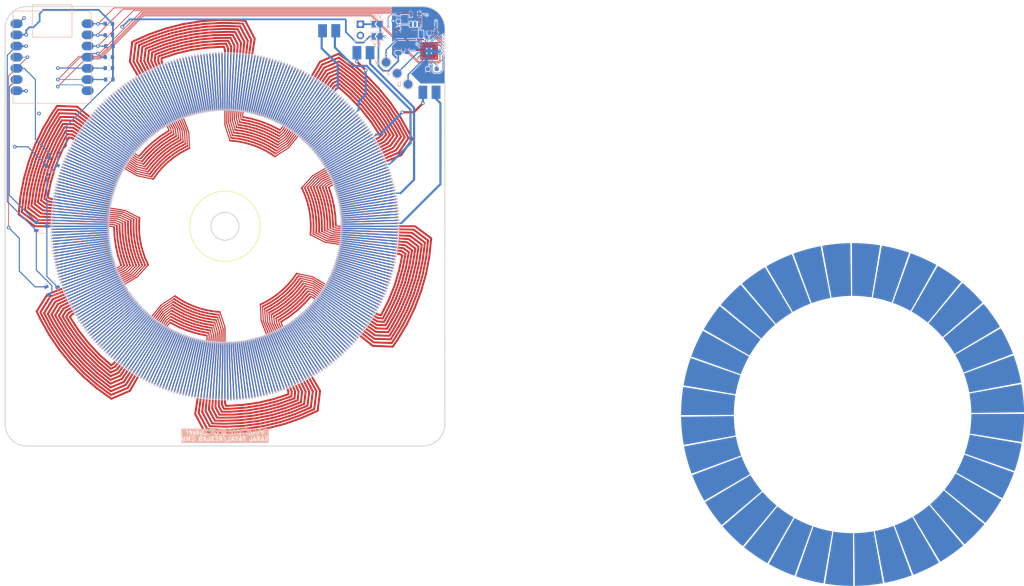
<source format=kicad_pcb>
(kicad_pcb (version 20221018) (generator pcbnew)
  (layers (0 "F.Cu" signal) (1 "In1.Cu" signal) (2 "In2.Cu" signal) (31 "B.Cu" signal) (34 "B.Paste" user) (35 "F.Paste" user) (36 "B.SilkS" user "B.Silkscreen") (37 "F.SilkS" user "F.Silkscreen") (38 "B.Mask" user) (39 "F.Mask" user) (44 "Edge.Cuts" user))
  (property "COMMIT_DATE_LONG" "YYYY-MM-DD HH:MM:SS TZ")
  (property "COMMIT_HASH" "deadbeef")
  (property "RELEASE_VERSION" "v#.#")
  (net 0 "")
  (net 1 "GND")
  (net 2 "Net-(U5-VCP)")
  (net 3 "Net-(U5-1V8OUT)")
  (net 4 "Net-(J1-Pin_1)")
  (net 5 "Net-(J1-Pin_2)")
  (net 6 "Net-(J1-Pin_3)")
  (net 7 "/HALL_3")
  (net 8 "/HALL_2")
  (net 9 "/HALL_1")
  (net 10 "Net-(U2-+)")
  (net 11 "Net-(U2--)")
  (net 12 "/Current_Sense")
  (net 14 "/TMC_UH")
  (net 15 "/TMC_VH")
  (net 16 "/TMC_WH")
  (net 17 "/TMC_UL")
  (net 18 "/TMC_WL")
  (net 19 "/TMC_VL")
  (net 20 "/TMC_DIAG")
  (net 22 "+5V")
  (net 23 "+3V3")
  (net 24 "/VM")
  (net 25 "/11V")
  (net 26 "phase_a")
  (net 27 "green")
  (net 28 "blue")
  (footprint "MountingHole:MountingHole_3.5mm" (layer "F.Cu") (at 43 42)
    (fp_text reference "H7" hide)
    (fp_text value "MountingHole")
  )
  (footprint "MountingHole:MountingHole_3.5mm" (layer "F.Cu") (at -46 -23)
    (fp_text reference "H4" hide)
    (fp_text value "MountingHole")
  )
  (footprint "MountingHole:MountingHole_3.5mm" (layer "F.Cu") (at 0 13)
    (fp_text reference "H3" hide)
    (fp_text value "MountingHole")
  )
  (footprint "MountingHole:MountingHole_3.5mm" (layer "F.Cu") (at -43 42)
    (fp_text reference "H5" hide)
    (fp_text value "MountingHole")
  )
  (footprint "MountingHole:MountingHole_3.5mm" (layer "F.Cu") (at 11.258 -6.5)
    (fp_text reference "H1" hide)
    (fp_text value "MountingHole")
  )
  (footprint "Connector_PinHeader_2.54mm:PinHeader_1x02_P2.54mm_Vertical" (layer "F.Cu") (at 30.8 -45.975)
    (fp_text reference "J2" hide)
    (fp_text value "Conn_01x02_Pin")
  )
  (footprint "MountingHole:MountingHole_3.5mm" (layer "F.Cu") (at -11.258 -6.5)
    (fp_text reference "H2" hide)
    (fp_text value "MountingHole")
  )
  (footprint "MountingHole:MountingHole_3.5mm" (layer "F.Cu") (at 46 -23)
    (fp_text reference "H6" hide)
    (fp_text value "MountingHole")
  )
  (footprint "Capacitor_SMD:C_0805_2012Metric" (layer "B.Cu") (at 39.41 -40.41 90)
    (fp_text reference "C13" hide)
    (fp_text value "22uF")
  )
  (footprint "Capacitor_SMD:C_0603_1608Metric" (layer "B.Cu") (at 41.41 -40.41 90)
    (fp_text reference "C14" hide)
    (fp_text value "0.1uF")
  )
  (footprint "Capacitor_SMD:C_0603_1608Metric" (layer "B.Cu") (at 47.2 -44 180)
    (fp_text reference "C15" hide)
    (fp_text value "0.1uF")
  )
  (footprint "Capacitor_SMD:C_0603_1608Metric" (layer "B.Cu") (at 48.14 -35.01 -90)
    (fp_text reference "C17" hide)
    (fp_text value "0.1uF")
  )
  (footprint "Modified:QFN-20-1EP_3x3mm_P0.4mm_EP1.65x1.65mm_ThermalVias_LargerViaHoles" (layer "B.Cu") (at 46.41 -39.91 -90)
    (fp_text reference "U5" hide)
    (fp_text value "TMC6300")
  )
  (footprint "Modified:TestPoint_Pad_D2.0mm_ValueSilk" (layer "B.Cu") (at 41.64 -32.31 -90)
    (fp_text reference "TP6" hide)
    (fp_text value "U" hide)
  )
  (footprint "Modified:TestPoint_Pad_D2.0mm_ValueSilk" (layer "B.Cu") (at 39.14 -34.81 -90)
    (fp_text reference "TP7" hide)
    (fp_text value "V" hide)
  )
  (footprint "Modified:TestPoint_Pad_D2.0mm_ValueSilk" (layer "B.Cu") (at 36.64 -37.31 -90)
    (fp_text reference "TP8" hide)
    (fp_text value "W" hide)
  )
  (footprint "Capacitor_SMD:C_0603_1608Metric" (layer "B.Cu") (at 46.14 -35.01 -90)
    (fp_text reference "C21" hide)
    (fp_text value "0.1uF")
  )
  (footprint "Resistor_SMD:R_0603_1608Metric" (layer "B.Cu") (at -26.4 -46.1)
    (fp_text reference "R7" hide)
    (fp_text value "10k")
  )
  (footprint "Resistor_SMD:R_0603_1608Metric" (layer "B.Cu") (at -26.4 -43.5)
    (fp_text reference "R8" hide)
    (fp_text value "10k")
  )
  (footprint "Resistor_SMD:R_0603_1608Metric" (layer "B.Cu") (at -26.3 -33.4)
    (fp_text reference "R12" hide)
    (fp_text value "10k")
  )
  (footprint "Resistor_SMD:R_0603_1608Metric" (layer "B.Cu") (at -26.275 -41)
    (fp_text reference "R9" hide)
    (fp_text value "10k")
  )
  (footprint "Resistor_SMD:R_0603_1608Metric" (layer "B.Cu") (at -26.4 -38.5)
    (fp_text reference "R10" hide)
    (fp_text value "10k")
  )
  (footprint "Resistor_SMD:R_0603_1608Metric" (layer "B.Cu") (at -26.4 -36)
    (fp_text reference "R11" hide)
    (fp_text value "10k")
  )
  (footprint "Jumper:SolderJumper-2_P1.3mm_Open_TrianglePad1.0x1.5mm" (layer "B.Cu") (at 34.6 -43.2 180)
    (fp_text reference "JP1" hide)
    (fp_text value "SolderJumper_2_Open")
  )
  (footprint "Package_TO_SOT_SMD:SOT-23-5" (layer "B.Cu") (at 43.24 -47.11 90)
    (fp_text reference "U2" hide)
    (fp_text value "LM321")
  )
  (footprint "Package_TO_SOT_SMD:SOT-23W" (layer "B.Cu") (at -39.185 14.262 20)
    (fp_text reference "U3" hide)
    (fp_text value "SS460S")
  )
  (footprint "Jumper:SolderJumper-2_P1.3mm_Open_TrianglePad1.0x1.5mm" (layer "B.Cu") (at 34.6 -46 180)
    (fp_text reference "JP2" hide)
    (fp_text value "SolderJumper_2_Open")
  )
  (footprint "Resistor_SMD:R_1206_3216Metric" (layer "B.Cu") (at 43.14 -43.71 180)
    (fp_text reference "R1" hide)
    (fp_text value "R120m")
  )
  (footprint "Package_TO_SOT_SMD:SOT-23W" (layer "B.Cu") (at -39.185 -14.262 -20)
    (fp_text reference "U4" hide)
    (fp_text value "SS460S")
  )
  (footprint "Resistor_SMD:R_0603_1608Metric" (layer "B.Cu") (at 39.44 -44.2 -90)
    (fp_text reference "R2" hide)
    (fp_text value "R2K")
  )
  (footprint "Package_TO_SOT_SMD:SOT-23W" (layer "B.Cu") (at -41.7 0)
    (fp_text reference "U6" hide)
    (fp_text value "SS460S")
  )
  (footprint "Resistor_SMD:R_0603_1608Metric" (layer "B.Cu") (at 39.44 -47.51 90)
    (fp_text reference "R3" hide)
    (fp_text value "R18K")
  )
  (footprint "Module:MOUDLE14P-SMD-2.54-21X17.8MM" (layer "B.Cu") (at -30.384 -27.98075 180)
    (fp_text reference "U1" hide)
    (fp_text value "MOUDLE-SEEEDUINO-XIAO-ESP32C3")
  )
  (gr_circle (center 0 0) (end 39.1 0) (stroke (width 0.12)) (fill none) (layer "B.SilkS"))
  (gr_circle (center 0 0) (end 26.8 0) (stroke (width 0.12)) (fill none) (layer "B.SilkS"))
  (gr_circle (center 0 0) (end 8 0) (stroke (width 0.2)) (fill none) (layer "F.SilkS"))
  (gr_arc (start -50 -45) (mid -48.535534 -48.535534) (end -45 -50) (stroke (width 0.2)) (layer "Edge.Cuts"))
  (gr_line (start 50 45) (end 49.985 37.62) (stroke (width 0.2)) (layer "Edge.Cuts"))
  (gr_line (start -45 50) (end 45 50) (stroke (width 0.2)) (layer "Edge.Cuts"))
  (gr_arc (start 45 -50) (mid 48.535533 -48.535534) (end 50 -45) (stroke (width 0.2)) (layer "Edge.Cuts"))
  (gr_line (start 45 -50) (end -45 -50) (stroke (width 0.2)) (layer "Edge.Cuts"))
  (gr_arc (start 50 45) (mid 48.535534 48.535533) (end 45 50) (stroke (width 0.2)) (layer "Edge.Cuts"))
  (gr_circle (center 0 0) (end 3.175 0) (stroke (width 0.2)) (fill none) (layer "Edge.Cuts"))
  (gr_arc (start -45 50) (mid -48.535534 48.535534) (end -50 45) (stroke (width 0.2)) (layer "Edge.Cuts"))
  (gr_line (start -50 -45) (end -50 45) (stroke (width 0.2)) (layer "Edge.Cuts"))
  (gr_line (start 49.985 37.62) (end 50 -45) (stroke (width 0.2)) (layer "Edge.Cuts"))
  (gr_text "PCB_MOTOR_V2 4_Layer\nSARAL TAYAL/REXLAB CMU" (at 0 49) (layer "B.SilkS" knockout) (effects (font (size 1 1)) (justify bottom mirror)))
  (gr_text "5V" (at 35.6 -40.8) (layer "B.SilkS") (effects (font (size 1 1)) (justify left bottom mirror)))
  (gr_text "VIN" (at 35.8 -47.2) (layer "B.SilkS") (effects (font (size 1 1)) (justify left bottom mirror)))
  (segment (start 41.000002 -36.199998) (end 41 -36.2) (width 0.15) (layer "B.Cu") (net 0))
  (segment (start 38.3 -46.75) (end 38.3 -45.451471) (width 0.4) (layer "F.Cu") (net 1))
  (segment (start 38.3 -45.451471) (end 43.641471 -40.11) (width 0.4) (layer "F.Cu") (net 1))
  (segment (start 43.641471 -40.11) (end 45.61 -40.11) (width 0.4) (layer "F.Cu") (net 1))
  (segment (start 45.61 -40.11) (end 45.91 -40.41) (width 0.4) (layer "F.Cu") (net 1))
  (via (at 38.3 -46.75) (size 0.8) (drill 0.4) (layers "F.Cu" "B.Cu") (net 1))
  (via (at -45.2 -43.6) (size 0.8) (drill 0.4) (layers "F.Cu" "B.Cu") (net 1))
  (segment (start -40.49 -11.418945) (end -40.49 11.418945) (width 0.25) (layer "B.Cu") (net 1))
  (segment (start -42.141 -48.383594) (end -42.141 -46.674906) (width 0.4) (layer "B.Cu") (net 1))
  (segment (start -25.475 -46) (end -25.575 -46.1) (width 0.4) (layer "B.Cu") (net 1))
  (segment (start -25.475 -33.4) (end -36.05 -22.825) (width 0.25) (layer "B.Cu") (net 1))
  (segment (start -42.141 -46.674906) (end -43.515906 -45.3) (width 0.4) (layer "B.Cu") (net 1))
  (segment (start -28.73775 -49.26275) (end -41.261844 -49.26275) (width 0.4) (layer "B.Cu") (net 1))
  (segment (start -45.2 -43.6) (end -47.34475 -43.6) (width 0.4) (layer "B.Cu") (net 1))
  (segment (start -38.057369 -13.851576) (end -40.49 -11.418945) (width 0.25) (layer "B.Cu") (net 1))
  (segment (start -25.575 -46.1) (end -28.73775 -49.26275) (width 0.4) (layer "B.Cu") (net 1))
  (segment (start -25.475 -33.4) (end -25.475 -46) (width 0.4) (layer "B.Cu") (net 1))
  (segment (start -38.057369 -16.292631) (end -38.057369 -13.851576) (width 0.25) (layer "B.Cu") (net 1))
  (segment (start -43.515906 -45.3) (end -44.462594 -45.3) (width 0.4) (layer "B.Cu") (net 1))
  (segment (start -47.34475 -43.6) (end -47.384 -43.56075) (width 0.4) (layer "B.Cu") (net 1))
  (segment (start -44.462594 -45.3) (end -45.2 -44.562594) (width 0.4) (layer "B.Cu") (net 1))
  (segment (start -41.261844 -49.26275) (end -42.141 -48.383594) (width 0.4) (layer "B.Cu") (net 1))
  (segment (start -36.05 -18.3) (end -38.057369 -16.292631) (width 0.25) (layer "B.Cu") (net 1))
  (segment (start -45.2 -44.562594) (end -45.2 -43.6) (width 0.4) (layer "B.Cu") (net 1))
  (segment (start -40.49 11.418945) (end -38.057369 13.851576) (width 0.25) (layer "B.Cu") (net 1))
  (segment (start -36.05 -22.825) (end -36.05 -18.3) (width 0.25) (layer "B.Cu") (net 1))
  (segment (start 46.01 -42.138248) (end 46.425 -42.553248) (width 0.15) (layer "B.Cu") (net 2))
  (segment (start 46.425 -42.553248) (end 46.425 -44) (width 0.15) (layer "B.Cu") (net 2))
  (segment (start 46.01 -41.36) (end 46.01 -42.138248) (width 0.15) (layer "B.Cu") (net 2))
  (segment (start 46.14 -35.785) (end 46.41 -36.055) (width 0.15) (layer "B.Cu") (net 3))
  (segment (start 46.41 -36.055) (end 46.41 -38.46) (width 0.15) (layer "B.Cu") (net 3))
  (segment (start 43.50001 -42.50001) (end 45.4 -42.50001) (width 0.3) (layer "F.Cu") (net 4))
  (via (at 36.64 -39.2) (size 0.5) (drill 0.3) (layers "F.Cu" "B.Cu") (net 4))
  (via (at 43.500008 -42.500008) (size 0.5) (drill 0.3) (layers "F.Cu" "B.Cu") (net 4))
  (via (at 45.4 -42.50001) (size 0.5) (drill 0.3) (layers "F.Cu" "B.Cu") (net 4))
  (segment (start 45.61 -41.36) (end 45.61 -42.29001) (width 0.25) (layer "B.Cu") (net 4))
  (segment (start 45.61 -42.29001) (end 45.4 -42.50001) (width 0.25) (layer "B.Cu") (net 4))
  (segment (start 36.64 -39.2) (end 36.64 -37.31) (width 0.3) (layer "B.Cu") (net 4))
  (segment (start 39.047191 -42.500008) (end 36.64 -40.092817) (width 0.3) (layer "B.Cu") (net 4))
  (segment (start 43.500008 -42.500008) (end 39.047191 -42.500008) (width 0.3) (layer "B.Cu") (net 4))
  (segment (start 36.64 -40.092817) (end 36.64 -39.2) (width 0.3) (layer "B.Cu") (net 4))
  (segment (start 39.14 -34.81) (end 43.84 -39.51) (width 0.3) (layer "B.Cu") (net 5))
  (segment (start 43.84 -39.51) (end 44.96 -39.51) (width 0.25) (layer "B.Cu") (net 5))
  (segment (start 45.61 -38.46) (end 41.64 -34.49) (width 0.3) (layer "B.Cu") (net 6))
  (segment (start 41.64 -32.31) (end 41.64 -32.309998) (width 0.15) (layer "B.Cu") (net 6))
  (segment (start 41.64 -34.49) (end 41.64 -32.309998) (width 0.3) (layer "B.Cu") (net 6))
  (segment (start -42.89 -0.93) (end -49.034 -7.074) (width 0.25) (layer "B.Cu") (net 7))
  (segment (start -49.034 -7.074) (end -49.034 -31.75075) (width 0.25) (layer "B.Cu") (net 7))
  (segment (start -49.034 -31.75075) (end -47.384 -33.40075) (width 0.25) (layer "B.Cu") (net 7))
  (segment (start -43.1 -33.39) (end -43.1 -19.828813) (width 0.25) (layer "B.Cu") (net 8))
  (segment (start -47.384 -35.94075) (end -45.65075 -35.94075) (width 0.25) (layer "B.Cu") (net 8))
  (segment (start -45.65075 -35.94075) (end -43.1 -33.39) (width 0.25) (layer "B.Cu") (net 8))
  (segment (start -39.987712 -16.716525) (end -39.987712 -15.565132) (width 0.25) (layer "B.Cu") (net 8))
  (segment (start -43.1 -19.828813) (end -39.987712 -16.716525) (width 0.25) (layer "B.Cu") (net 8))
  (segment (start -49.2 -34.18075) (end -44.9 -38.48075) (width 0.15) (layer "F.Cu") (net 9))
  (segment (start -49.2 0.3) (end -49.2 -34.18075) (width 0.15) (layer "F.Cu") (net 9))
  (via (at -49.2 0.3) (size 0.8) (drill 0.4) (layers "F.Cu" "B.Cu") (net 9))
  (via (at -44.9 -38.48075) (size 0.8) (drill 0.4) (layers "F.Cu" "B.Cu") (net 9))
  (segment (start -47.384 -38.48075) (end -44.9 -38.48075) (width 0.15) (layer "B.Cu") (net 9))
  (segment (start -43.170284 13.779716) (end -46.75 10.2) (width 0.25) (layer "B.Cu") (net 9))
  (segment (start -46.75 10.2) (end -46.75 2.75) (width 0.25) (layer "B.Cu") (net 9))
  (segment (start -46.75 2.75) (end -49.2 0.3) (width 0.25) (layer "B.Cu") (net 9))
  (segment (start -40.63755 13.779716) (end -43.170284 13.779716) (width 0.25) (layer "B.Cu") (net 9))
  (via (at 43.9 -38.3) (size 0.5) (drill 0.3) (layers "F.Cu" "B.Cu") (net 10))
  (via (at 43.7 -41.5) (size 0.5) (drill 0.3) (layers "F.Cu" "B.Cu") (net 10))
  (segment (start 44.19 -44.1225) (end 44.6025 -43.71) (width 0.15) (layer "B.Cu") (net 10))
  (segment (start 44.19 -45.9725) (end 44.19 -44.1225) (width 0.15) (layer "B.Cu") (net 10))
  (segment (start 44.96 -41.275) (end 44.6025 -41.6325) (width 0.25) (layer "B.Cu") (net 10))
  (segment (start 44.49 -40.71) (end 43.7 -41.5) (width 0.25) (layer "B.Cu") (net 10))
  (segment (start 43.9 -38.4) (end 44.535 -39.035) (width 0.25) (layer "B.Cu") (net 10))
  (segment (start 44.96 -40.71) (end 44.96 -41.275) (width 0.25) (layer "B.Cu") (net 10))
  (segment (start 43.9 -38.3) (end 43.9 -38.4) (width 0.25) (layer "B.Cu") (net 10))
  (segment (start 44.535 -39.035) (end 44.635 -39.035) (width 0.25) (layer "B.Cu") (net 10))
  (segment (start 44.6025 -41.6325) (end 44.6025 -43.71) (width 0.25) (layer "B.Cu") (net 10))
  (segment (start 44.96 -40.71) (end 44.49 -40.71) (width 0.25) (layer "B.Cu") (net 10))
  (segment (start 39.44 -45.025) (end 39.44 -45.9) (width 0.15) (layer "B.Cu") (net 11))
  (segment (start 42.29 -45.9725) (end 42.2175 -45.9) (width 0.15) (layer "B.Cu") (net 11))
  (segment (start 39.44 -45.9) (end 39.44 -46.685) (width 0.15) (layer "B.Cu") (net 11))
  (segment (start 42.2175 -45.9) (end 39.44 -45.9) (width 0.15) (layer "B.Cu") (net 11))
  (via (at -45.2 -30.8) (size 0.8) (drill 0.4) (layers "F.Cu" "B.Cu") (net 12))
  (via (at 37.1 -45.4) (size 0.5) (drill 0.3) (layers "F.Cu" "B.Cu") (net 12))
  (segment (start 37.1 -47.5) (end 37.1 -45.4) (width 0.15) (layer "B.Cu") (net 12))
  (segment (start 39 -48.2) (end 37.8 -48.2) (width 0.15) (layer "B.Cu") (net 12))
  (segment (start -47.32325 -30.8) (end -47.384 -30.86075) (width 0.4) (layer "B.Cu") (net 12))
  (segment (start 39.44 -48.335) (end 39.135 -48.335) (width 0.15) (layer "B.Cu") (net 12))
  (segment (start 39.44 -48.335) (end 42.2025 -48.335) (width 0.15) (layer "B.Cu") (net 12))
  (segment (start 39.135 -48.335) (end 39 -48.2) (width 0.15) (layer "B.Cu") (net 12))
  (segment (start 42.2025 -48.335) (end 42.29 -48.2475) (width 0.15) (layer "B.Cu") (net 12))
  (segment (start -45.2 -30.8) (end -47.32325 -30.8) (width 0.4) (layer "B.Cu") (net 12))
  (segment (start 37.8 -48.2) (end 37.1 -47.5) (width 0.15) (layer "B.Cu") (net 12))
  (segment (start 49.500002 -43.5) (end 43.3 -49.7) (width 0.15) (layer "F.Cu") (net 14))
  (segment (start -25.239338 -49.7) (end -28.869669 -46.069669) (width 0.15) (layer "F.Cu") (net 14))
  (segment (start 43.3 -49.7) (end -25.239338 -49.7) (width 0.15) (layer "F.Cu") (net 14))
  (via (at -28.869669 -46.069669) (size 0.8) (drill 0.4) (layers "F.Cu" "B.Cu") (net 14))
  (via (at 49.500002 -43.5) (size 0.5) (drill 0.3) (layers "F.Cu" "B.Cu") (net 14))
  (segment (start -31.119 -46.00075) (end -31.219 -46.10075) (width 0.25) (layer "B.Cu") (net 14))
  (segment (start -29.00075 -46.10075) (end -28.9 -46) (width 0.25) (layer "B.Cu") (net 14))
  (segment (start -28.66 -46) (end -28.78 -45.88) (width 0.25) (layer "B.Cu") (net 14))
  (segment (start 46.41 -41.723173) (end 46.41 -41.36) (width 0.15) (layer "B.Cu") (net 14))
  (segment (start -31.219 -46.10075) (end -29.00075 -46.10075) (width 0.25) (layer "B.Cu") (net 14))
  (segment (start -27.345 -45.88) (end -27.465 -46) (width 0.25) (layer "B.Cu") (net 14))
  (segment (start 49.500002 -43.5) (end 48.999994 -42.999992) (width 0.15) (layer "B.Cu") (net 14))
  (segment (start 48.999994 -42.999992) (end 47.686819 -42.999992) (width 0.15) (layer "B.Cu") (net 14))
  (segment (start 47.686819 -42.999992) (end 46.41 -41.723173) (width 0.15) (layer "B.Cu") (net 14))
  (segment (start -28.839338 -46.1) (end -28.869669 -46.069669) (width 0.25) (layer "B.Cu") (net 14))
  (segment (start -27.225 -46.1) (end -28.839338 -46.1) (width 0.25) (layer "B.Cu") (net 14))
  (segment (start -28.9 -43.5) (end -28.9 -43.7) (width 0.25) (layer "F.Cu") (net 15))
  (segment (start -23.2 -49.4) (end 42.799992 -49.4) (width 0.15) (layer "F.Cu") (net 15))
  (segment (start 42.799992 -49.4) (end 49.5 -42.699992) (width 0.15) (layer "F.Cu") (net 15))
  (segment (start -28.9 -43.7) (end -23.2 -49.4) (width 0.15) (layer "F.Cu") (net 15))
  (via (at 49.5 -42.699992) (size 0.5) (drill 0.3) (layers "F.Cu" "B.Cu") (net 15))
  (via (at -28.9 -43.5) (size 0.8) (drill 0.4) (layers "F.Cu" "B.Cu") (net 15))
  (segment (start 46.81 -41.36) (end 46.81 -41.698909) (width 0.15) (layer "B.Cu") (net 15))
  (segment (start -31.15825 -43.5) (end -31.219 -43.56075) (width 0.15) (layer "B.Cu") (net 15))
  (segment (start -31.179 -43.60075) (end -31.219 -43.56075) (width 0.25) (layer "B.Cu") (net 15))
  (segment (start 46.81 -41.698909) (end 47.811083 -42.699992) (width 0.15) (layer "B.Cu") (net 15))
  (segment (start -28.9 -43.5) (end -31.15825 -43.5) (width 0.25) (layer "B.Cu") (net 15))
  (segment (start 47.811083 -42.699992) (end 49.5 -42.699992) (width 0.15) (layer "B.Cu") (net 15))
  (segment (start -28.9 -43.5) (end -27.225 -43.5) (width 0.25) (layer "B.Cu") (net 15))
  (segment (start -20.8 -49.1) (end 42.42824 -49.1) (width 0.15) (layer "F.Cu") (net 16))
  (segment (start -28.775 -41.01525) (end -28.775 -41) (width 0.15) (layer "F.Cu") (net 16))
  (segment (start 42.42824 -49.1) (end 49.5 -42.02824) (width 0.15) (layer "F.Cu") (net 16))
  (segment (start 49.5 -42.02824) (end 49.5 -41.9) (width 0.15) (layer "F.Cu") (net 16))
  (segment (start -28.9 -41) (end -20.8 -49.1) (width 0.15) (layer "F.Cu") (net 16))
  (segment (start -28.775 -41) (end -28.9 -41) (width 0.15) (layer "F.Cu") (net 16))
  (via (at 49.5 -41.9) (size 0.5) (drill 0.3) (layers "F.Cu" "B.Cu") (net 16))
  (via (at -28.9 -41) (size 0.8) (drill 0.4) (layers "F.Cu" "B.Cu") (net 16))
  (segment (start 47.75 -41.9) (end 47.21 -41.36) (width 0.15) (layer "B.Cu") (net 16))
  (segment (start -27.1 -41) (end -28.775 -41) (width 0.25) (layer "B.Cu") (net 16))
  (segment (start 49.5 -41.9) (end 47.75 -41.9) (width 0.15) (layer "B.Cu") (net 16))
  (segment (start -28.775 -41) (end -28.9 -41) (width 0.25) (layer "B.Cu") (net 16))
  (segment (start -28.9 -41) (end -28.92075 -41.02075) (width 0.15) (layer "B.Cu") (net 16))
  (segment (start -31.199 -41.00075) (end -31.219 -41.02075) (width 0.25) (layer "B.Cu") (net 16))
  (segment (start -28.92075 -41.02075) (end -31.219 -41.02075) (width 0.25) (layer "B.Cu") (net 16))
  (segment (start 49.5 -41.2) (end 48.935 -41.765) (width 0.15) (layer "F.Cu") (net 17))
  (segment (start 48.935 -42.168976) (end 42.303976 -48.8) (width 0.15) (layer "F.Cu") (net 17))
  (segment (start 42.303976 -48.8) (end -19.1 -48.8) (width 0.15) (layer "F.Cu") (net 17))
  (segment (start 48.935 -41.765) (end 48.935 -42.168976) (width 0.15) (layer "F.Cu") (net 17))
  (segment (start -19.1 -48.8) (end -28.575 -39.325) (width 0.15) (layer "F.Cu") (net 17))
  (segment (start -28.575 -39.325) (end -28.9 -39.325) (width 0.15) (layer "F.Cu") (net 17))
  (via (at 49.5 -41.2) (size 0.5) (drill 0.3) (layers "F.Cu" "B.Cu") (net 17))
  (via (at -28.9 -39.325) (size 0.8) (drill 0.4) (layers "F.Cu" "B.Cu") (net 17))
  (segment (start -27.995 -38.42) (end -28.9 -39.325) (width 0.25) (layer "B.Cu") (net 17))
  (segment (start -27.305 -38.42) (end -27.995 -38.42) (width 0.25) (layer "B.Cu") (net 17))
  (segment (start -30.37475 -39.325) (end -28.9 -39.325) (width 0.25) (layer "B.Cu") (net 17))
  (segment (start -31.199 -38.50075) (end -31.219 -38.48075) (width 0.25) (layer "B.Cu") (net 17))
  (segment (start 47.86 -40.71) (end 48.35 -41.2) (width 0.15) (layer "B.Cu") (net 17))
  (segment (start 48.35 -41.2) (end 49.5 -41.2) (width 0.15) (layer "B.Cu") (net 17))
  (segment (start -27.225 -38.5) (end -27.305 -38.42) (width 0.25) (layer "B.Cu") (net 17))
  (segment (start -31.099 -38.60075) (end -31.219 -38.48075) (width 0.15) (layer "B.Cu") (net 17))
  (segment (start -31.219 -38.48075) (end -30.37475 -39.325) (width 0.25) (layer "B.Cu") (net 17))
  (segment (start 48.635 -41.315497) (end 48.635 -42.044712) (width 0.15) (layer "F.Cu") (net 18))
  (segment (start -35.9 -36) (end -38 -36) (width 0.15) (layer "F.Cu") (net 18))
  (segment (start -28.548528 -38.7) (end -33.2 -38.7) (width 0.15) (layer "F.Cu") (net 18))
  (segment (start -18.748528 -48.5) (end -28.548528 -38.7) (width 0.15) (layer "F.Cu") (net 18))
  (segment (start -33.2 -38.7) (end -35.9 -36) (width 0.15) (layer "F.Cu") (net 18))
  (segment (start 49.5 -40.450497) (end 48.635 -41.315497) (width 0.15) (layer "F.Cu") (net 18))
  (segment (start 42.179712 -48.5) (end -18.748528 -48.5) (width 0.15) (layer "F.Cu") (net 18))
  (segment (start 48.635 -42.044712) (end 42.179712 -48.5) (width 0.15) (layer "F.Cu") (net 18))
  (via (at 49.5 -40.450497) (size 0.5) (drill 0.3) (layers "F.Cu" "B.Cu") (net 18))
  (via (at -38 -36) (size 0.8) (drill 0.4) (layers "F.Cu" "B.Cu") (net 18))
  (segment (start 49.359503 -40.31) (end 49.5 -40.450497) (width 0.15) (layer "B.Cu") (net 18))
  (segment (start -31.27825 -36) (end -38 -36) (width 0.25) (layer "B.Cu") (net 18))
  (segment (start 47.86 -40.31) (end 49.359503 -40.31) (width 0.15) (layer "B.Cu") (net 18))
  (segment (start -28.9 -36) (end -27.225 -36) (width 0.25) (layer "B.Cu") (net 18))
  (segment (start -31.059 -36.10075) (end -31.219 -35.94075) (width 0.25) (layer "B.Cu") (net 18))
  (segment (start -31.219 -35.94075) (end -31.27825 -36) (width 0.25) (layer "B.Cu") (net 18))
  (segment (start -31.15975 -36) (end -31.219 -35.94075) (width 0.25) (layer "B.Cu") (net 18))
  (segment (start -28.9 -36) (end -31.15975 -36) (width 0.25) (layer "B.Cu") (net 18))
  (segment (start 48.9 -39.150497) (end 48.9 -37.825) (width 0.15) (layer "F.Cu") (net 19))
  (segment (start 33.328248 -48.2) (end -18.624264 -48.2) (width 0.15) (layer "F.Cu") (net 19))
  (segment (start 49.5 -39.750497) (end 48.9 -39.150497) (width 0.15) (layer "F.Cu") (net 19))
  (segment (start -18.624264 -48.2) (end -28.424264 -38.4) (width 0.15) (layer "F.Cu") (net 19))
  (segment (start -33 -38.4) (end -38 -33.4) (width 0.15) (layer "F.Cu") (net 19))
  (segment (start 48.575 -37.5) (end 44.028248 -37.5) (width 0.15) (layer "F.Cu") (net 19))
  (segment (start 48.9 -37.825) (end 48.575 -37.5) (width 0.15) (layer "F.Cu") (net 19))
  (segment (start 44.028248 -37.5) (end 33.328248 -48.2) (width 0.15) (layer "F.Cu") (net 19))
  (segment (start -28.424264 -38.4) (end -33 -38.4) (width 0.15) (layer "F.Cu") (net 19))
  (via (at 49.5 -39.750497) (size 0.5) (drill 0.3) (layers "F.Cu" "B.Cu") (net 19))
  (via (at -38 -33.4) (size 0.8) (drill 0.4) (layers "F.Cu" "B.Cu") (net 19))
  (segment (start -31.119 -33.50075) (end -31.219 -33.40075) (width 0.15) (layer "B.Cu") (net 19))
  (segment (start 48.859503 -39.11) (end 49.5 -39.750497) (width 0.15) (layer "B.Cu") (net 19))
  (segment (start 47.86 -39.11) (end 48.859503 -39.11) (width 0.15) (layer "B.Cu") (net 19))
  (segment (start -31.019 -33.60075) (end -31.219 -33.40075) (width 0.25) (layer "B.Cu") (net 19))
  (segment (start -31.21975 -33.4) (end -38 -33.4) (width 0.15) (layer "B.Cu") (net 19))
  (segment (start -31.219 -33.40075) (end -28.98325 -33.40075) (width 0.25) (layer "B.Cu") (net 19))
  (segment (start -28.9825 -33.4) (end -27.125 -33.4) (width 0.25) (layer "B.Cu") (net 19))
  (segment (start -31.219 -33.40075) (end -31.21975 -33.4) (width 0.15) (layer "B.Cu") (net 19))
  (segment (start -28.98325 -33.40075) (end -28.9825 -33.4) (width 0.25) (layer "B.Cu") (net 19))
  (segment (start -18.5 -47.9) (end -28.3 -38.1) (width 0.15) (layer "F.Cu") (net 20))
  (segment (start 49.5 -38.8) (end 49.5 -38.000736) (width 0.15) (layer "F.Cu") (net 20))
  (segment (start 48.699264 -37.2) (end 43.903984 -37.2) (width 0.15) (layer "F.Cu") (net 20))
  (segment (start 33.203984 -47.9) (end -18.5 -47.9) (width 0.15) (layer "F.Cu") (net 20))
  (segment (start 43.903984 -37.2) (end 33.203984 -47.9) (width 0.15) (layer "F.Cu") (net 20))
  (segment (start -28.3 -38.1) (end -31.699996 -38.1) (width 0.15) (layer "F.Cu") (net 20))
  (segment (start 49.5 -38.000736) (end 48.699264 -37.2) (width 0.15) (layer "F.Cu") (net 20))
  (segment (start -31.699996 -38.1) (end -37.999996 -31.8) (width 0.15) (layer "F.Cu") (net 20))
  (via (at -37.999996 -31.8) (size 0.8) (drill 0.4) (layers "F.Cu" "B.Cu") (net 20))
  (via (at 49.5 -39.050497) (size 0.5) (drill 0.3) (layers "F.Cu" "B.Cu") (net 20))
  (segment (start 46.81 -37.09) (end 47.2 -36.7) (width 0.15) (layer "B.Cu") (net 20))
  (segment (start -32.55825 -32.2) (end -37.599996 -32.2) (width 0.15) (layer "B.Cu") (net 20))
  (segment (start 47.2 -36.7) (end 47.2 -35.3) (width 0.15) (layer "B.Cu") (net 20))
  (segment (start -37.599996 -32.2) (end -37.999996 -31.8) (width 0.15) (layer "B.Cu") (net 20))
  (segment (start 47.59 -34.91) (end 48.81 -34.91) (width 0.15) (layer "B.Cu") (net 20))
  (segment (start 47.2 -35.3) (end 47.59 -34.91) (width 0.15) (layer "B.Cu") (net 20))
  (segment (start 49.5 -35.6) (end 49.5 -39.050497) (width 0.15) (layer "B.Cu") (net 20))
  (segment (start 46.81 -38.46) (end 46.81 -37.09) (width 0.15) (layer "B.Cu") (net 20))
  (segment (start -31.219 -30.86075) (end -32.55825 -32.2) (width 0.15) (layer "B.Cu") (net 20))
  (segment (start 48.81 -34.91) (end 49.5 -35.6) (width 0.15) (layer "B.Cu") (net 20))
  (via (at -45.7 -47.4) (size 0.8) (drill 0.4) (layers "F.Cu" "B.Cu") (net 22))
  (via (at -23.391942 -45.391942) (size 0.8) (drill 0.4) (layers "F.Cu" "B.Cu") (net 22))
  (segment (start -21.683884 -47.1) (end -23.391942 -45.391942) (width 0.4) (layer "B.Cu") (net 22))
  (segment (start 31.5 -41.8) (end 29.9 -41.8) (width 0.4) (layer "B.Cu") (net 22))
  (segment (start -47.384 -46.10075) (end -46.99925 -46.10075) (width 0.25) (layer "B.Cu") (net 22))
  (segment (start 27.3 -47.1) (end -21.683884 -47.1) (width 0.4) (layer "B.Cu") (net 22))
  (segment (start 27.5 -46.9) (end 27.3 -47.1) (width 0.4) (layer "B.Cu") (net 22))
  (segment (start 27.5 -44.2) (end 27.5 -46.9) (width 0.4) (layer "B.Cu") (net 22))
  (segment (start 29.9 -41.8) (end 27.5 -44.2) (width 0.4) (layer "B.Cu") (net 22))
  (segment (start 33.875 -43.2) (end 32.9 -43.2) (width 0.4) (layer "B.Cu") (net 22))
  (segment (start 32.9 -43.2) (end 31.5 -41.8) (width 0.4) (layer "B.Cu") (net 22))
  (segment (start -46.99925 -46.10075) (end -45.7 -47.4) (width 0.25) (layer "B.Cu") (net 22))
  (via (at -42.275 -25.672702) (size 0.8) (drill 0.4) (layers "F.Cu" "B.Cu") (net 23))
  (via (at -45.2 -41) (size 0.8) (drill 0.4) (layers "F.Cu" "B.Cu") (net 23))
  (via (at 45.900001 -48.100003) (size 0.5) (drill 0.3) (layers "F.Cu" "B.Cu") (net 23))
  (via (at -47.8 -18.1) (size 0.8) (drill 0.4) (layers "F.Cu" "B.Cu") (net 23))
  (via (at 48.139999 -36.660001) (size 0.5) (drill 0.3) (layers "F.Cu" "B.Cu") (net 23))
  (segment (start -42.247702 -25.7) (end -42.275 -25.672702) (width 0.25) (layer "B.Cu") (net 23))
  (segment (start -42.89 9.96) (end -39.35 13.5) (width 0.25) (layer "B.Cu") (net 23))
  (segment (start 47.21 -37.59) (end 47.21 -38.46) (width 0.15) (layer "B.Cu") (net 23))
  (segment (start -47.8 -18.02) (end -47.8 -18.1) (width 0.25) (layer "B.Cu") (net 23))
  (segment (start -42.89 0.97) (end -42.89 9.96) (width 0.25) (layer "B.Cu") (net 23))
  (segment (start 48.14 -36.66) (end 47.21 -37.59) (width 0.15) (layer "B.Cu") (net 23))
  (segment (start -42.19 -25.7) (end -42.247702 -25.7) (width 0.25) (layer "B.Cu") (net 23))
  (segment (start -47.36325 -41) (end -47.384 -41.02075) (width 0.4) (layer "B.Cu") (net 23))
  (segment (start 44.19 -48.2475) (end 45.752504 -48.2475) (width 0.15) (layer "B.Cu") (net 23))
  (segment (start -40.63755 -13.779716) (end -40.63755 -13.93755) (width 0.25) (layer "B.Cu") (net 23))
  (segment (start 45.752504 -48.2475) (end 45.900001 -48.100003) (width 0.15) (layer "B.Cu") (net 23))
  (segment (start -49.5 -5.64) (end -42.89 0.97) (width 0.25) (layer "B.Cu") (net 23))
  (segment (start -39.35 14.92742) (end -39.987712 15.565132) (width 0.25) (layer "B.Cu") (net 23))
  (segment (start -44.8 -18.1) (end -47.8 -18.1) (width 0.25) (layer "B.Cu") (net 23))
  (segment (start -39.35 13.5) (end -39.35 14.92742) (width 0.25) (layer "B.Cu") (net 23))
  (segment (start 48.14 -35.785) (end 48.14 -36.66) (width 0.15) (layer "B.Cu") (net 23))
  (segment (start -45.2 -41) (end -47.36325 -41) (width 0.4) (layer "B.Cu") (net 23))
  (segment (start -40.63755 -13.93755) (end -44.8 -18.1) (width 0.25) (layer "B.Cu") (net 23))
  (segment (start -47.384 -41.02075) (end -49.5 -38.90475) (width 0.25) (layer "B.Cu") (net 23))
  (segment (start -49.5 -38.90475) (end -49.5 -5.64) (width 0.25) (layer "B.Cu") (net 23))
  (via (at 48 -46.7) (size 0.5) (drill 0.3) (layers "F.Cu" "B.Cu") (net 24))
  (via (at 36.4 -43.2) (size 0.5) (drill 0.3) (layers "F.Cu" "B.Cu") (net 24))
  (segment (start 41.41 -39.635) (end 41.685 -39.91) (width 0.15) (layer "B.Cu") (net 24))
  (segment (start 39.41 -39.46) (end 41.235 -39.46) (width 0.15) (layer "B.Cu") (net 24))
  (segment (start 37.2 -35.4) (end 39.41 -37.61) (width 0.4) (layer "B.Cu") (net 24))
  (segment (start 47.975 -44) (end 47.975 -46.675) (width 0.4) (layer "B.Cu") (net 24))
  (segment (start 35.325 -43.2) (end 35.325 -46) (width 0.4) (layer "B.Cu") (net 24))
  (segment (start 47.975 -46.675) (end 48 -46.7) (width 0.4) (layer "B.Cu") (net 24))
  (segment (start 41.685 -39.91) (end 44.96 -39.91) (width 0.15) (layer "B.Cu") (net 24))
  (segment (start 34.9 -42.775) (end 34.9 -36.5) (width 0.4) (layer "B.Cu") (net 24))
  (segment (start 35.325 -43.2) (end 36.4 -43.2) (width 0.4) (layer "B.Cu") (net 24))
  (segment (start 35.325 -43.2) (end 34.9 -42.775) (width 0.4) (layer "B.Cu") (net 24))
  (segment (start 36 -35.4) (end 37.2 -35.4) (width 0.4) (layer "B.Cu") (net 24))
  (segment (start 41.235 -39.46) (end 41.41 -39.635) (width 0.15) (layer "B.Cu") (net 24))
  (segment (start 34.9 -36.5) (end 36 -35.4) (width 0.4) (layer "B.Cu") (net 24))
  (segment (start 39.41 -37.61) (end 39.41 -39.46) (width 0.4) (layer "B.Cu") (net 24))
  (segment (start 33.875 -46) (end 30.825 -46) (width 0.4) (layer "B.Cu") (net 25))
  (segment (start 30.825 -46) (end 30.8 -45.975) (width 0.4) (layer "B.Cu") (net 25))
  (segment (start 13.737119 -20.366117) (end 12.135958 -19.172484) (width 0.24) (layer "F.Cu") (net 26))
  (segment (start 12.69191 20.311303) (end 11.611505 20.94771) (width 0.4) (layer "F.Cu") (net 26))
  (segment (start -19.507591 -1.136188) (end -19.445159 -1.929461) (width 0.4) (layer "F.Cu") (net 26))
  (segment (start 13.235325 22.924255) (end 12.912987 22.36595) (width 0.26) (layer "F.Cu") (net 26))
  (segment (start -22.08812 32.746984) (end -23.418999 34.720093) (width 0.45) (layer "F.Cu") (net 26))
  (segment (start -5.723274 -42.516517) (end -1.995936 -42.853545) (width 0.45) (layer "F.Cu") (net 26))
  (segment (start 23.42727 -4.979621) (end 23.772125 -2.918851) (width 0.4) (layer "F.Cu") (net 26))
  (segment (start -8.346325 23.788983) (end -10.387911 22.971029) (width 0.4) (layer "F.Cu") (net 26))
  (segment (start -23.193018 9.844851) (end -22.206657 8.972071) (width 0.24) (layer "F.Cu") (net 26))
  (segment (start 22.200155 14.416949) (end 33.127487 21.513241) (width 0.29) (layer "F.Cu") (net 26))
  (segment (start 21.126363 -3.598547) (end 21.359605 -1.74357) (width 0.4) (layer "F.Cu") (net 26))
  (segment (start -10.708061 20.716905) (end -12.242796 19.848594) (width 0.4) (layer "F.Cu") (net 26))
  (segment (start 1.846499 -26.406169) (end 1.691662 -24.191902) (width 0.26) (layer "F.Cu") (net 26))
  (segment (start 33.718391 -25.408631) (end 35.80459 -22.373192) (width 0.45) (layer "F.Cu") (net 26))
  (segment (start 3.550441 -25.262705) (end 3.703952 -24.299982) (width 0.24) (layer "F.Cu") (net 26))
  (segment (start 31.546102 23.771693) (end 33.989927 25.613247) (width 0.45) (layer "F.Cu") (net 26))
  (segment (start 16.336411 13.870631) (end 15.065341 15.241662) (width 0.4) (layer "F.Cu") (net 26))
  (segment (start 36.96203 -25.561923) (end 39.049247 -22.243199) (width 0.45) (layer "F.Cu") (net 26))
  (segment (start 21.084585 41.982861) (end 17.345304 43.660746) (width 0.45) (layer "F.Cu") (net 26))
  (segment (start -20.858755 7.182245) (end -21.405355 5.336954) (width 0.4) (layer "F.Cu") (net 26))
  (segment (start -11.186981 -23.990557) (end -16.693422 -35.799158) (width 0.29) (layer "F.Cu") (net 26))
  (segment (start -17.239545 -15.705122) (end -15.805151 -17.147885) (width 0.4) (layer "F.Cu") (net 26))
  (segment (start 15.433879 36.359941) (end 15.965273 37.611828) (width 0.45) (layer "F.Cu") (net 26))
  (segment (start 31.544756 -29.074703) (end 33.958746 -26.214759) (width 0.45) (layer "F.Cu") (net 26))
  (segment (start 12.017423 23.585521) (end 11.295726 22.169111) (width 0.26) (layer "F.Cu") (net 26))
  (segment (start 40.974302 4.306572) (end 42.549093 5.475826) (width 0.45) (layer "F.Cu") (net 26))
  (segment (start 16.026113 17.798801) (end 14.413861 19.127839) (width 0.4) (layer "F.Cu") (net 26))
  (segment (start 32.356505 22.656269) (end 34.306087 24.021381) (width 0.45) (layer "F.Cu") (net 26))
  (segment (start -9.778926 17.641648) (end -11.279285 16.722226) (width 0.4) (layer "F.Cu") (net 26))
  (segment (start -23.444909 -2.878673) (end -20.741189 -1.571674) (width 0.24) (layer "F.Cu") (net 26))
  (segment (start 3.070616 -25.008169) (end 3.333286 -23.717565) (width 0.24) (layer "F.Cu") (net 26))
  (segment (start 15.80515 17.147884) (end 14.25047 18.46014) (width 0.4) (layer "F.Cu") (net 26))
  (segment (start 2.766936 -26.325642) (end 4.128874 -39.283615) (width 0.29) (layer "F.Cu") (net 26))
  (segment (start 21.62 -37.446939) (end 25.815931 -39.251218) (width 0.45) (layer "F.Cu") (net 26))
  (segment (start 36.623762 -14.796961) (end 40.091429 -16.19799) (width 0.45) (layer "F.Cu") (net 26))
  (segment (start 24.71248 -9.486233) (end 36.876426 -14.155535) (width 0.29) (layer "F.Cu") (net 26))
  (segment (start -22.079021 5.232824) (end -22.451075 3.288598) (width 0.4) (layer "F.Cu") (net 26))
  (segment (start -41.777983 -2.921402) (end -44.01754 -4.62643) (width 0.45) (layer "F.Cu") (net 26))
  (segment (start 11.033847 39.34201) (end 7.562978 40.153965) (width 0.45) (layer "F.Cu") (net 26))
  (segment (start -22.753079 5.11372) (end -23.112187 3.111199) (width 0.4) (layer "F.Cu") (net 26))
  (segment (start -15.124444 -42.318493) (end -11.378591 -43.47564) (width 0.45) (layer "F.Cu") (net 26))
  (segment (start -23.826366 34.027575) (end -26.024172 34.956528) (width 0.45) (layer "F.Cu") (net 26))
  (segment (start -0.461977 26.466618) (end -0.689371 39.493983) (width 0.29) (layer "F.Cu") (net 26))
  (segment (start 20.153406 -8.972875) (end 20.858754 -7.182246) (width 0.4) (layer "F.Cu") (net 26))
  (segment (start 22.652261 -1.319344) (end 22.68105 0.659951) (width 0.4) (layer "F.Cu") (net 26))
  (segment (start 29.137534 -35.981859) (end 32.162682 -33.305433) (width 0.45) (layer "F.Cu") (net 26))
  (segment (start 37.457486 -27.214458) (end 39.686846 -23.846263) (width 0.45) (layer "F.Cu") (net 26))
  (segment (start -9.916081 -24.54316) (end -8.730572 -21.608924) (width 0.26) (layer "F.Cu") (net 26))
  (segment (start 12.858505 21.684919) (end 12.73213 21.759359) (width 0.4) (layer "F.Cu") (net 26))
  (segment (start 23.58862 -6.912695) (end 24.101339 -4.830507) (width 0.4) (layer "F.Cu") (net 26))
  (segment (start -33.858109 -20.344004) (end -34.73242 -20.869343) (width 0.45) (layer "F.Cu") (net 26))
  (segment (start 16.658519 -20.571559) (end 24.858155 -30.697266) (width 0.29) (layer "F.Cu") (net 26))
  (segment (start 34.7969 20.09) (end 35.504055 20.223789) (width 0.45) (layer "F.Cu") (net 26))
  (segment (start 1.995935 42.853544) (end -1.247735 42.881851) (width 0.45) (layer "F.Cu") (net 26))
  (segment (start -18.200697 -13.549917) (end -16.950485 -15.084651) (width 0.4) (layer "F.Cu") (net 26))
  (segment (start 19.910768 -11.495488) (end 17.462162 -8.769828) (width 0.24) (layer "F.Cu") (net 26))
  (segment (start 0.461976 -26.466619) (end 0.68937 -39.493984) (width 0.29) (layer "F.Cu") (net 26))
  (segment (start 0.475416 40.857234) (end 0.237712 40.859308) (width 0.45) (layer "F.Cu") (net 26))
  (segment (start 0.68937 -39.493984) (end 0.707171 -40.513829) (width 0.45) (layer "F.Cu") (net 26))
  (segment (start -12.427218 -23.372197) (end -18.544127 -34.87643) (width 0.29) (layer "F.Cu") (net 26))
  (segment (start -9.407053 -41.855912) (end -5.723274 -42.516517) (width 0.45) (layer "F.Cu") (net 26))
  (segment (start -33.805662 -26.411878) (end -37.92674 -26.55659) (width 0.45) (layer "F.Cu") (net 26))
  (segment (start 15.111969 38.693668) (end 11.682088 39.863522) (width 0.45) (layer "F.Cu") (net 26))
  (segment (start -20.102923 -15.706125) (end -19.192425 -15.357708) (width 0.24) (layer "F.Cu") (net 26))
  (segment (start -18.358984 -37.641495) (end -18.002164 -40.433522) (width 0.45) (layer "F.Cu") (net 26))
  (segment (start 20.104969 13.560973) (end 17.84744 12.966924) (width 0.24) (layer "F.Cu") (net 26))
  (segment (start -18.542734 -14.142834) (end -17.239545 -15.705122) (width 0.4) (layer "F.Cu") (net 26))
  (segment (start -43.340305 -11.883672) (end -42.139651 -15.615807) (width 0.45) (layer "F.Cu") (net 26))
  (segment (start 26.015375 -35.807093) (end 29.037172 -33.403447) (width 0.45) (layer "F.Cu") (net 26))
  (segment (start 18.160054 -7.214529) (end 18.719737 -5.604322) (width 0.4) (layer "F.Cu") (net 26))
  (segment (start -15.965274 -37.611829) (end -15.815891 -39.145703) (width 0.45) (layer "F.Cu") (net 26))
  (segment (start 45.468764 3.711582) (end 44.972256 7.660322) (width 0.45) (layer "F.Cu") (net 26))
  (segment (start -41.749183 -12.498885) (end -40.500966 -16.090004) (width 0.45) (layer "F.Cu") (net 26))
  (segment (start 41.351861 22.296725) (end 39.251217 25.815931) (width 0.45) (layer "F.Cu") (net 26))
  (segment (start 38.384439 25.890631) (end 37.926739 26.556589) (width 0.45) (layer "F.Cu") (net 26))
  (segment (start 15.559057 -21.415206) (end 23.217517 -31.956172) (width 0.29) (layer "F.Cu") (net 26))
  (segment (start -9.169828 19.369745) (end -10.823118 18.496834) (width 0.4) (layer "F.Cu") (net 26))
  (segment (start -34.943054 30.375533) (end -37.457487 27.214457) (width 0.45) (layer "F.Cu") (net 26))
  (segment (start 24.318628 -31.126425) (end 24.946602 -31.930196) (width 0.45) (layer "F.Cu") (net 26))
  (segment (start -7.401158 22.778421) (end -9.358265 22.046689) (width 0.4) (layer "F.Cu") (net 26))
  (segment (start -1.385367 26.434373) (end -2.067271 39.445866) (width 0.29) (layer "F.Cu") (net 26))
  (segment (start -24.775027 4.666363) (end -25.087451 2.48932) (width 0.4) (layer "F.Cu") (net 26))
  (segment (start -16.592437 -43.224774) (end -12.76201 -44.506417) (width 0.45) (layer "F.Cu") (net 26))
  (segment (start 11.79166 -21.567687) (end 12.413961 -21.215606) (width 0.4) (layer "F.Cu") (net 26))
  (segment (start -24.366362 10.342906) (end -36.359942 15.433879) (width 0.29) (layer "F.Cu") (net 26))
  (segment (start -39.475938 -1.378531) (end -42.534074 -1.485323) (width 0.45) (layer "F.Cu") (net 26))
  (segment (start 1.473456 42.19428) (end -0.736841 42.213569) (width 0.45) (layer "F.Cu") (net 26))
  (segment (start -2.305966 21.939799) (end -4.209371 21.655333) (width 0.4) (layer "F.Cu") (net 26))
  (segment (start 41.137904 9.497433) (end 40.153606 13.046697) (width 0.45) (layer "F.Cu") (net 26))
  (segment (start -12.833226 -23.151753) (end -12.367967 -22.312402) (width 0.26) (layer "F.Cu") (net 26))
  (segment (start 13.235325 22.924255) (end 19.75 34.208003) (width 0.29) (layer "F.Cu") (net 26))
  (segment (start -14.509552 -14.011711) (end -13.233138 -15.222983) (width 0.4) (layer "F.Cu") (net 26))
  (segment (start 16.532341 39.586508) (end 13.019239 40.876758) (width 0.45) (layer "F.Cu") (net 26))
  (segment (start 34.732419 20.869342) (end 35.853252 20.978939) (width 0.45) (layer "F.Cu") (net 26))
  (segment (start 29.086667 -34.257399) (end 31.961713 -31.591969) (width 0.45) (layer "F.Cu") (net 26))
  (segment (start 42.679664 8.812641) (end 41.749182 12.498884) (width 0.45) (layer "F.Cu") (net 26))
  (segment (start -43.777511 -15.073806) (end -42.297155 -18.831907) (width 0.45) (layer "F.Cu") (net 26))
  (segment (start 24.216752 -33.331501) (end 26.016751 -34.110683) (width 0.45) (layer "F.Cu") (net 26))
  (segment (start 20.800298 -0.121013) (end 20.741188 1.571673) (width 0.4) (layer "F.Cu") (net 26))
  (segment (start -17.78088 -16.971998) (end -16.234011 -18.45712) (width 0.4) (layer "F.Cu") (net 26))
  (segment (start 20.858754 -7.182246) (end 21.405354 -5.336955) (width 0.4) (layer "F.Cu") (net 26))
  (segment (start 15.930434 -21.140402) (end 14.215457 -18.86455) (width 0.26) (layer "F.Cu") (net 26))
  (segment (start -1.407034 20.121515) (end -3.155385 19.922315) (width 0.4) (layer "F.Cu") (net 26))
  (segment (start -40.555436 -4.979582) (end -41.809118 -5.875889) (width 0.45) (layer "F.Cu") (net 26))
  (segment (start 24.71248 -9.486233) (end 24.110624 -9.255202) (width 0.26) (layer "F.Cu") (net 26))
  (segment (start -22.689776 -13.633393) (end -33.858109 -20.344004) (width 0.29) (layer "F.Cu") (net 26))
  (segment (start 22.206656 -8.972072) (end 22.90412 -7.002493) (width 0.4) (layer "F.Cu") (net 26))
  (segment (start -22.707919 -3.596581) (end -19.445159 -1.929461) (width 0.24) (layer "F.Cu") (net 26))
  (segment (start 34.184834 -27.029863) (end 36.410558 -23.947602) (width 0.45) (layer "F.Cu") (net 26))
  (segment (start -2.156242 41.143536) (end -1.247735 42.881851) (width 0.45) (layer "F.Cu") (net 26))
  (segment (start -19.75 34.208003) (end -21.62 37.446938) (width 0.45) (layer "F.Cu") (net 26))
  (segment (start 10.050239 42.405295) (end 6.31613 43.119866) (width 0.45) (layer "F.Cu") (net 26))
  (segment (start -10.342907 -24.366362) (end -9.229451 -21.743223) (width 0.26) (layer "F.Cu") (net 26))
  (segment (start 32.239632 -34.172014) (end 35.095237 -31.23211) (width 0.45) (layer "F.Cu") (net 26))
  (segment (start -24.712481 9.486232) (end -36.876427 14.155534) (width 0.29) (layer "F.Cu") (net 26))
  (segment (start 20.798332 37.521185) (end 20.296584 41.614164) (width 0.45) (layer "F.Cu") (net 26))
  (segment (start -22.095134 36.772477) (end -25.890632 38.384439) (width 0.45) (layer "F.Cu") (net 26))
  (segment (start -23.112187 3.111199) (end -23.295397 1.085) (width 0.4) (layer "F.Cu") (net 26))
  (segment (start -26.325642 -2.766937) (end -39.283615 -4.128875) (width 0.29) (layer "F.Cu") (net 26))
  (segment (start -31.83798 30.745579) (end -34.396481 27.85372) (width 0.45) (layer "F.Cu") (net 26))
  (segment (start 14.509551 14.01171) (end 13.233137 15.222982) (width 0.4) (layer "F.Cu") (net 26))
  (segment (start 7.867328 -23.287626) (end 9.867041 -22.513327) (width 0.4) (layer "F.Cu") (net 26))
  (segment (start -17.315661 -35.502365) (end -18.358984 -37.641495) (width 0.45) (layer "F.Cu") (net 26))
  (segment (start 34.156697 24.816293) (end 37.402518 24.912952) (width 0.45) (layer "F.Cu") (net 26))
  (segment (start -18.544127 -34.87643) (end -19.98071 -37.57825) (width 0.45) (layer "F.Cu") (net 26))
  (segment (start 6.31613 43.119866) (end 2.533951 43.506269) (width 0.45) (layer "F.Cu") (net 26))
  (segment (start -42.958826 -15.353296) (end -41.457227 -19.038981) (width 0.45) (layer "F.Cu") (net 26))
  (segment (start -2.634224 22.537224) (end -4.588449 22.221875) (width 0.4) (layer "F.Cu") (net 26))
  (segment (start -20.800299 0.121012) (end -20.741189 -1.571674) (width 0.4) (layer "F.Cu") (net 26))
  (segment (start -19.167479 -37.618296) (end -18.755191 -40.839276) (width 0.45) (layer "F.Cu") (net 26))
  (segment (start 11.828793 22.246725) (end 11.611505 20.94771) (width 0.24) (layer "F.Cu") (net 26))
  (segment (start -26.273342 -3.225961) (end -39.205573 -4.81384) (width 0.29) (layer "F.Cu") (net 26))
  (segment (start -8.680912 18.902614) (end -10.29535 18.074092) (width 0.4) (layer "F.Cu") (net 26))
  (segment (start -21.62 -37.446939) (end -21.084586 -41.982862) (width 0.45) (layer "F.Cu") (net 26))
  (segment (start 24.182142 -10.766584) (end 22.729901 -10.120005) (width 0.26) (layer "F.Cu") (net 26))
  (segment (start 42.893466 0.748708) (end 46.187215 3.229724) (width 0.45) (layer "F.Cu") (net 26))
  (segment (start -33.463949 24.6117) (end -35.481659 21.601469) (width 0.45) (layer "F.Cu") (net 26))
  (segment (start 21.415205 15.559057) (end 31.956171 23.217517) (width 0.29) (layer "F.Cu") (net 26))
  (segment (start 2.976686 -23.129896) (end 4.981262 -22.782444) (width 0.4) (layer "F.Cu") (net 26))
  (segment (start 26.47065 -0.000001) (end 25.825975 -0.000001) (width 0.26) (layer "F.Cu") (net 26))
  (segment (start -23.990557 11.18698) (end -35.799158 16.693421) (width 0.29) (layer "F.Cu") (net 26))
  (segment (start -39.685318 -6.285537) (end -40.319077 -6.62659) (width 0.45) (layer "F.Cu") (net 26))
  (segment (start 21.51942 -8.987062) (end 22.220806 -7.077323) (width 0.4) (layer "F.Cu") (net 26))
  (segment (start 9.91608 24.543159) (end 14.79696 36.623762) (width 0.29) (layer "F.Cu") (net 26))
  (segment (start -41.137905 -9.497434) (end -40.153607 -13.046698) (width 0.45) (layer "F.Cu") (net 26))
  (segment (start -15.852094 -42.777279) (end -12.063487 -43.996099) (width 0.45) (layer "F.Cu") (net 26))
  (segment (start -40.363868 -9.814776) (end -39.354857 -13.295371) (width 0.45) (layer "F.Cu") (net 26))
  (segment (start 14.409646 41.848652) (end 10.707463 42.945288) (width 0.45) (layer "F.Cu") (net 26))
  (segment (start -1.378531 39.475937) (end -1.425994 40.835109) (width 0.45) (layer "F.Cu") (net 26))
  (segment (start 2.141065 -24.472495) (end 2.634223 -22.537225) (width 0.24) (layer "F.Cu") (net 26))
  (segment (start -21.513242 33.127487) (end -22.994661 35.408671) (width 0.45) (layer "F.Cu") (net 26))
  (segment (start -40.61829 -19.229097) (end -38.787799 -22.696042) (width 0.45) (layer "F.Cu") (net 26))
  (segment (start 34.39648 -27.853721) (end 36.693202 -24.749878) (width 0.45) (layer "F.Cu") (net 26))
  (segment (start 16.325975 10.737762) (end 15.327992 12.119804) (width 0.4) (layer "F.Cu") (net 26))
  (segment (start -10.388653 -17.289622) (end -8.842232 -18.129261) (width 0.4) (layer "F.Cu") (net 26))
  (segment (start 17.345304 43.660746) (end 13.474015 45.006347) (width 0.45) (layer "F.Cu") (net 26))
  (segment (start -28.554257 29.226597) (end -30.992866 26.626714) (width 0.45) (layer "F.Cu") (net 26))
  (segment (start 15.327992 12.119804) (end 14.213353 13.409607) (width 0.4) (layer "F.Cu") (net 26))
  (segment (start -1.991976 21.337872) (end -3.844114 21.083063) (width 0.4) (layer "F.Cu") (net 26))
  (segment (start -12.017424 -23.585522) (end -11.295727 -22.169112) (width 0.26) (layer "F.Cu") (net 26))
  (segment (start -34.796901 -20.09) (end -35.504056 -20.22379) (width 0.45) (layer "F.Cu") (net 26))
  (segment (start -35.194758 17.932624) (end -36.709469 18.704408) (width 0.45) (layer "F.Cu") (net 26))
  (segment (start 8.842231 18.12926) (end 8.524485 18.280817) (width 0.4) (layer "F.Cu") (net 26))
  (segment (start -9.500182 -46.009423) (end -5.454046 -46.662339) (width 0.45) (layer "F.Cu") (net 26))
  (segment (start 24.274049 -6.807893) (end 24.775026 -4.666364) (width 0.4) (layer "F.Cu") (net 26))
  (segment (start -22.451075 3.288598) (end -22.652262 1.319343) (width 0.4) (layer "F.Cu") (net 26))
  (segment (start -28.971804 32.555352) (end -31.698944 29.90641) (width 0.45) (layer "F.Cu") (net 26))
  (segment (start 1.267512 -43.561564) (end 1.774276 -43.543867) (width 0.45) (layer "F.Cu") (net 26))
  (segment (start 16.296959 -20.859157) (end 24.318628 -31.126425) (width 0.29) (layer "F.Cu") (net 26))
  (segment (start -25.286094 31.225724) (end -25.898334 31.604049) (width 0.45) (layer "F.Cu") (net 26))
  (segment (start -39.251218 -25.815932) (end -38.167627 -27.392566) (width 0.45) (layer "F.Cu") (net 26))
  (segment (start 40.125662 5.639294) (end 41.065684 6.259484) (width 0.45) (layer "F.Cu") (net 26))
  (segment (start 37.091664 22.878479) (end 36.822956 23.308502) (width 0.45) (layer "F.Cu") (net 26))
  (segment (start 15.852093 42.777278) (end 12.063486 43.996098) (width 0.45) (layer "F.Cu") (net 26))
  (segment (start 39.115588 5.497337) (end 40.125662 5.639294) (width 0.45) (layer "F.Cu") (net 26))
  (segment (start -7.739657 17.942539) (end -9.274 17.199707) (width 0.4) (layer "F.Cu") (net 26))
  (segment (start 32.069995 -32.445336) (end 34.775757 -29.526787) (width 0.45) (layer "F.Cu") (net 26))
  (segment (start 0 -26.470651) (end 0 -39.5) (width 0.29) (layer "F.Cu") (net 26))
  (segment (start 38.880494 -17.310712) (end 40.885944 -20.236698) (width 0.45) (layer "F.Cu") (net 26))
  (segment (start 23.791662 -11.60397) (end 21.796632 -10.630928) (width 0.26) (layer "F.Cu") (net 26))
  (segment (start -11.24415 21.147168) (end -12.335497 20.529714) (width 0.4) (layer "F.Cu") (net 26))
  (segment (start -14.563592 -19.801772) (end -12.782335 -20.995721) (width 0.4) (layer "F.Cu") (net 26))
  (segment (start -29.037173 33.403446) (end -31.83798 30.745579) (width 0.45) (layer "F.Cu") (net 26))
  (segment (start 24.858155 -30.697266) (end 25.286093 -31.225725) (width 0.45) (layer "F.Cu") (net 26))
  (segment (start 22.729901 -10.120005) (end 21.51942 -8.987062) (width 0.24) (layer "F.Cu") (net 26))
  (segment (start 42.545442 12.199709) (end 41.320269 15.861365) (width 0.45) (layer "F.Cu") (net 26))
  (segment (start 26.466618 0.461976) (end 25.507089 0.445227) (width 0.26) (layer "F.Cu") (net 26))
  (segment (start 1.692313 -20.731694) (end 3.492759 -20.505309) (width 0.4) (layer "F.Cu") (net 26))
  (segment (start 19.408523 -2.268532) (end 19.532383 -0.568335) (width 0.4) (layer "F.Cu") (net 26))
  (segment (start 18.873369 14.745492) (end 17.516396 16.334304) (width 0.4) (layer "F.Cu") (net 26))
  (segment (start 23.990556 -11.186981) (end 22.264334 -10.38203) (width 0.26) (layer "F.Cu") (net 26))
  (segment (start 44.211111 8.061093) (end 43.340304 11.883671) (width 0.45) (layer "F.Cu") (net 26))
  (segment (start -5.145324 -41.905299) (end -1.473457 -42.194281) (width 0.45) (layer "F.Cu") (net 26))
  (segment (start 11.362074 -18.909668) (end 12.015091 -18.501618) (width 0.4) (layer "F.Cu") (net 26))
  (segment (start -34.73242 -20.869343) (end -35.853253 -20.97894) (width 0.45) (layer "F.Cu") (net 26))
  (segment (start -12.33616 -18.289108) (end -10.695216 -19.29468) (width 0.4) (layer "F.Cu") (net 26))
  (segment (start 14.215457 -18.86455) (end 11.731703 -17.17656) (width 0.24) (layer "F.Cu") (net 26))
  (segment (start 14.7936 14.622463) (end 13.462874 15.856167) (width 0.4) (layer "F.Cu") (net 26))
  (segment (start 4.839667 46.046363) (end 0.808046 46.292948) (width 0.45) (layer "F.Cu") (net 26))
  (segment (start 10.504949 17.95308) (end 9.009485 18.748232) (width 0.4) (layer "F.Cu") (net 26))
  (segment (start -16.29696 20.859156) (end -14.348592 18.365359) (width 0.26) (layer "F.Cu") (net 26))
  (segment (start -24.846877 -1.30217) (end -23.310785 -0.678275) (width 0.24) (layer "F.Cu") (net 26))
  (segment (start -2.731645 46.900517) (end -4.638845 46.750417) (width 0.45) (layer "F.Cu") (net 26))
  (segment (start 5.186759 -42.242765) (end 3.446994 -45.489589) (width 0.45) (layer "F.Cu") (net 26))
  (segment (start -0.707172 40.513828) (end -0.241669 41.539297) (width 0.45) (layer "F.Cu") (net 26))
  (segment (start -6.08074 21.206057) (end -7.90583 20.595391) (width 0.4) (layer "F.Cu") (net 26))
  (segment (start -31.375575 28.250694) (end -33.718392 25.40863) (width 0.45) (layer "F.Cu") (net 26))
  (segment (start -41.982862 21.084585) (end -42.806472 19.357851) (width 0.45) (layer "F.Cu") (net 26))
  (segment (start -12.587337 -19.631905) (end -11.06799 -20.526869) (width 0.4) (layer "F.Cu") (net 26))
  (segment (start 41.982861 -21.084586) (end 42.578339 -19.854606) (width 0.45) (layer "F.Cu") (net 26))
  (segment (start 22.924255 13.235325) (end 19.910768 11.495487) (width 0.26) (layer "F.Cu") (net 26))
  (segment (start -2.533952 -43.50627) (end 1.267512 -43.561564) (width 0.45) (layer "F.Cu") (net 26))
  (segment (start -41.614165 20.296584) (end -41.962051 19.567225) (width 0.45) (layer "F.Cu") (net 26))
  (segment (start -1.473457 -42.194281) (end 0.73684 -42.21357) (width 0.45) (layer "F.Cu") (net 26))
  (segment (start -32.162683 33.305432) (end -34.943054 30.375533) (width 0.45) (layer "F.Cu") (net 26))
  (segment (start -36.11429 23.155303) (end -37.76064 20.360355) (width 0.45) (layer "F.Cu") (net 26))
  (segment (start 22.264334 -10.38203) (end 20.83492 -8.987308) (width 0.24) (layer "F.Cu") (net 26))
  (segment (start -12.350439 21.978251) (end -12.478093 21.906028) (width 0.4) (layer "F.Cu") (net 26))
  (segment (start -21.519421 8.987061) (end -22.220807 7.077322) (width 0.4) (layer "F.Cu") (net 26))
  (segment (start 14.468689 -17.867344) (end 11.39354 -15.875272) (width 0.24) (layer "F.Cu") (net 26))
  (segment (start -16.011739 -13.277473) (end -14.793601 -14.622464) (width 0.4) (layer "F.Cu") (net 26))
  (segment (start 12.762009 44.506416) (end 8.834456 45.449338) (width 0.45) (layer "F.Cu") (net 26))
  (segment (start 19.800058 -3.848742) (end 20.060153 -2.108408) (width 0.4) (layer "F.Cu") (net 26))
  (segment (start 39.354856 13.29537) (end 38.046331 16.674779) (width 0.45) (layer "F.Cu") (net 26))
  (segment (start -16.428703 -19.122621) (end -14.699541 -20.481709) (width 0.4) (layer "F.Cu") (net 26))
  (segment (start -3.684003 26.213039) (end -5.497338 39.115588) (width 0.29) (layer "F.Cu") (net 26))
  (segment (start -25.087451 2.48932) (end -25.208944 0.293332) (width 0.4) (layer "F.Cu") (net 26))
  (segment (start -29.120163 35.116955) (end -32.069996 32.445335) (width 0.45) (layer "F.Cu") (net 26))
  (segment (start -20.153407 8.972874) (end -20.858755 7.182245) (width 0.4) (layer "F.Cu") (net 26))
  (segment (start -20.070553 -16.252813) (end -19.499722 -15.979291) (width 0.24) (layer "F.Cu") (net 26))
  (segment (start -16.65852 20.571558) (end -24.858156 30.697265) (width 0.29) (layer "F.Cu") (net 26))
  (segment (start 38.555843 13.527251) (end 37.230149 16.836139) (width 0.45) (layer "F.Cu") (net 26))
  (segment (start 24.506133 1.713635) (end 22.671836 0.923806) (width 0.24) (layer "F.Cu") (net 26))
  (segment (start 35.194757 -17.932625) (end 37.012411 -18.858766) (width 0.45) (layer "F.Cu") (net 26))
  (segment (start -22.924256 -13.235326) (end -34.208004 -19.75) (width 0.29) (layer "F.Cu") (net 26))
  (segment (start -14.155535 -36.876427) (end -14.399225 -37.511262) (width 0.45) (layer "F.Cu") (net 26))
  (segment (start 17.84744 12.966924) (end 16.649384 14.473088) (width 0.4) (layer "F.Cu") (net 26))
  (segment (start -26.369922 -2.30707) (end -24.158693 -2.113612) (width 0.26) (layer "F.Cu") (net 26))
  (segment (start -31.126425 -24.318629) (end -33.805662 -26.411878) (width 0.45) (layer "F.Cu") (net 26))
  (segment (start -10.248905 -21.978848) (end -10.015326 -19.656184) (width 0.24) (layer "F.Cu") (net 26))
  (segment (start 35.502364 -17.315661) (end 37.641494 -18.358984) (width 0.45) (layer "F.Cu") (net 26))
  (segment (start -11.378591 -43.47564) (end -7.546141 -44.301912) (width 0.45) (layer "F.Cu") (net 26))
  (segment (start 35.091349 -20.26) (end 35.853252 -20.97894) (width 0.45) (layer "F.Cu") (net 26))
  (segment (start -39.445867 -2.067271) (end -42.162139 -2.209625) (width 0.45) (layer "F.Cu") (net 26))
  (segment (start 19.475127 -8.943835) (end 20.180525 -7.212432) (width 0.4) (layer "F.Cu") (net 26))
  (segment (start -40.125663 -5.639295) (end -41.065685 -6.259485) (width 0.45) (layer "F.Cu") (net 26))
  (segment (start -23.079164 -3.243565) (end -20.093895 -1.757988) (width 0.24) (layer "F.Cu") (net 26))
  (segment (start -18.755191 -40.839276) (end -15.124444 -42.318493) (width 0.45) (layer "F.Cu") (net 26))
  (segment (start 26.325641 2.766936) (end 23.804851 2.50199) (width 0.26) (layer "F.Cu") (net 26))
  (segment (start -14.215458 18.864549) (end -11.731704 17.176559) (width 0.24) (layer "F.Cu") (net 26))
  (segment (start 21.683487 15.182941) (end 20.123268 14.090464) (width 0.26) (layer "F.Cu") (net 26))
  (segment (start 4.413191 -41.988715) (end 2.87399 -44.848008) (width 0.45) (layer "F.Cu") (net 26))
  (segment (start -37.938225 -22.795586) (end -37.11956 -24.105724) (width 0.45) (layer "F.Cu") (net 26))
  (segment (start -7.562979 -40.153966) (end -4.034551 -40.660325) (width 0.45) (layer "F.Cu") (net 26))
  (segment (start -1.385367 26.434373) (end -1.252713 23.903171) (width 0.26) (layer "F.Cu") (net 26))
  (segment (start -5.497338 39.115588) (end -5.970527 42.4825) (width 0.45) (layer "F.Cu") (net 26))
  (segment (start -23.585522 12.017423) (end -35.194758 17.932624) (width 0.29) (layer "F.Cu") (net 26))
  (segment (start 39.685317 6.285536) (end 40.319076 6.626589) (width 0.45) (layer "F.Cu") (net 26))
  (segment (start -25.180627 -0.879327) (end -23.947003 -0.417997) (width 0.24) (layer "F.Cu") (net 26))
  (segment (start 41.749182 12.498884) (end 40.500965 16.090003) (width 0.45) (layer "F.Cu") (net 26))
  (segment (start 18.80033 -8.900261) (end 19.504497 -7.227836) (width 0.4) (layer "F.Cu") (net 26))
  (segment (start -26.015376 35.807092) (end -29.037173 33.403446) (width 0.45) (layer "F.Cu") (net 26))
  (segment (start -25.50709 -0.445228) (end -24.580235 -0.143004) (width 0.24) (layer "F.Cu") (net 26))
  (segment (start 12.912987 -22.365951) (end 12.478092 -21.906029) (width 0.24) (layer "F.Cu") (net 26))
  (segment (start 4.588448 -22.221876) (end 6.507751 -21.737405) (width 0.4) (layer "F.Cu") (net 26))
  (segment (start -11.668868 -15.674009) (end -10.258384 -16.631374) (width 0.4) (layer "F.Cu") (net 26))
  (segment (start 20.83492 -8.987308) (end 21.538932 -7.137226) (width 0.4) (layer "F.Cu") (net 26))
  (segment (start 14.25047 18.46014) (end 12.587336 19.631904) (width 0.4) (layer "F.Cu") (net 26))
  (segment (start -39.205573 -4.81384) (end -40.555436 -4.979582) (width 0.45) (layer "F.Cu") (net 26))
  (segment (start 22.088119 -32.746985) (end 23.418998 -34.720094) (width 0.45) (layer "F.Cu") (net 26))
  (segment (start 25.953714 -32.434184) (end 28.681778 -30.048747) (width 0.45) (layer "F.Cu") (net 26))
  (segment (start -14.027308 22.448384) (end -13.351833 21.367398) (width 0.26) (layer "F.Cu") (net 26))
  (segment (start -40.95181 -12.78121) (end -39.68202 -16.301759) (width 0.45) (layer "F.Cu") (net 26))
  (segment (start -3.225961 26.273341) (end -3.070617 25.008168) (width 0.26) (layer "F.Cu") (net 26))
  (segment (start -24.590162 32.632246) (end -25.993228 33.269814) (width 0.45) (layer "F.Cu") (net 26))
  (segment (start 2.156241 -41.143537) (end 1.247734 -42.881852) (width 0.45) (layer "F.Cu") (net 26))
  (segment (start 19.136952 -3.951463) (end 19.408523 -2.268532) (width 0.4) (layer "F.Cu") (net 26))
  (segment (start -46.900518 -2.731645) (end -46.483969 -6.808899) (width 0.45) (layer "F.Cu") (net 26))
  (segment (start 13.233137 15.222982) (end 11.85601 16.318398) (width 0.4) (layer "F.Cu") (net 26))
  (segment (start 25.990255 -36.662109) (end 29.086667 -34.257399) (width 0.45) (layer "F.Cu") (net 26))
  (segment (start -8.1633 -40.729991) (end -4.582384 -41.28648) (width 0.45) (layer "F.Cu") (net 26))
  (segment (start 37.278047 19.821089) (end 36.189603 21.744907) (width 0.45) (layer "F.Cu") (net 26))
  (segment (start 1.425993 -40.83511) (end 0.73684 -42.21357) (width 0.45) (layer "F.Cu") (net 26))
  (segment (start 30.697265 24.858155) (end 33.603791 27.211813) (width 0.45) (layer "F.Cu") (net 26))
  (segment (start -22.924256 13.235325) (end -34.208004 19.75) (width 0.29) (layer "F.Cu") (net 26))
  (segment (start 23.93606 -0.835866) (end 23.947002 0.417996) (width 0.4) (layer "F.Cu") (net 26))
  (segment (start -22.689776 -13.633393) (end -19.97712 -12.003465) (width 0.26) (layer "F.Cu") (net 26))
  (segment (start 39.588104 10.115412) (end 38.555843 13.527251) (width 0.45) (layer "F.Cu") (net 26))
  (segment (start -42.549094 -5.475827) (end -41.909932 -9.163388) (width 0.45) (layer "F.Cu") (net 26))
  (segment (start 12.350438 -21.978252) (end 12.478092 -21.906029) (width 0.4) (layer "F.Cu") (net 26))
  (segment (start 8.680911 -18.902615) (end 10.295349 -18.074093) (width 0.4) (layer "F.Cu") (net 26))
  (segment (start -36.623763 14.79696) (end -39.776188 16.070622) (width 0.45) (layer "F.Cu") (net 26))
  (segment (start 36.448251 19.927282) (end 35.853252 20.978939) (width 0.45) (layer "F.Cu") (net 26))
  (segment (start -2.067271 39.445866) (end -2.156242 41.143536) (width 0.45) (layer "F.Cu") (net 26))
  (segment (start -2.755381 39.403779) (end -2.897684 41.43881) (width 0.45) (layer "F.Cu") (net 26))
  (segment (start 39.251217 25.815931) (end 38.167626 27.392565) (width 0.45) (layer "F.Cu") (net 26))
  (segment (start -38.863715 -16.496669) (end -37.278048 -19.82109) (width 0.45) (layer "F.Cu") (net 26))
  (segment (start -22.448385 -14.027308) (end -33.4979 -20.931811) (width 0.29) (layer "F.Cu") (net 26))
  (segment (start 41.777982 2.921401) (end 44.017539 4.626429) (width 0.45) (layer "F.Cu") (net 26))
  (segment (start 40.363867 9.814775) (end 39.354856 13.29537) (width 0.45) (layer "F.Cu") (net 26))
  (segment (start 14.79696 36.623762) (end 15.179059 37.569489) (width 0.45) (layer "F.Cu") (net 26))
  (segment (start 24.158692 2.113611) (end 22.030416 1.154565) (width 0.24) (layer "F.Cu") (net 26))
  (segment (start 11.682088 39.863522) (end 8.163299 40.72999) (width 0.45) (layer "F.Cu") (net 26))
  (segment (start -10.769015 -22.079753) (end -10.535879 -20.09629) (width 0.24) (layer "F.Cu") (net 26))
  (segment (start -41.065685 -6.259485) (end -40.363868 -9.814776) (width 0.45) (layer "F.Cu") (net 26))
  (segment (start 0 26.47065) (end 0 22.990975) (width 0.26) (layer "F.Cu") (net 26))
  (segment (start -5.970527 42.4825) (end -4.035311 46.123814) (width 0.45) (layer "F.Cu") (net 26))
  (segment (start 12.367966 22.312401) (end 12.166272 21.358609) (width 0.24) (layer "F.Cu") (net 26))
  (segment (start -23.791663 11.603969) (end -21.796633 10.630927) (width 0.26) (layer "F.Cu") (net 26))
  (segment (start -16.234011 -18.45712) (end -14.563592 -19.801772) (width 0.4) (layer "F.Cu") (net 26))
  (segment (start 21.32711 -10.866706) (end 19.475127 -8.943835) (width 0.24) (layer "F.Cu") (net 26))
  (segment (start 10.607169 18.621512) (end 9.506479 19.206759) (width 0.4) (layer "F.Cu") (net 26))
  (segment (start -25.815932 39.251217) (end -29.138664 36.851847) (width 0.45) (layer "F.Cu") (net 26))
  (segment (start -8.842232 -18.129261) (end -8.524486 -18.280818) (width 0.4) (layer "F.Cu") (net 26))
  (segment (start -3.49276 20.505308) (end -5.266625 20.122865) (width 0.4) (layer "F.Cu") (net 26))
  (segment (start 9.500181 46.009422) (end 5.454045 46.662338) (width 0.45) (layer "F.Cu") (net 26))
  (segment (start -24.318629 31.126424) (end -24.946603 31.930195) (width 0.45) (layer "F.Cu") (net 26))
  (segment (start -26.470651 0) (end -25.825976 0) (width 0.26) (layer "F.Cu") (net 26))
  (segment (start 29.138663 -36.851848) (end 32.239632 -34.172014) (width 0.45) (layer "F.Cu") (net 26))
  (segment (start -3.656259 -44.791019) (end 0.261448 -44.93924) (width 0.45) (layer "F.Cu") (net 26))
  (segment (start -20.060154 2.108407) (end -20.167579 0.352026) (width 0.4) (layer "F.Cu") (net 26))
  (segment (start 16.649384 14.473088) (end 15.324615 15.869103) (width 0.4) (layer "F.Cu") (net 26))
  (segment (start 17.261156 40.015857) (end 13.70786 41.367994) (width 0.45) (layer "F.Cu") (net 26))
  (segment (start 25.825975 -0.000001) (end 25.210223 -0.146669) (width 0.24) (layer "F.Cu") (net 26))
  (segment (start 42.162138 2.209624) (end 44.745445 4.177166) (width 0.45) (layer "F.Cu") (net 26))
  (segment (start -15.559058 21.415205) (end -14.069214 19.36461) (width 0.26) (layer "F.Cu") (net 26))
  (segment (start -19.192425 -15.357708) (end -17.78088 -16.971998) (width 0.4) (layer "F.Cu") (net 26))
  (segment (start 20.123268 14.090464) (end 18.200696 13.549916) (width 0.24) (layer "F.Cu") (net 26))
  (segment (start -25.948708 37.521313) (end -29.120163 35.116955) (width 0.45) (layer "F.Cu") (net 26))
  (segment (start 33.195598 -23.824186) (end 35.023855 -21.044456) (width 0.45) (layer "F.Cu") (net 26))
  (segment (start 17.555562 37.648025) (end 17.261156 40.015857) (width 0.45) (layer "F.Cu") (net 26))
  (segment (start 23.588332 -8.897609) (end 24.274049 -6.807893) (width 0.4) (layer "F.Cu") (net 26))
  (segment (start -2.600771 24.744674) (end -2.976687 23.129895) (width 0.24) (layer "F.Cu") (net 26))
  (segment (start 0 40.18) (end 0.237712 40.859308) (width 0.45) (layer "F.Cu") (net 26))
  (segment (start 23.151752 -12.833226) (end 34.547478 -19.14998) (width 0.29) (layer "F.Cu") (net 26))
  (segment (start 30.992865 -26.626715) (end 33.195598 -23.824186) (width 0.45) (layer "F.Cu") (net 26))
  (segment (start 9.670752 -19.827981) (end 11.362074 -18.909668) (width 0.4) (layer "F.Cu") (net 26))
  (segment (start 23.112186 -3.1112) (end 23.295396 -1.085001) (width 0.4) (layer "F.Cu") (net 26))
  (segment (start -17.108017 -11.831434) (end -16.011739 -13.277473) (width 0.4) (layer "F.Cu") (net 26))
  (segment (start -40.500966 -16.090004) (end -38.944511 -19.558669) (width 0.45) (layer "F.Cu") (net 26))
  (segment (start 9.91608 24.543159) (end 8.730571 21.608923) (width 0.26) (layer "F.Cu") (net 26))
  (segment (start 39.205572 4.813839) (end 40.555435 4.979581) (width 0.45) (layer "F.Cu") (net 26))
  (segment (start 25.815931 -39.251218) (end 29.138663 -36.851848) (width 0.45) (layer "F.Cu") (net 26))
  (segment (start 12.468715 18.957761) (end 10.76899 19.972341) (width 0.4) (layer "F.Cu") (net 26))
  (segment (start 14.399224 37.511261) (end 14.420742 38.230639) (width 0.45) (layer "F.Cu") (net 26))
  (segment (start 0.808046 46.292948) (end -3.229725 46.187215) (width 0.45) (layer "F.Cu") (net 26))
  (segment (start -24.216753 33.3315) (end -26.016752 34.110682) (width 0.45) (layer "F.Cu") (net 26))
  (segment (start 39.374707 -23.039462) (end 40.885944 -20.236698) (width 0.45) (layer "F.Cu") (net 26))
  (segment (start 7.000406 -19.587276) (end 8.680911 -18.902615) (width 0.4) (layer "F.Cu") (net 26))
  (segment (start -11.856011 -16.318399) (end -10.388653 -17.289622) (width 0.4) (layer "F.Cu") (net 26))
  (segment (start 21.538932 -7.137226) (end 22.07902 -5.232825) (width 0.4) (layer "F.Cu") (net 26))
  (segment (start 41.320269 15.861365) (end 39.780624 19.402306) (width 0.45) (layer "F.Cu") (net 26))
  (segment (start -20.463282 3.731108) (end -20.7106 1.933417) (width 0.4) (layer "F.Cu") (net 26))
  (segment (start -5.266625 20.122865) (end -7.000407 19.587275) (width 0.4) (layer "F.Cu") (net 26))
  (segment (start -15.571269 -16.504581) (end -14.073547 -17.798902) (width 0.4) (layer "F.Cu") (net 26))
  (segment (start 1.846499 -26.406169) (end 2.75538 -39.40378) (width 0.29) (layer "F.Cu") (net 26))
  (segment (start 4.140921 -26.144753) (end 4.040072 -25.508015) (width 0.26) (layer "F.Cu") (net 26))
  (segment (start -38.046332 -16.67478) (end -36.448252 -19.927283) (width 0.45) (layer "F.Cu") (net 26))
  (segment (start -12.063487 -43.996099) (end -8.183069 -44.880083) (width 0.45) (layer "F.Cu") (net 26))
  (segment (start -42.297155 -18.831907) (end -40.494893 -22.446686) (width 0.45) (layer "F.Cu") (net 26))
  (segment (start -31.956172 -23.217518) (end -34.156698 -24.816294) (width 0.45) (layer "F.Cu") (net 26))
  (segment (start -21.683488 -15.182942) (end -32.356506 -22.65627) (width 0.29) (layer "F.Cu") (net 26))
  (segment (start 23.079163 3.243564) (end 20.093894 1.757987) (width 0.24) (layer "F.Cu") (net 26))
  (segment (start 10.388652 17.289621) (end 8.842231 18.12926) (width 0.4) (layer "F.Cu") (net 26))
  (segment (start 14.069213 -19.364611) (end 11.880302 -17.836233) (width 0.24) (layer "F.Cu") (net 26))
  (segment (start -44.211112 -8.061094) (end -43.340305 -11.883672) (width 0.45) (layer "F.Cu") (net 26))
  (segment (start 26.454524 0.923812) (end 39.475937 1.37853) (width 0.29) (layer "F.Cu") (net 26))
  (segment (start -3.229725 46.187215) (end -4.035311 46.123814) (width 0.45) (layer "F.Cu") (net 26))
  (segment (start 33.497899 20.93181) (end 34.651245 21.652501) (width 0.45) (layer "F.Cu") (net 26))
  (segment (start -20.074398 -13.036467) (end -17.483152 -12.394038) (width 0.24) (layer "F.Cu") (net 26))
  (segment (start -0.808047 -46.292949) (end 3.229724 -46.187216) (width 0.45) (layer "F.Cu") (net 26))
  (segment (start -12.782335 -20.995721) (end -12.166273 -21.35861) (width 0.4) (layer "F.Cu") (net 26))
  (segment (start -15.805151 -17.147885) (end -14.250471 -18.460141) (width 0.4) (layer "F.Cu") (net 26))
  (segment (start -3.442652 39.34969) (end -3.650083 41.720633) (width 0.45) (layer "F.Cu") (net 26))
  (segment (start -42.534074 -1.485323) (end -45.468765 -3.711583) (width 0.45) (layer "F.Cu") (net 26))
  (segment (start 43.24 0) (end 46.900517 2.731644) (width 0.45) (layer "F.Cu") (net 26))
  (segment (start -38.555844 -13.527252) (end -37.23015 -16.83614) (width 0.45) (layer "F.Cu") (net 26))
  (segment (start 4.03455 40.660324) (end 0.475416 40.857234) (width 0.45) (layer "F.Cu") (net 26))
  (segment (start -24.712481 9.486232) (end -24.110625 9.255201) (width 0.26) (layer "F.Cu") (net 26))
  (segment (start -23.791663 11.603969) (end -35.502365 17.31566) (width 0.29) (layer "F.Cu") (net 26))
  (segment (start 20.859156 16.296959) (end 20.102922 15.706124) (width 0.26) (layer "F.Cu") (net 26))
  (segment (start 32.746984 22.088119) (end 34.43822 23.228873) (width 0.45) (layer "F.Cu") (net 26))
  (segment (start -17.555563 -37.648026) (end -17.261157 -40.015858) (width 0.45) (layer "F.Cu") (net 26))
  (segment (start 22.656269 -32.356506) (end 23.826365 -34.027576) (width 0.45) (layer "F.Cu") (net 26))
  (segment (start 20.070552 16.252812) (end 19.499721 15.97929) (width 0.24) (layer "F.Cu") (net 26))
  (segment (start -10.60717 -18.621513) (end -9.50648 -19.20676) (width 0.4) (layer "F.Cu") (net 26))
  (segment (start -24.946603 31.930195) (end -25.953715 32.434183) (width 0.45) (layer "F.Cu") (net 26))
  (segment (start -22.553364 36.092926) (end -25.948708 37.521313) (width 0.45) (layer "F.Cu") (net 26))
  (segment (start -15.43388 -36.359942) (end -15.965274 -37.611829) (width 0.45) (layer "F.Cu") (net 26))
  (segment (start 8.730571 21.608923) (end 8.524485 18.280817) (width 0.24) (layer "F.Cu") (net 26))
  (segment (start 26.434373 1.385366) (end 39.445866 2.06727) (width 0.29) (layer "F.Cu") (net 26))
  (segment (start -40.974303 -4.306573) (end -42.549094 -5.475827) (width 0.45) (layer "F.Cu") (net 26))
  (segment (start 8.239228 21.463924) (end 8.051617 17.804731) (width 0.24) (layer "F.Cu") (net 26))
  (segment (start 13.909787 -19.865236) (end 12.015091 -18.501618) (width 0.24) (layer "F.Cu") (net 26))
  (segment (start 2.766936 -26.325642) (end 2.60077 -24.744675) (width 0.26) (layer "F.Cu") (net 26))
  (segment (start -34.306088 -24.021382) (end -37.11956 -24.105724) (width 0.45) (layer "F.Cu") (net 26))
  (segment (start 13.55115 -20.866942) (end 12.242795 -19.848595) (width 0.24) (layer "F.Cu") (net 26))
  (segment (start 20.102922 15.706124) (end 19.192424 15.357707) (width 0.24) (layer "F.Cu") (net 26))
  (segment (start 19.977119 12.003464) (end 16.722226 11.279284) (width 0.24) (layer "F.Cu") (net 26))
  (segment (start -1.995936 -42.853545) (end 1.247734 -42.881852) (width 0.45) (layer "F.Cu") (net 26))
  (segment (start -20.296585 -41.614165) (end -16.592437 -43.224774) (width 0.45) (layer "F.Cu") (net 26))
  (segment (start 20.344003 -33.858109) (end 22.095133 -36.772478) (width 0.45) (layer "F.Cu") (net 26))
  (segment (start -10.695216 -19.29468) (end -10.015326 -19.656184) (width 0.4) (layer "F.Cu") (net 26))
  (segment (start 26.144752 4.140921) (end 22.707918 3.59658) (width 0.26) (layer "F.Cu") (net 26))
  (segment (start -10.707464 -42.945289) (end -6.92379 -43.715086) (width 0.45) (layer "F.Cu") (net 26))
  (segment (start 19.520057 41.232896) (end 15.852093 42.777278) (width 0.45) (layer "F.Cu") (net 26))
  (segment (start -41.457227 -19.038981) (end -39.640113 -22.579767) (width 0.45) (layer "F.Cu") (net 26))
  (segment (start -10.768991 -19.972342) (end -10.535879 -20.09629) (width 0.4) (layer "F.Cu") (net 26))
  (segment (start -9.867042 22.513326) (end -11.791661 21.567686) (width 0.4) (layer "F.Cu") (net 26))
  (segment (start -28.681779 30.048746) (end -31.191557 27.43462) (width 0.45) (layer "F.Cu") (net 26))
  (segment (start 42.534073 1.485322) (end 45.468764 3.711582) (width 0.45) (layer "F.Cu") (net 26))
  (segment (start 41.909931 9.163387) (end 40.951809 12.781209) (width 0.45) (layer "F.Cu") (net 26))
  (segment (start 46.187215 3.229724) (end 45.72997 7.242915) (width 0.45) (layer "F.Cu") (net 26))
  (segment (start -0.265405 -45.619228) (end 3.446994 -45.489589) (width 0.45) (layer "F.Cu") (net 26))
  (segment (start -30.697266 -24.858156) (end -33.603792 -27.211814) (width 0.45) (layer "F.Cu") (net 26))
  (segment (start 15.182941 -21.683488) (end 13.909787 -19.865236) (width 0.26) (layer "F.Cu") (net 26))
  (segment (start -20.383866 11.29896) (end -18.129261 8.842231) (width 0.24) (layer "F.Cu") (net 26))
  (segment (start -21.683488 -15.182942) (end -20.123269 -14.090465) (width 0.26) (layer "F.Cu") (net 26))
  (segment (start 9.22945 21.743222) (end 9.009485 18.748232) (width 0.24) (layer "F.Cu") (net 26))
  (segment (start 19.389273 -5.559785) (end 19.800058 -3.848742) (width 0.4) (layer "F.Cu") (net 26))
  (segment (start -0.461977 26.466618) (end -0.406746 23.302425) (width 0.26) (layer "F.Cu") (net 26))
  (segment (start -37.23015 -16.83614) (end -35.621112 -20.016894) (width 0.45) (layer "F.Cu") (net 26))
  (segment (start 13.019239 40.876758) (end 9.407052 41.855911) (width 0.45) (layer "F.Cu") (net 26))
  (segment (start 17.31566 35.502364) (end 18.358983 37.641494) (width 0.45) (layer "F.Cu") (net 26))
  (segment (start 13.139123 -21.867174) (end 12.413961 -21.215606) (width 0.24) (layer "F.Cu") (net 26))
  (segment (start -17.483152 -12.394038) (end -16.336412 -13.870632) (width 0.4) (layer "F.Cu") (net 26))
  (segment (start 24.366361 -10.342907) (end 23.193017 -9.844852) (width 0.26) (layer "F.Cu") (net 26))
  (segment (start -21.796633 10.630927) (end -20.153407 8.972874) (width 0.24) (layer "F.Cu") (net 26))
  (segment (start -1.252713 23.903171) (end -1.991976 21.337872) (width 0.24) (layer "F.Cu") (net 26))
  (segment (start 3.492759 -20.505309) (end 5.266624 -20.122866) (width 0.4) (layer "F.Cu") (net 26))
  (segment (start -10.823118 18.496834) (end -11.880303 17.836232) (width 0.4) (layer "F.Cu") (net 26))
  (segment (start 19.499721 15.97929) (end 18.032832 17.617997) (width 0.4) (layer "F.Cu") (net 26))
  (segment (start 14.802199 -21.945164) (end 22.088119 -32.746985) (width 0.29) (layer "F.Cu") (net 26))
  (segment (start 3.703952 -24.299982) (end 5.807741 -23.884692) (width 0.4) (layer "F.Cu") (net 26))
  (segment (start 26.273341 3.22596) (end 39.205572 4.813839) (width 0.29) (layer "F.Cu") (net 26))
  (segment (start 23.372196 -12.427218) (end 20.856083 -11.089377) (width 0.26) (layer "F.Cu") (net 26))
  (segment (start 8.769827 17.462162) (end 8.051617 17.804731) (width 0.4) (layer "F.Cu") (net 26))
  (segment (start 9.407052 41.855911) (end 5.723273 42.516516) (width 0.45) (layer "F.Cu") (net 26))
  (segment (start -14.793601 -14.622464) (end -13.462875 -15.856168) (width 0.4) (layer "F.Cu") (net 26))
  (segment (start 10.766583 24.182142) (end 9.735638 21.866601) (width 0.26) (layer "F.Cu") (net 26))
  (segment (start -41.351862 -22.296726) (end -39.251218 -25.815932) (width 0.45) (layer "F.Cu") (net 26))
  (segment (start -20.859157 -16.29696) (end -20.102923 -15.706125) (width 0.26) (layer "F.Cu") (net 26))
  (segment (start 23.826365 -34.027576) (end 26.024171 -34.956529) (width 0.45) (layer "F.Cu") (net 26))
  (segment (start 32.162682 -33.305433) (end 34.943053 -30.375534) (width 0.45) (layer "F.Cu") (net 26))
  (segment (start -20.732338 5.426137) (end -21.126364 3.598546) (width 0.4) (layer "F.Cu") (net 26))
  (segment (start -20.060225 5.500402) (end -20.463282 3.731108) (width 0.4) (layer "F.Cu") (net 26))
  (segment (start 20.296584 41.614164) (end 16.592436 43.224773) (width 0.45) (layer "F.Cu") (net 26))
  (segment (start 18.002163 40.433521) (end 14.409646 41.848652) (width 0.45) (layer "F.Cu") (net 26))
  (segment (start -3.550442 25.262704) (end -3.703953 24.299981) (width 0.24) (layer "F.Cu") (net 26))
  (segment (start 0.707171 -40.513829) (end 0.241668 -41.539298) (width 0.45) (layer "F.Cu") (net 26))
  (segment (start -4.140922 26.144752) (end -4.040073 25.508014) (width 0.26) (layer "F.Cu") (net 26))
  (segment (start -31.544757 29.074702) (end -33.958747 26.214758) (width 0.45) (layer "F.Cu") (net 26))
  (segment (start -4.140922 26.144752) (end -6.179162 39.013689) (width 0.29) (layer "F.Cu") (net 26))
  (segment (start 14.413861 19.127839) (end 12.69191 20.311303) (width 0.4) (layer "F.Cu") (net 26))
  (segment (start 12.063486 43.996098) (end 8.183068 44.880082) (width 0.45) (layer "F.Cu") (net 26))
  (segment (start 5.266624 -20.122866) (end 7.000406 -19.587276) (width 0.4) (layer "F.Cu") (net 26))
  (segment (start 19.149979 34.547478) (end 20.798332 37.521185) (width 0.45) (layer "F.Cu") (net 26))
  (segment (start 36.359941 -15.43388) (end 39.489658 -16.762366) (width 0.45) (layer "F.Cu") (net 26))
  (segment (start 36.410558 -23.947602) (end 38.359176 -20.683085) (width 0.45) (layer "F.Cu") (net 26))
  (segment (start 7.562978 40.153965) (end 4.03455 40.660324) (width 0.45) (layer "F.Cu") (net 26))
  (segment (start -11.362075 18.909667) (end -12.015092 18.501617) (width 0.4) (layer "F.Cu") (net 26))
  (segment (start 6.764226 -42.707644) (end 4.638844 -46.750418) (width 0.45) (layer "F.Cu") (net 26))
  (segment (start -9.735639 -21.866602) (end -9.50648 -19.20676) (width 0.24) (layer "F.Cu") (net 26))
  (segment (start -16.532342 -39.586509) (end -13.01924 -40.876759) (width 0.45) (layer "F.Cu") (net 26))
  (segment (start 37.683747 -28.054511) (end 39.985461 -24.6634) (width 0.45) (layer "F.Cu") (net 26))
  (segment (start 10.737762 -16.325976) (end 11.39354 -15.875272) (width 0.4) (layer "F.Cu") (net 26))
  (segment (start -23.771694 31.546102) (end -24.590162 32.632246) (width 0.45) (layer "F.Cu") (net 26))
  (segment (start 40.555435 4.979581) (end 41.809117 5.875888) (width 0.45) (layer "F.Cu") (net 26))
  (segment (start 19.532383 -0.568335) (end 19.50759 1.136187) (width 0.4) (layer "F.Cu") (net 26))
  (segment (start -11.791661 21.567686) (end -12.413962 21.215605) (width 0.4) (layer "F.Cu") (net 26))
  (segment (start -23.990557 11.18698) (end -22.264335 10.382029) (width 0.26) (layer "F.Cu") (net 26))
  (segment (start 20.383865 -11.298961) (end 18.12926 -8.842232) (width 0.24) (layer "F.Cu") (net 26))
  (segment (start 24.543159 -9.916081) (end 36.623762 -14.796961) (width 0.29) (layer "F.Cu") (net 26))
  (segment (start -12.367967 -22.312402) (end -12.166273 -21.35861) (width 0.24) (layer "F.Cu") (net 26))
  (segment (start -35.502365 17.31566) (end -37.335905 18.209937) (width 0.45) (layer "F.Cu") (net 26))
  (segment (start -19.389274 5.559784) (end -19.800059 3.848741) (width 0.4) (layer "F.Cu") (net 26))
  (segment (start -10.766584 -24.182143) (end -9.735639 -21.866602) (width 0.26) (layer "F.Cu") (net 26))
  (segment (start 10.766583 24.182142) (end 16.066097 36.085045) (width 0.29) (layer "F.Cu") (net 26))
  (segment (start -1.366401 -46.960126) (end 2.731644 -46.900518) (width 0.45) (layer "F.Cu") (net 26))
  (segment (start -42.162139 -2.209625) (end -44.745446 -4.177167) (width 0.45) (layer "F.Cu") (net 26))
  (segment (start -7.446749 20.09524) (end -9.169828 19.369745) (width 0.4) (layer "F.Cu") (net 26))
  (segment (start 12.017423 23.585521) (end 17.932624 35.194757) (width 0.29) (layer "F.Cu") (net 26))
  (segment (start 4.813839 -39.205573) (end 5.186759 -42.242765) (width 0.45) (layer "F.Cu") (net 26))
  (segment (start 19.192424 15.357707) (end 17.780879 16.971997) (width 0.4) (layer "F.Cu") (net 26))
  (segment (start -12.468716 -18.957762) (end -10.768991 -19.972342) (width 0.4) (layer "F.Cu") (net 26))
  (segment (start -25.990256 36.662108) (end -29.086668 34.257398) (width 0.45) (layer "F.Cu") (net 26))
  (segment (start -24.10134 4.830506) (end -24.430634 2.711554) (width 0.4) (layer "F.Cu") (net 26))
  (segment (start -22.924256 -13.235326) (end -19.910769 -11.495488) (width 0.26) (layer "F.Cu") (net 26))
  (segment (start 3.650082 -41.720634) (end 2.316389 -44.199344) (width 0.45) (layer "F.Cu") (net 26))
  (segment (start -4.879722 19.571495) (end -6.566922 19.071724) (width 0.4) (layer "F.Cu") (net 26))
  (segment (start -22.924256 13.235325) (end -19.910769 11.495487) (width 0.26) (layer "F.Cu") (net 26))
  (segment (start 39.283614 4.128874) (end 40.974302 4.306572) (width 0.45) (layer "F.Cu") (net 26))
  (segment (start -22.65627 32.356505) (end -23.826366 34.027575) (width 0.45) (layer "F.Cu") (net 26))
  (segment (start -35.621112 -20.016894) (end -35.504056 -20.22379) (width 0.45) (layer "F.Cu") (net 26))
  (segment (start 0.772443 -44.253259) (end 2.316389 -44.199344) (width 0.45) (layer "F.Cu") (net 26))
  (segment (start 23.444908 2.878672) (end 20.741188 1.571673) (width 0.24) (layer "F.Cu") (net 26))
  (segment (start 26.47065 0) (end 39.5 0) (width 0.29) (layer "F.Cu") (net 26))
  (segment (start 40.618289 19.229096) (end 38.787798 22.696041) (width 0.45) (layer "F.Cu") (net 26))
  (segment (start 2.307069 -26.369922) (end 2.141065 -24.472495) (width 0.26) (layer "F.Cu") (net 26))
  (segment (start -26.466619 -0.461977) (end -39.493984 -0.689371) (width 0.29) (layer "F.Cu") (net 26))
  (segment (start 0.923812 -26.454525) (end 1.37853 -39.475938) (width 0.29) (layer "F.Cu") (net 26))
  (segment (start -13.235326 22.924255) (end -19.75 34.208003) (width 0.29) (layer "F.Cu") (net 26))
  (segment (start -39.115589 -5.497338) (end -40.125663 -5.639295) (width 0.45) (layer "F.Cu") (net 26))
  (segment (start 39.403779 2.75538) (end 41.777982 2.921401) (width 0.45) (layer "F.Cu") (net 26))
  (segment (start -16.65852 20.571558) (end -14.46869 17.867343) (width 0.26) (layer "F.Cu") (net 26))
  (segment (start -17.847441 -12.966925) (end -16.649385 -14.473089) (width 0.4) (layer "F.Cu") (net 26))
  (segment (start -21.538933 7.137225) (end -22.079021 5.232824) (width 0.4) (layer "F.Cu") (net 26))
  (segment (start -36.962031 25.561922) (end -39.049248 22.243198) (width 0.45) (layer "F.Cu") (net 26))
  (segment (start 35.799157 -16.693422) (end 38.264314 -17.842944) (width 0.45) (layer "F.Cu") (net 26))
  (segment (start 9.358264 -22.04669) (end 11.244149 -21.147169) (width 0.4) (layer "F.Cu") (net 26))
  (segment (start 20.129131 14.62467) (end 18.542733 14.142833) (width 0.24) (layer "F.Cu") (net 26))
  (segment (start -34.184835 27.029862) (end -36.410559 23.947601) (width 0.45) (layer "F.Cu") (net 26))
  (segment (start 22.095133 -36.772478) (end 25.890631 -38.38444) (width 0.45) (layer "F.Cu") (net 26))
  (segment (start -19.800059 3.848741) (end -20.060154 2.108407) (width 0.4) (layer "F.Cu") (net 26))
  (segment (start 29.120162 -35.116956) (end 32.069995 -32.445336) (width 0.45) (layer "F.Cu") (net 26))
  (segment (start 33.603791 27.211813) (end 38.167626 27.392565) (width 0.45) (layer "F.Cu") (net 26))
  (segment (start 26.466618 0.461976) (end 39.493983 0.68937) (width 0.29) (layer "F.Cu") (net 26))
  (segment (start 22.448384 14.027307) (end 20.031723 12.517209) (width 0.26) (layer "F.Cu") (net 26))
  (segment (start -43.44682 -8.445207) (end -42.545443 -12.19971) (width 0.45) (layer "F.Cu") (net 26))
  (segment (start 10.707463 42.945288) (end 6.923789 43.715085) (width 0.45) (layer "F.Cu") (net 26))
  (segment (start 18.719737 -5.604322) (end 19.136952 -3.951463) (width 0.4) (layer "F.Cu") (net 26))
  (segment (start -13.233138 -15.222983) (end -11.856011 -16.318399) (width 0.4) (layer "F.Cu") (net 26))
  (segment (start -6.316131 -43.119867) (end -2.533952 -43.50627) (width 0.45) (layer "F.Cu") (net 26))
  (segment (start 20.060224 -5.500403) (end 20.463281 -3.731109) (width 0.4) (layer "F.Cu") (net 26))
  (segment (start 11.279284 -16.722227) (end 11.569409 -16.52283) (width 0.4) (layer "F.Cu") (net 26))
  (segment (start 1.385366 -26.434374) (end 1.252712 -23.903172) (width 0.26) (layer "F.Cu") (net 26))
  (segment (start -39.780625 -19.402307) (end -37.938225 -22.795586) (width 0.45) (layer "F.Cu") (net 26))
  (segment (start 16.757549 37.638072) (end 16.532341 39.586508) (width 0.45) (layer "F.Cu") (net 26))
  (segment (start -2.766937 26.325641) (end -2.600771 24.744674) (width 0.26) (layer "F.Cu") (net 26))
  (segment (start 3.442651 -39.349691) (end 3.650082 -41.720634) (width 0.45) (layer "F.Cu") (net 26))
  (segment (start -41.381928 -3.62045) (end -43.285328 -5.05933) (width 0.45) (layer "F.Cu") (net 26))
  (segment (start -26.406169 -1.8465) (end -24.506134 -1.713636) (width 0.26) (layer "F.Cu") (net 26))
  (segment (start -14.796961 -36.623763) (end -15.17906 -37.56949) (width 0.45) (layer "F.Cu") (net 26))
  (segment (start 20.121515 1.407033) (end 20.093894 1.757987) (width 0.4) (layer "F.Cu") (net 26))
  (segment (start 33.127487 21.513241) (end 34.553227 22.439128) (width 0.45) (layer "F.Cu") (net 26))
  (segment (start 39.493983 0.68937) (end 42.893466 0.748708) (width 0.45) (layer "F.Cu") (net 26))
  (segment (start 23.772125 -2.918851) (end 23.93606 -0.835866) (width 0.4) (layer "F.Cu") (net 26))
  (segment (start -36.410559 23.947601) (end -38.359177 20.683084) (width 0.45) (layer "F.Cu") (net 26))
  (segment (start 13.462874 15.856167) (end 12.029688 16.969196) (width 0.4) (layer "F.Cu") (net 26))
  (segment (start 6.507751 -21.737405) (end 8.377527 -21.0875) (width 0.4) (layer "F.Cu") (net 26))
  (segment (start 39.049247 -22.243199) (end 40.041833 -20.402334) (width 0.45) (layer "F.Cu") (net 26))
  (segment (start 12.343933 40.375186) (end 8.778031 41.297391) (width 0.45) (layer "F.Cu") (net 26))
  (segment (start 40.091429 -16.19799) (end 42.578339 -19.854606) (width 0.45) (layer "F.Cu") (net 26))
  (segment (start -12.76201 -44.506417) (end -8.834457 -45.449339) (width 0.45) (layer "F.Cu") (net 26))
  (segment (start -19.520058 -41.232897) (end -15.852094 -42.777279) (width 0.45) (layer "F.Cu") (net 26))
  (segment (start -29.086668 34.257398) (end -31.961714 31.591968) (width 0.45) (layer "F.Cu") (net 26))
  (segment (start -4.588449 22.221875) (end -6.507752 21.737404) (width 0.4) (layer "F.Cu") (net 26))
  (segment (start -13.01924 -40.876759) (end -9.407053 -41.855912) (width 0.45) (layer "F.Cu") (net 26))
  (segment (start -38.38444 -25.890632) (end -37.92674 -26.55659) (width 0.45) (layer "F.Cu") (net 26))
  (segment (start -11.60397 -23.791663) (end -17.315661 -35.502365) (width 0.29) (layer "F.Cu") (net 26))
  (segment (start -34.396481 27.85372) (end -36.693203 24.749877) (width 0.45) (layer "F.Cu") (net 26))
  (segment (start -13.633393 22.689775) (end -13.139124 21.867173) (width 0.26) (layer "F.Cu") (net 26))
  (segment (start 18.75519 40.839275) (end 15.124443 42.318492) (width 0.45) (layer "F.Cu") (net 26))
  (segment (start 3.22596 -26.273342) (end 4.813839 -39.205573) (width 0.29) (layer "F.Cu") (net 26))
  (segment (start -34.593511 28.686104) (end -36.962031 25.561922) (width 0.45) (layer "F.Cu") (net 26))
  (segment (start -8.183069 -44.880083) (end -4.240373 -45.422502) (width 0.45) (layer "F.Cu") (net 26))
  (segment (start 26.024171 -34.956529) (end 28.971803 -32.555353) (width 0.45) (layer "F.Cu") (net 26))
  (segment (start -42.545443 -12.19971) (end -41.32027 -15.861366) (width 0.45) (layer "F.Cu") (net 26))
  (segment (start 19.504497 -7.227836) (end 20.060224 -5.500403) (width 0.4) (layer "F.Cu") (net 26))
  (segment (start 25.286093 -31.225725) (end 25.898333 -31.60405) (width 0.45) (layer "F.Cu") (net 26))
  (segment (start -19.504498 7.227835) (end -20.060225 5.500402) (width 0.4) (layer "F.Cu") (net 26))
  (segment (start 12.990543 14.597355) (end 11.668867 15.674008) (width 0.4) (layer "F.Cu") (net 26))
  (segment (start -23.653365 9.556579) (end -22.896378 8.942273) (width 0.24) (layer "F.Cu") (net 26))
  (segment (start 19.910768 11.495487) (end 16.325975 10.737762) (width 0.24) (layer "F.Cu") (net 26))
  (segment (start 26.454524 0.923812) (end 25.180626 0.879326) (width 0.26) (layer "F.Cu") (net 26))
  (segment (start 19.75 -34.208004) (end 21.62 -37.446939) (width 0.45) (layer "F.Cu") (net 26))
  (segment (start 22.448384 14.027307) (end 33.497899 20.93181) (width 0.29) (layer "F.Cu") (net 26))
  (segment (start -4.981263 22.782443) (end -6.947928 22.261604) (width 0.4) (layer "F.Cu") (net 26))
  (segment (start -4.209371 21.655333) (end -6.08074 21.206057) (width 0.4) (layer "F.Cu") (net 26))
  (segment (start -40.368018 15.49583) (end -42.806472 19.357851) (width 0.45) (layer "F.Cu") (net 26))
  (segment (start 43.340304 11.883671) (end 42.13965 15.615806) (width 0.45) (layer "F.Cu") (net 26))
  (segment (start 13.70786 41.367994) (end 10.050239 42.405295) (width 0.45) (layer "F.Cu") (net 26))
  (segment (start 34.547478 -19.14998) (end 35.736961 -19.809322) (width 0.45) (layer "F.Cu") (net 26))
  (segment (start -12.912988 -22.365951) (end -12.732131 -21.75936) (width 0.24) (layer "F.Cu") (net 26))
  (segment (start 21.359605 -1.74357) (end 21.430287 0.124677) (width 0.4) (layer "F.Cu") (net 26))
  (segment (start -16.026114 -17.798802) (end -14.413862 -19.12784) (width 0.4) (layer "F.Cu") (net 26))
  (segment (start -4.088611 24.876899) (end -6.241218 24.425889) (width 0.4) (layer "F.Cu") (net 26))
  (segment (start 39.445866 2.06727) (end 42.162138 2.209624) (width 0.45) (layer "F.Cu") (net 26))
  (segment (start 39.640112 22.579766) (end 37.671641 25.729979) (width 0.45) (layer "F.Cu") (net 26))
  (segment (start 26.213039 3.684002) (end 23.079163 3.243564) (width 0.26) (layer "F.Cu") (net 26))
  (segment (start 26.325641 2.766936) (end 39.283614 4.128874) (width 0.29) (layer "F.Cu") (net 26))
  (segment (start -3.703953 24.299981) (end -5.807742 23.884691) (width 0.4) (layer "F.Cu") (net 26))
  (segment (start 15.675539 12.693801) (end 14.509551 14.01171) (width 0.4) (layer "F.Cu") (net 26))
  (segment (start -24.506134 -1.713636) (end -22.671837 -0.923807) (width 0.24) (layer "F.Cu") (net 26))
  (segment (start -23.427271 4.97962) (end -23.772126 2.91885) (width 0.4) (layer "F.Cu") (net 26))
  (segment (start 24.366361 -10.342907) (end 36.359941 -15.43388) (width 0.29) (layer "F.Cu") (net 26))
  (segment (start 44.745445 4.177166) (end 44.211111 8.061093) (width 0.45) (layer "F.Cu") (net 26))
  (segment (start 14.416949 -22.200156) (end 21.513241 -33.127488) (width 0.29) (layer "F.Cu") (net 26))
  (segment (start 24.110624 -9.255202) (end 23.588332 -8.897609) (width 0.24) (layer "F.Cu") (net 26))
  (segment (start -11.295727 -22.169112) (end -11.06799 -20.526869) (width 0.24) (layer "F.Cu") (net 26))
  (segment (start 8.834456 45.449338) (end 4.839667 46.046363) (width 0.45) (layer "F.Cu") (net 26))
  (segment (start -13.139124 21.867173) (end -12.413962 21.215605) (width 0.24) (layer "F.Cu") (net 26))
  (segment (start 25.08745 -2.489321) (end 25.208943 -0.293333) (width 0.4) (layer "F.Cu") (net 26))
  (segment (start 37.216853 -26.383522) (end 39.374707 -23.039462) (width 0.45) (layer "F.Cu") (net 26))
  (segment (start 5.807741 -23.884692) (end 7.867328 -23.287626) (width 0.4) (layer "F.Cu") (net 26))
  (segment (start -0.689371 39.493983) (end -0.707172 40.513828) (width 0.45) (layer "F.Cu") (net 26))
  (segment (start 10.695215 19.294679) (end 10.015325 19.656183) (width 0.4) (layer "F.Cu") (net 26))
  (segment (start -33.195599 23.824185) (end -35.145695 20.84034) (width 0.45) (layer "F.Cu") (net 26))
  (segment (start -3.650083 41.720633) (end -2.31639 44.199343) (width 0.45) (layer "F.Cu") (net 26))
  (segment (start 21.513241 -33.127488) (end 22.99466 -35.408672) (width 0.45) (layer "F.Cu") (net 26))
  (segment (start -4.128875 39.283614) (end -4.413192 41.988714) (width 0.45) (layer "F.Cu") (net 26))
  (segment (start 24.101339 -4.830507) (end 24.430633 -2.711555) (width 0.4) (layer "F.Cu") (net 26))
  (segment (start -1.136188 19.50759) (end -2.832063 19.334332) (width 0.4) (layer "F.Cu") (net 26))
  (segment (start 20.074397 13.036466) (end 17.483151 12.394037) (width 0.24) (layer "F.Cu") (net 26))
  (segment (start -9.274 17.199707) (end -10.737763 16.325975) (width 0.4) (layer "F.Cu") (net 26))
  (segment (start -13.235326 -22.924256) (end -19.750001 -34.208004) (width 0.29) (layer "F.Cu") (net 26))
  (segment (start -36.709469 18.704408) (end -37.76064 20.360355) (width 0.45) (layer "F.Cu") (net 26))
  (segment (start 12.029688 16.969196) (end 10.504949 17.95308) (width 0.4) (layer "F.Cu") (net 26))
  (segment (start 10.295349 -18.074093) (end 11.731703 -17.17656) (width 0.4) (layer "F.Cu") (net 26))
  (segment (start -15.67554 -12.693802) (end -14.509552 -14.011711) (width 0.4) (layer "F.Cu") (net 26))
  (segment (start 5.666996 -20.6678) (end 7.446748 -20.095241) (width 0.4) (layer "F.Cu") (net 26))
  (segment (start -18.002164 -40.433522) (end -14.409647 -41.848653) (width 0.45) (layer "F.Cu") (net 26))
  (segment (start 35.481658 -21.60147) (end 35.853252 -20.97894) (width 0.45) (layer "F.Cu") (net 26))
  (segment (start -3.087422 -44.152185) (end 0.772443 -44.253259) (width 0.45) (layer "F.Cu") (net 26))
  (segment (start -29.138664 36.851847) (end -32.239633 34.172013) (width 0.45) (layer "F.Cu") (net 26))
  (segment (start -45.729971 -7.242916) (end -44.924693 -11.200984) (width 0.45) (layer "F.Cu") (net 26))
  (segment (start 26.369921 2.307069) (end 24.158692 2.113611) (width 0.26) (layer "F.Cu") (net 26))
  (segment (start -13.235326 -22.924256) (end -12.912988 -22.365951) (width 0.26) (layer "F.Cu") (net 26))
  (segment (start 4.140921 -26.144753) (end 6.179161 -39.01369) (width 0.29) (layer "F.Cu") (net 26))
  (segment (start 26.144752 4.140921) (end 39.013689 6.179161) (width 0.29) (layer "F.Cu") (net 26))
  (segment (start 42.958825 15.353295) (end 41.457226 19.03898) (width 0.45) (layer "F.Cu") (net 26))
  (segment (start -26.406169 -1.8465) (end -39.40378 -2.755381) (width 0.29) (layer "F.Cu") (net 26))
  (segment (start 44.972256 7.660322) (end 44.133482 11.550763) (width 0.45) (layer "F.Cu") (net 26))
  (segment (start 16.693421 35.799157) (end 17.555562 37.648025) (width 0.45) (layer "F.Cu") (net 26))
  (segment (start -13.707861 -41.367995) (end -10.05024 -42.405296) (width 0.45) (layer "F.Cu") (net 26))
  (segment (start 14.802199 -21.945164) (end 13.737119 -20.366117) (width 0.26) (layer "F.Cu") (net 26))
  (segment (start -16.336412 -13.870632) (end -15.065342 -15.241663) (width 0.4) (layer "F.Cu") (net 26))
  (segment (start -26.024172 34.956528) (end -28.971804 32.555352) (width 0.45) (layer "F.Cu") (net 26))
  (segment (start 2.897683 -41.438811) (end 1.774276 -43.543867) (width 0.45) (layer "F.Cu") (net 26))
  (segment (start 6.146409 -18.548819) (end 7.739656 -17.94254) (width 0.4) (layer "F.Cu") (net 26))
  (segment (start -9.670753 19.82798) (end -11.362075 18.909667) (width 0.4) (layer "F.Cu") (net 26))
  (segment (start 12.912987 22.36595) (end 12.73213 21.759359) (width 0.24) (layer "F.Cu") (net 26))
  (segment (start -41.809118 -5.875889) (end -41.137905 -9.497434) (width 0.45) (layer "F.Cu") (net 26))
  (segment (start 0 39.5) (end 0 40.18) (width 0.45) (layer "F.Cu") (net 26))
  (segment (start -44.924693 -11.200984) (end -43.777511 -15.073806) (width 0.45) (layer "F.Cu") (net 26))
  (segment (start -3.333287 23.717564) (end -5.387725 23.336796) (width 0.4) (layer "F.Cu") (net 26))
  (segment (start -24.182143 10.766583) (end -36.085046 16.066097) (width 0.29) (layer "F.Cu") (net 26))
  (segment (start -15.065342 -15.241663) (end -13.679615 -16.496694) (width 0.4) (layer "F.Cu") (net 26))
  (segment (start 16.722226 11.279284) (end 15.675539 12.693801) (width 0.4) (layer "F.Cu") (net 26))
  (segment (start -14.8022 21.945163) (end -13.73712 20.366116) (width 0.26) (layer "F.Cu") (net 26))
  (segment (start 11.668867 15.674008) (end 10.258383 16.631373) (width 0.4) (layer "F.Cu") (net 26))
  (segment (start 16.296959 -20.859157) (end 14.348591 -18.36536) (width 0.26) (layer "F.Cu") (net 26))
  (segment (start -5.18676 42.242764) (end -3.446995 45.489588) (width 0.45) (layer "F.Cu") (net 26))
  (segment (start 33.463948 -24.611701) (end 35.481658 -21.60147) (width 0.45) (layer "F.Cu") (net 26))
  (segment (start 10.342906 24.366361) (end 15.433879 36.359941) (width 0.29) (layer "F.Cu") (net 26))
  (segment (start -3.225961 26.273341) (end -4.81384 39.205572) (width 0.29) (layer "F.Cu") (net 26))
  (segment (start 36.085045 -16.066098) (end 38.880494 -17.310712) (width 0.45) (layer "F.Cu") (net 26))
  (segment (start -23.151753 12.833225) (end -34.547479 19.149979) (width 0.29) (layer "F.Cu") (net 26))
  (segment (start -0.475417 -40.857235) (end -0.237713 -40.859309) (width 0.45) (layer "F.Cu") (net 26))
  (segment (start -35.439591 19.644485) (end -36.094921 20.560357) (width 0.45) (layer "F.Cu") (net 26))
  (segment (start -5.387725 23.336796) (end -7.401158 22.778421) (width 0.4) (layer "F.Cu") (net 26))
  (segment (start -6.947928 22.261604) (end -8.861716 21.57134) (width 0.4) (layer "F.Cu") (net 26))
  (segment (start 38.264314 -17.842944) (end 40.041833 -20.402334) (width 0.45) (layer "F.Cu") (net 26))
  (segment (start -15.182942 21.683487) (end -22.65627 32.356505) (width 0.29) (layer "F.Cu") (net 26))
  (segment (start -37.091665 -22.87848) (end -36.822957 -23.308503) (width 0.45) (layer "F.Cu") (net 26))
  (segment (start -0.923813 26.454524) (end -1.378531 39.475937) (width 0.29) (layer "F.Cu") (net 26))
  (segment (start 26.369921 2.307069) (end 39.34969 3.442651) (width 0.29) (layer "F.Cu") (net 26))
  (segment (start 25.180626 0.879326) (end 23.947002 0.417996) (width 0.24) (layer "F.Cu") (net 26))
  (segment (start -38.710669 21.457673) (end -39.435949 20.093619) (width 0.45) (layer "F.Cu") (net 26))
  (segment (start -42.893467 -0.748709) (end -46.187216 -3.229725) (width 0.45) (layer "F.Cu") (net 26))
  (segment (start 38.787798 22.696041) (end 37.402518 24.912952) (width 0.45) (layer "F.Cu") (net 26))
  (segment (start -15.930435 21.140401) (end -23.771694 31.546102) (width 0.29) (layer "F.Cu") (net 26))
  (segment (start 43.137792 18.607827) (end 41.351861 22.296725) (width 0.45) (layer "F.Cu") (net 26))
  (segment (start -15.17906 -37.56949) (end -15.11197 -38.693669) (width 0.45) (layer "F.Cu") (net 26))
  (segment (start -18.032833 -17.617998) (end -16.428703 -19.122621) (width 0.4) (layer "F.Cu") (net 26))
  (segment (start 39.682019 16.301758) (end 38.110225 19.69824) (width 0.45) (layer "F.Cu") (net 26))
  (segment (start -8.769828 -17.462163) (end -8.051618 -17.804732) (width 0.4) (layer "F.Cu") (net 26))
  (segment (start -25.953715 32.434183) (end -28.681779 30.048746) (width 0.45) (layer "F.Cu") (net 26))
  (segment (start 4.506384 -19.01393) (end 6.146409 -18.548819) (width 0.4) (layer "F.Cu") (net 26))
  (segment (start -15.327993 -12.119805) (end -14.213354 -13.409608) (width 0.4) (layer "F.Cu") (net 26))
  (segment (start -20.344004 33.858108) (end -22.095134 36.772477) (width 0.45) (layer "F.Cu") (net 26))
  (segment (start 5.723273 42.516516) (end 1.995935 42.853544) (width 0.45) (layer "F.Cu") (net 26))
  (segment (start -42.679665 -8.812642) (end -41.749183 -12.498885) (width 0.45) (layer "F.Cu") (net 26))
  (segment (start -13.551151 20.866941) (end -12.242796 19.848594) (width 0.24) (layer "F.Cu") (net 26))
  (segment (start 14.073546 17.798901) (end 12.468715 18.957761) (width 0.4) (layer "F.Cu") (net 26))
  (segment (start 16.428702 19.12262) (end 14.69954 20.481708) (width 0.4) (layer "F.Cu") (net 26))
  (segment (start -3.844114 21.083063) (end -5.666997 20.667799) (width 0.4) (layer "F.Cu") (net 26))
  (segment (start -40.153607 -13.046698) (end -38.863715 -16.496669) (width 0.45) (layer "F.Cu") (net 26))
  (segment (start 0.82436 -23.606586) (end 1.692313 -20.731694) (width 0.24) (layer "F.Cu") (net 26))
  (segment (start -33.603792 -27.211814) (end -38.167627 -27.392566) (width 0.45) (layer "F.Cu") (net 26))
  (segment (start -6.179162 39.013689) (end -6.764227 42.707643) (width 0.45) (layer "F.Cu") (net 26))
  (segment (start -0.406746 23.302425) (end -1.407034 20.121515) (width 0.24) (layer "F.Cu") (net 26))
  (segment (start -31.961714 31.591968) (end -34.593511 28.686104) (width 0.45) (layer "F.Cu") (net 26))
  (segment (start 20.571558 16.658519) (end 20.070552 16.252812) (width 0.26) (layer "F.Cu") (net 26))
  (segment (start -37.683748 28.05451) (end -39.985462 24.663399) (width 0.45) (layer "F.Cu") (net 26))
  (segment (start -39.283615 -4.128875) (end -40.974303 -4.306573) (width 0.45) (layer "F.Cu") (net 26))
  (segment (start -25.890632 38.384439) (end -29.137535 35.981858) (width 0.45) (layer "F.Cu") (net 26))
  (segment (start -6.764227 42.707643) (end -4.638845 46.750417) (width 0.45) (layer "F.Cu") (net 26))
  (segment (start 46.900517 2.731644) (end 46.483968 6.808898) (width 0.45) (layer "F.Cu") (net 26))
  (segment (start 41.614164 -20.296585) (end 41.73154 -20.054141) (width 0.45) (layer "F.Cu") (net 26))
  (segment (start 13.474015 45.006347) (end 9.500181 46.009422) (width 0.45) (layer "F.Cu") (net 26))
  (segment (start 11.244149 -21.147169) (end 12.335496 -20.529715) (width 0.4) (layer "F.Cu") (net 26))
  (segment (start 10.248904 21.978847) (end 10.015325 19.656183) (width 0.24) (layer "F.Cu") (net 26))
  (segment (start -10.766584 -24.182143) (end -16.066098 -36.085046) (width 0.29) (layer "F.Cu") (net 26))
  (segment (start -1.267513 43.561563) (end -1.774277 43.543866) (width 0.45) (layer "F.Cu") (net 26))
  (segment (start 11.603969 23.791662) (end 10.769014 22.079752) (width 0.26) (layer "F.Cu") (net 26))
  (segment (start -2.832063 19.334332) (end -4.506385 19.013929) (width 0.4) (layer "F.Cu") (net 26))
  (segment (start -0.000001 -40.180001) (end -0.237713 -40.859309) (width 0.45) (layer "F.Cu") (net 26))
  (segment (start 26.016751 -34.110683) (end 28.890691 -31.713372) (width 0.45) (layer "F.Cu") (net 26))
  (segment (start -6.92379 -43.715086) (end -3.087422 -44.152185) (width 0.45) (layer "F.Cu") (net 26))
  (segment (start -39.5 0) (end -43.240001 0) (width 0.45) (layer "F.Cu") (net 26))
  (segment (start 39.5 0) (end 43.24 0) (width 0.45) (layer "F.Cu") (net 26))
  (segment (start 5.387724 -23.336797) (end 7.401157 -22.778422) (width 0.4) (layer "F.Cu") (net 26))
  (segment (start 33.958746 -26.214759) (end 36.114289 -23.155304) (width 0.45) (layer "F.Cu") (net 26))
  (segment (start 31.126424 24.318628) (end 33.805661 26.411877) (width 0.45) (layer "F.Cu") (net 26))
  (segment (start 26.213039 3.684002) (end 39.115588 5.497337) (width 0.29) (layer "F.Cu") (net 26))
  (segment (start -41.32027 -15.861366) (end -39.780625 -19.402307) (width 0.45) (layer "F.Cu") (net 26))
  (segment (start -23.588621 6.912694) (end -24.10134 4.830506) (width 0.4) (layer "F.Cu") (net 26))
  (segment (start -4.034551 -40.660325) (end -0.475417 -40.857235) (width 0.45) (layer "F.Cu") (net 26))
  (segment (start -24.27405 6.807892) (end -24.775027 4.666363) (width 0.4) (layer "F.Cu") (net 26))
  (segment (start 9.486232 24.71248) (end 14.155534 36.876426) (width 0.29) (layer "F.Cu") (net 26))
  (segment (start 37.938224 22.795585) (end 37.119559 24.105723) (width 0.45) (layer "F.Cu") (net 26))
  (segment (start -19.910769 11.495487) (end -17.462163 8.769827) (width 0.24) (layer "F.Cu") (net 26))
  (segment (start 11.18698 23.990556) (end 10.248904 21.978847) (width 0.26) (layer "F.Cu") (net 26))
  (segment (start 22.896377 -8.942274) (end 23.58862 -6.912695) (width 0.4) (layer "F.Cu") (net 26))
  (segment (start -24.110625 9.255201) (end -23.588333 8.897608) (width 0.24) (layer "F.Cu") (net 26))
  (segment (start -46.483969 -6.808899) (end -45.713649 -10.834334) (width 0.45) (layer "F.Cu") (net 26))
  (segment (start -0.966593 -41.528753) (end 0.241668 -41.539298) (width 0.45) (layer "F.Cu") (net 26))
  (segment (start -24.54316 9.91608) (end -36.623763 14.79696) (width 0.29) (layer "F.Cu") (net 26))
  (segment (start -45.468765 -3.711583) (end -44.972257 -7.660323) (width 0.45) (layer "F.Cu") (net 26))
  (segment (start 4.240372 45.422501) (end 0.265404 45.619227) (width 0.45) (layer "F.Cu") (net 26))
  (segment (start -4.240373 -45.422502) (end -0.265405 -45.619228) (width 0.45) (layer "F.Cu") (net 26))
  (segment (start 25.507089 0.445227) (end 24.580234 0.143003) (width 0.24) (layer "F.Cu") (net 26))
  (segment (start -0.923813 26.454524) (end -0.824361 23.606585) (width 0.26) (layer "F.Cu") (net 26))
  (segment (start -19.97712 -12.003465) (end -16.722227 -11.279285) (width 0.24) (layer "F.Cu") (net 26))
  (segment (start 11.85601 16.318398) (end 10.388652 17.289621) (width 0.4) (layer "F.Cu") (net 26))
  (segment (start -20.571559 -16.65852) (end -30.697266 -24.858156) (width 0.29) (layer "F.Cu") (net 26))
  (segment (start 11.18698 23.990556) (end 16.693421 35.799157) (width 0.29) (layer "F.Cu") (net 26))
  (segment (start 23.990556 -11.186981) (end 35.799157 -16.693422) (width 0.29) (layer "F.Cu") (net 26))
  (segment (start -38.944511 -19.558669) (end -37.091665 -22.87848) (width 0.45) (layer "F.Cu") (net 26))
  (segment (start -1.8465 26.406168) (end -2.755381 39.403779) (width 0.29) (layer "F.Cu") (net 26))
  (segment (start 4.128874 -39.283615) (end 4.413191 -41.988715) (width 0.45) (layer "F.Cu") (net 26))
  (segment (start -23.295397 1.085) (end -23.310785 -0.678275) (width 0.4) (layer "F.Cu") (net 26))
  (segment (start 14.155534 36.876426) (end 14.399224 37.511261) (width 0.45) (layer "F.Cu") (net 26))
  (segment (start -35.799158 16.693421) (end -37.956171 17.699252) (width 0.45) (layer "F.Cu") (net 26))
  (segment (start 20.571558 16.658519) (end 30.697265 24.858155) (width 0.29) (layer "F.Cu") (net 26))
  (segment (start -26.369922 -2.30707) (end -39.349691 -3.442652) (width 0.29) (layer "F.Cu") (net 26))
  (segment (start -23.418999 34.720093) (end -26.015376 35.807092) (width 0.45) (layer "F.Cu") (net 26))
  (segment (start 34.306087 24.021381) (end 37.119559 24.105723) (width 0.45) (layer "F.Cu") (net 26))
  (segment (start -39.176687 16.629516) (end -41.118637 19.759608) (width 0.45) (layer "F.Cu") (net 26))
  (segment (start -20.031724 -12.51721) (end -17.108017 -11.831434) (width 0.24) (layer "F.Cu") (net 26))
  (segment (start -2.30707 26.369921) (end -3.442652 39.34969) (width 0.29) (layer "F.Cu") (net 26))
  (segment (start 33.805661 26.411877) (end 37.926739 26.556589) (width 0.45) (layer "F.Cu") (net 26))
  (segment (start 16.950484 15.08465) (end 15.571268 16.50458) (width 0.4) (layer "F.Cu") (net 26))
  (segment (start -18.830925 7.228514) (end -19.389274 5.559784) (width 0.4) (layer "F.Cu") (net 26))
  (segment (start 8.183068 44.880082) (end 4.240372 45.422501) (width 0.45) (layer "F.Cu") (net 26))
  (segment (start -14.399225 -37.511262) (end -14.420743 -38.23064) (width 0.45) (layer "F.Cu") (net 26))
  (segment (start 22.68105 0.659951) (end 22.671836 0.923806) (width 0.4) (layer "F.Cu") (net 26))
  (segment (start 22.99466 -35.408672) (end 25.990255 -36.662109) (width 0.45) (layer "F.Cu") (net 26))
  (segment (start 10.769014 22.079752) (end 10.535878 20.096289) (width 0.24) (layer "F.Cu") (net 26))
  (segment (start -33.989928 -25.613248) (end -37.671642 -25.72998) (width 0.45) (layer "F.Cu") (net 26))
  (segment (start 15.324615 15.869103) (end 13.883216 17.144345) (width 0.4) (layer "F.Cu") (net 26))
  (segment (start 9.867041 -22.513327) (end 11.79166 -21.567687) (width 0.4) (layer "F.Cu") (net 26))
  (segment (start 7.401157 -22.778422) (end 9.358264 -22.04669) (width 0.4) (layer "F.Cu") (net 26))
  (segment (start -26.454525 -0.923813) (end -39.475938 -1.378531) (width 0.29) (layer "F.Cu") (net 26))
  (segment (start 18.200696 13.549916) (end 16.950484 15.08465) (width 0.4) (layer "F.Cu") (net 26))
  (segment (start -21.327111 10.866705) (end -19.475128 8.943834) (width 0.24) (layer "F.Cu") (net 26))
  (segment (start -43.240001 0) (end -46.900518 -2.731645) (width 0.45) (layer "F.Cu") (net 26))
  (segment (start -4.506385 19.013929) (end -6.14641 18.548818) (width 0.4) (layer "F.Cu") (net 26))
  (segment (start 40.319076 6.626589) (end 39.588104 10.115412) (width 0.45) (layer "F.Cu") (net 26))
  (segment (start -44.59542 -14.777313) (end -43.137793 -18.607828) (width 0.45) (layer "F.Cu") (net 26))
  (segment (start 0.461976 -26.466619) (end 0.406745 -23.302426) (width 0.26) (layer "F.Cu") (net 26))
  (segment (start 31.698943 -29.906411) (end 34.184834 -27.029863) (width 0.45) (layer "F.Cu") (net 26))
  (segment (start 28.79397 -30.877754) (end 31.375574 -28.250695) (width 0.45) (layer "F.Cu") (net 26))
  (segment (start 14.563591 19.801771) (end 12.782334 20.99572) (width 0.4) (layer "F.Cu") (net 26))
  (segment (start -21.415206 -15.559058) (end -31.956172 -23.217518) (width 0.29) (layer "F.Cu") (net 26))
  (segment (start 37.641494 -18.358984) (end 39.199484 -20.551108) (width 0.45) (layer "F.Cu") (net 26))
  (segment (start -15.559058 21.415205) (end -23.217518 31.956171) (width 0.29) (layer "F.Cu") (net 26))
  (segment (start -23.585522 12.017423) (end -21.327111 10.866705) (width 0.26) (layer "F.Cu") (net 26))
  (segment (start -34.553228 -22.439129) (end -36.512906 -22.521496) (width 0.45) (layer "F.Cu") (net 26))
  (segment (start 19.75 34.208003) (end 21.62 37.446938) (width 0.45) (layer "F.Cu") (net 26))
  (segment (start -36.359942 15.433879) (end -39.176687 16.629516) (width 0.45) (layer "F.Cu") (net 26))
  (segment (start -21.084586 -41.982862) (end -17.345305 -43.660747) (width 0.45) (layer "F.Cu") (net 26))
  (segment (start -22.994661 35.408671) (end -25.990256 36.662108) (width 0.45) (layer "F.Cu") (net 26))
  (segment (start 25.208943 -0.293333) (end 25.210223 -0.146669) (width 0.4) (layer "F.Cu") (net 26))
  (segment (start 44.924692 11.200983) (end 43.77751 15.073805) (width 0.45) (layer "F.Cu") (net 26))
  (segment (start -21.945164 -14.8022) (end -20.10497 -13.560974) (width 0.26) (layer "F.Cu") (net 26))
  (segment (start 44.133482 11.550763) (end 42.958825 15.353295) (width 0.45) (layer "F.Cu") (net 26))
  (segment (start -43.137793 -18.607828) (end -41.351862 -22.296726) (width 0.45) (layer "F.Cu") (net 26))
  (segment (start -6.14641 18.548818) (end -7.739657 17.942539) (width 0.4) (layer "F.Cu") (net 26))
  (segment (start 10.76899 19.972341) (end 10.535878 20.096289) (width 0.4) (layer "F.Cu") (net 26))
  (segment (start -44.745446 -4.177167) (end -44.211112 -8.061094) (width 0.45) (layer "F.Cu") (net 26))
  (segment (start -4.582384 -41.28648) (end -0.966593 -41.528753) (width 0.45) (layer "F.Cu") (net 26))
  (segment (start -14.41695 22.200155) (end -13.551151 20.866941) (width 0.26) (layer "F.Cu") (net 26))
  (segment (start -34.208004 -19.75) (end -34.796901 -20.09) (width 0.45) (layer "F.Cu") (net 26))
  (segment (start 15.065341 15.241662) (end 13.679614 16.496693) (width 0.4) (layer "F.Cu") (net 26))
  (segment (start 39.475937 1.37853) (end 42.534073 1.485322) (width 0.45) (layer "F.Cu") (net 26))
  (segment (start 38.863714 16.496668) (end 37.278047 19.821089) (width 0.45) (layer "F.Cu") (net 26))
  (segment (start 41.809117 5.875888) (end 41.137904 9.497433) (width 0.45) (layer "F.Cu") (net 26))
  (segment (start -14.073547 -17.798902) (end -12.468716 -18.957762) (width 0.4) (layer "F.Cu") (net 26))
  (segment (start 2.305965 -21.9398) (end 4.20937 -21.655334) (width 0.4) (layer "F.Cu") (net 26))
  (segment (start -7.90583 20.595391) (end -9.670753 19.82798) (width 0.4) (layer "F.Cu") (net 26))
  (segment (start 13.883216 17.144345) (end 12.336159 18.289107) (width 0.4) (layer "F.Cu") (net 26))
  (segment (start 15.182941 -21.683488) (end 22.656269 -32.356506) (width 0.29) (layer "F.Cu") (net 26))
  (segment (start -19.98071 -37.57825) (end -19.520058 -41.232897) (width 0.45) (layer "F.Cu") (net 26))
  (segment (start -8.730572 -21.608924) (end -8.524486 -18.280818) (width 0.24) (layer "F.Cu") (net 26))
  (segment (start 4.08861 -24.8769) (end 6.241217 -24.42589) (width 0.4) (layer "F.Cu") (net 26))
  (segment (start 16.658519 -20.571559) (end 14.468689 -17.867344) (width 0.26) (layer "F.Cu") (net 26))
  (segment (start 8.778031 41.297391) (end 5.145323 41.905298) (width 0.45) (layer "F.Cu") (net 26))
  (segment (start -36.448252 -19.927283) (end -35.853253 -20.97894) (width 0.45) (layer "F.Cu") (net 26))
  (segment (start -33.4979 -20.931811) (end -34.651246 -21.652502) (width 0.45) (layer "F.Cu") (net 26))
  (segment (start -2.766937 26.325641) (end -4.128875 39.283614) (width 0.29) (layer "F.Cu") (net 26))
  (segment (start 8.861715 -21.571341) (end 10.70806 -20.716906) (width 0.4) (layer "F.Cu") (net 26))
  (segment (start 8.346324 -23.788984) (end 10.38791 -22.97103) (width 0.4) (layer "F.Cu") (net 26))
  (segment (start -18.800331 8.90026) (end -19.504498 7.227835) (width 0.4) (layer "F.Cu") (net 26))
  (segment (start 14.69954 20.481708) (end 12.858505 21.684919) (width 0.4) (layer "F.Cu") (net 26))
  (segment (start 42.297154 18.831906) (end 40.494892 22.446685) (width 0.45) (layer "F.Cu") (net 26))
  (segment (start -22.220807 7.077322) (end -22.753079 5.11372) (width 0.4) (layer "F.Cu") (net 26))
  (segment (start -33.718392 25.40863) (end -35.804591 22.373191) (width 0.45) (layer "F.Cu") (net 26))
  (segment (start -13.633393 22.689775) (end -20.344004 33.858108) (width 0.29) (layer "F.Cu") (net 26))
  (segment (start 8.204142 -18.426806) (end 9.778925 -17.641649) (width 0.4) (layer "F.Cu") (net 26))
  (segment (start 20.463281 -3.731109) (end 20.710599 -1.933418) (width 0.4) (layer "F.Cu") (net 26))
  (segment (start -36.085046 16.066097) (end -38.56989 17.172421) (width 0.45) (layer "F.Cu") (net 26))
  (segment (start -40.319077 -6.62659) (end -39.588105 -10.115413) (width 0.45) (layer "F.Cu") (net 26))
  (segment (start -11.279285 16.722226) (end -11.56941 16.522829) (width 0.4) (layer "F.Cu") (net 26))
  (segment (start 3.656258 44.791018) (end -0.261449 44.939239) (width 0.45) (layer "F.Cu") (net 26))
  (segment (start -16.649385 -14.473089) (end -15.324616 -15.869104) (width 0.4) (layer "F.Cu") (net 26))
  (segment (start -26.21304 -3.684003) (end -39.115589 -5.497338) (width 0.29) (layer "F.Cu") (net 26))
  (segment (start 31.956171 23.217517) (end 34.156697 24.816293) (width 0.45) (layer "F.Cu") (net 26))
  (segment (start 17.483151 12.394037) (end 16.336411 13.870631) (width 0.4) (layer "F.Cu") (net 26))
  (segment (start 21.945163 14.802199) (end 20.104969 13.560973) (width 0.26) (layer "F.Cu") (net 26))
  (segment (start 24.590161 -32.632247) (end 25.993227 -33.269815) (width 0.45) (layer "F.Cu") (net 26))
  (segment (start -11.828794 -22.246726) (end -11.611506 -20.947711) (width 0.24) (layer "F.Cu") (net 26))
  (segment (start 17.462162 -8.769828) (end 18.160054 -7.214529) (width 0.4) (layer "F.Cu") (net 26))
  (segment (start -13.474016 -45.006348) (end -9.500182 -46.009423) (width 0.45) (layer "F.Cu") (net 26))
  (segment (start -12.833226 -23.151753) (end -19.14998 -34.547479) (width 0.29) (layer "F.Cu") (net 26))
  (segment (start -10.05024 -42.405296) (end -6.316131 -43.119867) (width 0.45) (layer "F.Cu") (net 26))
  (segment (start 1.407033 -20.121516) (end 3.155384 -19.922316) (width 0.4) (layer "F.Cu") (net 26))
  (segment (start -21.126364 3.598546) (end -21.359606 1.743569) (width 0.4) (layer "F.Cu") (net 26))
  (segment (start 3.844113 -21.083064) (end 5.666996 -20.6678) (width 0.4) (layer "F.Cu") (net 26))
  (segment (start 43.446819 8.445206) (end 42.545442 12.199709) (width 0.45) (layer "F.Cu") (net 26))
  (segment (start 5.970526 -42.482501) (end 4.03531 -46.123815) (width 0.45) (layer "F.Cu") (net 26))
  (segment (start -9.229451 -21.743223) (end -9.009486 -18.748233) (width 0.24) (layer "F.Cu") (net 26))
  (segment (start 31.837979 -30.74558) (end 34.39648 -27.853721) (width 0.45) (layer "F.Cu") (net 26))
  (segment (start 43.285327 5.059329) (end 42.679664 8.812641) (width 0.45) (layer "F.Cu") (net 26))
  (segment (start 10.38791 -22.97103) (end 12.350438 -21.978252) (width 0.4) (layer "F.Cu") (net 26))
  (segment (start 0 22.990975) (end -1.136188 19.50759) (width 0.24) (layer "F.Cu") (net 26))
  (segment (start -12.029689 -16.969197) (end -10.50495 -17.953081) (width 0.4) (layer "F.Cu") (net 26))
  (segment (start -22.896378 8.942273) (end -23.588621 6.912694) (width 0.4) (layer "F.Cu") (net 26))
  (segment (start -23.372197 12.427217) (end -20.856084 11.089376) (width 0.26) (layer "F.Cu") (net 26))
  (segment (start 24.182142 -10.766584) (end 36.085045 -16.066098) (width 0.29) (layer "F.Cu") (net 26))
  (segment (start 39.985461 -24.6634) (end 41.982861 -21.084586) (width 0.45) (layer "F.Cu") (net 26))
  (segment (start -22.057291 -0.385012) (end -22.030417 -1.154566) (width 0.4) (layer "F.Cu") (net 26))
  (segment (start -2.976687 23.129895) (end -4.981263 22.782443) (width 0.4) (layer "F.Cu") (net 26))
  (segment (start -13.679615 -16.496694) (end -12.189778 -17.626177) (width 0.4) (layer "F.Cu") (net 26))
  (segment (start -7.546141 -44.301912) (end -3.656259 -44.791019) (width 0.45) (layer "F.Cu") (net 26))
  (segment (start 9.273999 -17.199708) (end 10.737762 -16.325976) (width 0.4) (layer "F.Cu") (net 26))
  (segment (start -21.415206 -15.559058) (end -20.129132 -14.624671) (width 0.26) (layer "F.Cu") (net 26))
  (segment (start 3.087421 44.152184) (end -0.772444 44.253258) (width 0.45) (layer "F.Cu") (net 26))
  (segment (start 45.72997 7.242915) (end 44.924692 11.200983) (width 0.45) (layer "F.Cu") (net 26))
  (segment (start 39.013689 6.179161) (end 39.685317 6.285536) (width 0.45) (layer "F.Cu") (net 26))
  (segment (start -23.217518 31.956171) (end -24.216753 33.3315) (width 0.45) (layer "F.Cu") (net 26))
  (segment (start -17.932625 -35.194758) (end -19.167479 -37.618296) (width 0.45) (layer "F.Cu") (net 26))
  (segment (start 12.427217 23.372196) (end 11.828793 22.246725) (width 0.26) (layer "F.Cu") (net 26))
  (segment (start -3.155385 19.922315) (end -4.879722 19.571495) (width 0.4) (layer "F.Cu") (net 26))
  (segment (start -30.992866 26.626714) (end -33.195599 23.824185) (width 0.45) (layer "F.Cu") (net 26))
  (segment (start -34.775758 29.526786) (end -37.216854 26.383521) (width 0.45) (layer "F.Cu") (net 26))
  (segment (start 28.971803 -32.555353) (end 31.698943 -29.906411) (width 0.45) (layer "F.Cu") (net 26))
  (segment (start 22.200155 14.416949) (end 20.074397 13.036466) (width 0.26) (layer "F.Cu") (net 26))
  (segment (start -39.776188 16.070622) (end -41.962051 19.567225) (width 0.45) (layer "F.Cu") (net 26))
  (segment (start 39.780624 19.402306) (end 37.938224 22.795585) (width 0.45) (layer "F.Cu") (net 26))
  (segment (start 16.592436 43.224773) (end 12.762009 44.506416) (width 0.45) (layer "F.Cu") (net 26))
  (segment (start -13.235326 22.924255) (end -12.912988 22.36595) (width 0.26) (layer "F.Cu") (net 26))
  (segment (start 17.780879 16.971997) (end 16.23401 18.457119) (width 0.4) (layer "F.Cu") (net 26))
  (segment (start 10.823117 -18.496835) (end 11.880302 -17.836233) (width 0.4) (layer "F.Cu") (net 26))
  (segment (start -22.006912 1.538873) (end -22.057291 -0.385012) (width 0.4) (layer "F.Cu") (net 26))
  (segment (start 34.943053 -30.375534) (end 37.457486 -27.214458) (width 0.45) (layer "F.Cu") (net 26))
  (segment (start 13.235325 -22.924256) (end 19.75 -34.208004) (width 0.29) (layer "F.Cu") (net 26))
  (segment (start 40.500965 16.090003) (end 38.94451 19.558668) (width 0.45) (layer "F.Cu") (net 26))
  (segment (start -14.409647 -41.848653) (end -10.707464 -42.945289) (width 0.45) (layer "F.Cu") (net 26))
  (segment (start -9.916081 -24.54316) (end -14.796961 -36.623763) (width 0.29) (layer "F.Cu") (net 26))
  (segment (start 14.420742 38.230639) (end 11.033847 39.34201) (width 0.45) (layer "F.Cu") (net 26))
  (segment (start 2.731644 -46.900518) (end 4.638844 -46.750418) (width 0.45) (layer "F.Cu") (net 26))
  (segment (start -16.722227 -11.279285) (end -15.67554 -12.693802) (width 0.4) (layer "F.Cu") (net 26))
  (segment (start 29.037172 -33.403447) (end 31.837979 -30.74558) (width 0.45) (layer "F.Cu") (net 26))
  (segment (start 34.59351 -28.686105) (end 36.96203 -25.561923) (width 0.45) (layer "F.Cu") (net 26))
  (segment (start 19.980709 37.578249) (end 19.520057 41.232896) (width 0.45) (layer "F.Cu") (net 26))
  (segment (start 37.230149 16.836139) (end 35.621111 20.016893) (width 0.45) (layer "F.Cu") (net 26))
  (segment (start -11.682089 -39.863523) (end -8.1633 -40.729991) (width 0.45) (layer "F.Cu") (net 26))
  (segment (start -0.824361 23.606585) (end -1.692314 20.731693) (width 0.24) (layer "F.Cu") (net 26))
  (segment (start 23.217517 -31.956172) (end 24.216752 -33.331501) (width 0.45) (layer "F.Cu") (net 26))
  (segment (start -17.345305 -43.660747) (end -13.474016 -45.006348) (width 0.45) (layer "F.Cu") (net 26))
  (segment (start -21.789047 3.451046) (end -22.006912 1.538873) (width 0.4) (layer "F.Cu") (net 26))
  (segment (start 22.924255 13.235325) (end 34.208003 19.75) (width 0.29) (layer "F.Cu") (net 26))
  (segment (start 37.012411 -18.858766) (end 38.359176 -20.683085) (width 0.45) (layer "F.Cu") (net 26))
  (segment (start 38.710668 -21.457674) (end 39.199484 -20.551108) (width 0.45) (layer "F.Cu") (net 26))
  (segment (start 17.108016 11.831433) (end 16.011738 13.277472) (width 0.4) (layer "F.Cu") (net 26))
  (segment (start -35.481659 21.601469) (end -36.094921 20.560357) (width 0.45) (layer "F.Cu") (net 26))
  (segment (start 18.542733 14.142833) (end 17.239544 15.705121) (width 0.4) (layer "F.Cu") (net 26))
  (segment (start 3.22596 -26.273342) (end 3.070616 -25.008169) (width 0.26) (layer "F.Cu") (net 26))
  (segment (start 22.553363 -36.092927) (end 25.948707 -37.521314) (width 0.45) (layer "F.Cu") (net 26))
  (segment (start 22.707918 3.59658) (end 19.445158 1.92946) (width 0.24) (layer "F.Cu") (net 26))
  (segment (start -12.017424 -23.585522) (end -17.932625 -35.194758) (width 0.29) (layer "F.Cu") (net 26))
  (segment (start 35.095237 -31.23211) (end 37.683747 -28.054511) (width 0.45) (layer "F.Cu") (net 26))
  (segment (start 10.70806 -20.716906) (end 12.242795 -19.848595) (width 0.4) (layer "F.Cu") (net 26))
  (segment (start 2.634223 -22.537225) (end 4.588448 -22.221876) (width 0.4) (layer "F.Cu") (net 26))
  (segment (start -43.285328 -5.05933) (end -42.679665 -8.812642) (width 0.45) (layer "F.Cu") (net 26))
  (segment (start -14.46869 17.867343) (end -11.393541 15.875271) (width 0.24) (layer "F.Cu") (net 26))
  (segment (start 8.163299 40.72999) (end 4.582383 41.286479) (width 0.45) (layer "F.Cu") (net 26))
  (segment (start 12.427217 23.372196) (end 18.544126 34.876429) (width 0.29) (layer "F.Cu") (net 26))
  (segment (start -38.56989 17.172421) (end -40.27651 19.935054) (width 0.45) (layer "F.Cu") (net 26))
  (segment (start 4.20937 -21.655334) (end 6.080739 -21.206058) (width 0.4) (layer "F.Cu") (net 26))
  (segment (start 28.681778 -30.048747) (end 31.191556 -27.434621) (width 0.45) (layer "F.Cu") (net 26))
  (segment (start 14.027307 -22.448385) (end 13.351832 -21.367399) (width 0.26) (layer "F.Cu") (net 26))
  (segment (start 44.017539 4.626429) (end 43.446819 8.445206) (width 0.45) (layer "F.Cu") (net 26))
  (segment (start 0.966592 41.528752) (end -0.241669 41.539297) (width 0.45) (layer "F.Cu") (net 26))
  (segment (start -7.000407 19.587275) (end -8.680912 18.902614) (width 0.4) (layer "F.Cu") (net 26))
  (segment (start 6.179161 -39.01369) (end 6.764226 -42.707644) (width 0.45) (layer "F.Cu") (net 26))
  (segment (start 12.587336 19.631904) (end 11.067989 20.526868) (width 0.4) (layer "F.Cu") (net 26))
  (segment (start -39.40378 -2.755381) (end -41.777983 -2.921402) (width 0.45) (layer "F.Cu") (net 26))
  (segment (start -11.60397 -23.791663) (end -10.769015 -22.079753) (width 0.26) (layer "F.Cu") (net 26))
  (segment (start 33.989927 25.613247) (end 37.671641 25.729979) (width 0.45) (layer "F.Cu") (net 26))
  (segment (start -40.494893 -22.446686) (end -38.38444 -25.890632) (width 0.45) (layer "F.Cu") (net 26))
  (segment (start 18.12926 -8.842232) (end 18.830924 -7.228515) (width 0.4) (layer "F.Cu") (net 26))
  (segment (start -22.448385 -14.027308) (end -20.031724 -12.51721) (width 0.26) (layer "F.Cu") (net 26))
  (segment (start -32.746985 -22.08812) (end -34.438221 -23.228874) (width 0.45) (layer "F.Cu") (net 26))
  (segment (start -12.189778 -17.626177) (end -10.60717 -18.621513) (width 0.4) (layer "F.Cu") (net 26))
  (segment (start 12.189777 17.626176) (end 10.607169 18.621512) (width 0.4) (layer "F.Cu") (net 26))
  (segment (start 23.585521 -12.017424) (end 21.32711 -10.866706) (width 0.26) (layer "F.Cu") (net 26))
  (segment (start 2.06727 -39.445867) (end 2.156241 -41.143537) (width 0.45) (layer "F.Cu") (net 26))
  (segment (start -36.693203 24.749877) (end -38.710669 21.457673) (width 0.45) (layer "F.Cu") (net 26))
  (segment (start 33.858108 20.344003) (end 34.732419 20.869342) (width 0.45) (layer "F.Cu") (net 26))
  (segment (start 21.140401 15.930434) (end 31.546102 23.771693) (width 0.29) (layer "F.Cu") (net 26))
  (segment (start 2.60077 -24.744675) (end 2.976686 -23.129896) (width 0.24) (layer "F.Cu") (net 26))
  (segment (start -19.14998 -34.547479) (end -20.798333 -37.521186) (width 0.45) (layer "F.Cu") (net 26))
  (segment (start 6.923789 43.715085) (end 3.087421 44.152184) (width 0.45) (layer "F.Cu") (net 26))
  (segment (start 16.066097 36.085045) (end 16.757549 37.638072) (width 0.45) (layer "F.Cu") (net 26))
  (segment (start -39.640113 -22.579767) (end -37.671642 -25.72998) (width 0.45) (layer "F.Cu") (net 26))
  (segment (start 23.193017 -9.844852) (end 22.206656 -8.972072) (width 0.24) (layer "F.Cu") (net 26))
  (segment (start 35.621111 20.016893) (end 35.504055 20.223789) (width 0.45) (layer "F.Cu") (net 26))
  (segment (start 42.13965 15.615806) (end 40.618289 19.229096) (width 0.45) (layer "F.Cu") (net 26))
  (segment (start 35.736961 -19.809322) (end 36.685786 -20.896926) (width 0.45) (layer "F.Cu") (net 26))
  (segment (start -20.122401 -15.163317) (end -18.87337 -14.745493) (width 0.24) (layer "F.Cu") (net 26))
  (segment (start -33.958747 26.214758) (end -36.11429 23.155303) (width 0.45) (layer "F.Cu") (net 26))
  (segment (start -34.651246 -21.652502) (end -36.189604 -21.744908) (width 0.45) (layer "F.Cu") (net 26))
  (segment (start 7.905829 -20.595392) (end 9.670752 -19.827981) (width 0.4) (layer "F.Cu") (net 26))
  (segment (start -26.434374 -1.385367) (end -39.445867 -2.067271) (width 0.29) (layer "F.Cu") (net 26))
  (segment (start -32.239633 34.172013) (end -35.095238 31.232109) (width 0.45) (layer "F.Cu") (net 26))
  (segment (start 0 -22.990976) (end 1.136187 -19.507591) (width 0.24) (layer "F.Cu") (net 26))
  (segment (start -10.183546 20.277105) (end -11.91206 19.31239) (width 0.4) (layer "F.Cu") (net 26))
  (segment (start -42.139651 -15.615807) (end -40.61829 -19.229097) (width 0.45) (layer "F.Cu") (net 26))
  (segment (start 22.05729 0.385011) (end 22.030416 1.154565) (width 0.4) (layer "F.Cu") (net 26))
  (segment (start -38.359177 20.683084) (end -38.597234 20.235364) (width 0.45) (layer "F.Cu") (net 26))
  (segment (start 21.945163 14.802199) (end 32.746984 22.088119) (width 0.29) (layer "F.Cu") (net 26))
  (segment (start 39.686846 -23.846263) (end 41.614164 -20.296585) (width 0.45) (layer "F.Cu") (net 26))
  (segment (start 23.791662 -11.60397) (end 35.502364 -17.315661) (width 0.29) (layer "F.Cu") (net 26))
  (segment (start -13.351833 21.367398) (end -12.335497 20.529714) (width 0.24) (layer "F.Cu") (net 26))
  (segment (start -24.54316 9.91608) (end -23.653365 9.556579) (width 0.26) (layer "F.Cu") (net 26))
  (segment (start -22.904121 7.002492) (end -23.427271 4.97962) (width 0.4) (layer "F.Cu") (net 26))
  (segment (start -13.462875 -15.856168) (end -12.029689 -16.969197) (width 0.4) (layer "F.Cu") (net 26))
  (segment (start 20.93181 -33.4979) (end 22.553363 -36.092927) (width 0.45) (layer "F.Cu") (net 26))
  (segment (start 9.169827 -19.369746) (end 10.823117 -18.496835) (width 0.4) (layer "F.Cu") (net 26))
  (segment (start -35.145695 20.84034) (end -35.266343 20.635519) (width 0.45) (layer "F.Cu") (net 26))
  (segment (start 6.566921 -19.071725) (end 8.204142 -18.426806) (width 0.4) (layer "F.Cu") (net 26))
  (segment (start -19.910769 -11.495488) (end -16.325976 -10.737763) (width 0.24) (layer "F.Cu") (net 26))
  (segment (start -4.81384 39.205572) (end -5.18676 42.242764) (width 0.45) (layer "F.Cu") (net 26))
  (segment (start 13.679614 16.496693) (end 12.189777 17.626176) (width 0.4) (layer "F.Cu") (net 26))
  (segment (start -23.588333 8.897608) (end -24.27405 6.807892) (width 0.4) (layer "F.Cu") (net 26))
  (segment (start -0.772444 44.253258) (end -2.31639 44.199343) (width 0.45) (layer "F.Cu") (net 26))
  (segment (start 24.946602 -31.930196) (end 25.953714 -32.434184) (width 0.45) (layer "F.Cu") (net 26))
  (segment (start 34.876429 -18.544127) (end 36.37744 -19.342229) (width 0.45) (layer "F.Cu") (net 26))
  (segment (start 31.191556 -27.434621) (end 33.463948 -24.611701) (width 0.45) (layer "F.Cu") (net 26))
  (segment (start 18.358983 37.641494) (end 18.002163 40.433521) (width 0.45) (layer "F.Cu") (net 26))
  (segment (start 17.239544 15.705121) (end 15.80515 17.147884) (width 0.4) (layer "F.Cu") (net 26))
  (segment (start 15.930434 -21.140402) (end 23.771693 -31.546103) (width 0.29) (layer "F.Cu") (net 26))
  (segment (start 15.965273 37.611828) (end 15.81589 39.145702) (width 0.45) (layer "F.Cu") (net 26))
  (segment (start -24.573995 0.571966) (end -24.580235 -0.143004) (width 0.4) (layer "F.Cu") (net 26))
  (segment (start 44.595419 14.777312) (end 43.137792 18.607827) (width 0.45) (layer "F.Cu") (net 26))
  (segment (start -36.077239 19.182608) (end -36.926445 20.468662) (width 0.45) (layer "F.Cu") (net 26))
  (segment (start 40.494892 22.446685) (end 38.384439 25.890631) (width 0.45) (layer "F.Cu") (net 26))
  (segment (start -37.956171 17.699252) (end -39.435949 20.093619) (width 0.45) (layer "F.Cu") (net 26))
  (segment (start 26.406168 1.846499) (end 24.506133 1.713635) (width 0.26) (layer "F.Cu") (net 26))
  (segment (start -10.737763 16.325975) (end -11.393541 15.875271) (width 0.4) (layer "F.Cu") (net 26))
  (segment (start 23.295396 -1.085001) (end 23.310784 0.678274) (width 0.4) (layer "F.Cu") (net 26))
  (segment (start -10.50495 -17.953081) (end -9.009486 -18.748233) (width 0.4) (layer "F.Cu") (net 26))
  (segment (start -22.206657 8.972071) (end -22.904121 7.002492) (width 0.4) (layer "F.Cu") (net 26))
  (segment (start 20.856083 -11.089377) (end 18.80033 -8.900261) (width 0.24) (layer "F.Cu") (net 26))
  (segment (start -8.239229 -21.463925) (end -8.051618 -17.804732) (width 0.24) (layer "F.Cu") (net 26))
  (segment (start 25.993227 -33.269815) (end 28.79397 -30.877754) (width 0.45) (layer "F.Cu") (net 26))
  (segment (start -2.141066 24.472494) (end -2.634224 22.537224) (width 0.24) (layer "F.Cu") (net 26))
  (segment (start -23.372197 12.427217) (end -34.87643 18.544126) (width 0.29) (layer "F.Cu") (net 26))
  (segment (start -0.261449 44.939239) (end -2.873991 44.848007) (width 0.45) (layer "F.Cu") (net 26))
  (segment (start 38.110225 19.69824) (end 36.512905 22.521495) (width 0.45) (layer "F.Cu") (net 26))
  (segment (start 24.543159 -9.916081) (end 23.653364 -9.55658) (width 0.26) (layer "F.Cu") (net 26))
  (segment (start 10.258383 16.631373) (end 8.769827 17.462162) (width 0.4) (layer "F.Cu") (net 26))
  (segment (start -22.729902 10.120004) (end -21.519421 8.987061) (width 0.24) (layer "F.Cu") (net 26))
  (segment (start -11.91206 19.31239) (end -12.135959 19.172483) (width 0.4) (layer "F.Cu") (net 26))
  (segment (start 20.859156 16.296959) (end 31.126424 24.318628) (width 0.29) (layer "F.Cu") (net 26))
  (segment (start -35.095238 31.232109) (end -37.683748 28.05451) (width 0.45) (layer "F.Cu") (net 26))
  (segment (start -22.652262 1.319343) (end -22.681051 -0.659952) (width 0.4) (layer "F.Cu") (net 26))
  (segment (start -20.180526 7.212431) (end -20.732338 5.426137) (width 0.4) (layer "F.Cu") (net 26))
  (segment (start -22.200156 -14.41695) (end -20.074398 -13.036467) (width 0.26) (layer "F.Cu") (net 26))
  (segment (start -10.29535 18.074092) (end -11.731704 17.176559) (width 0.4) (layer "F.Cu") (net 26))
  (segment (start -4.839668 -46.046364) (end -0.808047 -46.292949) (width 0.45) (layer "F.Cu") (net 26))
  (segment (start -37.216854 26.383521) (end -39.374708 23.039461) (width 0.45) (layer "F.Cu") (net 26))
  (segment (start -11.186981 -23.990557) (end -10.248905 -21.978848) (width 0.26) (layer "F.Cu") (net 26))
  (segment (start -16.29696 20.859156) (end -24.318629 31.126424) (width 0.29) (layer "F.Cu") (net 26))
  (segment (start 11.295726 22.169111) (end 11.067989 20.526868) (width 0.24) (layer "F.Cu") (net 26))
  (segment (start -24.366362 10.342906) (end -23.193018 9.844851) (width 0.26) (layer "F.Cu") (net 26))
  (segment (start 11.912059 -19.312391) (end 12.135958 -19.172484) (width 0.4) (layer "F.Cu") (net 26))
  (segment (start -18.129261 8.842231) (end -18.830925 7.228514) (width 0.4) (layer "F.Cu") (net 26))
  (segment (start -46.187216 -3.229725) (end -45.729971 -7.242916) (width 0.45) (layer "F.Cu") (net 26))
  (segment (start 9.735638 21.866601) (end 9.506479 19.206759) (width 0.24) (layer "F.Cu") (net 26))
  (segment (start 13.235325 -22.924256) (end 12.912987 -22.365951) (width 0.26) (layer "F.Cu") (net 26))
  (segment (start -17.516397 -16.334305) (end -16.026114 -17.798802) (width 0.4) (layer "F.Cu") (net 26))
  (segment (start -10.342907 -24.366362) (end -15.43388 -36.359942) (width 0.29) (layer "F.Cu") (net 26))
  (segment (start 15.179059 37.569489) (end 15.111969 38.693668) (width 0.45) (layer "F.Cu") (net 26))
  (segment (start 41.457226 19.03898) (end 39.640112 22.579766) (width 0.45) (layer "F.Cu") (net 26))
  (segment (start 24.775026 -4.666364) (end 25.08745 -2.489321) (width 0.4) (layer "F.Cu") (net 26))
  (segment (start 19.50759 1.136187) (end 19.445158 1.92946) (width 0.4) (layer "F.Cu") (net 26))
  (segment (start -39.686847 23.846262) (end -41.614165 20.296584) (width 0.45) (layer "F.Cu") (net 26))
  (segment (start 18.544126 34.876429) (end 19.980709 37.578249) (width 0.45) (layer "F.Cu") (net 26))
  (segment (start -37.457487 27.214457) (end -39.686847 23.846262) (width 0.45) (layer "F.Cu") (net 26))
  (segment (start -39.985462 24.663399) (end -41.982862 21.084585) (width 0.45) (layer "F.Cu") (net 26))
  (segment (start 43.77751 15.073805) (end 42.297154 18.831906) (width 0.45) (layer "F.Cu") (net 26))
  (segment (start 38.046331 16.674779) (end 36.448251 19.927282) (width 0.45) (layer "F.Cu") (net 26))
  (segment (start -10.258384 -16.631374) (end -8.769828 -17.462163) (width 0.4) (layer "F.Cu") (net 26))
  (segment (start -7.867329 23.287625) (end -9.867042 22.513326) (width 0.4) (layer "F.Cu") (net 26))
  (segment (start -22.200156 -14.41695) (end -33.127488 -21.513242) (width 0.29) (layer "F.Cu") (net 26))
  (segment (start -19.475128 8.943834) (end -20.180526 7.212431) (width 0.4) (layer "F.Cu") (net 26))
  (segment (start -44.972257 -7.660323) (end -44.133483 -11.550764) (width 0.45) (layer "F.Cu") (net 26))
  (segment (start -36.876427 14.155534) (end -40.368018 15.49583) (width 0.45) (layer "F.Cu") (net 26))
  (segment (start -14.699541 -20.481709) (end -12.858506 -21.68492) (width 0.4) (layer "F.Cu") (net 26))
  (segment (start -25.993228 33.269814) (end -28.793971 30.877753) (width 0.45) (layer "F.Cu") (net 26))
  (segment (start -23.804852 -2.501991) (end -21.386782 -1.370528) (width 0.24) (layer "F.Cu") (net 26))
  (segment (start 0 -26.470651) (end 0 -22.990976) (width 0.26) (layer "F.Cu") (net 26))
  (segment (start 17.516396 16.334304) (end 16.026113 17.798801) (width 0.4) (layer "F.Cu") (net 26))
  (segment (start 34.43822 23.228873) (end 36.822956 23.308502) (width 0.45) (layer "F.Cu") (net 26))
  (segment (start 36.693202 -24.749878) (end 38.710668 -21.457674) (width 0.45) (layer "F.Cu") (net 26))
  (segment (start 22.07902 -5.232825) (end 22.451074 -3.288599) (width 0.4) (layer "F.Cu") (net 26))
  (segment (start -39.493984 -0.689371) (end -42.893467 -0.748709) (width 0.45) (layer "F.Cu") (net 26))
  (segment (start 3.684002 -26.21304) (end 5.497337 -39.115589) (width 0.29) (layer "F.Cu") (net 26))
  (segment (start 7.446748 -20.095241) (end 9.169827 -19.369746) (width 0.4) (layer "F.Cu") (net 26))
  (segment (start 22.689775 13.633392) (end 19.977119 12.003464) (width 0.26) (layer "F.Cu") (net 26))
  (segment (start 4.879721 -19.571496) (end 6.566921 -19.071725) (width 0.4) (layer "F.Cu") (net 26))
  (segment (start -12.858506 -21.68492) (end -12.732131 -21.75936) (width 0.4) (layer "F.Cu") (net 26))
  (segment (start -15.182942 21.683487) (end -13.909788 19.865235) (width 0.26) (layer "F.Cu") (net 26))
  (segment (start -11.033848 -39.342011) (end -7.562979 -40.153966) (width 0.45) (layer "F.Cu") (net 26))
  (segment (start 24.573994 -0.571967) (end 24.580234 0.143003) (width 0.4) (layer "F.Cu") (net 26))
  (segment (start -38.110226 -19.698241) (end -36.512906 -22.521496) (width 0.45) (layer "F.Cu") (net 26))
  (segment (start -34.796901 20.09) (end -35.266343 20.635519) (width 0.45) (layer "F.Cu") (net 26))
  (segment (start -18.719738 5.604321) (end -19.136953 3.951462) (width 0.4) (layer "F.Cu") (net 26))
  (segment (start -26.273342 -3.225961) (end -23.444909 -2.878673) (width 0.26) (layer "F.Cu") (net 26))
  (segment (start 21.430287 0.124677) (end 21.386781 1.370527) (width 0.4) (layer "F.Cu") (net 26))
  (segment (start -26.470651 0) (end -39.5 0) (width 0.29) (layer "F.Cu") (net 26))
  (segment (start 3.333286 -23.717565) (end 5.387724 -23.336797) (width 0.4) (layer "F.Cu") (net 26))
  (segment (start 4.040072 -25.508015) (end 4.08861 -24.8769) (width 0.24) (layer "F.Cu") (net 26))
  (segment (start 31.961713 -31.591969) (end 34.59351 -28.686105) (width 0.45) (layer "F.Cu") (net 26))
  (segment (start 1.991975 -21.337873) (end 3.844113 -21.083064) (width 0.4) (layer "F.Cu") (net 26))
  (segment (start 6.080739 -21.206058) (end 7.905829 -20.595392) (width 0.4) (layer "F.Cu") (net 26))
  (segment (start -31.191557 27.43462) (end -33.463949 24.6117) (width 0.45) (layer "F.Cu") (net 26))
  (segment (start -22.264335 10.382029) (end -20.834921 8.987307) (width 0.24) (layer "F.Cu") (net 26))
  (segment (start -9.486233 -24.712481) (end -14.155535 -36.876427) (width 0.29) (layer "F.Cu") (net 26))
  (segment (start 23.804851 2.50199) (end 21.386781 1.370527) (width 0.24) (layer "F.Cu") (net 26))
  (segment (start -35.804591 22.373191) (end -36.926445 20.468662) (width 0.45) (layer "F.Cu") (net 26))
  (segment (start 14.027307 -22.448385) (end 20.93181 -33.4979) (width 0.29) (layer "F.Cu") (net 26))
  (segment (start 26.434373 1.385366) (end 24.846876 1.302169) (width 0.26) (layer "F.Cu") (net 26))
  (segment (start 20.180525 -7.212432) (end 20.732337 -5.426138) (width 0.4) (layer "F.Cu") (net 26))
  (segment (start 3.229724 -46.187216) (end 4.03531 -46.123815) (width 0.45) (layer "F.Cu") (net 26))
  (segment (start 14.213353 13.409607) (end 12.990543 14.597355) (width 0.4) (layer "F.Cu") (net 26))
  (segment (start 15.124443 42.318492) (end 11.37859 43.475639) (width 0.45) (layer "F.Cu") (net 26))
  (segment (start -14.413862 -19.12784) (end -12.691911 -20.311304) (width 0.4) (layer "F.Cu") (net 26))
  (segment (start -12.912988 22.36595) (end -12.478093 21.906028) (width 0.24) (layer "F.Cu") (net 26))
  (segment (start -37.278048 -19.82109) (end -36.189604 -21.744908) (width 0.45) (layer "F.Cu") (net 26))
  (segment (start -2.30707 26.369921) (end -2.141066 24.472494) (width 0.26) (layer "F.Cu") (net 26))
  (segment (start 23.151752 -12.833226) (end 20.383865 -11.298961) (width 0.26) (layer "F.Cu") (net 26))
  (segment (start 1.3664 46.960125) (end -2.731645 46.900517) (width 0.45) (layer "F.Cu") (net 26))
  (segment (start 22.924255 -13.235326) (end 34.208003 -19.750001) (width 0.29) (layer "F.Cu") (net 26))
  (segment (start -37.335905 18.209937) (end -38.597234 20.235364) (width 0.45) (layer "F.Cu") (net 26))
  (segment (start -23.151753 12.833225) (end -20.383866 11.29896) (width 0.26) (layer "F.Cu") (net 26))
  (segment (start -23.772126 2.91885) (end -23.936061 0.835865) (width 0.4) (layer "F.Cu") (net 26))
  (segment (start 11.603969 23.791662) (end 17.31566 35.502364) (width 0.29) (layer "F.Cu") (net 26))
  (segment (start 22.689775 13.633392) (end 33.858108 20.344003) (width 0.29) (layer "F.Cu") (net 26))
  (segment (start -38.787799 -22.696042) (end -37.402519 -24.912953) (width 0.45) (layer "F.Cu") (net 26))
  (segment (start -9.486233 -24.712481) (end -8.239229 -21.463925) (width 0.26) (layer "F.Cu") (net 26))
  (segment (start 21.415205 15.559057) (end 20.129131 14.62467) (width 0.26) (layer "F.Cu") (net 26))
  (segment (start 12.336159 18.289107) (end 10.695215 19.294679) (width 0.4) (layer "F.Cu") (net 26))
  (segment (start -26.325642 -2.766937) (end -23.804852 -2.501991) (width 0.26) (layer "F.Cu") (net 26))
  (segment (start -15.11197 -38.693669) (end -11.682089 -39.863523) (width 0.45) (layer "F.Cu") (net 26))
  (segment (start 21.796632 -10.630928) (end 20.153406 -8.972875) (width 0.24) (layer "F.Cu") (net 26))
  (segment (start -31.546103 -23.771694) (end -33.989928 -25.613248) (width 0.45) (layer "F.Cu") (net 26))
  (segment (start -21.945164 -14.8022) (end -32.746985 -22.08812) (width 0.29) (layer "F.Cu") (net 26))
  (segment (start -15.930435 21.140401) (end -14.215458 18.864549) (width 0.26) (layer "F.Cu") (net 26))
  (segment (start 26.406168 1.846499) (end 39.403779 2.75538) (width 0.29) (layer "F.Cu") (net 26))
  (segment (start 15.571268 16.50458) (end 14.073546 17.798901) (width 0.4) (layer "F.Cu") (net 26))
  (segment (start -5.807742 23.884691) (end -7.867329 23.287625) (width 0.4) (layer "F.Cu") (net 26))
  (segment (start -41.909932 -9.163388) (end -40.95181 -12.78121) (width 0.45) (layer "F.Cu") (net 26))
  (segment (start 20.1224 15.163316) (end 18.873369 14.745492) (width 0.24) (layer "F.Cu") (net 26))
  (segment (start -3.684003 26.213039) (end -3.550442 25.262704) (width 0.26) (layer "F.Cu") (net 26))
  (segment (start -39.049248 22.243198) (end -40.27651 19.935054) (width 0.45) (layer "F.Cu") (net 26))
  (segment (start 20.710599 -1.933418) (end 20.800298 -0.121013) (width 0.4) (layer "F.Cu") (net 26))
  (segment (start -13.909788 19.865235) (end -12.015092 18.501617) (width 0.24) (layer "F.Cu") (net 26))
  (segment (start -16.325976 -10.737763) (end -15.327993 -12.119805) (width 0.4) (layer "F.Cu") (net 26))
  (segment (start -14.348592 18.365359) (end -11.56941 16.522829) (width 0.24) (layer "F.Cu") (net 26))
  (segment (start 1.385366 -26.434374) (end 2.06727 -39.445867) (width 0.29) (layer "F.Cu") (net 26))
  (segment (start 2.832062 -19.334333) (end 4.506384 -19.01393) (width 0.4) (layer "F.Cu") (net 26))
  (segment (start 12.833225 23.151752) (end 12.367966 22.312401) (width 0.26) (layer "F.Cu") (net 26))
  (segment (start -23.936061 0.835865) (end -23.947003 -0.417997) (width 0.4) (layer "F.Cu") (net 26))
  (segment (start 20.060153 -2.108408) (end 20.167578 -0.352027) (width 0.4) (layer "F.Cu") (net 26))
  (segment (start -15.324616 -15.869104) (end -13.883217 -17.144346) (width 0.4) (layer "F.Cu") (net 26))
  (segment (start -31.698944 29.90641) (end -34.184835 27.029862) (width 0.45) (layer "F.Cu") (net 26))
  (segment (start -28.890692 31.713371) (end -31.544757 29.074702) (width 0.45) (layer "F.Cu") (net 26))
  (segment (start -3.070617 25.008168) (end -3.333287 23.717564) (width 0.24) (layer "F.Cu") (net 26))
  (segment (start 15.81589 39.145702) (end 12.343933 40.375186) (width 0.45) (layer "F.Cu") (net 26))
  (segment (start 5.145323 41.905298) (end 1.473456 42.19428) (width 0.45) (layer "F.Cu") (net 26))
  (segment (start 16.23401 18.457119) (end 14.563591 19.801771) (width 0.4) (layer "F.Cu") (net 26))
  (segment (start -14.8022 21.945163) (end -22.08812 32.746984) (width 0.29) (layer "F.Cu") (net 26))
  (segment (start 25.890631 -38.38444) (end 29.137534 -35.981859) (width 0.45) (layer "F.Cu") (net 26))
  (segment (start -39.374708 23.039461) (end -41.118637 19.759608) (width 0.45) (layer "F.Cu") (net 26))
  (segment (start -8.204143 18.426805) (end -9.778926 17.641648) (width 0.4) (layer "F.Cu") (net 26))
  (segment (start 31.375574 -28.250695) (end 33.718391 -25.408631) (width 0.45) (layer "F.Cu") (net 26))
  (segment (start -13.883217 -17.144346) (end -12.33616 -18.289108) (width 0.4) (layer "F.Cu") (net 26))
  (segment (start -24.430634 2.711554) (end -24.573995 0.571966) (width 0.4) (layer "F.Cu") (net 26))
  (segment (start 18.830924 -7.228515) (end 19.389273 -5.559785) (width 0.4) (layer "F.Cu") (net 26))
  (segment (start 5.454045 46.662338) (end 1.3664 46.960125) (width 0.45) (layer "F.Cu") (net 26))
  (segment (start 23.585521 -12.017424) (end 35.194757 -17.932625) (width 0.29) (layer "F.Cu") (net 26))
  (segment (start 22.90412 -7.002493) (end 23.42727 -4.979621) (width 0.4) (layer "F.Cu") (net 26))
  (segment (start -20.167579 0.352026) (end -20.121516 -1.407034) (width 0.4) (layer "F.Cu") (net 26))
  (segment (start -25.898334 31.604049) (end -28.554257 29.226597) (width 0.45) (layer "F.Cu") (net 26))
  (segment (start -20.10497 -13.560974) (end -17.847441 -12.966925) (width 0.24) (layer "F.Cu") (net 26))
  (segment (start -1.8465 26.406168) (end -1.691663 24.191901) (width 0.26) (layer "F.Cu") (net 26))
  (segment (start 6.947927 -22.261605) (end 8.861715 -21.571341) (width 0.4) (layer "F.Cu") (net 26))
  (segment (start -20.931811 33.497899) (end -22.553364 36.092926) (width 0.45) (layer "F.Cu") (net 26))
  (segment (start -6.507752 21.737404) (end -8.377528 21.087499) (width 0.4) (layer "F.Cu") (net 26))
  (segment (start -34.156698 -24.816294) (end -37.402519 -24.912953) (width 0.45) (layer "F.Cu") (net 26))
  (segment (start 3.155384 -19.922316) (end 4.879721 -19.571496) (width 0.4) (layer "F.Cu") (net 26))
  (segment (start 3.684002 -26.21304) (end 3.550441 -25.262705) (width 0.26) (layer "F.Cu") (net 26))
  (segment (start 9.778925 -17.641649) (end 11.279284 -16.722227) (width 0.4) (layer "F.Cu") (net 26))
  (segment (start -19.532384 0.568334) (end -19.507591 -1.136188) (width 0.4) (layer "F.Cu") (net 26))
  (segment (start -33.127488 -21.513242) (end -34.553228 -22.439129) (width 0.45) (layer "F.Cu") (net 26))
  (segment (start 13.633392 -22.689776) (end 13.139123 -21.867174) (width 0.26) (layer "F.Cu") (net 26))
  (segment (start 2.533951 43.506269) (end -1.267513 43.561563) (width 0.45) (layer "F.Cu") (net 26))
  (segment (start -39.588105 -10.115413) (end -38.555844 -13.527252) (width 0.45) (layer "F.Cu") (net 26))
  (segment (start -14.027308 22.448384) (end -20.931811 33.497899) (width 0.29) (layer "F.Cu") (net 26))
  (segment (start -26.144753 -4.140922) (end -22.707919 -3.596581) (width 0.26) (layer "F.Cu") (net 26))
  (segment (start 25.948707 -37.521314) (end 29.120162 -35.116956) (width 0.45) (layer "F.Cu") (net 26))
  (segment (start -26.21304 -3.684003) (end -23.079164 -3.243565) (width 0.26) (layer "F.Cu") (net 26))
  (segment (start -21.140402 -15.930435) (end -31.546103 -23.771694) (width 0.29) (layer "F.Cu") (net 26))
  (segment (start -34.87643 18.544126) (end -36.077239 19.182608) (width 0.45) (layer "F.Cu") (net 26))
  (segment (start -14.069214 19.36461) (end -11.880303 17.836232) (width 0.24) (layer "F.Cu") (net 26))
  (segment (start -21.430288 -0.124678) (end -21.386782 -1.370528) (width 0.4) (layer "F.Cu") (net 26))
  (segment (start -34.208004 19.75) (end -34.796901 20.09) (width 0.45) (layer "F.Cu") (net 26))
  (segment (start 17.932624 35.194757) (end 19.167478 37.618295) (width 0.45) (layer "F.Cu") (net 26))
  (segment (start 9.486232 24.71248) (end 8.239228 21.463924) (width 0.26) (layer "F.Cu") (net 26))
  (segment (start 38.94451 19.558668) (end 37.091664 22.878479) (width 0.45) (layer "F.Cu") (net 26))
  (segment (start 16.011738 13.277472) (end 14.7936 14.622463) (width 0.4) (layer "F.Cu") (net 26))
  (segment (start -10.387911 22.971029) (end -12.350439 21.978251) (width 0.4) (layer "F.Cu") (net 26))
  (segment (start -14.420743 -38.23064) (end -11.033848 -39.342011) (width 0.45) (layer "F.Cu") (net 26))
  (segment (start -5.666997 20.667799) (end -7.446749 20.09524) (width 0.4) (layer "F.Cu") (net 26))
  (segment (start 34.208003 -19.75) (end 35.091349 -20.26) (width 0.45) (layer "F.Cu") (net 26))
  (segment (start -20.123269 -14.090465) (end -18.200697 -13.549917) (width 0.24) (layer "F.Cu") (net 26))
  (segment (start 36.114289 -23.155304) (end 37.521185 -20.798333) (width 0.45) (layer "F.Cu") (net 26))
  (segment (start -21.140402 -15.930435) (end -20.122401 -15.163317) (width 0.26) (layer "F.Cu") (net 26))
  (segment (start 22.451074 -3.288599) (end 22.652261 -1.319344) (width 0.4) (layer "F.Cu") (net 26))
  (segment (start -34.438221 -23.228874) (end -36.822957 -23.308503) (width 0.45) (layer "F.Cu") (net 26))
  (segment (start -26.454525 -0.923813) (end -25.180627 -0.879327) (width 0.26) (layer "F.Cu") (net 26))
  (segment (start 39.489658 -16.762366) (end 41.73154 -20.054141) (width 0.45) (layer "F.Cu") (net 26))
  (segment (start 34.775757 -29.526787) (end 37.216853 -26.383522) (width 0.45) (layer "F.Cu") (net 26))
  (segment (start -8.834457 -45.449339) (end -4.839668 -46.046364) (width 0.45) (layer "F.Cu") (net 26))
  (segment (start -16.950485 -15.084651) (end -15.571269 -16.504581) (width 0.4) (layer "F.Cu") (net 26))
  (segment (start -4.040073 25.508014) (end -4.088611 24.876899) (width 0.24) (layer "F.Cu") (net 26))
  (segment (start 15.559057 -21.415206) (end 14.069213 -19.364611) (width 0.26) (layer "F.Cu") (net 26))
  (segment (start 24.846876 1.302169) (end 23.310784 0.678274) (width 0.24) (layer "F.Cu") (net 26))
  (segment (start -12.343934 -40.375187) (end -8.778032 -41.297392) (width 0.45) (layer "F.Cu") (net 26))
  (segment (start 23.372196 -12.427218) (end 34.876429 -18.544127) (width 0.29) (layer "F.Cu") (net 26))
  (segment (start 7.739656 -17.94254) (end 9.273999 -17.199708) (width 0.4) (layer "F.Cu") (net 26))
  (segment (start -21.405355 5.336954) (end -21.789047 3.451046) (width 0.4) (layer "F.Cu") (net 26))
  (segment (start -39.349691 -3.442652) (end -41.381928 -3.62045) (width 0.45) (layer "F.Cu") (net 26))
  (segment (start 34.651245 21.652501) (end 36.189603 21.744907) (width 0.45) (layer "F.Cu") (net 26))
  (segment (start 26.273341 3.22596) (end 23.444908 2.878672) (width 0.26) (layer "F.Cu") (net 26))
  (segment (start -34.547479 19.149979) (end -35.439591 19.644485) (width 0.45) (layer "F.Cu") (net 26))
  (segment (start 40.153606 13.046697) (end 38.863714 16.496668) (width 0.45) (layer "F.Cu") (net 26))
  (segment (start 22.924255 -13.235326) (end 19.910768 -11.495488) (width 0.26) (layer "F.Cu") (net 26))
  (segment (start 21.683487 15.182941) (end 32.356505 22.656269) (width 0.29) (layer "F.Cu") (net 26))
  (segment (start 36.37744 -19.342229) (end 37.521185 -20.798333) (width 0.45) (layer "F.Cu") (net 26))
  (segment (start -19.750001 -34.208004) (end -21.62 -37.446939) (width 0.45) (layer "F.Cu") (net 26))
  (segment (start 23.653364 -9.55658) (end 22.896377 -8.942274) (width 0.24) (layer "F.Cu") (net 26))
  (segment (start 21.140401 15.930434) (end 20.1224 15.163316) (width 0.26) (layer "F.Cu") (net 26))
  (segment (start -8.861716 21.57134) (end -10.708061 20.716905) (width 0.4) (layer "F.Cu") (net 26))
  (segment (start -20.121516 -1.407034) (end -20.093895 -1.757988) (width 0.4) (layer "F.Cu") (net 26))
  (segment (start -25.825976 0) (end -25.210224 0.146668) (width 0.24) (layer "F.Cu") (net 26))
  (segment (start -16.75755 -37.638073) (end -16.532342 -39.586509) (width 0.45) (layer "F.Cu") (net 26))
  (segment (start 0.923812 -26.454525) (end 0.82436 -23.606586) (width 0.26) (layer "F.Cu") (net 26))
  (segment (start 21.789046 -3.451047) (end 22.006911 -1.538874) (width 0.4) (layer "F.Cu") (net 26))
  (segment (start 0.261448 -44.93924) (end 2.87399 -44.848008) (width 0.45) (layer "F.Cu") (net 26))
  (segment (start 20.031723 12.517209) (end 17.108016 11.831433) (width 0.24) (layer "F.Cu") (net 26))
  (segment (start -20.856084 11.089376) (end -18.800331 8.90026) (width 0.24) (layer "F.Cu") (net 26))
  (segment (start 5.497337 -39.115589) (end 5.970526 -42.482501) (width 0.45) (layer "F.Cu") (net 26))
  (segment (start -26.466619 -0.461977) (end -25.50709 -0.445228) (width 0.26) (layer "F.Cu") (net 26))
  (segment (start -20.571559 -16.65852) (end -20.070553 -16.252813) (width 0.26) (layer "F.Cu") (net 26))
  (segment (start -12.990544 -14.597356) (end -11.668868 -15.674009) (width 0.4) (layer "F.Cu") (net 26))
  (segment (start 28.554256 -29.226598) (end 30.992865 -26.626715) (width 0.45) (layer "F.Cu") (net 26))
  (segment (start -22.681051 -0.659952) (end -22.671837 -0.923807) (width 0.4) (layer "F.Cu") (net 26))
  (segment (start 46.483968 6.808898) (end 45.713648 10.834333) (width 0.45) (layer "F.Cu") (net 26))
  (segment (start -26.016752 34.110682) (end -28.890692 31.713371) (width 0.45) (layer "F.Cu") (net 26))
  (segment (start 35.80459 -22.373192) (end 36.685786 -20.896926) (width 0.45) (layer "F.Cu") (net 26))
  (segment (start 25.898333 -31.60405) (end 28.554256 -29.226598) (width 0.45) (layer "F.Cu") (net 26))
  (segment (start 4.582383 41.286479) (end 0.966592 41.528752) (width 0.45) (layer "F.Cu") (net 26))
  (segment (start -24.158693 -2.113612) (end -22.030417 -1.154566) (width 0.24) (layer "F.Cu") (net 26))
  (segment (start 1.691662 -24.191902) (end 2.305965 -21.9398) (width 0.24) (layer "F.Cu") (net 26))
  (segment (start -6.566922 19.071724) (end -8.204143 18.426805) (width 0.4) (layer "F.Cu") (net 26))
  (segment (start -21.359606 1.743569) (end -21.430288 -0.124678) (width 0.4) (layer "F.Cu") (net 26))
  (segment (start 42.549093 5.475826) (end 41.909931 9.163387) (width 0.45) (layer "F.Cu") (net 26))
  (segment (start -20.834921 8.987307) (end -21.538933 7.137225) (width 0.4) (layer "F.Cu") (net 26))
  (segment (start -45.713649 -10.834334) (end -44.59542 -14.777313) (width 0.45) (layer "F.Cu") (net 26))
  (segment (start 13.633392 -22.689776) (end 20.344003 -33.858109) (width 0.29) (layer "F.Cu") (net 26))
  (segment (start -8.778032 -41.297392) (end -5.145324 -41.905299) (width 0.45) (layer "F.Cu") (net 26))
  (segment (start -0.000001 -39.5) (end -0.000001 -40.180001) (width 0.45) (layer "F.Cu") (net 26))
  (segment (start 22.006911 -1.538874) (end 22.05729 0.385011) (width 0.4) (layer "F.Cu") (net 26))
  (segment (start 11.37859 43.475639) (end 7.54614 44.301911) (width 0.45) (layer "F.Cu") (net 26))
  (segment (start -44.133483 -11.550764) (end -42.958826 -15.353296) (width 0.45) (layer "F.Cu") (net 26))
  (segment (start 8.377527 -21.0875) (end 10.183545 -20.277106) (width 0.4) (layer "F.Cu") (net 26))
  (segment (start -20.859157 -16.29696) (end -31.126425 -24.318629) (width 0.29) (layer "F.Cu") (net 26))
  (segment (start 24.430633 -2.711555) (end 24.573994 -0.571967) (width 0.4) (layer "F.Cu") (net 26))
  (segment (start -17.261157 -40.015858) (end -13.707861 -41.367995) (width 0.45) (layer "F.Cu") (net 26))
  (segment (start -17.462163 8.769827) (end -18.160055 7.214528) (width 0.4) (layer "F.Cu") (net 26))
  (segment (start -44.01754 -4.62643) (end -43.44682 -8.445207) (width 0.45) (layer "F.Cu") (net 26))
  (segment (start -28.793971 30.877753) (end -31.375575 28.250694) (width 0.45) (layer "F.Cu") (net 26))
  (segment (start -20.7106 1.933417) (end -20.800299 0.121012) (width 0.4) (layer "F.Cu") (net 26))
  (segment (start 1.37853 -39.475938) (end 1.425993 -40.83511) (width 0.45) (layer "F.Cu") (net 26))
  (segment (start 7.54614 44.301911) (end 3.656258 44.791018) (width 0.45) (layer "F.Cu") (net 26))
  (segment (start -14.41695 22.200155) (end -21.513242 33.127487) (width 0.29) (layer "F.Cu") (net 26))
  (segment (start -24.858156 30.697265) (end -25.286094 31.225724) (width 0.45) (layer "F.Cu") (net 26))
  (segment (start 41.065684 6.259484) (end 40.363867 9.814775) (width 0.45) (layer "F.Cu") (net 26))
  (segment (start 12.833225 23.151752) (end 19.149979 34.547478) (width 0.29) (layer "F.Cu") (net 26))
  (segment (start -9.358265 22.046689) (end -11.24415 21.147168) (width 0.4) (layer "F.Cu") (net 26))
  (segment (start 2.307069 -26.369922) (end 3.442651 -39.349691) (width 0.29) (layer "F.Cu") (net 26))
  (segment (start -14.213354 -13.409608) (end -12.990544 -14.597356) (width 0.4) (layer "F.Cu") (net 26))
  (segment (start 12.782334 20.99572) (end 12.166272 21.358609) (width 0.4) (layer "F.Cu") (net 26))
  (segment (start -39.354857 -13.295371) (end -38.046332 -16.67478) (width 0.45) (layer "F.Cu") (net 26))
  (segment (start -8.377528 21.087499) (end -10.183546 20.277105) (width 0.4) (layer "F.Cu") (net 26))
  (segment (start 21.62 37.446938) (end 21.084585 41.982861) (width 0.45) (layer "F.Cu") (net 26))
  (segment (start 14.348591 -18.36536) (end 11.569409 -16.52283) (width 0.24) (layer "F.Cu") (net 26))
  (segment (start -25.208944 0.293332) (end -25.210224 0.146668) (width 0.4) (layer "F.Cu") (net 26))
  (segment (start 1.136187 -19.507591) (end 2.832062 -19.334333) (width 0.4) (layer "F.Cu") (net 26))
  (segment (start -20.798333 -37.521186) (end -20.296585 -41.614165) (width 0.45) (layer "F.Cu") (net 26))
  (segment (start 14.416949 -22.200156) (end 13.55115 -20.866942) (width 0.26) (layer "F.Cu") (net 26))
  (segment (start 34.553227 22.439128) (end 36.512905 22.521495) (width 0.45) (layer "F.Cu") (net 26))
  (segment (start -39.68202 -16.301759) (end -38.110226 -19.698241) (width 0.45) (layer "F.Cu") (net 26))
  (segment (start -1.691663 24.191901) (end -2.305966 21.939799) (width 0.24) (layer "F.Cu") (net 26))
  (segment (start 21.405354 -5.336955) (end 21.789046 -3.451047) (width 0.4) (layer "F.Cu") (net 26))
  (segment (start 10.342906 24.366361) (end 9.22945 21.743222) (width 0.26) (layer "F.Cu") (net 26))
  (segment (start -29.137535 35.981858) (end -32.162683 33.305432) (width 0.45) (layer "F.Cu") (net 26))
  (segment (start 0 26.47065) (end 0 39.5) (width 0.29) (layer "F.Cu") (net 26))
  (segment (start 20.167578 -0.352027) (end 20.121515 1.407033) (width 0.4) (layer "F.Cu") (net 26))
  (segment (start -15.815891 -39.145703) (end -12.343934 -40.375187) (width 0.45) (layer "F.Cu") (net 26))
  (segment (start -16.693422 -35.799158) (end -17.555563 -37.648026) (width 0.45) (layer "F.Cu") (net 26))
  (segment (start -12.427218 -23.372197) (end -11.828794 -22.246726) (width 0.26) (layer "F.Cu") (net 26))
  (segment (start -12.691911 -20.311304) (end -11.611506 -20.947711) (width 0.4) (layer "F.Cu") (net 26))
  (segment (start -16.066098 -36.085046) (end -16.75755 -37.638073) (width 0.45) (layer "F.Cu") (net 26))
  (segment (start 40.951809 12.781209) (end 39.682019 16.301758) (width 0.45) (layer "F.Cu") (net 26))
  (segment (start -20.129132 -14.624671) (end -18.542734 -14.142834) (width 0.24) (layer "F.Cu") (net 26))
  (segment (start 1.252712 -23.903172) (end 1.991975 -21.337873) (width 0.24) (layer "F.Cu") (net 26))
  (segment (start -18.160055 7.214528) (end -18.719738 5.604321) (width 0.4) (layer "F.Cu") (net 26))
  (segment (start 23.418998 -34.720094) (end 26.015375 -35.807093) (width 0.45) (layer "F.Cu") (net 26))
  (segment (start -19.408524 2.268531) (end -19.532384 0.568334) (width 0.4) (layer "F.Cu") (net 26))
  (segment (start 22.220806 -7.077323) (end 22.753078 -5.113721) (width 0.4) (layer "F.Cu") (net 26))
  (segment (start -21.62 37.446938) (end -25.815932 39.251217) (width 0.45) (layer "F.Cu") (net 26))
  (segment (start 23.771693 -31.546103) (end 24.590161 -32.632247) (width 0.45) (layer "F.Cu") (net 26))
  (segment (start -6.241218 24.425889) (end -8.346325 23.788983) (width 0.4) (layer "F.Cu") (net 26))
  (segment (start 28.890691 -31.713372) (end 31.544756 -29.074703) (width 0.45) (layer "F.Cu") (net 26))
  (segment (start -5.454046 -46.662339) (end -1.366401 -46.960126) (width 0.45) (layer "F.Cu") (net 26))
  (segment (start 10.183545 -20.277106) (end 11.912059 -19.312391) (width 0.4) (layer "F.Cu") (net 26))
  (segment (start 45.713648 10.834333) (end 44.595419 14.777312) (width 0.45) (layer "F.Cu") (net 26))
  (segment (start -1.692314 20.731693) (end -3.49276 20.505308) (width 0.4) (layer "F.Cu") (net 26))
  (segment (start -2.897684 41.43881) (end -1.774277 43.543866) (width 0.45) (layer "F.Cu") (net 26))
  (segment (start 22.753078 -5.113721) (end 23.112186 -3.1112) (width 0.4) (layer "F.Cu") (net 26))
  (segment (start -26.144753 -4.140922) (end -39.01369 -6.179162) (width 0.29) (layer "F.Cu") (net 26))
  (segment (start -4.413192 41.988714) (end -2.873991 44.848007) (width 0.45) (layer "F.Cu") (net 26))
  (segment (start 6.241217 -24.42589) (end 8.346324 -23.788984) (width 0.4) (layer "F.Cu") (net 26))
  (segment (start 2.75538 -39.40378) (end 2.897683 -41.438811) (width 0.45) (layer "F.Cu") (net 26))
  (segment (start -26.434374 -1.385367) (end -24.846877 -1.30217) (width 0.26) (layer "F.Cu") (net 26))
  (segment (start 0.265404 45.619227) (end -3.446995 45.489588) (width 0.45) (layer "F.Cu") (net 26))
  (segment (start 20.732337 -5.426138) (end 21.126363 -3.598547) (width 0.4) (layer "F.Cu") (net 26))
  (segment (start 41.381927 3.620449) (end 43.285327 5.059329) (width 0.45) (layer "F.Cu") (net 26))
  (segment (start -1.425994 40.835109) (end -0.736841 42.213569) (width 0.45) (layer "F.Cu") (net 26))
  (segment (start 4.981262 -22.782444) (end 6.947927 -22.261605) (width 0.4) (layer "F.Cu") (net 26))
  (segment (start -19.499722 -15.979291) (end -18.032833 -17.617998) (width 0.4) (layer "F.Cu") (net 26))
  (segment (start 13.351832 -21.367399) (end 12.335496 -20.529715) (width 0.24) (layer "F.Cu") (net 26))
  (segment (start -14.250471 -18.460141) (end -12.587337 -19.631905) (width 0.4) (layer "F.Cu") (net 26))
  (segment (start -32.069996 32.445335) (end -34.775758 29.526786) (width 0.45) (layer "F.Cu") (net 26))
  (segment (start 39.34969 3.442651) (end 41.381927 3.620449) (width 0.45) (layer "F.Cu") (net 26))
  (segment (start 18.032832 17.617997) (end 16.428702 19.12262) (width 0.4) (layer "F.Cu") (net 26))
  (segment (start 0.406745 -23.302426) (end 1.407033 -20.121516) (width 0.24) (layer "F.Cu") (net 26))
  (segment (start -18.87337 -14.745493) (end -17.516397 -16.334305) (width 0.4) (layer "F.Cu") (net 26))
  (segment (start -19.136953 3.951462) (end -19.408524 2.268531) (width 0.4) (layer "F.Cu") (net 26))
  (segment (start 19.167478 37.618295) (end 18.75519 40.839275) (width 0.45) (layer "F.Cu") (net 26))
  (segment (start -13.73712 20.366116) (end -12.135959 19.172483) (width 0.24) (layer "F.Cu") (net 26))
  (segment (start -32.356506 -22.65627) (end -34.306088 -24.021382) (width 0.45) (layer "F.Cu") (net 26))
  (segment (start 34.208003 19.75) (end 34.7969 20.09) (width 0.45) (layer "F.Cu") (net 26))
  (segment (start -24.182143 10.766583) (end -22.729902 10.120004) (width 0.26) (layer "F.Cu") (net 26))
  (segment (start -39.01369 -6.179162) (end -39.685318 -6.285537) (width 0.45) (layer "F.Cu") (net 26))
  (via (at 26.434373 1.385366) (size 0.32) (drill 0.25) (layers "F.Cu" "B.Cu") (net 26))
  (via (at 14.802199 -21.945164) (size 0.32) (drill 0.25) (layers "F.Cu" "B.Cu") (net 26))
  (via (at 39.493983 0.68937) (size 0.32) (drill 0.25) (layers "F.Cu" "B.Cu") (net 26))
  (via (at -4.128875 39.283614) (size 0.32) (drill 0.25) (layers "F.Cu" "B.Cu") (net 26))
  (via (at -0.461977 26.466618) (size 0.32) (drill 0.25) (layers "F.Cu" "B.Cu") (net 26))
  (via (at -10.342907 -24.366362) (size 0.32) (drill 0.25) (layers "F.Cu" "B.Cu") (net 26))
  (via (at 16.693421 35.799157) (size 0.32) (drill 0.25) (layers "F.Cu" "B.Cu") (net 26))
  (via (at -33.127488 -21.513242) (size 0.32) (drill 0.25) (layers "F.Cu" "B.Cu") (net 26))
  (via (at -31.956172 -23.217518) (size 0.32) (drill 0.25) (layers "F.Cu" "B.Cu") (net 26))
  (via (at 39.283614 4.128874) (size 0.32) (drill 0.25) (layers "F.Cu" "B.Cu") (net 26))
  (via (at 20.571558 16.658519) (size 0.32) (drill 0.25) (layers "F.Cu" "B.Cu") (net 26))
  (via (at -39.205573 -4.81384) (size 0.32) (drill 0.25) (layers "F.Cu" "B.Cu") (net 26))
  (via (at 14.416949 -22.200156) (size 0.32) (drill 0.25) (layers "F.Cu" "B.Cu") (net 26))
  (via (at 26.144752 4.140921) (size 0.32) (drill 0.25) (layers "F.Cu" "B.Cu") (net 26))
  (via (at -21.513242 33.127487) (size 0.32) (drill 0.25) (layers "F.Cu" "B.Cu") (net 26))
  (via (at -34.208004 -19.75) (size 0.32) (drill 0.25) (layers "F.Cu" "B.Cu") (net 26))
  (via (at 0 -39.5) (size 0.32) (drill 0.25) (layers "F.Cu" "B.Cu") (net 26))
  (via (at 6.179161 -39.01369) (size 0.32) (drill 0.25) (layers "F.Cu" "B.Cu") (net 26))
  (via (at -26.434374 -1.385367) (size 0.32) (drill 0.25) (layers "F.Cu" "B.Cu") (net 26))
  (via (at 15.559057 -21.415206) (size 0.32) (drill 0.25) (layers "F.Cu" "B.Cu") (net 26))
  (via (at -19.14998 -34.547479) (size 0.32) (drill 0.25) (layers "F.Cu" "B.Cu") (net 26))
  (via (at -26.454525 -0.923813) (size 0.32) (drill 0.25) (layers "F.Cu" "B.Cu") (net 26))
  (via (at 26.325641 2.766936) (size 0.32) (drill 0.25) (layers "F.Cu" "B.Cu") (net 26))
  (via (at 10.342906 24.366361) (size 0.32) (drill 0.25) (layers "F.Cu" "B.Cu") (net 26))
  (via (at -4.140922 26.144752) (size 0.32) (drill 0.25) (layers "F.Cu" "B.Cu") (net 26))
  (via (at -35.502365 17.31566) (size 0.32) (drill 0.25) (layers "F.Cu" "B.Cu") (net 26))
  (via (at 12.833225 23.151752) (size 0.32) (drill 0.25) (layers "F.Cu" "B.Cu") (net 26))
  (via (at -26.466619 -0.461977) (size 0.32) (drill 0.25) (layers "F.Cu" "B.Cu") (net 26))
  (via (at 35.194757 -17.932625) (size 0.32) (drill 0.25) (layers "F.Cu" "B.Cu") (net 26))
  (via (at -13.235326 22.924255) (size 0.32) (drill 0.25) (layers "F.Cu" "B.Cu") (net 26))
  (via (at 2.307069 -26.369922) (size 0.32) (drill 0.25) (layers "F.Cu" "B.Cu") (net 26))
  (via (at -35.799158 16.693421) (size 0.32) (drill 0.25) (layers "F.Cu" "B.Cu") (net 26))
  (via (at 32.356505 22.656269) (size 0.32) (drill 0.25) (layers "F.Cu" "B.Cu") (net 26))
  (via (at -33.4979 -20.931811) (size 0.32) (drill 0.25) (layers "F.Cu" "B.Cu") (net 26))
  (via (at -39.349691 -3.442652) (size 0.32) (drill 0.25) (layers "F.Cu" "B.Cu") (net 26))
  (via (at -10.766584 -24.182143) (size 0.32) (drill 0.25) (layers "F.Cu" "B.Cu") (net 26))
  (via (at -14.8022 21.945163) (size 0.32) (drill 0.25) (layers "F.Cu" "B.Cu") (net 26))
  (via (at 19.75 -34.208004) (size 0.32) (drill 0.25) (layers "F.Cu" "B.Cu") (net 26))
  (via (at 23.151752 -12.833226) (size 0.32) (drill 0.25) (layers "F.Cu" "B.Cu") (net 26))
  (via (at -11.186981 -23.990557) (size 0.32) (drill 0.25) (layers "F.Cu" "B.Cu") (net 26))
  (via (at 39.115588 5.497337) (size 0.32) (drill 0.25) (layers "F.Cu" "B.Cu") (net 26))
  (via (at 14.79696 36.623762) (size 0.32) (drill 0.25) (layers "F.Cu" "B.Cu") (net 26))
  (via (at 21.945163 14.802199) (size 0.32) (drill 0.25) (layers "F.Cu" "B.Cu") (net 26))
  (via (at -14.027308 22.448384) (size 0.32) (drill 0.25) (layers "F.Cu" "B.Cu") (net 26))
  (via (at -24.54316 9.91608) (size 0.32) (drill 0.25) (layers "F.Cu" "B.Cu") (net 26))
  (via (at -21.945164 -14.8022) (size 0.32) (drill 0.25) (layers "F.Cu" "B.Cu") (net 26))
  (via (at 24.366361 -10.342907) (size 0.32) (drill 0.25) (layers "F.Cu" "B.Cu") (net 26))
  (via (at 23.585521 -12.017424) (size 0.32) (drill 0.25) (layers "F.Cu" "B.Cu") (net 26))
  (via (at 36.085045 -16.066098) (size 0.32) (drill 0.25) (layers "F.Cu" "B.Cu") (net 26))
  (via (at -1.378531 39.475937) (size 0.32) (drill 0.25) (layers "F.Cu" "B.Cu") (net 26))
  (via (at -9.916081 -24.54316) (size 0.32) (drill 0.25) (layers "F.Cu" "B.Cu") (net 26))
  (via (at 16.066097 36.085045) (size 0.32) (drill 0.25) (layers "F.Cu" "B.Cu") (net 26))
  (via (at 17.932624 35.194757) (size 0.32) (drill 0.25) (layers "F.Cu" "B.Cu") (net 26))
  (via (at -21.683488 -15.182942) (size 0.32) (drill 0.25) (layers "F.Cu" "B.Cu") (net 26))
  (via (at -22.08812 32.746984) (size 0.32) (drill 0.25) (layers "F.Cu" "B.Cu") (net 26))
  (via (at -15.182942 21.683487) (size 0.32) (drill 0.25) (layers "F.Cu" "B.Cu") (net 26))
  (via (at 34.208003 -19.750001) (size 0.32) (drill 0.25) (layers "F.Cu" "B.Cu") (net 26))
  (via (at 36.359941 -15.43388) (size 0.32) (drill 0.25) (layers "F.Cu" "B.Cu") (net 26))
  (via (at 12.427217 23.372196) (size 0.32) (drill 0.25) (layers "F.Cu" "B.Cu") (net 26))
  (via (at 4.128874 -39.283615) (size 0.32) (drill 0.25) (layers "F.Cu" "B.Cu") (net 26))
  (via (at -23.151753 12.833225) (size 0.32) (drill 0.25) (layers "F.Cu" "B.Cu") (net 26))
  (via (at -13.633393 22.689775) (size 0.32) (drill 0.25) (layers "F.Cu" "B.Cu") (net 26))
  (via (at 26.406168 1.846499) (size 0.32) (drill 0.25) (layers "F.Cu" "B.Cu") (net 26))
  (via (at -22.689776 -13.633393) (size 0.32) (drill 0.25) (layers "F.Cu" "B.Cu") (net 26))
  (via (at -4.81384 39.205572) (size 0.32) (drill 0.25) (layers "F.Cu" "B.Cu") (net 26))
  (via (at 22.200155 14.416949) (size 0.32) (drill 0.25) (layers "F.Cu" "B.Cu") (net 26))
  (via (at -14.41695 22.200155) (size 0.32) (drill 0.25) (layers "F.Cu" "B.Cu") (net 26))
  (via (at -20.571559 -16.65852) (size 0.32) (drill 0.25) (layers "F.Cu" "B.Cu") (net 26))
  (via (at 21.415205 15.559057) (size 0.32) (drill 0.25) (layers "F.Cu" "B.Cu") (net 26))
  (via (at -39.493984 -0.689371) (size 0.32) (drill 0.25) (layers "F.Cu" "B.Cu") (net 26))
  (via (at -31.126425 -24.318629) (size 0.32) (drill 0.25) (layers "F.Cu" "B.Cu") (net 26))
  (via (at -33.858109 -20.344004) (size 0.32) (drill 0.25) (layers "F.Cu" "B.Cu") (net 26))
  (via (at -2.30707 26.369921) (size 0.32) (drill 0.25) (layers "F.Cu" "B.Cu") (net 26))
  (via (at 10.766583 24.182142) (size 0.32) (drill 0.25) (layers "F.Cu" "B.Cu") (net 26))
  (via (at -13.235326 -22.924256) (size 0.32) (drill 0.25) (layers "F.Cu" "B.Cu") (net 26))
  (via (at -17.315661 -35.502365) (size 0.32) (drill 0.25) (layers "F.Cu" "B.Cu") (net 26))
  (via (at 39.013689 6.179161) (size 0.32) (drill 0.25) (layers "F.Cu" "B.Cu") (net 26))
  (via (at 24.543159 -9.916081) (size 0.32) (drill 0.25) (layers "F.Cu" "B.Cu") (net 26))
  (via (at 11.18698 23.990556) (size 0.32) (drill 0.25) (layers "F.Cu" "B.Cu") (net 26))
  (via (at 22.689775 13.633392) (size 0.32) (drill 0.25) (layers "F.Cu" "B.Cu") (net 26))
  (via (at 26.466618 0.461976) (size 0.32) (drill 0.25) (layers "F.Cu" "B.Cu") (net 26))
  (via (at 34.876429 -18.544127) (size 0.32) (drill 0.25) (layers "F.Cu" "B.Cu") (net 26))
  (via (at 22.924255 13.235325) (size 0.32) (drill 0.25) (layers "F.Cu" "B.Cu") (net 26))
  (via (at 16.296959 -20.859157) (size 0.32) (drill 0.25) (layers "F.Cu" "B.Cu") (net 26))
  (via (at -26.470651 0) (size 0.32) (drill 0.25) (layers "F.Cu" "B.Cu") (net 26))
  (via (at -39.475938 -1.378531) (size 0.32) (drill 0.25) (layers "F.Cu" "B.Cu") (net 26))
  (via (at -36.085046 16.066097) (size 0.32) (drill 0.25) (layers "F.Cu" "B.Cu") (net 26))
  (via (at -2.766937 26.325641) (size 0.32) (drill 0.25) (layers "F.Cu" "B.Cu") (net 26))
  (via (at -20.859157 -16.29696) (size 0.32) (drill 0.25) (layers "F.Cu" "B.Cu") (net 26))
  (via (at 36.876426 -14.155535) (size 0.32) (drill 0.25) (layers "F.Cu" "B.Cu") (net 26))
  (via (at -3.684003 26.213039) (size 0.32) (drill 0.25) (layers "F.Cu" "B.Cu") (net 26))
  (via (at 39.5 0) (size 0.32) (drill 0.25) (layers "F.Cu" "B.Cu") (net 26))
  (via (at 32.746984 22.088119) (size 0.32) (drill 0.25) (layers "F.Cu" "B.Cu") (net 26))
  (via (at -16.693422 -35.799158) (size 0.32) (drill 0.25) (layers "F.Cu" "B.Cu") (net 26))
  (via (at 22.656269 -32.356506) (size 0.32) (drill 0.25) (layers "F.Cu" "B.Cu") (net 26))
  (via (at 13.633392 -22.689776) (size 0.32) (drill 0.25) (layers "F.Cu" "B.Cu") (net 26))
  (via (at 20.344003 -33.858109) (size 0.32) (drill 0.25) (layers "F.Cu" "B.Cu") (net 26))
  (via (at 35.799157 -16.693422) (size 0.32) (drill 0.25) (layers "F.Cu" "B.Cu") (net 26))
  (via (at 3.684002 -26.21304) (size 0.32) (drill 0.25) (layers "F.Cu" "B.Cu") (net 26))
  (via (at -22.200156 -14.41695) (size 0.32) (drill 0.25) (layers "F.Cu" "B.Cu") (net 26))
  (via (at 15.433879 36.359941) (size 0.32) (drill 0.25) (layers "F.Cu" "B.Cu") (net 26))
  (via (at -23.585522 12.017423) (size 0.32) (drill 0.25) (layers "F.Cu" "B.Cu") (net 26))
  (via (at 31.956171 23.217517) (size 0.32) (drill 0.25) (layers "F.Cu" "B.Cu") (net 26))
  (via (at -24.712481 9.486232) (size 0.32) (drill 0.25) (layers "F.Cu" "B.Cu") (net 26))
  (via (at 18.544126 34.876429) (size 0.32) (drill 0.25) (layers "F.Cu" "B.Cu") (net 26))
  (via (at -15.930435 21.140401) (size 0.32) (drill 0.25) (layers "F.Cu" "B.Cu") (net 26))
  (via (at -35.194758 17.932624) (size 0.32) (drill 0.25) (layers "F.Cu" "B.Cu") (net 26))
  (via (at -26.144753 -4.140922) (size 0.32) (drill 0.25) (layers "F.Cu" "B.Cu") (net 26))
  (via (at -20.931811 33.497899) (size 0.32) (drill 0.25) (layers "F.Cu" "B.Cu") (net 26))
  (via (at -32.356506 -22.65627) (size 0.32) (drill 0.25) (layers "F.Cu" "B.Cu") (net 26))
  (via (at 13.235325 -22.924256) (size 0.32) (drill 0.25) (layers "F.Cu" "B.Cu") (net 26))
  (via (at -9.486233 -24.712481) (size 0.32) (drill 0.25) (layers "F.Cu" "B.Cu") (net 26))
  (via (at -20.344004 33.858108) (size 0.32) (drill 0.25) (layers "F.Cu" "B.Cu") (net 26))
  (via (at -2.067271 39.445866) (size 0.32) (drill 0.25) (layers "F.Cu" "B.Cu") (net 26))
  (via (at -24.366362 10.342906) (size 0.32) (drill 0.25) (layers "F.Cu" "B.Cu") (net 26))
  (via (at 4.140921 -26.144753) (size 0.32) (drill 0.25) (layers "F.Cu" "B.Cu") (net 26))
  (via (at 14.155534 36.876426) (size 0.32) (drill 0.25) (layers "F.Cu" "B.Cu") (net 26))
  (via (at 30.697265 24.858155) (size 0.32) (drill 0.25) (layers "F.Cu" "B.Cu") (net 26))
  (via (at -12.017424 -23.585522) (size 0.32) (drill 0.25) (layers "F.Cu" "B.Cu") (net 26))
  (via (at 23.771693 -31.546103) (size 0.32) (drill 0.25) (layers "F.Cu" "B.Cu") (net 26))
  (via (at 23.990556 -11.186981) (size 0.32) (drill 0.25) (layers "F.Cu" "B.Cu") (net 26))
  (via (at 34.208003 19.75) (size 0.32) (drill 0.25) (layers "F.Cu" "B.Cu") (net 26))
  (via (at -23.990557 11.18698) (size 0.32) (drill 0.25) (layers "F.Cu" "B.Cu") (net 26))
  (via (at -14.796961 -36.623763) (size 0.32) (drill 0.25) (layers "F.Cu" "B.Cu") (net 26))
  (via (at 24.318628 -31.126425) (size 0.32) (drill 0.25) (layers "F.Cu" "B.Cu") (net 26))
  (via (at -26.21304 -3.684003) (size 0.32) (drill 0.25) (layers "F.Cu" "B.Cu") (net 26))
  (via (at 39.34969 3.442651) (size 0.32) (drill 0.25) (layers "F.Cu" "B.Cu") (net 26))
  (via (at -18.544127 -34.87643) (size 0.32) (drill 0.25) (layers "F.Cu" "B.Cu") (net 26))
  (via (at 11.603969 23.791662) (size 0.32) (drill 0.25) (layers "F.Cu" "B.Cu") (net 26))
  (via (at -12.427218 -23.372197) (size 0.32) (drill 0.25) (layers "F.Cu" "B.Cu") (net 26))
  (via (at 0.461976 -26.466619) (size 0.32) (drill 0.25) (layers "F.Cu" "B.Cu") (net 26))
  (via (at -3.225961 26.273341) (size 0.32) (drill 0.25) (layers "F.Cu" "B.Cu") (net 26))
  (via (at -16.066098 -36.085046) (size 0.32) (drill 0.25) (layers "F.Cu" "B.Cu") (net 26))
  (via (at -39.445867 -2.067271) (size 0.32) (drill 0.25) (layers "F.Cu" "B.Cu") (net 26))
  (via (at -39.5 0) (size 0.32) (drill 0.25) (layers "F.Cu" "B.Cu") (net 26))
  (via (at 39.205572 4.813839) (size 0.32) (drill 0.25) (layers "F.Cu" "B.Cu") (net 26))
  (via (at 9.486232 24.71248) (size 0.32) (drill 0.25) (layers "F.Cu" "B.Cu") (net 26))
  (via (at 34.547478 -19.14998) (size 0.32) (drill 0.25) (layers "F.Cu" "B.Cu") (net 26))
  (via (at -14.155535 -36.876427) (size 0.32) (drill 0.25) (layers "F.Cu" "B.Cu") (net 26))
  (via (at 39.475937 1.37853) (size 0.32) (drill 0.25) (layers "F.Cu" "B.Cu") (net 26))
  (via (at -32.746985 -22.08812) (size 0.32) (drill 0.25) (layers "F.Cu" "B.Cu") (net 26))
  (via (at 0 39.5) (size 0.32) (drill 0.25) (layers "F.Cu" "B.Cu") (net 26))
  (via (at -22.65627 32.356505) (size 0.32) (drill 0.25) (layers "F.Cu" "B.Cu") (net 26))
  (via (at -15.559058 21.415205) (size 0.32) (drill 0.25) (layers "F.Cu" "B.Cu") (net 26))
  (via (at 20.859156 16.296959) (size 0.32) (drill 0.25) (layers "F.Cu" "B.Cu") (net 26))
  (via (at 26.454524 0.923812) (size 0.32) (drill 0.25) (layers "F.Cu" "B.Cu") (net 26))
  (via (at 24.182142 -10.766584) (size 0.32) (drill 0.25) (layers "F.Cu" "B.Cu") (net 26))
  (via (at 39.445866 2.06727) (size 0.32) (drill 0.25) (layers "F.Cu" "B.Cu") (net 26))
  (via (at 1.37853 -39.475938) (size 0.32) (drill 0.25) (layers "F.Cu" "B.Cu") (net 26))
  (via (at -26.273342 -3.225961) (size 0.32) (drill 0.25) (layers "F.Cu" "B.Cu") (net 26))
  (via (at -12.833226 -23.151753) (size 0.32) (drill 0.25) (layers "F.Cu" "B.Cu") (net 26))
  (via (at 0 26.47065) (size 0.32) (drill 0.25) (layers "F.Cu" "B.Cu") (net 26))
  (via (at 26.369921 2.307069) (size 0.32) (drill 0.25) (layers "F.Cu" "B.Cu") (net 26))
  (via (at 19.75 34.208003) (size 0.32) (drill 0.25) (layers "F.Cu" "B.Cu") (net 26))
  (via (at 16.658519 -20.571559) (size 0.32) (drill 0.25) (layers "F.Cu" "B.Cu") (net 26))
  (via (at -36.876427 14.155534) (size 0.32) (drill 0.25) (layers "F.Cu" "B.Cu") (net 26))
  (via (at -17.932625 -35.194758) (size 0.32) (drill 0.25) (layers "F.Cu" "B.Cu") (net 26))
  (via (at 4.813839 -39.205573) (size 0.32) (drill 0.25) (layers "F.Cu" "B.Cu") (net 26))
  (via (at -16.65852 20.571558) (size 0.32) (drill 0.25) (layers "F.Cu" "B.Cu") (net 26))
  (via (at -26.325642 -2.766937) (size 0.32) (drill 0.25) (layers "F.Cu" "B.Cu") (net 26))
  (via (at 33.858108 20.344003) (size 0.32) (drill 0.25) (layers "F.Cu" "B.Cu") (net 26))
  (via (at -0.923813 26.454524) (size 0.32) (drill 0.25) (layers "F.Cu" "B.Cu") (net 26))
  (via (at 33.127487 21.513241) (size 0.32) (drill 0.25) (layers "F.Cu" "B.Cu") (net 26))
  (via (at -23.791663 11.603969) (size 0.32) (drill 0.25) (layers "F.Cu" "B.Cu") (net 26))
  (via (at 31.126424 24.318628) (size 0.32) (drill 0.25) (layers "F.Cu" "B.Cu") (net 26))
  (via (at 3.442651 -39.349691) (size 0.32) (drill 0.25) (layers "F.Cu" "B.Cu") (net 26))
  (via (at 23.217517 -31.956172) (size 0.32) (drill 0.25) (layers "F.Cu" "B.Cu") (net 26))
  (via (at 39.403779 2.75538) (size 0.32) (drill 0.25) (layers "F.Cu" "B.Cu") (net 26))
  (via (at -11.60397 -23.791663) (size 0.32) (drill 0.25) (layers "F.Cu" "B.Cu") (net 26))
  (via (at -1.8465 26.406168) (size 0.32) (drill 0.25) (layers "F.Cu" "B.Cu") (net 26))
  (via (at 22.924255 -13.235326) (size 0.32) (drill 0.25) (layers "F.Cu" "B.Cu") (net 26))
  (via (at 21.140401 15.930434) (size 0.32) (drill 0.25) (layers "F.Cu" "B.Cu") (net 26))
  (via (at -34.208004 19.75) (size 0.32) (drill 0.25) (layers "F.Cu" "B.Cu") (net 26))
  (via (at 20.93181 -33.4979) (size 0.32) (drill 0.25) (layers "F.Cu" "B.Cu") (net 26))
  (via (at -16.29696 20.859156) (size 0.32) (drill 0.25) (layers "F.Cu" "B.Cu") (net 26))
  (via (at 2.06727 -39.445867) (size 0.32) (drill 0.25) (layers "F.Cu" "B.Cu") (net 26))
  (via (at 22.448384 14.027307) (size 0.32) (drill 0.25) (layers "F.Cu" "B.Cu") (net 26))
  (via (at 24.71248 -9.486233) (size 0.32) (drill 0.25) (layers "F.Cu" "B.Cu") (net 26))
  (via (at -21.415206 -15.559058) (size 0.32) (drill 0.25) (layers "F.Cu" "B.Cu") (net 26))
  (via (at 23.372196 -12.427218) (size 0.32) (drill 0.25) (layers "F.Cu" "B.Cu") (net 26))
  (via (at -34.547479 19.149979) (size 0.32) (drill 0.25) (layers "F.Cu" "B.Cu") (net 26))
  (via (at -31.546103 -23.771694) (size 0.32) (drill 0.25) (layers "F.Cu" "B.Cu") (net 26))
  (via (at -24.858156 30.697265) (size 0.32) (drill 0.25) (layers "F.Cu" "B.Cu") (net 26))
  (via (at 26.213039 3.684002) (size 0.32) (drill 0.25) (layers "F.Cu" "B.Cu") (net 26))
  (via (at 13.235325 22.924255) (size 0.32) (drill 0.25) (layers "F.Cu" "B.Cu") (net 26))
  (via (at 23.791662 -11.60397) (size 0.32) (drill 0.25) (layers "F.Cu" "B.Cu") (net 26))
  (via (at 19.149979 34.547478) (size 0.32) (drill 0.25) (layers "F.Cu" "B.Cu") (net 26))
  (via (at -0.689371 39.493983) (size 0.32) (drill 0.25) (layers "F.Cu" "B.Cu") (net 26))
  (via (at 15.182941 -21.683488) (size 0.32) (drill 0.25) (layers "F.Cu" "B.Cu") (net 26))
  (via (at -5.497338 39.115588) (size 0.32) (drill 0.25) (layers "F.Cu" "B.Cu") (net 26))
  (via (at -2.755381 39.403779) (size 0.32) (drill 0.25) (layers "F.Cu" "B.Cu") (net 26))
  (via (at 21.513241 -33.127488) (size 0.32) (drill 0.25) (layers "F.Cu" "B.Cu") (net 26))
  (via (at 21.683487 15.182941) (size 0.32) (drill 0.25) (layers "F.Cu" "B.Cu") (net 26))
  (via (at 17.31566 35.502364) (size 0.32) (drill 0.25) (layers "F.Cu" "B.Cu") (net 26))
  (via (at -6.179162 39.013689) (size 0.32) (drill 0.25) (layers "F.Cu" "B.Cu") (net 26))
  (via (at -39.283615 -4.128875) (size 0.32) (drill 0.25) (layers "F.Cu" "B.Cu") (net 26))
  (via (at -1.385367 26.434373) (size 0.32) (drill 0.25) (layers "F.Cu" "B.Cu") (net 26))
  (via (at -23.217518 31.956171) (size 0.32) (drill 0.25) (layers "F.Cu" "B.Cu") (net 26))
  (via (at 15.930434 -21.140402) (size 0.32) (drill 0.25) (layers "F.Cu" "B.Cu") (net 26))
  (via (at -3.442652 39.34969) (size 0.32) (drill 0.25) (layers "F.Cu" "B.Cu") (net 26))
  (via (at -26.369922 -2.30707) (size 0.32) (drill 0.25) (layers "F.Cu" "B.Cu") (net 26))
  (via (at -21.140402 -15.930435) (size 0.32) (drill 0.25) (layers "F.Cu" "B.Cu") (net 26))
  (via (at 0.923812 -26.454525) (size 0.32) (drill 0.25) (layers "F.Cu" "B.Cu") (net 26))
  (via (at -22.924256 -13.235326) (size 0.32) (drill 0.25) (layers "F.Cu" "B.Cu") (net 26))
  (via (at -23.372197 12.427217) (size 0.32) (drill 0.25) (layers "F.Cu" "B.Cu") (net 26))
  (via (at 3.22596 -26.273342) (size 0.32) (drill 0.25) (layers "F.Cu" "B.Cu") (net 26))
  (via (at -30.697266 -24.858156) (size 0.32) (drill 0.25) (layers "F.Cu" "B.Cu") (net 26))
  (via (at -24.182143 10.766583) (size 0.32) (drill 0.25) (layers "F.Cu" "B.Cu") (net 26))
  (via (at -24.318629 31.126424) (size 0.32) (drill 0.25) (layers "F.Cu" "B.Cu") (net 26))
  (via (at 36.623762 -14.796961) (size 0.32) (drill 0.25) (layers "F.Cu" "B.Cu") (net 26))
  (via (at -19.750001 -34.208004) (size 0.32) (drill 0.25) (layers "F.Cu" "B.Cu") (net 26))
  (via (at 24.858155 -30.697266) (size 0.32) (drill 0.25) (layers "F.Cu" "B.Cu") (net 26))
  (via (at 2.766936 -26.325642) (size 0.32) (drill 0.25) (layers "F.Cu" "B.Cu") (net 26))
  (via (at -23.771694 31.546102) (size 0.32) (drill 0.25) (layers "F.Cu" "B.Cu") (net 26))
  (via (at -22.448385 -14.027308) (size 0.32) (drill 0.25) (layers "F.Cu" "B.Cu") (net 26))
  (via (at -19.75 34.208003) (size 0.32) (drill 0.25) (layers "F.Cu" "B.Cu") (net 26))
  (via (at -34.87643 18.544126) (size 0.32) (drill 0.25) (layers "F.Cu" "B.Cu") (net 26))
  (via (at -26.406169 -1.8465) (size 0.32) (drill 0.25) (layers "F.Cu" "B.Cu") (net 26))
  (via (at -36.359942 15.433879) (size 0.32) (drill 0.25) (layers "F.Cu" "B.Cu") (net 26))
  (via (at 5.497337 -39.115589) (size 0.32) (drill 0.25) (layers "F.Cu" "B.Cu") (net 26))
  (via (at 0 -26.470651) (size 0.32) (drill 0.25) (layers "F.Cu" "B.Cu") (net 26))
  (via (at 12.017423 23.585521) (size 0.32) (drill 0.25) (layers "F.Cu" "B.Cu") (net 26))
  (via (at 35.502364 -17.315661) (size 0.32) (drill 0.25) (layers "F.Cu" "B.Cu") (net 26))
  (via (at -22.924256 13.235325) (size 0.32) (drill 0.25) (layers "F.Cu" "B.Cu") (net 26))
  (via (at 14.027307 -22.448385) (size 0.32) (drill 0.25) (layers "F.Cu" "B.Cu") (net 26))
  (via (at -36.623763 14.79696) (size 0.32) (drill 0.25) (layers "F.Cu" "B.Cu") (net 26))
  (via (at 1.385366 -26.434374) (size 0.32) (drill 0.25) (layers "F.Cu" "B.Cu") (net 26))
  (via (at 33.497899 20.93181) (size 0.32) (drill 0.25) (layers "F.Cu" "B.Cu") (net 26))
  (via (at 0.68937 -39.493984) (size 0.32) (drill 0.25) (layers "F.Cu" "B.Cu") (net 26))
  (via (at -39.115589 -5.497338) (size 0.32) (drill 0.25) (layers "F.Cu" "B.Cu") (net 26))
  (via (at 22.088119 -32.746985) (size 0.32) (drill 0.25) (layers "F.Cu" "B.Cu") (net 26))
  (via (at 9.91608 24.543159) (size 0.32) (drill 0.25) (layers "F.Cu" "B.Cu") (net 26))
  (via (at -15.43388 -36.359942) (size 0.32) (drill 0.25) (layers "F.Cu" "B.Cu") (net 26))
  (via (at -39.40378 -2.755381) (size 0.32) (drill 0.25) (layers "F.Cu" "B.Cu") (net 26))
  (via (at 2.75538 -39.40378) (size 0.32) (drill 0.25) (layers "F.Cu" "B.Cu") (net 26))
  (via (at 26.273341 3.22596) (size 0.32) (drill 0.25) (layers "F.Cu" "B.Cu") (net 26))
  (via (at 1.846499 -26.406169) (size 0.32) (drill 0.25) (layers "F.Cu" "B.Cu") (net 26))
  (via (at 31.546102 23.771693) (size 0.32) (drill 0.25) (layers "F.Cu" "B.Cu") (net 26))
  (via (at 26.47065 0) (size 0.32) (drill 0.25) (layers "F.Cu" "B.Cu") (net 26))
  (via (at -39.01369 -6.179162) (size 0.32) (drill 0.25) (layers "F.Cu" "B.Cu") (net 26))
  (segment (start -26.470651 0) (end -39.5 0) (width 0.29) (layer "B.Cu") (net 26))
  (segment (start 13.633392 -22.689776) (end 20.344003 -33.858109) (width 0.29) (layer "B.Cu") (net 26))
  (segment (start 14.802199 -21.945164) (end 22.088119 -32.746985) (width 0.29) (layer "B.Cu") (net 26))
  (segment (start -26.434374 -1.385367) (end -39.445867 -2.067271) (width 0.29) (layer "B.Cu") (net 26))
  (segment (start -24.54316 9.91608) (end -36.623763 14.79696) (width 0.29) (layer "B.Cu") (net 26))
  (segment (start 11.18698 23.990556) (end 16.693421 35.799157) (width 0.29) (layer "B.Cu") (net 26))
  (segment (start 26.213039 3.684002) (end 39.115588 5.497337) (width 0.29) (layer "B.Cu") (net 26))
  (segment (start 26.144752 4.140921) (end 39.013689 6.179161) (width 0.29) (layer "B.Cu") (net 26))
  (segment (start 12.017423 23.585521) (end 17.932624 35.194757) (width 0.29) (layer "B.Cu") (net 26))
  (segment (start 0.923812 -26.454525) (end 1.37853 -39.475938) (width 0.29) (layer "B.Cu") (net 26))
  (segment (start -26.406169 -1.8465) (end -39.40378 -2.755381) (width 0.29) (layer "B.Cu") (net 26))
  (segment (start -12.017424 -23.585522) (end -17.932625 -35.194758) (width 0.29) (layer "B.Cu") (net 26))
  (segment (start -16.29696 20.859156) (end -24.318629 31.126424) (width 0.29) (layer "B.Cu") (net 26))
  (segment (start 4.140921 -26.144753) (end 6.179161 -39.01369) (width 0.29) (layer "B.Cu") (net 26))
  (segment (start 15.182941 -21.683488) (end 22.656269 -32.356506) (width 0.29) (layer "B.Cu") (net 26))
  (segment (start -13.235326 22.924255) (end -19.75 34.208003) (width 0.29) (layer "B.Cu") (net 26))
  (segment (start -14.027308 22.448384) (end -20.931811 33.497899) (width 0.29) (layer "B.Cu") (net 26))
  (segment (start -26.21304 -3.684003) (end -39.115589 -5.497338) (width 0.29) (layer "B.Cu") (net 26))
  (segment (start 15.930434 -21.140402) (end 23.771693 -31.546103) (width 0.29) (layer "B.Cu") (net 26))
  (segment (start -22.200156 -14.41695) (end -33.127488 -21.513242) (width 0.29) (layer "B.Cu") (net 26))
  (segment (start 1.846499 -26.406169) (end 2.75538 -39.40378) (width 0.29) (layer "B.Cu") (net 26))
  (segment (start -15.930435 21.140401) (end -23.771694 31.546102) (width 0.29) (layer "B.Cu") (net 26))
  (segment (start -14.41695 22.200155) (end -21.513242 33.127487) (width 0.29) (layer "B.Cu") (net 26))
  (segment (start -24.182143 10.766583) (end -36.085046 16.066097) (width 0.29) (layer "B.Cu") (net 26))
  (segment (start 22.689775 13.633392) (end 33.858108 20.344003) (width 0.29) (layer "B.Cu") (net 26))
  (segment (start 26.273341 3.22596) (end 39.205572 4.813839) (width 0.29) (layer "B.Cu") (net 26))
  (segment (start 21.415205 15.559057) (end 31.956171 23.217517) (width 0.29) (layer "B.Cu") (net 26))
  (segment (start 20.859156 16.296959) (end 31.126424 24.318628) (width 0.29) (layer "B.Cu") (net 26))
  (segment (start 21.140401 15.930434) (end 31.546102 23.771693) (width 0.29) (layer "B.Cu") (net 26))
  (segment (start 1.385366 -26.434374) (end 2.06727 -39.445867) (width 0.29) (layer "B.Cu") (net 26))
  (segment (start -21.683488 -15.182942) (end -32.356506 -22.65627) (width 0.29) (layer "B.Cu") (net 26))
  (segment (start 22.200155 14.416949) (end 33.127487 21.513241) (width 0.29) (layer "B.Cu") (net 26))
  (segment (start 22.448384 14.027307) (end 33.497899 20.93181) (width 0.29) (layer "B.Cu") (net 26))
  (segment (start 37.9 -14.6) (end 42.2 -18.9) (width 0.5) (layer "B.Cu") (net 26))
  (segment (start -10.342907 -24.366362) (end -15.43388 -36.359942) (width 0.29) (layer "B.Cu") (net 26))
  (segment (start -10.766584 -24.182143) (end -16.066098 -36.085046) (width 0.29) (layer "B.Cu") (net 26))
  (segment (start 25.660889 -31.5) (end 25.660889 -36.839111) (width 0.5) (layer "B.Cu") (net 26))
  (segment (start -1.8465 26.406168) (end -2.755381 39.403779) (width 0.29) (layer "B.Cu") (net 26))
  (segment (start -2.30707 26.369921) (end -3.442652 39.34969) (width 0.29) (layer "B.Cu") (net 26))
  (segment (start -22.448385 -14.027308) (end -33.4979 -20.931811) (width 0.29) (layer "B.Cu") (net 26))
  (segment (start 10.766583 24.182142) (end 16.066097 36.085045) (width 0.29) (layer "B.Cu") (net 26))
  (segment (start -23.791663 11.603969) (end -35.502365 17.31566) (width 0.29) (layer "B.Cu") (net 26))
  (segment (start -15.559058 21.415205) (end -23.217518 31.956171) (width 0.29) (layer "B.Cu") (net 26))
  (segment (start 23.791662 -11.60397) (end 35.502364 -17.315661) (width 0.29) (layer "B.Cu") (net 26))
  (segment (start 23.372196 -12.427218) (end 34.876429 -18.544127) (width 0.29) (layer "B.Cu") (net 26))
  (segment (start 29.2 -36.5) (end 25 -40.7) (width 0.5) (layer "B.Cu") (net 26))
  (segment (start -9.916081 -24.54316) (end -14.796961 -36.623763) (width 0.29) (layer "B.Cu") (net 26))
  (segment (start 24.858155 -30.697266) (end 25.660889 -31.5) (width 0.29) (layer "B.Cu") (net 26))
  (segment (start 0.461976 -26.466619) (end 0.68937 -39.493984) (width 0.29) (layer "B.Cu") (net 26))
  (segment (start 26.406168 1.846499) (end 39.403779 2.75538) (width 0.29) (layer "B.Cu") (net 26))
  (segment (start -2.766937 26.325641) (end -4.128875 39.283614) (width 0.29) (layer "B.Cu") (net 26))
  (segment (start 26.325641 2.766936) (end 39.283614 4.128874) (width 0.29) (layer "B.Cu") (net 26))
  (segment (start 23.990556 -11.186981) (end 35.799157 -16.693422) (width 0.29) (layer "B.Cu") (net 26))
  (segment (start 2.766936 -26.325642) (end 4.128874 -39.283615) (width 0.29) (layer "B.Cu") (net 26))
  (segment (start 16.296959 -20.859157) (end 24.318628 -31.126425) (width 0.29) (layer "B.Cu") (net 26))
  (segment (start 21.683487 15.182941) (end 32.356505 22.656269) (width 0.29) (layer "B.Cu") (net 26))
  (segment (start 32.225 -36.5) (end 29.2 -36.5) (width 0.5) (layer "B.Cu") (net 26))
  (segment (start 12.427217 23.372196) (end 18.544126 34.876429) (width 0.29) (layer "B.Cu") (net 26))
  (segment (start -24.366362 10.342906) (end -36.359942 15.433879) (width 0.29) (layer "B.Cu") (net 26))
  (segment (start -20.859157 -16.29696) (end -31.126425 -24.318629) (width 0.29) (layer "B.Cu") (net 26))
  (segment (start -11.186981 -23.990557) (end -16.693422 -35.799158) (width 0.29) (layer "B.Cu") (net 26))
  (segment (start 9.91608 24.543159) (end 14.79696 36.623762) (width 0.29) (layer "B.Cu") (net 26))
  (segment (start -13.633393 22.689775) (end -20.344004 33.858108) (width 0.29) (layer "B.Cu") (net 26))
  (segment (start -23.151753 12.833225) (end -34.547479 19.149979) (width 0.29) (layer "B.Cu") (net 26))
  (segment (start 37.455535 -14.155535) (end 37.9 -14.6) (width 0.29) (layer "B.Cu") (net 26))
  (segment (start -23.585522 12.017423) (end -35.194758 17.932624) (width 0.29) (layer "B.Cu") (net 26))
  (segment (start 10.342906 24.366361) (end 15.433879 36.359941) (width 0.29) (layer "B.Cu") (net 26))
  (segment (start -3.225961 26.273341) (end -4.81384 39.205572) (width 0.29) (layer "B.Cu") (net 26))
  (segment (start 42.2 -26.525) (end 32.225 -36.5) (width 0.5) (layer "B.Cu") (net 26))
  (segment (start -24.712481 9.486232) (end -36.876427 14.155534) (width 0.29) (layer "B.Cu") (net 26))
  (segment (start 11.603969 23.791662) (end 17.31566 35.502364) (width 0.29) (layer "B.Cu") (net 26))
  (segment (start -26.454525 -0.923813) (end -39.475938 -1.378531) (width 0.29) (layer "B.Cu") (net 26))
  (segment (start -4.140922 26.144752) (end -6.179162 39.013689) (width 0.29) (layer "B.Cu") (net 26))
  (segment (start -26.466619 -0.461977) (end -39.493984 -0.689371) (width 0.29) (layer "B.Cu") (net 26))
  (segment (start -22.924256 -13.235326) (end -34.208004 -19.75) (width 0.29) (layer "B.Cu") (net 26))
  (segment (start 9.486232 24.71248) (end 14.155534 36.876426) (width 0.29) (layer "B.Cu") (net 26))
  (segment (start 20.571558 16.658519) (end 30.697265 24.858155) (width 0.29) (layer "B.Cu") (net 26))
  (segment (start 25 -40.7) (end 25 -44) (width 0.5) (layer "B.Cu") (net 26))
  (segment (start -26.273342 -3.225961) (end -39.205573 -4.81384) (width 0.29) (layer "B.Cu") (net 26))
  (segment (start 22.924255 13.235325) (end 34.208003 19.75) (width 0.29) (layer "B.Cu") (net 26))
  (segment (start 14.416949 -22.200156) (end 21.513241 -33.127488) (width 0.29) (layer "B.Cu") (net 26))
  (segment (start 3.22596 -26.273342) (end 4.813839 -39.205573) (width 0.29) (layer "B.Cu") (net 26))
  (segment (start -12.427218 -23.372197) (end -18.544127 -34.87643) (width 0.29) (layer "B.Cu") (net 26))
  (segment (start -3.684003 26.213039) (end -5.497338 39.115588) (width 0.29) (layer "B.Cu") (net 26))
  (segment (start -26.325642 -2.766937) (end -39.283615 -4.128875) (width 0.29) (layer "B.Cu") (net 26))
  (segment (start -21.415206 -15.559058) (end -31.956172 -23.217518) (width 0.29) (layer "B.Cu") (net 26))
  (segment (start 2.307069 -26.369922) (end 3.442651 -39.349691) (width 0.29) (layer "B.Cu") (net 26))
  (segment (start -26.144753 -4.140922) (end -39.01369 -6.179162) (width 0.29) (layer "B.Cu") (net 26))
  (segment (start 24.543159 -9.916081) (end 36.623762 -14.796961) (width 0.29) (layer "B.Cu") (net 26))
  (segment (start -13.235326 -22.924256) (end -19.750001 -34.208004) (width 0.29) (layer "B.Cu") (net 26))
  (segment (start 26.47065 0) (end 39.5 0) (width 0.29) (layer "B.Cu") (net 26))
  (segment (start -0.923813 26.454524) (end -1.378531 39.475937) (width 0.29) (layer "B.Cu") (net 26))
  (segment (start -22.924256 13.235325) (end -34.208004 19.75) (width 0.29) (layer "B.Cu") (net 26))
  (segment (start -9.486233 -24.712481) (end -14.155535 -36.876427) (width 0.29) (layer "B.Cu") (net 26))
  (segment (start -23.372197 12.427217) (end -34.87643 18.544126) (width 0.29) (layer "B.Cu") (net 26))
  (segment (start 24.182142 -10.766584) (end 36.085045 -16.066098) (width 0.29) (layer "B.Cu") (net 26))
  (segment (start 23.585521 -12.017424) (end 35.194757 -17.932625) (width 0.29) (layer "B.Cu") (net 26))
  (segment (start -26.369922 -2.30707) (end -39.349691 -3.442652) (width 0.29) (layer "B.Cu") (net 26))
  (segment (start -1.385367 26.434373) (end -2.067271 39.445866) (width 0.29) (layer "B.Cu") (net 26))
  (segment (start 16.658519 -20.571559) (end 24.858155 -30.697266) (width 0.29) (layer "B.Cu") (net 26))
  (segment (start 26.434373 1.385366) (end 39.445866 2.06727) (width 0.29) (layer "B.Cu") (net 26))
  (segment (start -21.945164 -14.8022) (end -32.746985 -22.08812) (width 0.29) (layer "B.Cu") (net 26))
  (segment (start -14.8022 21.945163) (end -22.08812 32.746984) (width 0.29) (layer "B.Cu") (net 26))
  (segment (start -0.461977 26.466618) (end -0.689371 39.493983) (width 0.29) (layer "B.Cu") (net 26))
  (segment (start 25.660889 -36.839111) (end 22 -40.5) (width 0.5) (layer "B.Cu") (net 26))
  (segment (start -20.571559 -16.65852) (end -30.697266 -24.858156) (width 0.29) (layer "B.Cu") (net 26))
  (segment (start 12.833225 23.151752) (end 19.149979 34.547478) (width 0.29) (layer "B.Cu") (net 26))
  (segment (start 0 -26.470651) (end 0 -39.5) (width 0.29) (layer "B.Cu") (net 26))
  (segment (start 3.684002 -26.21304) (end 5.497337 -39.115589) (width 0.29) (layer "B.Cu") (net 26))
  (segment (start -23.990557 11.18698) (end -35.799158 16.693421) (width 0.29) (layer "B.Cu") (net 26))
  (segment (start 13.235325 -22.924256) (end 19.75 -34.208004) (width 0.29) (layer "B.Cu") (net 26))
  (segment (start 14.027307 -22.448385) (end 20.93181 -33.4979) (width 0.29) (layer "B.Cu") (net 26))
  (segment (start 21.945163 14.802199) (end 32.746984 22.088119) (width 0.29) (layer "B.Cu") (net 26))
  (segment (start 26.454524 0.923812) (end 39.475937 1.37853) (width 0.29) (layer "B.Cu") (net 26))
  (segment (start -11.60397 -23.791663) (end -17.315661 -35.502365) (width 0.29) (layer "B.Cu") (net 26))
  (segment (start 36.876426 -14.155535) (end 37.455535 -14.155535) (width 0.29) (layer "B.Cu") (net 26))
  (segment (start -15.182942 21.683487) (end -22.65627 32.356505) (width 0.29) (layer "B.Cu") (net 26))
  (segment (start 24.71248 -9.486233) (end 36.876426 -14.155535) (width 0.29) (layer "B.Cu") (net 26))
  (segment (start 15.559057 -21.415206) (end 23.217517 -31.956172) (width 0.29) (layer "B.Cu") (net 26))
  (segment (start 0 26.47065) (end 0 39.5) (width 0.29) (layer "B.Cu") (net 26))
  (segment (start 42.2 -18.9) (end 42.2 -26.525) (width 0.5) (layer "B.Cu") (net 26))
  (segment (start -16.65852 20.571558) (end -24.858156 30.697265) (width 0.29) (layer "B.Cu") (net 26))
  (segment (start 22.924255 -13.235326) (end 34.208003 -19.750001) (width 0.29) (layer "B.Cu") (net 26))
  (segment (start 13.235325 22.924255) (end 19.75 34.208003) (width 0.29) (layer "B.Cu") (net 26))
  (segment (start -22.689776 -13.633393) (end -33.858109 -20.344004) (width 0.29) (layer "B.Cu") (net 26))
  (segment (start -21.140402 -15.930435) (end -31.546103 -23.771694) (width 0.29) (layer "B.Cu") (net 26))
  (segment (start 26.466618 0.461976) (end 39.493983 0.68937) (width 0.29) (layer "B.Cu") (net 26))
  (segment (start 24.366361 -10.342907) (end 36.359941 -15.43388) (width 0.29) (layer "B.Cu") (net 26))
  (segment (start -12.833226 -23.151753) (end -19.14998 -34.547479) (width 0.29) (layer "B.Cu") (net 26))
  (segment (start 26.369921 2.307069) (end 39.34969 3.442651) (width 0.29) (layer "B.Cu") (net 26))
  (segment (start 22 -40.5) (end 22 -44) (width 0.5) (layer "B.Cu") (net 26))
  (segment (start 23.151752 -12.833226) (end 34.547478 -19.14998) (width 0.29) (layer "B.Cu") (net 26))
  (segment (start 7.739269 -25.314009) (end 11.548682 -37.774038) (width 0.29) (layer "F.Cu") (net 27))
  (segment (start -5.503558 -25.892203) (end -8.212512 -38.636831) (width 0.29) (layer "F.Cu") (net 27))
  (segment (start 5.503557 25.892202) (end 8.212511 38.63683) (width 0.29) (layer "F.Cu") (net 27))
  (segment (start 25.792209 5.9546) (end 38.487617 8.885566) (width 0.29) (layer "F.Cu") (net 27))
  (segment (start 9.053495 24.874274) (end 13.509795 37.117858) (width 0.29) (layer "F.Cu") (net 27))
  (segment (start -18.05294 19.359407) (end -26.938936 28.888471) (width 0.29) (layer "F.Cu") (net 27))
  (segment (start -5.503558 25.892202) (end -8.212512 38.63683) (width 0.29) (layer "F.Cu") (net 27))
  (segment (start 25.568684 -6.851109) (end 38.15407 -10.223353) (width 0.29) (layer "F.Cu") (net 27))
  (segment (start 25.175084 -8.179881) (end 37.566732 -12.206172) (width 0.29) (layer "F.Cu") (net 27))
  (segment (start -6.40383 -25.684359) (end -9.555915 -38.326682) (width 0.29) (layer "F.Cu") (net 27))
  (segment (start -20.277695 -17.015006) (end -30.258756 -25.390111) (width 0.29) (layer "F.Cu") (net 27))
  (segment (start -25.028492 -8.618001) (end -37.347984 -12.859943) (width 0.29) (layer "F.Cu") (net 27))
  (segment (start -8.179881 25.175084) (end -12.206172 37.566732) (width 0.29) (layer "F.Cu") (net 27))
  (segment (start 30 -37.5) (end 30.000004 -37.5) (width 0.5) (layer "F.Cu") (net 27))
  (segment (start -19.359408 18.052939) (end -28.888472 26.938935) (width 0.29) (layer "F.Cu") (net 27))
  (segment (start -18.717577 -18.717577) (end -27.930718 -27.930718) (width 0.29) (layer "F.Cu") (net 27))
  (segment (start 5.050838 -25.98431) (end 7.536955 -38.774274) (width 0.29) (layer "F.Cu") (net 27))
  (segment (start 26.068501 4.59658) (end 38.899906 6.859103) (width 0.29) (layer "F.Cu") (net 27))
  (segment (start 25.984309 -5.050839) (end 38.774273 -7.536956) (width 0.29) (layer "F.Cu") (net 27))
  (segment (start -8.618001 25.028491) (end -12.859943 37.347983) (width 0.29) (layer "F.Cu") (net 27))
  (segment (start -25.568685 6.851108) (end -38.154071 10.223352) (width 0.29) (layer "F.Cu") (net 27))
  (segment (start -25.028492 8.618) (end -37.347984 12.859942) (width 0.29) (layer "F.Cu") (net 27))
  (segment (start -26.068502 -4.596581) (end -38.899907 -6.859104) (width 0.29) (layer "F.Cu") (net 27))
  (segment (start 4.59658 -26.068502) (end 6.859103 -38.899907) (width 0.29) (layer "F.Cu") (net 27))
  (segment (start -5.050839 25.984309) (end -7.536956 38.774273) (width 0.29) (layer "F.Cu") (net 27))
  (segment (start -17.36631 -19.977654) (end -25.914332 -29.811029) (width 0.29) (layer "F.Cu") (net 27))
  (segment (start -7.73927 25.314008) (end -11.548683 37.774037) (width 0.29) (layer "F.Cu") (net 27))
  (segment (start -6.40383 25.684358) (end -9.555915 38.326681) (width 0.29) (layer "F.Cu") (net 27))
  (segment (start 8.17988 25.175084) (end 12.206171 37.566732) (width 0.29) (layer "F.Cu") (net 27))
  (segment (start -18.05294 -19.359408) (end -26.938936 -28.888472) (width 0.29) (layer "F.Cu") (net 27))
  (segment (start -4.596581 26.068501) (end -6.859104 38.899906) (width 0.29) (layer "F.Cu") (net 27))
  (segment (start -18.717577 18.717576) (end -27.930718 27.930717) (width 0.29) (layer "F.Cu") (net 27))
  (segment (start 25.684358 -6.40383) (end 38.326681 -9.555915) (width 0.29) (layer "F.Cu") (net 27))
  (segment (start -25.445223 7.2963) (end -37.969837 10.887675) (width 0.29) (layer "F.Cu") (net 27))
  (segment (start -25.98431 -5.050839) (end -38.774274 -7.536956) (width 0.29) (layer "F.Cu") (net 27))
  (segment (start 8.618 -25.028492) (end 12.859942 -37.347984) (width 0.29) (layer "F.Cu") (net 27))
  (segment (start 7.739269 25.314008) (end 11.548682 37.774037) (width 0.29) (layer "F.Cu") (net 27))
  (segment (start -18.388059 19.041392) (end -27.439006 28.413922) (width 0.29) (layer "F.Cu") (net 27))
  (segment (start 8.618 25.028491) (end 12.859942 37.347983) (width 0.29) (layer "F.Cu") (net 27))
  (segment (start 32 -35.500004) (end 32 -35.5) (width 0.5) (layer "F.Cu") (net 27))
  (segment (start -25.892203 5.503557) (end -38.636831 8.212511) (width 0.29) (layer "F.Cu") (net 27))
  (segment (start 17.366309 -19.977654) (end 25.914331 -29.811029) (width 0.29) (layer "F.Cu") (net 27))
  (segment (start 6.403829 -25.684359) (end 9.555914 -38.326682) (width 0.29) (layer "F.Cu") (net 27))
  (segment (start -5.050839 -25.98431) (end -7.536956 -38.774274) (width 0.29) (layer "F.Cu") (net 27))
  (segment (start -5.954601 -25.79221) (end -8.885567 -38.487618) (width 0.29) (layer "F.Cu") (net 27))
  (segment (start 25.445222 7.2963) (end 37.969836 10.887675) (width 0.29) (layer "F.Cu") (net 27))
  (segment (start 19.359407 -18.05294) (end 28.888471 -26.938936) (width 0.29) (layer "F.Cu") (net 27))
  (segment (start -18.388059 -19.041393) (end -27.439006 -28.413923) (width 0.29) (layer "F.Cu") (net 27))
  (segment (start 18.052939 19.359407) (end 26.938935 28.888471) (width 0.29) (layer "F.Cu") (net 27))
  (segment (start -19.671527 -17.712323) (end -29.354221 -26.430659) (width 0.29) (layer "F.Cu") (net 27))
  (segment (start 25.028491 -8.618001) (end 37.347983 -12.859943) (width 0.29) (layer "F.Cu") (net 27))
  (segment (start -17.712323 -19.671527) (end -26.430659 -29.354221) (width 0.29) (layer "F.Cu") (net 27))
  (segment (start 25.028491 8.618) (end 37.347983 12.859942) (width 0.29) (layer "F.Cu") (net 27))
  (segment (start 17.712322 19.671526) (end 26.430658 29.35422) (width 0.29) (layer "F.Cu") (net 27))
  (segment (start 24.874274 -9.053496) (end 37.117858 -13.509796) (width 0.29) (layer "F.Cu") (net 27))
  (segment (start -25.445223 -7.296301) (end -37.969837 -10.887676) (width 0.29) (layer "F.Cu") (net 27))
  (segment (start 19.671526 -17.712323) (end 29.35422 -26.430659) (width 0.29) (layer "F.Cu") (net 27))
  (segment (start 25.314008 -7.73927) (end 37.774037 -11.548683) (width 0.29) (layer "F.Cu") (net 27))
  (segment (start 25.568684 6.851108) (end 38.15407 10.223352) (width 0.29) (layer "F.Cu") (net 27))
  (segment (start -25.684359 6.403829) (end -38.326682 9.555914) (width 0.29) (layer "F.Cu") (net 27))
  (segment (start 5.503557 -25.892203) (end 8.212511 -38.636831) (width 0.29) (layer "F.Cu") (net 27))
  (segment (start -24.874275 9.053495) (end -37.117859 13.509795) (width 0.29) (layer "F.Cu") (net 27))
  (segment (start -6.851109 -25.568685) (end -10.223353 -38.154071) (width 0.29) (layer "F.Cu") (net 27))
  (segment (start 30.000004 -37.5) (end 32 -35.500004) (width 0.5) (layer "F.Cu") (net 27))
  (segment (start -7.296301 25.445222) (end -10.887676 37.969836) (width 0.29) (layer "F.Cu") (net 27))
  (segment (start -25.892203 -5.503558) (end -38.636831 -8.212512) (width 0.29) (layer "F.Cu") (net 27))
  (segment (start -19.041393 18.388058) (end -28.413923 27.439005) (width 0.29) (layer "F.Cu") (net 27))
  (segment (start 6.851108 25.568684) (end 10.223352 38.15407) (width 0.29) (layer "F.Cu") (net 27))
  (segment (start 7.2963 -25.445223) (end 10.887675 -37.969837) (width 0.29) (layer "F.Cu") (net 27))
  (segment (start -25.175085 -8.179881) (end -37.566733 -12.206172) (width 0.29) (layer "F.Cu") (net 27))
  (segment (start 25.892202 5.503557) (end 38.63683 8.212511) (width 0.29) (layer "F.Cu") (net 27))
  (segment (start 25.314008 7.739269) (end 37.774037 11.548682) (width 0.29) (layer "F.Cu") (net 27))
  (segment (start -5.954601 25.792209) (end -8.885567 38.487617) (width 0.29) (layer "F.Cu") (net 27))
  (segment (start -25.314009 -7.73927) (end -37.774038 -11.548683) (width 0.29) (layer "F.Cu") (net 27))
  (segment (start -17.712323 19.671526) (end -26.430659 29.35422) (width 0.29) (layer "F.Cu") (net 27))
  (segment (start 20.277694 17.015005) (end 30.258755 25.39011) (width 0.29) (layer "F.Cu") (net 27))
  (segment (start 7.2963 25.445222) (end 10.887675 37.969836) (width 0.29) (layer "F.Cu") (net 27))
  (segment (start -19.359408 -18.05294) (end -28.888472 -26.938936) (width 0.29) (layer "F.Cu") (net 27))
  (segment (start 25.792209 -5.954601) (end 38.487617 -8.885567) (width 0.29) (layer "F.Cu") (net 27))
  (segment (start 18.052939 -19.359408) (end 26.938935 -28.888472) (width 0.29) (layer "F.Cu") (net 27))
  (segment (start -25.684359 -6.40383) (end -38.326682 -9.555915) (width 0.29) (layer "F.Cu") (net 27))
  (segment (start 8.17988 -25.175085) (end 12.206171 -37.566733) (width 0.29) (layer "F.Cu") (net 27))
  (segment (start -19.977654 -17.36631) (end -29.811029 -25.914332) (width 0.29) (layer "F.Cu") (net 27))
  (segment (start 17.366309 19.977653) (end 25.914331 29.811028) (width 0.29) (layer "F.Cu") (net 27))
  (segment (start 6.851108 -25.568685) (end 10.223352 -38.154071) (width 0.29) (layer "F.Cu") (net 27))
  (segment (start 19.359407 18.052939) (end 28.888471 26.938935) (width 0.29) (layer "F.Cu") (net 27))
  (segment (start 17.015005 -20.277695) (end 25.39011 -30.258756) (width 0.29) (layer "F.Cu") (net 27))
  (segment (start 5.050838 25.984309) (end 7.536955 38.774273) (width 0.29) (layer "F.Cu") (net 27))
  (segment (start -25.175085 8.17988) (end -37.566733 12.206171) (width 0.29) (layer "F.Cu") (net 27))
  (segment (start 5.9546 25.792209) (end 8.885566 38.487617) (width 0.29) (layer "F.Cu") (net 27))
  (segment (start 19.671526 17.712322) (end 29.35422 26.430658) (width 0.29) (layer "F.Cu") (net 27))
  (segment (start 19.041392 -18.388059) (end 28.413922 -27.439006) (width 0.29) (layer "F.Cu") (net 27))
  (segment (start 18.717576 -18.717577) (end 27.930717 -27.930718) (width 0.29) (layer "F.Cu") (net 27))
  (segment (start -7.73927 -25.314009) (end -11.548683 -37.774038) (width 0.29) (layer "F.Cu") (net 27))
  (segment (start -19.041393 -18.388059) (end -28.413923 -27.439006) (width 0.29) (layer "F.Cu") (net 27))
  (segment (start -25.568685 -6.851109) (end -38.154071 -10.223353) (width 0.29) (layer "F.Cu") (net 27))
  (segment (start -25.79221 -5.954601) (end -38.487618 -8.885567) (width 0.29) (layer "F.Cu") (net 27))
  (segment (start -17.015006 20.277694) (end -25.390111 30.258755) (width 0.29) (layer "F.Cu") (net 27))
  (segment (start -8.179881 -25.175085) (end -12.206172 -37.566733) (width 0.29) (layer "F.Cu") (net 27))
  (segment (start 18.388058 -19.041393) (end 27.439005 -28.413923) (width 0.29) (layer "F.Cu") (net 27))
  (segment (start 18.388058 19.041392) (end 27.439005 28.413922) (width 0.29) (layer "F.Cu") (net 27))
  (segment (start 18.717576 18.717576) (end 27.930717 27.930717) (width 0.29) (layer "F.Cu") (net 27))
  (segment (start 19.977653 17.366309) (end 29.811028 25.914331) (width 0.29) (layer "F.Cu") (net 27))
  (segment (start 25.684358 6.403829) (end 38.326681 9.555914) (width 0.29) (layer "F.Cu") (net 27))
  (segment (start 25.175084 8.17988) (end 37.566732 12.206171) (width 0.29) (layer "F.Cu") (net 27))
  (segment (start -19.671527 17.712322) (end -29.354221 26.430658) (width 0.29) (layer "F.Cu") (net 27))
  (segment (start -25.314009 7.739269) (end -37.774038 11.548682) (width 0.29) (layer "F.Cu") (net 27))
  (segment (start 5.9546 -25.79221) (end 8.885566 -38.487618) (width 0.29) (layer "F.Cu") (net 27))
  (segment (start -9.053496 -24.874275) (end -13.509796 -37.117859) (width 0.29) (layer "F.Cu") (net 27))
  (segment (start -7.296301 -25.445223) (end -10.887676 -37.969837) (width 0.29) (layer "F.Cu") (net 27))
  (segment (start -25.98431 5.050838) (end -38.774274 7.536955) (width 0.29) (layer "F.Cu") (net 27))
  (segment (start 19.041392 18.388058) (end 28.413922 27.439005) (width 0.29) (layer "F.Cu") (net 27))
  (segment (start 25.984309 5.050838) (end 38.774273 7.536955) (width 0.29) (layer "F.Cu") (net 27))
  (segment (start -17.36631 19.977653) (end -25.914332 29.811028) (width 0.29) (layer "F.Cu") (net 27))
  (segment (start -6.851109 25.568684) (end -10.223353 38.15407) (width 0.29) (layer "F.Cu") (net 27))
  (segment (start 17.712322 -19.671527) (end 26.430658 -29.354221) (width 0.29) (layer "F.Cu") (net 27))
  (segment (start 19.977653 -17.36631) (end 29.811028 -25.914332) (width 0.29) (layer "F.Cu") (net 27))
  (segment (start 25.445222 -7.296301) (end 37.969836 -10.887676) (width 0.29) (layer "F.Cu") (net 27))
  (segment (start -8.618001 -25.028492) (end -12.859943 -37.347984) (width 0.29) (layer "F.Cu") (net 27))
  (segment (start -25.79221 5.9546) (end -38.487618 8.885566) (width 0.29) (layer "F.Cu") (net 27))
  (segment (start 6.403829 25.684358) (end 9.555914 38.326681) (width 0.29) (layer "F.Cu") (net 27))
  (segment (start 25.892202 -5.503558) (end 38.63683 -8.212512) (width 0.29) (layer "F.Cu") (net 27))
  (segment (start -19.977654 17.366309) (end -29.811029 25.914331) (width 0.29) (layer "F.Cu") (net 27))
  (via (at -38.899907 -6.859104) (size 0.32) (drill 0.25) (layers "F.Cu" "B.Cu") (net 27))
  (via (at 37.969836 10.887675) (size 0.32) (drill 0.25) (layers "F.Cu" "B.Cu") (net 27))
  (via (at -8.618001 -25.028492) (size 0.32) (drill 0.25) (layers "F.Cu" "B.Cu") (net 27))
  (via (at -38.326682 -9.555915) (size 0.32) (drill 0.25) (layers "F.Cu" "B.Cu") (net 27))
  (via (at -38.326682 9.555914) (size 0.32) (drill 0.25) (layers "F.Cu" "B.Cu") (net 27))
  (via (at 9.555914 -38.326682) (size 0.32) (drill 0.25) (layers "F.Cu" "B.Cu") (net 27))
  (via (at -7.296301 25.445222) (size 0.32) (drill 0.25) (layers "F.Cu" "B.Cu") (net 27))
  (via (at -18.05294 -19.359408) (size 0.32) (drill 0.25) (layers "F.Cu" "B.Cu") (net 27))
  (via (at -25.568685 6.851108) (size 0.32) (drill 0.25) (layers "F.Cu" "B.Cu") (net 27))
  (via (at 12.859942 37.347983) (size 0.32) (drill 0.25) (layers "F.Cu" "B.Cu") (net 27))
  (via (at 26.430658 29.35422) (size 0.32) (drill 0.25) (layers "F.Cu" "B.Cu") (net 27))
  (via (at 7.536955 -38.774274) (size 0.32) (drill 0.25) (layers "F.Cu" "B.Cu") (net 27))
  (via (at -38.487618 -8.885567) (size 0.32) (drill 0.25) (layers "F.Cu" "B.Cu") (net 27))
  (via (at -38.154071 10.223352) (size 0.32) (drill 0.25) (layers "F.Cu" "B.Cu") (net 27))
  (via (at -9.053496 -24.874275) (size 0.32) (drill 0.25) (layers "F.Cu" "B.Cu") (net 27))
  (via (at 8.212511 38.63683) (size 0.32) (drill 0.25) (layers "F.Cu" "B.Cu") (net 27))
  (via (at -37.969837 10.887675) (size 0.32) (drill 0.25) (layers "F.Cu" "B.Cu") (net 27))
  (via (at -37.566733 -12.206172) (size 0.32) (drill 0.25) (layers "F.Cu" "B.Cu") (net 27))
  (via (at -19.671527 -17.712323) (size 0.32) (drill 0.25) (layers "F.Cu" "B.Cu") (net 27))
  (via (at 10.887675 37.969836) (size 0.32) (drill 0.25) (layers "F.Cu" "B.Cu") (net 27))
  (via (at -37.347984 12.859942) (size 0.32) (drill 0.25) (layers "F.Cu" "B.Cu") (net 27))
  (via (at 8.885566 38.487617) (size 0.32) (drill 0.25) (layers "F.Cu" "B.Cu") (net 27))
  (via (at -24.874275 9.053495) (size 0.32) (drill 0.25) (layers "F.Cu" "B.Cu") (net 27))
  (via (at -27.439006 -28.413923) (size 0.32) (drill 0.25) (layers "F.Cu" "B.Cu") (net 27))
  (via (at -8.179881 25.175084) (size 0.32) (drill 0.25) (layers "F.Cu" "B.Cu") (net 27))
  (via (at 10.223352 -38.154071) (size 0.32) (drill 0.25) (layers "F.Cu" "B.Cu") (net 27))
  (via (at -25.028492 8.618) (size 0.32) (drill 0.25) (layers "F.Cu" "B.Cu") (net 27))
  (via (at -25.79221 5.9546) (size 0.32) (drill 0.25) (layers "F.Cu" "B.Cu") (net 27))
  (via (at -38.487618 8.885566) (size 0.32) (drill 0.25) (layers "F.Cu" "B.Cu") (net 27))
  (via (at 25.568684 6.851108) (size 0.32) (drill 0.25) (layers "F.Cu" "B.Cu") (net 27))
  (via (at 27.439005 28.413922) (size 0.32) (drill 0.25) (layers "F.Cu" "B.Cu") (net 27))
  (via (at 5.503557 25.892202) (size 0.32) (drill 0.25) (layers "F.Cu" "B.Cu") (net 27))
  (via (at -25.79221 -5.954601) (size 0.32) (drill 0.25) (layers "F.Cu" "B.Cu") (net 27))
  (via (at 19.671526 -17.712323) (size 0.32) (drill 0.25) (layers "F.Cu" "B.Cu") (net 27))
  (via (at 18.052939 19.359407) (size 0.32) (drill 0.25) (layers "F.Cu" "B.Cu") (net 27))
  (via (at 25.445222 -7.296301) (size 0.32) (drill 0.25) (layers "F.Cu" "B.Cu") (net 27))
  (via (at 25.984309 -5.050839) (size 0.32) (drill 0.25) (layers "F.Cu" "B.Cu") (net 27))
  (via (at 29.811028 25.914331) (size 0.32) (drill 0.25) (layers "F.Cu" "B.Cu") (net 27))
  (via (at -25.028492 -8.618001) (size 0.32) (drill 0.25) (layers "F.Cu" "B.Cu") (net 27))
  (via (at 7.739269 -25.314009) (size 0.32) (drill 0.25) (layers "F.Cu" "B.Cu") (net 27))
  (via (at 12.859942 -37.347984) (size 0.32) (drill 0.25) (layers "F.Cu" "B.Cu") (net 27))
  (via (at -37.969837 -10.887676) (size 0.32) (drill 0.25) (layers "F.Cu" "B.Cu") (net 27))
  (via (at -5.503558 25.892202) (size 0.32) (drill 0.25) (layers "F.Cu" "B.Cu") (net 27))
  (via (at -18.388059 -19.041393) (size 0.32) (drill 0.25) (layers "F.Cu" "B.Cu") (net 27))
  (via (at 17.712322 -19.671527) (size 0.32) (drill 0.25) (layers "F.Cu" "B.Cu") (net 27))
  (via (at 12.206171 -37.566733) (size 0.32) (drill 0.25) (layers "F.Cu" "B.Cu") (net 27))
  (via (at -25.98431 -5.050839) (size 0.32) (drill 0.25) (layers "F.Cu" "B.Cu") (net 27))
  (via (at -38.636831 -8.212512) (size 0.32) (drill 0.25) (layers "F.Cu" "B.Cu") (net 27))
  (via (at 19.977653 17.366309) (size 0.32) (drill 0.25) (layers "F.Cu" "B.Cu") (net 27))
  (via (at -29.354221 26.430658) (size 0.32) (drill 0.25) (layers "F.Cu" "B.Cu") (net 27))
  (via (at -17.712323 19.671526) (size 0.32) (drill 0.25) (layers "F.Cu" "B.Cu") (net 27))
  (via (at -25.314009 7.739269) (size 0.32) (drill 0.25) (layers "F.Cu" "B.Cu") (net 27))
  (via (at -29.811029 -25.914332) (size 0.32) (drill 0.25) (layers "F.Cu" "B.Cu") (net 27))
  (via (at -6.859104 38.899906) (size 0.32) (drill 0.25) (layers "F.Cu" "B.Cu") (net 27))
  (via (at -38.774274 7.536955) (size 0.32) (drill 0.25) (layers "F.Cu" "B.Cu") (net 27))
  (via (at 6.859103 -38.899907) (size 0.32) (drill 0.25) (layers "F.Cu" "B.Cu") (net 27))
  (via (at 10.887675 -37.969837) (size 0.32) (drill 0.25) (layers "F.Cu" "B.Cu") (net 27))
  (via (at -18.717577 18.717576) (size 0.32) (drill 0.25) (layers "F.Cu" "B.Cu") (net 27))
  (via (at -11.548683 37.774037) (size 0.32) (drill 0.25) (layers "F.Cu" "B.Cu") (net 27))
  (via (at -7.536956 38.774273) (size 0.32) (drill 0.25) (layers "F.Cu" "B.Cu") (net 27))
  (via (at -26.938936 -28.888472) (size 0.32) (drill 0.25) (layers "F.Cu" "B.Cu") (net 27))
  (via (at -25.568685 -6.851109) (size 0.32) (drill 0.25) (layers "F.Cu" "B.Cu") (net 27))
  (via (at 25.175084 8.17988) (size 0.32) (drill 0.25) (layers "F.Cu" "B.Cu") (net 27))
  (via (at 25.39011 -30.258756) (size 0.32) (drill 0.25) (layers "F.Cu" "B.Cu") (net 27))
  (via (at 6.851108 -25.568685) (size 0.32) (drill 0.25) (layers "F.Cu" "B.Cu") (net 27))
  (via (at 12.206171 37.566732) (size 0.32) (drill 0.25) (layers "F.Cu" "B.Cu") (net 27))
  (via (at -8.179881 -25.175085) (size 0.32) (drill 0.25) (layers "F.Cu" "B.Cu") (net 27))
  (via (at -27.439006 28.413922) (size 0.32) (drill 0.25) (layers "F.Cu" "B.Cu") (net 27))
  (via (at 25.914331 29.811028) (size 0.32) (drill 0.25) (layers "F.Cu" "B.Cu") (net 27))
  (via (at -27.930718 -27.930718) (size 0.32) (drill 0.25) (layers "F.Cu" "B.Cu") (net 27))
  (via (at -25.914332 29.811028) (size 0.32) (drill 0.25) (layers "F.Cu" "B.Cu") (net 27))
  (via (at -37.566733 12.206171) (size 0.32) (drill 0.25) (layers "F.Cu" "B.Cu") (net 27))
  (via (at -20.277695 -17.015006) (size 0.32) (drill 0.25) (layers "F.Cu" "B.Cu") (net 27))
  (via (at 11.548682 37.774037) (size 0.32) (drill 0.25) (layers "F.Cu" "B.Cu") (net 27))
  (via (at 5.9546 25.792209) (size 0.32) (drill 0.25) (layers "F.Cu" "B.Cu") (net 27))
  (via (at 27.930717 27.930717) (size 0.32) (drill 0.25) (layers "F.Cu" "B.Cu") (net 27))
  (via (at -26.938936 28.888471) (size 0.32) (drill 0.25) (layers "F.Cu" "B.Cu") (net 27))
  (via (at 19.977653 -17.36631) (size 0.32) (drill 0.25) (layers "F.Cu" "B.Cu") (net 27))
  (via (at 18.717576 -18.717577) (size 0.32) (drill 0.25) (layers "F.Cu" "B.Cu") (net 27))
  (via (at -18.717577 -18.717577) (size 0.32) (drill 0.25) (layers "F.Cu" "B.Cu") (net 27))
  (via (at -25.892203 5.503557) (size 0.32) (drill 0.25) (layers "F.Cu" "B.Cu") (net 27))
  (via (at -27.930718 27.930717) (size 0.32) (drill 0.25) (layers "F.Cu" "B.Cu") (net 27))
  (via (at 7.2963 25.445222) (size 0.32) (drill 0.25) (layers "F.Cu" "B.Cu") (net 27))
  (via (at 17.712322 19.671526) (size 0.32) (drill 0.25) (layers "F.Cu" "B.Cu") (net 27))
  (via (at 38.774273 -7.536956) (size 0.32) (drill 0.25) (layers "F.Cu" "B.Cu") (net 27))
  (via (at 9.555914 38.326681) (size 0.32) (drill 0.25) (layers "F.Cu" "B.Cu") (net 27))
  (via (at 30.258755 25.39011) (size 0.32) (drill 0.25) (layers "F.Cu" "B.Cu") (net 27))
  (via (at -25.684359 6.403829) (size 0.32) (drill 0.25) (layers "F.Cu" "B.Cu") (net 27))
  (via (at -10.887676 37.969836) (size 0.32) (drill 0.25) (layers "F.Cu" "B.Cu") (net 27))
  (via (at 6.851108 25.568684) (size 0.32) (drill 0.25) (layers "F.Cu" "B.Cu") (net 27))
  (via (at 27.439005 -28.413923) (size 0.32) (drill 0.25) (layers "F.Cu" "B.Cu") (net 27))
  (via (at 5.9546 -25.79221) (size 0.32) (drill 0.25) (layers "F.Cu" "B.Cu") (net 27))
  (via (at 25.792209 -5.954601) (size 0.32) (drill 0.25) (layers "F.Cu" "B.Cu") (net 27))
  (via (at 8.618 25.028491) (size 0.32) (drill 0.25) (layers "F.Cu" "B.Cu") (net 27))
  (via (at 37.347983 -12.859943) (size 0.32) (drill 0.25) (layers "F.Cu" "B.Cu") (net 27))
  (via (at 18.388058 19.041392) (size 0.32) (drill 0.25) (layers "F.Cu" "B.Cu") (net 27))
  (via (at -37.774038 -11.548683) (size 0.32) (drill 0.25) (layers "F.Cu" "B.Cu") (net 27))
  (via (at 38.63683 8.212511) (size 0.32) (drill 0.25) (layers "F.Cu" "B.Cu") (net 27))
  (via (at -25.314009 -7.73927) (size 0.32) (drill 0.25) (layers "F.Cu" "B.Cu") (net 27))
  (via (at 29.35422 -26.430659) (size 0.32) (drill 0.25) (layers "F.Cu" "B.Cu") (net 27))
  (via (at 28.888471 -26.938936) (size 0.32) (drill 0.25) (layers "F.Cu" "B.Cu") (net 27))
  (via (at -25.892203 -5.503558) (size 0.32) (drill 0.25) (layers "F.Cu" "B.Cu") (net 27))
  (via (at -26.068502 -4.596581) (size 0.32) (drill 0.25) (layers "F.Cu" "B.Cu") (net 27))
  (via (at -7.296301 -25.445223) (size 0.32) (drill 0.25) (layers "F.Cu" "B.Cu") (net 27))
  (via (at -6.851109 -25.568685) (size 0.32) (drill 0.25) (layers "F.Cu" "B.Cu") (net 27))
  (via (at -6.40383 25.684358) (size 0.32) (drill 0.25) (layers "F.Cu" "B.Cu") (net 27))
  (via (at 18.388058 -19.041393) (size 0.32) (drill 0.25) (layers "F.Cu" "B.Cu") (net 27))
  (via (at 5.050838 25.984309) (size 0.32) (drill 0.25) (layers "F.Cu" "B.Cu") (net 27))
  (via (at 18.717576 18.717576) (size 0.32) (drill 0.25) (layers "F.Cu" "B.Cu") (net 27))
  (via (at 25.445222 7.2963) (size 0.32) (drill 0.25) (layers "F.Cu" "B.Cu") (net 27))
  (via (at -25.98431 5.050838) (size 0.32) (drill 0.25) (layers "F.Cu" "B.Cu") (net 27))
  (via (at 18.052939 -19.359408) (size 0.32) (drill 0.25) (layers "F.Cu" "B.Cu") (net 27))
  (via (at 17.366309 -19.977654) (size 0.32) (drill 0.25) (layers "F.Cu" "B.Cu") (net 27))
  (via (at -17.015006 20.277694) (size 0.32) (drill 0.25) (layers "F.Cu" "B.Cu") (net 27))
  (via (at -19.671527 17.712322) (size 0.32) (drill 0.25) (layers "F.Cu" "B.Cu") (net 27))
  (via (at -8.885567 38.487617) (size 0.32) (drill 0.25) (layers "F.Cu" "B.Cu") (net 27))
  (via (at -25.175085 -8.179881) (size 0.32) (drill 0.25) (layers "F.Cu" "B.Cu") (net 27))
  (via (at 29.811028 -25.914332) (size 0.32) (drill 0.25) (layers "F.Cu" "B.Cu") (net 27))
  (via (at -25.914332 -29.811029) (size 0.32) (drill 0.25) (layers "F.Cu" "B.Cu") (net 27))
  (via (at -10.223353 38.15407) (size 0.32) (drill 0.25) (layers "F.Cu" "B.Cu") (net 27))
  (via (at 38.326681 9.555914) (size 0.32) (drill 0.25) (layers "F.Cu" "B.Cu") (net 27))
  (via (at -5.503558 -25.892203) (size 0.32) (drill 0.25) (layers "F.Cu" "B.Cu") (net 27))
  (via (at 37.774037 -11.548683) (size 0.32) (drill 0.25) (layers "F.Cu" "B.Cu") (net 27))
  (via (at -8.885567 -38.487618) (size 0.32) (drill 0.25) (layers "F.Cu" "B.Cu") (net 27))
  (via (at 37.117858 -13.509796) (size 0.32) (drill 0.25) (layers "F.Cu" "B.Cu") (net 27))
  (via (at -17.36631 19.977653) (size 0.32) (drill 0.25) (layers "F.Cu" "B.Cu") (net 27))
  (via (at 37.969836 -10.887676) (size 0.32) (drill 0.25) (layers "F.Cu" "B.Cu") (net 27))
  (via (at -38.774274 -7.536956) (size 0.32) (drill 0.25) (layers "F.Cu" "B.Cu") (net 27))
  (via (at 26.068501 4.59658) (size 0.32) (drill 0.25) (layers "F.Cu" "B.Cu") (net 27))
  (via (at 20.277694 17.015005) (size 0.32) (drill 0.25) (layers "F.Cu" "B.Cu") (net 27))
  (via (at -9.555915 -38.326682) (size 0.32) (drill 0.25) (layers "F.Cu" "B.Cu") (net 27))
  (via (at -11.548683 -37.774038) (size 0.32) (drill 0.25) (layers "F.Cu" "B.Cu") (net 27))
  (via (at 25.984309 5.050838) (size 0.32) (drill 0.25) (layers "F.Cu" "B.Cu") (net 27))
  (via (at -6.851109 25.568684) (size 0.32) (drill 0.25) (layers "F.Cu" "B.Cu") (net 27))
  (via (at -6.40383 -25.684359) (size 0.32) (drill 0.25) (layers "F.Cu" "B.Cu") (net 27))
  (via (at -8.212512 38.63683) (size 0.32) (drill 0.25) (layers "F.Cu" "B.Cu") (net 27))
  (via (at -13.509796 -37.117859) (size 0.32) (drill 0.25) (layers "F.Cu" "B.Cu") (net 27))
  (via (at -26.430659 29.35422) (size 0.32) (drill 0.25) (layers "F.Cu" "B.Cu") (net 27))
  (via (at 28.413922 -27.439006) (size 0.32) (drill 0.25) (layers "F.Cu" "B.Cu") (net 27))
  (via (at 37.347983 12.859942) (size 0.32) (drill 0.25) (layers "F.Cu" "B.Cu") (net 27))
  (via (at 10.223352 38.15407) (size 0.32) (drill 0.25) (layers "F.Cu" "B.Cu") (net 27))
  (via (at 5.050838 -25.98431) (size 0.32) (drill 0.25) (layers "F.Cu" "B.Cu") (net 27))
  (via (at -18.05294 19.359407) (size 0.32) (drill 0.25) (layers "F.Cu" "B.Cu") (net 27))
  (via (at -25.445223 -7.296301) (size 0.32) (drill 0.25) (layers "F.Cu" "B.Cu") (net 27))
  (via (at -25.684359 -6.40383) (size 0.32) (drill 0.25) (layers "F.Cu" "B.Cu") (net 27))
  (via (at -19.977654 17.366309) (size 0.32) (drill 0.25) (layers "F.Cu" "B.Cu") (net 27))
  (via (at -9.555915 38.326681) (size 0.32) (drill 0.25) (layers "F.Cu" "B.Cu") (net 27))
  (via (at 17.015005 -20.277695) (size 0.32) (drill 0.25) (layers "F.Cu" "B.Cu") (net 27))
  (via (at 4.59658 -26.068502) (size 0.32) (drill 0.25) (layers "F.Cu" "B.Cu") (net 27))
  (via (at 25.028491 -8.618001) (size 0.32) (drill 0.25) (layers "F.Cu" "B.Cu") (net 27))
  (via (at -37.774038 11.548682) (size 0.32) (drill 0.25) (layers "F.Cu" "B.Cu") (net 27))
  (via (at 19.359407 -18.05294) (size 0.32) (drill 0.25) (layers "F.Cu" "B.Cu") (net 27))
  (via (at -25.175085 8.17988) (size 0.32) (drill 0.25) (layers "F.Cu" "B.Cu") (net 27))
  (via (at 19.041392 18.388058) (size 0.32) (drill 0.25) (layers "F.Cu" "B.Cu") (net 27))
  (via (at 8.212511 -38.636831) (size 0.32) (drill 0.25) (layers "F.Cu" "B.Cu") (net 27))
  (via (at -8.618001 25.028491) (size 0.32) (drill 0.25) (layers "F.Cu" "B.Cu") (net 27))
  (via (at 9.053495 24.874274) (size 0.32) (drill 0.25) (layers "F.Cu" "B.Cu") (net 27))
  (via (at 6.403829 25.684358) (size 0.32) (drill 0.25) (layers "F.Cu" "B.Cu") (net 27))
  (via (at 38.899906 6.859103) (size 0.32) (drill 0.25) (layers "F.Cu" "B.Cu") (net 27))
  (via (at 19.359407 18.052939) (size 0.32) (drill 0.25) (layers "F.Cu" "B.Cu") (net 27))
  (via (at 7.2963 -25.445223) (size 0.32) (drill 0.25) (layers "F.Cu" "B.Cu") (net 27))
  (via (at 25.568684 -6.851109) (size 0.32) (drill 0.25) (layers "F.Cu" "B.Cu") (net 27))
  (via (at 8.17988 -25.175085) (size 0.32) (drill 0.25) (layers "F.Cu" "B.Cu") (net 27))
  (via (at -17.712323 -19.671527) (size 0.32) (drill 0.25) (layers "F.Cu" "B.Cu") (net 27))
  (via (at 8.618 -25.028492) (size 0.32) (drill 0.25) (layers "F.Cu" "B.Cu") (net 27))
  (via (at 38.326681 -9.555915) (size 0.32) (drill 0.25) (layers "F.Cu" "B.Cu") (net 27))
  (via (at -12.206172 37.566732) (size 0.32) (drill 0.25) (layers "F.Cu" "B.Cu") (net 27))
  (via (at 25.892202 5.503557) (size 0.32) (drill 0.25) (layers "F.Cu" "B.Cu") (net 27))
  (via (at 37.774037 11.548682) (size 0.32) (drill 0.25) (layers "F.Cu" "B.Cu") (net 27))
  (via (at 19.671526 17.712322) (size 0.32) (drill 0.25) (layers "F.Cu" "B.Cu") (net 27))
  (via (at -12.859943 37.347983) (size 0.32) (drill 0.25) (layers "F.Cu" "B.Cu") (net 27))
  (via (at -25.390111 30.258755) (size 0.32) (drill 0.25) (layers "F.Cu" "B.Cu") (net 27))
  (via (at -10.887676 -37.969837) (size 0.32) (drill 0.25) (layers "F.Cu" "B.Cu") (net 27))
  (via (at -19.041393 18.388058) (size 0.32) (drill 0.25) (layers "F.Cu" "B.Cu") (net 27))
  (via (at 25.028491 8.618) (size 0.32) (drill 0.25) (layers "F.Cu" "B.Cu") (net 27))
  (via (at 7.536955 38.774273) (size 0.32) (drill 0.25) (layers "F.Cu" "B.Cu") (net 27))
  (via (at -19.359408 -18.05294) (size 0.32) (drill 0.25) (layers "F.Cu" "B.Cu") (net 27))
  (via (at -18.388059 19.041392) (size 0.32) (drill 0.25) (layers "F.Cu" "B.Cu") (net 27))
  (via (at -10.223353 -38.154071) (size 0.32) (drill 0.25) (layers "F.Cu" "B.Cu") (net 27))
  (via (at -7.73927 25.314008) (size 0.32) (drill 0.25) (layers "F.Cu" "B.Cu") (net 27))
  (via (at 38.487617 -8.885567) (size 0.32) (drill 0.25) (layers "F.Cu" "B.Cu") (net 27))
  (via (at 37.566732 12.206171) (size 0.32) (drill 0.25) (layers "F.Cu" "B.Cu") (net 27))
  (via (at -26.430659 -29.354221) (size 0.32) (drill 0.25) (layers "F.Cu" "B.Cu") (net 27))
  (via (at -38.636831 8.212511) (size 0.32) (drill 0.25) (layers "F.Cu" "B.Cu") (net 27))
  (via (at -29.354221 -26.430659) (size 0.32) (drill 0.25) (layers "F.Cu" "B.Cu") (net 27))
  (via (at 25.314008 7.739269) (size 0.32) (drill 0.25) (layers "F.Cu" "B.Cu") (net 27))
  (via (at 25.684358 -6.40383) (size 0.32) (drill 0.25) (layers "F.Cu" "B.Cu") (net 27))
  (via (at 30 -37.5) (size 0.8) (drill 0.4) (layers "F.Cu" "B.Cu") (net 27))
  (via (at 32 -35.5) (size 0.8) (drill 0.4) (layers "F.Cu" "B.Cu") (net 27))
  (via (at 13.509795 37.117858) (size 0.32) (drill 0.25) (layers "F.Cu" "B.Cu") (net 27))
  (via (at 28.888471 26.938935) (size 0.32) (drill 0.25) (layers "F.Cu" "B.Cu") (net 27))
  (via (at 38.487617 8.885566) (size 0.32) (drill 0.25) (layers "F.Cu" "B.Cu") (net 27))
  (via (at 17.366309 19.977653) (size 0.32) (drill 0.25) (layers "F.Cu" "B.Cu") (net 27))
  (via (at -28.888472 26.938935) (size 0.32) (drill 0.25) (layers "F.Cu" "B.Cu") (net 27))
  (via (at -5.050839 25.984309) (size 0.32) (drill 0.25) (layers "F.Cu" "B.Cu") (net 27))
  (via (at 25.914331 -29.811029) (size 0.32) (drill 0.25) (layers "F.Cu" "B.Cu") (net 27))
  (via (at 28.413922 27.439005) (size 0.32) (drill 0.25) (layers "F.Cu" "B.Cu") (net 27))
  (via (at 19.041392 -18.388059) (size 0.32) (drill 0.25) (layers "F.Cu" "B.Cu") (net 27))
  (via (at 26.938935 -28.888472) (size 0.32) (drill 0.25) (layers "F.Cu" "B.Cu") (net 27))
  (via (at 5.503557 -25.892203) (size 0.32) (drill 0.25) (layers "F.Cu" "B.Cu") (net 27))
  (via (at 8.885566 -38.487618) (size 0.32) (drill 0.25) (layers "F.Cu" "B.Cu") (net 27))
  (via (at 24.874274 -9.053496) (size 0.32) (drill 0.25) (layers "F.Cu" "B.Cu") (net 27))
  (via (at 25.314008 -7.73927) (size 0.32) (drill 0.25) (layers "F.Cu" "B.Cu") (net 27))
  (via (at -29.811029 25.914331) (size 0.32) (drill 0.25) (layers "F.Cu" "B.Cu") (net 27))
  (via (at 38.63683 -8.212512) (size 0.32) (drill 0.25) (layers "F.Cu" "B.Cu") (net 27))
  (via (at -12.859943 -37.347984) (size 0.32) (drill 0.25) (layers "F.Cu" "B.Cu") (net 27))
  (via (at 38.15407 10.223352) (size 0.32) (drill 0.25) (layers "F.Cu" "B.Cu") (net 27))
  (via (at -5.050839 -25.98431) (size 0.32) (drill 0.25) (layers "F.Cu" "B.Cu") (net 27))
  (via (at -28.888472 -26.938936) (size 0.32) (drill 0.25) (layers "F.Cu" "B.Cu") (net 27))
  (via (at -28.413923 -27.439006) (size 0.32) (drill 0.25) (layers "F.Cu" "B.Cu") (net 27))
  (via (at 38.15407 -10.223353) (size 0.32) (drill 0.25) (layers "F.Cu" "B.Cu") (net 27))
  (via (at 26.430658 -29.354221) (size 0.32) (drill 0.25) (layers "F.Cu" "B.Cu") (net 27))
  (via (at -19.041393 -18.388059) (size 0.32) (drill 0.25) (layers "F.Cu" "B.Cu") (net 27))
  (via (at -7.73927 -25.314009) (size 0.32) (drill 0.25) (layers "F.Cu" "B.Cu") (net 27))
  (via (at -17.36631 -19.977654) (size 0.32) (drill 0.25) (layers "F.Cu" "B.Cu") (net 27))
  (via (at 29.35422 26.430658) (size 0.32) (drill 0.25) (layers "F.Cu" "B.Cu") (net 27))
  (via (at -30.258756 -25.390111) (size 0.32) (drill 0.25) (layers "F.Cu" "B.Cu") (net 27))
  (via (at -19.359408 18.052939) (size 0.32) (drill 0.25) (layers "F.Cu" "B.Cu") (net 27))
  (via (at -28.413923 27.439005) (size 0.32) (drill 0.25) (layers "F.Cu" "B.Cu") (net 27))
  (via (at 38.774273 7.536955) (size 0.32) (drill 0.25) (layers "F.Cu" "B.Cu") (net 27))
  (via (at -38.154071 -10.223353) (size 0.32) (drill 0.25) (layers "F.Cu" "B.Cu") (net 27))
  (via (at 8.17988 25.175084) (size 0.32) (drill 0.25) (layers "F.Cu" "B.Cu") (net 27))
  (via (at -5.954601 -25.79221) (size 0.32) (drill 0.25) (layers "F.Cu" "B.Cu") (net 27))
  (via (at 26.938935 28.888471) (size 0.32) (drill 0.25) (layers "F.Cu" "B.Cu") (net 27))
  (via (at -37.347984 -12.859943) (size 0.32) (drill 0.25) (layers "F.Cu" "B.Cu") (net 27))
  (via (at -25.445223 7.2963) (size 0.32) (drill 0.25) (layers "F.Cu" "B.Cu") (net 27))
  (via (at -8.212512 -38.636831) (size 0.32) (drill 0.25) (layers "F.Cu" "B.Cu") (net 27))
  (via (at 6.403829 -25.684359) (size 0.32) (drill 0.25) (layers "F.Cu" "B.Cu") (net 27))
  (via (at 27.930717 -27.930718) (size 0.32) (drill 0.25) (layers "F.Cu" "B.Cu") (net 27))
  (via (at 25.175084 -8.179881) (size 0.32) (drill 0.25) (layers "F.Cu" "B.Cu") (net 27))
  (via (at -37.117859 13.509795) (size 0.32) (drill 0.25) (layers "F.Cu" "B.Cu") (net 27))
  (via (at 25.892202 -5.503558) (size 0.32) (drill 0.25) (layers "F.Cu" "B.Cu") (net 27))
  (via (at 25.684358 6.403829) (size 0.32) (drill 0.25) (layers "F.Cu" "B.Cu") (net 27))
  (via (at -4.596581 26.068501) (size 0.32) (drill 0.25) (layers "F.Cu" "B.Cu") (net 27))
  (via (at 7.739269 25.314008) (size 0.32) (drill 0.25) (layers "F.Cu" "B.Cu") (net 27))
  (via (at 25.792209 5.9546) (size 0.32) (drill 0.25) (layers "F.Cu" "B.Cu") (net 27))
  (via (at -5.954601 25.792209) (size 0.32) (drill 0.25) (layers "F.Cu" "B.Cu") (net 27))
  (via (at -12.206172 -37.566733) (size 0.32) (drill 0.25) (layers "F.Cu" "B.Cu") (net 27))
  (via (at -19.977654 -17.36631) (size 0.32) (drill 0.25) (layers "F.Cu" "B.Cu") (net 27))
  (via (at 37.566732 -12.206172) (size 0.32) (drill 0.25) (layers "F.Cu" "B.Cu") (net 27))
  (via (at -7.536956 -38.774274) (size 0.32) (drill 0.25) (layers "F.Cu" "B.Cu") (net 27))
  (via (at 11.548682 -37.774038) (size 0.32) (drill 0.25) (layers "F.Cu" "B.Cu") (net 27))
  (segment (start -25.684359 6.403829) (end -38.326682 9.555914) (width 0.29) (layer "B.Cu") (net 27))
  (segment (start -17.015006 20.277694) (end -25.390111 30.258755) (width 0.29) (layer "B.Cu") (net 27))
  (segment (start 18.717576 -18.717577) (end 27.930717 -27.930718) (width 0.29) (layer "B.Cu") (net 27))
  (segment (start 8.17988 -25.175085) (end 12.206171 -37.566733) (width 0.29) (layer "B.Cu") (net 27))
  (segment (start -25.314009 7.739269) (end -37.774038 11.548682) (width 0.29) (layer "B.Cu") (net 27))
  (segment (start 20.277694 17.015005) (end 30.258755 25.39011) (width 0.29) (layer "B.Cu") (net 27))
  (segment (start -25.568685 -6.851109) (end -38.154071 -10.223353) (width 0.29) (layer "B.Cu") (net 27))
  (segment (start -19.041393 -18.388059) (end -28.413923 -27.439006) (width 0.29) (layer "B.Cu") (net 27))
  (segment (start -25.445223 7.2963) (end -37.969837 10.887675) (width 0.29) (layer "B.Cu") (net 27))
  (segment (start 43 -27) (end 33 -37) (width 0.5) (layer "B.Cu") (net 27))
  (segment (start 18.388058 -19.041393) (end 27.439005 -28.413923) (width 0.29) (layer "B.Cu") (net 27))
  (segment (start 17.015005 -20.277695) (end 25.39011 -30.258756) (width 0.29) (layer "B.Cu") (net 27))
  (segment (start -25.79221 -5.954601) (end -38.487618 -8.885567) (width 0.29) (layer "B.Cu") (net 27))
  (segment (start 5.9546 -25.79221) (end 8.885566 -38.487618) (width 0.29) (layer "B.Cu") (net 27))
  (segment (start -19.359408 -18.05294) (end -28.888472 -26.938936) (width 0.29) (layer "B.Cu") (net 27))
  (segment (start 25.445222 -7.296301) (end 37.969836 -10.887676) (width 0.29) (layer "B.Cu") (net 27))
  (segment (start 19.359407 18.052939) (end 28.888471 26.938935) (width 0.29) (layer "B.Cu") (net 27))
  (segment (start -25.028492 8.618) (end -37.347984 12.859942) (width 0.29) (layer "B.Cu") (net 27))
  (segment (start 25.568684 -6.851109) (end 38.15407 -10.223353) (width 0.29) (layer "B.Cu") (net 27))
  (segment (start -25.314009 -7.73927) (end -37.774038 -11.548683) (width 0.29) (layer "B.Cu") (net 27))
  (segment (start -18.717577 -18.717577) (end -27.930718 -27.930718) (width 0.29) (layer "B.Cu") (net 27))
  (segment (start 9.053495 24.874274) (end 13.509795 37.117858) (width 0.29) (layer "B.Cu") (net 27))
  (segment (start 29.814332 -25.914332) (end 30.4 -26.5) (width 0.29) (layer "B.Cu") (net 27))
  (segment (start 25.028491 8.618) (end 37.347983 12.859942) (width 0.29) (layer "B.Cu") (net 27))
  (segment (start -7.73927 25.314008) (end -11.548683 37.774037) (width 0.29) (layer "B.Cu") (net 27))
  (segment (start -19.977654 -17.36631) (end -29.811029 -25.914332) (width 0.29) (layer "B.Cu") (net 27))
  (segment (start 38.774273 -7.536956) (end 39.936956 -7.536956) (width 0.29) (layer "B.Cu") (net 27))
  (segment (start 5.9546 25.792209) (end 8.885566 38.487617) (width 0.29) (layer "B.Cu") (net 27))
  (segment (start 32 -30) (end 32 -35.5) (width 0.5) (layer "B.Cu") (net 27))
  (segment (start -24.874275 9.053495) (end -37.117859 13.509795) (width 0.29) (layer "B.Cu") (net 27))
  (segment (start 5.050838 25.984309) (end 7.536955 38.774273) (width 0.29) (layer "B.Cu") (net 27))
  (segment (start -6.40383 25.684358) (end -9.555915 38.326681) (width 0.29) (layer "B.Cu") (net 27))
  (segment (start 30.4 -28.4) (end 32 -30) (width 0.5) (layer "B.Cu") (net 27))
  (segment (start -17.712323 -19.671527) (end -26.430659 -29.354221) (width 0.29) (layer "B.Cu") (net 27))
  (segment (start 30 -39.499996) (end 30 -37.5) (width 0.5) (layer "B.Cu") (net 27))
  (segment (start -7.296301 25.445222) (end -10.887676 37.969836) (width 0.29) (layer "B.Cu") (net 27))
  (segment (start -8.179881 25.175084) (end -12.206172 37.566732) (width 0.29) (layer "B.Cu") (net 27))
  (segment (start -25.028492 -8.618001) (end -37.347984 -12.859943) (width 0.29) (layer "B.Cu") (net 27))
  (segment (start 25.028491 -8.618001) (end 37.347983 -12.859943) (width 0.29) (layer "B.Cu") (net 27))
  (segment (start -25.892203 -5.503558) (end -38.636831 -8.212512) (width 0.29) (layer "B.Cu") (net 27))
  (segment (start -8.618001 -25.028492) (end -12.859943 -37.347984) (width 0.29) (layer "B.Cu") (net 27))
  (segment (start 5.503557 -25.892203) (end 8.212511 -38.636831) (width 0.29) (layer "B.Cu") (net 27))
  (segment (start 25.314008 7.739269) (end 37.774037 11.548682) (width 0.29) (layer "B.Cu") (net 27))
  (segment (start 8.618 -25.028492) (end 12.859942 -37.347984) (width 0.29) (layer "B.Cu") (net 27))
  (segment (start -25.175085 8.17988) (end -37.566733 12.206171) (width 0.29) (layer "B.Cu") (net 27))
  (segment (start -25.445223 -7.296301) (end -37.969837 -10.887676) (width 0.29) (layer "B.Cu") (net 27))
  (segment (start -17.712323 19.671526) (end -26.430659 29.35422) (width 0.29) (layer "B.Cu") (net 27))
  (segment (start 43 -10.6) (end 43 -27) (width 0.5) (layer "B.Cu") (net 27))
  (segment (start 5.503557 25.892202) (end 8.212511 38.63683) (width 0.29) (layer "B.Cu") (net 27))
  (segment (start -5.954601 25.792209) (end -8.885567 38.487617) (width 0.29) (layer "B.Cu") (net 27))
  (segment (start -6.40383 -25.684359) (end -9.555915 -38.326682) (width 0.29) (layer "B.Cu") (net 27))
  (segment (start 19.671526 -17.712323) (end 29.35422 -26.430659) (width 0.29) (layer "B.Cu") (net 27))
  (segment (start -6.851109 -25.568685) (end -10.223353 -38.154071) (width 0.29) (layer "B.Cu") (net 27))
  (segment (start 6.403829 -25.684359) (end 9.555914 -38.326682) (width 0.29) (layer "B.Cu") (net 27))
  (segment (start -18.05294 19.359407) (end -26.938936 28.888471) (width 0.29) (layer "B.Cu") (net 27))
  (segment (start -19.041393 18.388058) (end -28.413923 27.439005) (width 0.29) (layer "B.Cu") (net 27))
  (segment (start -4.596581 26.068501) (end -6.859104 38.899906) (width 0.29) (layer "B.Cu") (net 27))
  (segment (start 17.366309 -19.977654) (end 25.914331 -29.811029) (width 0.29) (layer "B.Cu") (net 27))
  (segment (start 25.892202 -5.503558) (end 38.63683 -8.212512) (width 0.29) (layer "B.Cu") (net 27))
  (segment (start 25.175084 8.17988) (end 37.566732 12.206171) (width 0.29) (layer "B.Cu") (net 27))
  (segment (start 33 -37) (end 33 -39) (width 0.5) (layer "B.Cu") (net 27))
  (segment (start 17.712322 -19.671527) (end 26.430658 -29.354221) (width 0.29) (layer "B.Cu") (net 27))
  (segment (start 8.618 25.028491) (end 12.859942 37.347983) (width 0.29) (layer "B.Cu") (net 27))
  (segment (start 18.052939 19.359407) (end 26.938935 28.888471) (width 0.29) (layer "B.Cu") (net 27))
  (segment (start 25.984309 -5.050839) (end 38.774273 -7.536956) (width 0.29) (layer "B.Cu") (net 27))
  (segment (start 6.403829 25.684358) (end 9.555914 38.326681) (width 0.29) (layer "B.Cu") (net 27))
  (segment (start 18.388058 19.041392) (end 27.439005 28.413922) (width 0.29) (layer "B.Cu") (net 27))
  (segment (start 18.717576 18.717576) (end 27.930717 27.930717) (width 0.29) (layer "B.Cu") (net 27))
  (segment (start -25.79221 5.9546) (end -38.487618 8.885566) (width 0.29) (layer "B.Cu") (net 27))
  (segment (start -7.73927 -25.314009) (end -11.548683 -37.774038) (width 0.29) (layer "B.Cu") (net 27))
  (segment (start 25.684358 -6.40383) (end 38.326681 -9.555915) (width 0.29) (layer "B.Cu") (net 27))
  (segment (start 25.568684 6.851108) (end 38.15407 10.223352) (width 0.29) (layer "B.Cu") (net 27))
  (segment (start -18.388059 19.041392) (end -27.439006 28.413922) (width 0.29) (layer "B.Cu") (net 27))
  (segment (start 7.739269 25.314008) (end 11.548682 37.774037) (width 0.29) (layer "B.Cu") (net 27))
  (segment (start -19.671527 17.712322) (end -29.354221 26.430658) (width 0.29) (layer "B.Cu") (net 27))
  (segment (start 18.052939 -19.359408) (end 26.938935 -28.888472) (width 0.29) (layer "B.Cu") (net 27))
  (segment (start -19.671527 -17.712323) (end -29.354221 -26.430659) (width 0.29) (layer "B.Cu") (net 27))
  (segment (start 39.936956 -7.536956) (end 43 -10.6) (width 0.5) (layer "B.Cu") (net 27))
  (segment (start -17.36631 -19.977654) (end -25.914332 -29.811029) (width 0.29) (layer "B.Cu") (net 27))
  (segment (start 25.314008 -7.73927) (end 37.774037 -11.548683) (width 0.29) (layer "B.Cu") (net 27))
  (segment (start 8.17988 25.175084) (end 12.206171 37.566732) (width 0.29) (layer "B.Cu") (net 27))
  (segment (start 24.874274 -9.053496) (end 37.117858 -13.509796) (width 0.29) (layer "B.Cu") (net 27))
  (segment (start 19.977653 -17.36631) (end 29.811028 -25.914332) (width 0.29) (layer "B.Cu") (net 27))
  (segment (start -25.98431 5.050838) (end -38.774274 7.536955) (width 0.29) (layer "B.Cu") (net 27))
  (segment (start -5.954601 -25.79221) (end -8.885567 -38.487618) (width 0.29) (layer "B.Cu") (net 27))
  (segment (start 5.050838 -25.98431) (end 7.536955 -38.774274) (width 0.29) (layer "B.Cu") (net 27))
  (segment (start 26.068501 4.59658) (end 38.899906 6.859103) (width 0.29) (layer "B.Cu") (net 27))
  (segment (start -20.277695 -17.015006) (end -30.258756 -25.390111) (width 0.29) (layer "B.Cu") (net 27))
  (segment (start -8.179881 -25.175085) (end -12.206172 -37.566733) (width 0.29) (layer "B.Cu") (net 27))
  (segment (start 25.175084 -8.179881) (end 37.566732 -12.206172) (width 0.29) (layer "B.Cu") (net 27))
  (segment (start -5.050839 -25.98431) (end -7.536956 -38.774274) (width 0.29) (layer "B.Cu") (net 27))
  (segment (start -18.388059 -19.041393) (end -27.439006 -28.413923) (width 0.29) (layer "B.Cu") (net 27))
  (segment (start 7.2963 25.445222) (end 10.887675 37.969836) (width 0.29) (layer "B.Cu") (net 27))
  (segment (start -25.892203 5.503557) (end -38.636831 8.212511) (width 0.29) (layer "B.Cu") (net 27))
  (segment (start -5.050839 25.984309) (end -7.536956 38.774273) (width 0.29) (layer "B.Cu") (net 27))
  (segment (start -18.05294 -19.359408) (end -26.938936 -28.888472) (width 0.29) (layer "B.Cu") (net 27))
  (segment (start 25.984309 5.050838) (end 38.774273 7.536955) (width 0.29) (layer "B.Cu") (net 27))
  (segment (start 6.851108 25.568684) (end 10.223352 38.15407) (width 0.29) (layer "B.Cu") (net 27))
  (segment (start 29.811028 -25.914332) (end 29.814332 -25.914332) (width 0.29) (layer "B.Cu") (net 27))
  (segment (start 25.684358 6.403829) (end 38.326681 9.555914) (width 0.29) (layer "B.Cu") (net 27))
  (segment (start -25.175085 -8.179881) (end -37.566733 -12.206172) (width 0.29) (layer "B.Cu") (net 27))
  (segment (start 4.59658 -26.068502) (end 6.859103 -38.899907) (width 0.29) (layer "B.Cu") (net 27))
  (segment (start 30.4 -26.5) (end 30.4 -28.4) (width 0.5) (layer "B.Cu") (net 27))
  (segment (start -25.98431 -5.050839) (end -38.774274 -7.536956) (width 0.29) (layer "B.Cu") (net 27))
  (segment (start -19.977654 17.366309) (end -29.811029 25.914331) (width 0.29) (layer "B.Cu") (net 27))
  (segment (start 25.892202 5.503557) (end 38.63683 8.212511) (width 0.29) (layer "B.Cu") (net 27))
  (segment (start 19.671526 17.712322) (end 29.35422 26.430658) (width 0.29) (layer "B.Cu") (net 27))
  (segment (start -19.359408 18.052939) (end -28.888472 26.938935) (width 0.29) (layer "B.Cu") (net 27))
  (segment (start 19.041392 18.388058) (end 28.413922 27.439005) (width 0.29) (layer "B.Cu") (net 27))
  (segment (start 7.2963 -25.445223) (end 10.887675 -37.969837) (width 0.29) (layer "B.Cu") (net 27))
  (segment (start 17.712322 19.671526) (end 26.430658 29.35422) (width 0.29) (layer "B.Cu") (net 27))
  (segment (start 6.851108 -25.568685) (end 10.223352 -38.154071) (width 0.29) (layer "B.Cu") (net 27))
  (segment (start 19.041392 -18.388059) (end 28.413922 -27.439006) (width 0.29) (layer "B.Cu") (net 27))
  (segment (start -8.618001 25.028491) (end -12.859943 37.347983) (width 0.29) (layer "B.Cu") (net 27))
  (segment (start -25.684359 -6.40383) (end -38.326682 -9.555915) (width 0.29) (layer "B.Cu") (net 27))
  (segment (start -5.503558 -25.892203) (end -8.212512 -38.636831) (width 0.29) (layer "B.Cu") (net 27))
  (segment (start -6.851109 25.568684) (end -10.223353 38.15407) (width 0.29) (layer "B.Cu") (net 27))
  (segment (start -7.296301 -25.445223) (end -10.887676 -37.969837) (width 0.29) (layer "B.Cu") (net 27))
  (segment (start -17.36631 19.977653) (end -25.914332 29.811028) (width 0.29) (layer "B.Cu") (net 27))
  (segment (start -25.568685 6.851108) (end -38.154071 10.223352) (width 0.29) (layer "B.Cu") (net 27))
  (segment (start -9.053496 -24.874275) (end -13.509796 -37.117859) (width 0.29) (layer "B.Cu") (net 27))
  (segment (start 7.739269 -25.314009) (end 11.548682 -37.774038) (width 0.29) (layer "B.Cu") (net 27))
  (segment (start 19.977653 17.366309) (end 29.811028 25.914331) (width 0.29) (layer "B.Cu") (net 27))
  (segment (start 17.366309 19.977653) (end 25.914331 29.811028) (width 0.29) (layer "B.Cu") (net 27))
  (segment (start 25.792209 5.9546) (end 38.487617 8.885566) (width 0.29) (layer "B.Cu") (net 27))
  (segment (start 25.792209 -5.954601) (end 38.487617 -8.885567) (width 0.29) (layer "B.Cu") (net 27))
  (segment (start -26.068502 -4.596581) (end -38.899907 -6.859104) (width 0.29) (layer "B.Cu") (net 27))
  (segment (start -18.717577 18.717576) (end -27.930718 27.930717) (width 0.29) (layer "B.Cu") (net 27))
  (segment (start 25.445222 7.2963) (end 37.969836 10.887675) (width 0.29) (layer "B.Cu") (net 27))
  (segment (start 19.359407 -18.05294) (end 28.888471 -26.938936) (width 0.29) (layer "B.Cu") (net 27))
  (segment (start -5.503558 25.892202) (end -8.212512 38.63683) (width 0.29) (layer "B.Cu") (net 27))
  (segment (start -12.833226 23.151752) (end -19.14998 34.547478) (width 0.29) (layer "F.Cu") (net 28))
  (segment (start -12.427218 23.372196) (end -18.544127 34.876429) (width 0.29) (layer "F.Cu") (net 28))
  (segment (start 14.027307 22.448384) (end 20.93181 33.497899) (width 0.29) (layer "F.Cu") (net 28))
  (segment (start 26.466618 -0.461977) (end 39.493983 -0.689371) (width 0.29) (layer "F.Cu") (net 28))
  (segment (start 23.990556 11.18698) (end 35.799157 16.693421) (width 0.29) (layer "F.Cu") (net 28))
  (segment (start 10.766583 -24.182143) (end 16.066097 -36.085046) (width 0.29) (layer "F.Cu") (net 28))
  (segment (start -23.372197 -12.427218) (end -34.87643 -18.544127) (width 0.29) (layer "F.Cu") (net 28))
  (segment (start -9.916081 24.543159) (end -14.796961 36.623762) (width 0.29) (layer "F.Cu") (net 28))
  (segment (start 26.369921 -2.30707) (end 39.34969 -3.442652) (width 0.29) (layer "F.Cu") (net 28))
  (segment (start -16.29696 -20.859157) (end -24.318629 -31.126425) (width 0.29) (layer "F.Cu") (net 28))
  (segment (start 16.658519 20.571558) (end 24.858155 30.697265) (width 0.29) (layer "F.Cu") (net 28))
  (segment (start 3.22596 26.273341) (end 4.813839 39.205572) (width 0.29) (layer "F.Cu") (net 28))
  (segment (start 24.543159 9.91608) (end 36.623762 14.79696) (width 0.29) (layer "F.Cu") (net 28))
  (segment (start -9.486233 24.71248) (end -14.155535 36.876426) (width 0.29) (layer "F.Cu") (net 28))
  (segment (start -1.8465 -26.406169) (end -2.755381 -39.40378) (width 0.29) (layer "F.Cu") (net 28))
  (segment (start -23.585522 -12.017424) (end -35.194758 -17.932625) (width 0.29) (layer "F.Cu") (net 28))
  (segment (start -23.151753 -12.833226) (end -34.547479 -19.14998) (width 0.29) (layer "F.Cu") (net 28))
  (segment (start 26.454524 -0.923813) (end 39.475937 -1.378531) (width 0.29) (layer "F.Cu") (net 28))
  (segment (start 1.846499 26.406168) (end 2.75538 39.403779) (width 0.29) (layer "F.Cu") (net 28))
  (segment (start -4.596581 -26.068502) (end -6.859104 -38.899907) (width 0.29) (layer "F.Cu") (net 28))
  (segment (start 20.859156 -16.29696) (end 31.126424 -24.318629) (width 0.29) (layer "F.Cu") (net 28))
  (segment (start -15.930435 -21.140402) (end -23.771694 -31.546103) (width 0.29) (layer "F.Cu") (net 28))
  (segment (start 9.486232 -24.712481) (end 14.155534 -36.876427) (width 0.29) (layer "F.Cu") (net 28))
  (segment (start 14.802199 21.945163) (end 22.088119 32.746984) (width 0.29) (layer "F.Cu") (net 28))
  (segment (start 24.71248 9.486232) (end 36.876426 14.155534) (width 0.29) (layer "F.Cu") (net 28))
  (segment (start 26.144752 -4.140922) (end 39.013689 -6.179162) (width 0.29) (layer "F.Cu") (net 28))
  (segment (start 4.140921 26.144752) (end 6.179161 39.013689) (width 0.29) (layer "F.Cu") (net 28))
  (segment (start -2.766937 -26.325642) (end -4.128875 -39.283615) (width 0.29) (layer "F.Cu") (net 28))
  (segment (start 22.689775 -13.633393) (end 33.858108 -20.344004) (width 0.29) (layer "F.Cu") (net 28))
  (segment (start -26.144753 4.140921) (end -39.01369 6.179161) (width 0.29) (layer "F.Cu") (net 28))
  (segment (start -3.225961 -26.273342) (end -4.81384 -39.205573) (width 0.29) (layer "F.Cu") (net 28))
  (segment (start -23.791663 -11.60397) (end -35.502365 -17.315661) (width 0.29) (layer "F.Cu") (net 28))
  (segment (start 26.273341 -3.225961) (end 39.205572 -4.81384) (width 0.29) (layer "F.Cu") (net 28))
  (segment (start 4.59658 26.068501) (end 6.859103 38.899906) (width 0.29) (layer "F.Cu") (net 28))
  (segment (start 20.571558 -16.65852) (end 30.697265 -24.858156) (width 0.29) (layer "F.Cu") (net 28))
  (segment (start -20.859157 16.296959) (end -31.126425 24.318628) (width 0.29) (layer "F.Cu") (net 28))
  (segment (start 40.350002 -25.950002) (end 42.950002 -25.950002) (width 0.5) (layer "F.Cu") (net 28))
  (segment (start 15.559057 21.415205) (end 23.217517 31.956171) (width 0.29) (layer "F.Cu") (net 28))
  (segment (start 3.684002 26.213039) (end 5.497337 39.115588) (width 0.29) (layer "F.Cu") (net 28))
  (segment (start 11.18698 -23.990557) (end 16.693421 -35.799158) (width 0.29) (layer "F.Cu") (net 28))
  (segment (start -14.8022 -21.945164) (end -22.08812 -32.746985) (width 0.29) (layer "F.Cu") (net 28))
  (segment (start -24.874275 -9.053496) (end -37.117859 -13.509796) (width 0.29) (layer "F.Cu") (net 28))
  (segment (start 22.448384 -14.027308) (end 33.497899 -20.931811) (width 0.29) (layer "F.Cu") (net 28))
  (segment (start -26.21304 3.684002) (end -39.115589 5.497337) (width 0.29) (layer "F.Cu") (net 28))
  (segment (start -23.990557 -11.186981) (end -35.799158 -16.693422) (width 0.29) (layer "F.Cu") (net 28))
  (segment (start -12.017424 23.585521) (end -17.932625 35.194757) (width 0.29) (layer "F.Cu") (net 28))
  (segment (start -0.923813 -26.454525) (end -1.378531 -39.475938) (width 0.29) (layer "F.Cu") (net 28))
  (segment (start -11.186981 23.990556) (end -16.693422 35.799157) (width 0.29) (layer "F.Cu") (net 28))
  (segment (start 24.366361 10.342906) (end 36.359941 15.433879) (width 0.29) (layer "F.Cu") (net 28))
  (segment (start 42.950002 -25.950002) (end 45 -28) (width 0.5) (layer "F.Cu") (net 28))
  (segment (start -22.448385 14.027307) (end -33.4979 20.93181) (width 0.29) (layer "F.Cu") (net 28))
  (segment (start -16.65852 -20.571559) (end -24.858156 -30.697266) (width 0.29) (layer "F.Cu") (net 28))
  (segment (start -3.684003 -26.21304) (end -5.497338 -39.115589) (width 0.29) (layer "F.Cu") (net 28))
  (segment (start -24.182143 -10.766584) (end -36.085046 -16.066098) (width 0.29) (layer "F.Cu") (net 28))
  (segment (start 9.91608 -24.54316) (end 14.79696 -36.623763) (width 0.29) (layer "F.Cu") (net 28))
  (segment (start 12.427217 -23.372197) (end 18.544126 -34.87643) (width 0.29) (layer "F.Cu") (net 28))
  (segment (start -0.461977 -26.466619) (end -0.689371 -39.493984) (width 0.29) (layer "F.Cu") (net 28))
  (segment (start 13.633392 22.689775) (end 20.344003 33.858108) (width 0.29) (layer "F.Cu") (net 28))
  (segment (start 12.833225 -23.151753) (end 19.149979 -34.547479) (width 0.29) (layer "F.Cu") (net 28))
  (segment (start -21.140402 15.930434) (end -31.546103 23.771693) (width 0.29) (layer "F.Cu") (net 28))
  (segment (start -9.053496 24.874274) (end -13.509796 37.117858) (width 0.29) (layer "F.Cu") (net 28))
  (segment (start -1.385367 -26.434374) (end -2.067271 -39.445867) (width 0.29) (layer "F.Cu") (net 28))
  (segment (start 2.766936 26.325641) (end 4.128874 39.283614) (width 0.29) (layer "F.Cu") (net 28))
  (segment (start -17.015006 -20.277695) (end -25.390111 -30.258756) (width 0.29) (layer "F.Cu") (net 28))
  (segment (start -15.182942 -21.683488) (end -22.65627 -32.356506) (width 0.29) (layer "F.Cu") (net 28))
  (segment (start 0.923812 26.454524) (end 1.37853 39.475937) (width 0.29) (layer "F.Cu") (net 28))
  (segment (start 21.140401 -15.930435) (end 31.546102 -23.771694) (width 0.29) (layer "F.Cu") (net 28))
  (segment (start 0.461976 26.466618) (end 0.68937 39.493983) (width 0.29) (layer "F.Cu") (net 28))
  (segment (start 14.416949 22.200155) (end 21.513241 33.127487) (width 0.29) (layer "F.Cu") (net 28))
  (segment (start 10.342906 -24.366362) (end 15.433879 -36.359942) (width 0.29) (layer "F.Cu") (net 28))
  (segment (start -24.712481 -9.486233) (end -36.876427 -14.155535) (width 0.29) (layer "F.Cu") (net 28))
  (segment (start 21.945163 -14.8022) (end 32.746984 -22.08812) (width 0.29) (layer "F.Cu") (net 28))
  (segment (start -10.342907 24.366361) (end -15.43388 36.359941) (width 0.29) (layer "F.Cu") (net 28))
  (segment (start 26.325641 -2.766937) (end 39.283614 -4.128875) (width 0.29) (layer "F.Cu") (net 28))
  (segment (start -14.41695 -22.200156) (end -21.513242 -33.127488) (width 0.29) (layer "F.Cu") (net 28))
  (segment (start 24.874274 9.053495) (end 37.117858 13.509795) (width 0.29) (layer "F.Cu") (net 28))
  (segment (start -21.945164 14.802199) (end -32.746985 22.088119) (width 0.29) (layer "F.Cu") (net 28))
  (segment (start -22.689776 13.633392) (end -33.858109 20.344003) (width 0.29) (layer "F.Cu") (net 28))
  (segment (start -26.406169 1.846499) (end -39.40378 2.75538) (width 0.29) (layer "F.Cu") (net 28))
  (segment (start -24.54316 -9.916081) (end -36.623763 -14.796961) (width 0.29) (layer "F.Cu") (net 28))
  (segment (start 1.385366 26.434373) (end 2.06727 39.445866) (width 0.29) (layer "F.Cu") (net 28))
  (segment (start 24.182142 10.766583) (end 36.085045 16.066097) (width 0.29) (layer "F.Cu") (net 28))
  (segment (start -13.633393 -22.689776) (end -20.344004 -33.858109) (width 0.29) (layer "F.Cu") (net 28))
  (segment (start -21.415206 15.559057) (end -31.956172 23.217517) (width 0.29) (layer "F.Cu") (net 28))
  (segment (start 16.296959 20.859156) (end 24.318628 31.126424) (width 0.29) (layer "F.Cu") (net 28))
  (segment (start 11.603969 -23.791663) (end 17.31566 -35.502365) (width 0.29) (layer "F.Cu") (net 28))
  (segment (start -26.325642 2.766936) (end -39.283615 4.128874) (width 0.29) (layer "F.Cu") (net 28))
  (segment (start -2.30707 -26.369922) (end -3.442652 -39.349691) (width 0.29) (layer "F.Cu") (net 28))
  (segment (start 23.372196 12.427217) (end 34.876429 18.544126) (width 0.29) (layer "F.Cu") (net 28))
  (segment (start -22.200156 14.416949) (end -33.127488 21.513241) (width 0.29) (layer "F.Cu") (net 28))
  (segment (start 26.406168 -1.8465) (end 39.403779 -2.755381) (width 0.29) (layer "F.Cu") (net 28))
  (segment (start -15.559058 -21.415206) (end -23.217518 -31.956172) (width 0.29) (layer "F.Cu") (net 28))
  (segment (start -26.466619 0.461976) (end -39.493984 0.68937) (width 0.29) (layer "F.Cu") (net 28))
  (segment (start 17.015005 20.277694) (end 25.39011 30.258755) (width 0.29) (layer "F.Cu") (net 28))
  (segment (start 23.151752 12.833225) (end 34.547478 19.149979) (width 0.29) (layer "F.Cu") (net 28))
  (segment (start 23.791662 11.603969) (end 35.502364 17.31566) (width 0.29) (layer "F.Cu") (net 28))
  (segment (start -26.068502 4.59658) (end -38.899907 6.859103) (width 0.29) (layer "F.Cu") (net 28))
  (segment (start 9.053495 -24.874275) (end 13.509795 -37.117859) (width 0.29) (layer "F.Cu") (net 28))
  (segment (start 12.017423 -23.585522) (end 17.932624 -35.194758) (width 0.29) (layer "F.Cu") (net 28))
  (segment (start 26.434373 -1.385367) (end 39.445866 -2.067271) (width 0.29) (layer "F.Cu") (net 28))
  (segment (start 26.213039 -3.684003) (end 39.115588 -5.497338) (width 0.29) (layer "F.Cu") (net 28))
  (segment (start 21.415205 -15.559058) (end 31.956171 -23.217518) (width 0.29) (layer "F.Cu") (net 28))
  (segment (start -14.027308 -22.448385) (end -20.931811 -33.4979) (width 0.29) (layer "F.Cu") (net 28))
  (segment (start 26.068501 -4.596581) (end 38.899906 -6.859104) (width 0.29) (layer "F.Cu") (net 28))
  (segment (start -26.434374 1.385366) (end -39.445867 2.06727) (width 0.29) (layer "F.Cu") (net 28))
  (segment (start -24.366362 -10.342907) (end -36.359942 -15.43388) (width 0.29) (layer "F.Cu") (net 28))
  (segment (start -11.60397 23.791662) (end -17.315661 35.502364) (width 0.29) (layer "F.Cu") (net 28))
  (segment (start 20.277694 -17.015006) (end 30.258755 -25.390111) (width 0.29) (layer "F.Cu") (net 28))
  (segment (start -10.766584 24.182142) (end -16.066098 36.085045) (width 0.29) (layer "F.Cu") (net 28))
  (segment (start 15.930434 21.140401) (end 23.771693 31.546102) (width 0.29) (layer "F.Cu") (net 28))
  (segment (start 2.307069 26.369921) (end 3.442651 39.34969) (width 0.29) (layer "F.Cu") (net 28))
  (segment (start -26.273342 3.22596) (end -39.205573 4.813839) (width 0.29) (layer "F.Cu") (net 28))
  (segment (start -21.683488 15.182941) (end -32.356506 22.656269) (width 0.29) (layer "F.Cu") (net 28))
  (segment (start -20.277695 17.015005) (end -30.258756 25.39011) (width 0.29) (layer "F.Cu") (net 28))
  (segment (start -26.454525 0.923812) (end -39.475938 1.37853) (width 0.29) (layer "F.Cu") (net 28))
  (segment (start -26.369922 2.307069) (end -39.349691 3.442651) (width 0.29) (layer "F.Cu") (net 28))
  (segment (start 22.200155 -14.41695) (end 33.127487 -21.513242) (width 0.29) (layer "F.Cu") (net 28))
  (segment (start -20.571559 16.658519) (end -30.697266 24.858155) (width 0.29) (layer "F.Cu") (net 28))
  (segment (start 23.585521 12.017423) (end 35.194757 17.932624) (width 0.29) (layer "F.Cu") (net 28))
  (segment (start -4.140922 -26.144753) (end -6.179162 -39.01369) (width 0.29) (layer "F.Cu") (net 28))
  (segment (start 15.182941 21.683487) (end 22.656269 32.356505) (width 0.29) (layer "F.Cu") (net 28))
  (segment (start 21.683487 -15.182942) (end 32.356505 -22.65627) (width 0.29) (layer "F.Cu") (net 28))
  (via (at 15.182941 21.683487) (size 0.32) (drill 0.25) (layers "F.Cu" "B.Cu") (net 28))
  (via (at 36.085045 16.066097) (size 0.32) (drill 0.25) (layers "F.Cu" "B.Cu") (net 28))
  (via (at -24.182143 -10.766584) (size 0.32) (drill 0.25) (layers "F.Cu" "B.Cu") (net 28))
  (via (at -2.755381 -39.40378) (size 0.32) (drill 0.25) (layers "F.Cu" "B.Cu") (net 28))
  (via (at -1.8465 -26.406169) (size 0.32) (drill 0.25) (layers "F.Cu" "B.Cu") (net 28))
  (via (at -16.066098 36.085045) (size 0.32) (drill 0.25) (layers "F.Cu" "B.Cu") (net 28))
  (via (at 21.415205 -15.559058) (size 0.32) (drill 0.25) (layers "F.Cu" "B.Cu") (net 28))
  (via (at 16.066097 -36.085046) (size 0.32) (drill 0.25) (layers "F.Cu" "B.Cu") (net 28))
  (via (at 11.603969 -23.791663) (size 0.32) (drill 0.25) (layers "F.Cu" "B.Cu") (net 28))
  (via (at 21.683487 -15.182942) (size 0.32) (drill 0.25) (layers "F.Cu" "B.Cu") (net 28))
  (via (at -15.182942 -21.683488) (size 0.32) (drill 0.25) (layers "F.Cu" "B.Cu") (net 28))
  (via (at 33.858108 -20.344004) (size 0.32) (drill 0.25) (layers "F.Cu" "B.Cu") (net 28))
  (via (at 39.283614 -4.128875) (size 0.32) (drill 0.25) (layers "F.Cu" "B.Cu") (net 28))
  (via (at -11.60397 23.791662) (size 0.32) (drill 0.25) (layers "F.Cu" "B.Cu") (net 28))
  (via (at -38.899907 6.859103) (size 0.32) (drill 0.25) (layers "F.Cu" "B.Cu") (net 28))
  (via (at -36.085046 -16.066098) (size 0.32) (drill 0.25) (layers "F.Cu" "B.Cu") (net 28))
  (via (at 10.342906 -24.366362) (size 0.32) (drill 0.25) (layers "F.Cu" "B.Cu") (net 28))
  (via (at -14.41695 -22.200156) (size 0.32) (drill 0.25) (layers "F.Cu" "B.Cu") (net 28))
  (via (at -39.40378 2.75538) (size 0.32) (drill 0.25) (layers "F.Cu" "B.Cu") (net 28))
  (via (at 0.923812 26.454524) (size 0.32) (drill 0.25) (layers "F.Cu" "B.Cu") (net 28))
  (via (at -36.623763 -14.796961) (size 0.32) (drill 0.25) (layers "F.Cu" "B.Cu") (net 28))
  (via (at 10.766583 -24.182143) (size 0.32) (drill 0.25) (layers "F.Cu" "B.Cu") (net 28))
  (via (at 32.746984 -22.08812) (size 0.32) (drill 0.25) (layers "F.Cu" "B.Cu") (net 28))
  (via (at -17.015006 -20.277695) (size 0.32) (drill 0.25) (layers "F.Cu" "B.Cu") (net 28))
  (via (at -14.796961 36.623762) (size 0.32) (drill 0.25) (layers "F.Cu" "B.Cu") (net 28))
  (via (at 9.91608 -24.54316) (size 0.32) (drill 0.25) (layers "F.Cu" "B.Cu") (net 28))
  (via (at 12.833225 -23.151753) (size 0.32) (drill 0.25) (layers "F.Cu" "B.Cu") (net 28))
  (via (at -12.427218 23.372196) (size 0.32) (drill 0.25) (layers "F.Cu" "B.Cu") (net 28))
  (via (at 35.194757 17.932624) (size 0.32) (drill 0.25) (layers "F.Cu" "B.Cu") (net 28))
  (via (at -10.342907 24.366361) (size 0.32) (drill 0.25) (layers "F.Cu" "B.Cu") (net 28))
  (via (at 39.493983 -0.689371) (size 0.32) (drill 0.25) (layers "F.Cu" "B.Cu") (net 28))
  (via (at 23.372196 12.427217) (size 0.32) (drill 0.25) (layers "F.Cu" "B.Cu") (net 28))
  (via (at -3.225961 -26.273342) (size 0.32) (drill 0.25) (layers "F.Cu" "B.Cu") (net 28))
  (via (at 24.366361 10.342906) (size 0.32) (drill 0.25) (layers "F.Cu" "B.Cu") (net 28))
  (via (at 45 -28) (size 0.8) (drill 0.4) (layers "F.Cu" "B.Cu") (net 28))
  (via (at -15.559058 -21.415206) (size 0.32) (drill 0.25) (layers "F.Cu" "B.Cu") (net 28))
  (via (at 36.359941 15.433879) (size 0.32) (drill 0.25) (layers "F.Cu" "B.Cu") (net 28))
  (via (at -20.931811 -33.4979) (size 0.32) (drill 0.25) (layers "F.Cu" "B.Cu") (net 28))
  (via (at -20.277695 17.015005) (size 0.32) (drill 0.25) (layers "F.Cu" "B.Cu") (net 28))
  (via (at -15.930435 -21.140402) (size 0.32) (drill 0.25) (layers "F.Cu" "B.Cu") (net 28))
  (via (at 24.318628 31.126424) (size 0.32) (drill 0.25) (layers "F.Cu" "B.Cu") (net 28))
  (via (at 26.213039 -3.684003) (size 0.32) (drill 0.25) (layers "F.Cu" "B.Cu") (net 28))
  (via (at -35.799158 -16.693422) (size 0.32) (drill 0.25) (layers "F.Cu" "B.Cu") (net 28))
  (via (at 33.127487 -21.513242) (size 0.32) (drill 0.25) (layers "F.Cu" "B.Cu") (net 28))
  (via (at -0.923813 -26.454525) (size 0.32) (drill 0.25) (layers "F.Cu" "B.Cu") (net 28))
  (via (at -11.186981 23.990556) (size 0.32) (drill 0.25) (layers "F.Cu" "B.Cu") (net 28))
  (via (at -39.493984 0.68937) (size 0.32) (drill 0.25) (layers "F.Cu" "B.Cu") (net 28))
  (via (at 2.766936 26.325641) (size 0.32) (drill 0.25) (layers "F.Cu" "B.Cu") (net 28))
  (via (at -13.509796 37.117858) (size 0.32) (drill 0.25) (layers "F.Cu" "B.Cu") (net 28))
  (via (at -35.502365 -17.315661) (size 0.32) (drill 0.25) (layers "F.Cu" "B.Cu") (net 28))
  (via (at -20.859157 16.296959) (size 0.32) (drill 0.25) (layers "F.Cu" "B.Cu") (net 28))
  (via (at 1.37853 39.475937) (size 0.32) (drill 0.25) (layers "F.Cu" "B.Cu") (net 28))
  (via (at -26.273342 3.22596) (size 0.32) (drill 0.25) (layers "F.Cu" "B.Cu") (net 28))
  (via (at 16.693421 -35.799158) (size 0.32) (drill 0.25) (layers "F.Cu" "B.Cu") (net 28))
  (via (at -26.144753 4.140921) (size 0.32) (drill 0.25) (layers "F.Cu" "B.Cu") (net 28))
  (via (at 5.497337 39.115588) (size 0.32) (drill 0.25) (layers "F.Cu" "B.Cu") (net 28))
  (via (at -21.683488 15.182941) (size 0.32) (drill 0.25) (layers "F.Cu" "B.Cu") (net 28))
  (via (at 39.34969 -3.442652) (size 0.32) (drill 0.25) (layers "F.Cu" "B.Cu") (net 28))
  (via (at -25.390111 -30.258756) (size 0.32) (drill 0.25) (layers "F.Cu" "B.Cu") (net 28))
  (via (at 24.874274 9.053495) (size 0.32) (drill 0.25) (layers "F.Cu" "B.Cu") (net 28))
  (via (at -21.140402 15.930434) (size 0.32) (drill 0.25) (layers "F.Cu" "B.Cu") (net 28))
  (via (at 13.633392 22.689775) (size 0.32) (drill 0.25) (layers "F.Cu" "B.Cu") (net 28))
  (via (at 14.802199 21.945163) (size 0.32) (drill 0.25) (layers "F.Cu" "B.Cu") (net 28))
  (via (at -34.87643 -18.544127) (size 0.32) (drill 0.25) (layers "F.Cu" "B.Cu") (net 28))
  (via (at -18.544127 34.876429) (size 0.32) (drill 0.25) (layers "F.Cu" "B.Cu") (net 28))
  (via (at -36.876427 -14.155535) (size 0.32) (drill 0.25) (layers "F.Cu" "B.Cu") (net 28))
  (via (at -16.65852 -20.571559) (size 0.32) (drill 0.25) (layers "F.Cu" "B.Cu") (net 28))
  (via (at -24.54316 -9.916081) (size 0.32) (drill 0.25) (layers "F.Cu" "B.Cu") (net 28))
  (via (at -6.179162 -39.01369) (size 0.32) (drill 0.25) (layers "F.Cu" "B.Cu") (net 28))
  (via (at -22.689776 13.633392) (size 0.32) (drill 0.25) (layers "F.Cu" "B.Cu") (net 28))
  (via (at -23.771694 -31.546103) (size 0.32) (drill 0.25) (layers "F.Cu" "B.Cu") (net 28))
  (via (at -23.791663 -11.60397) (size 0.32) (drill 0.25) (layers "F.Cu" "B.Cu") (net 28))
  (via (at -21.415206 15.559057) (size 0.32) (drill 0.25) (layers "F.Cu" "B.Cu") (net 28))
  (via (at 22.200155 -14.41695) (size 0.32) (drill 0.25) (layers "F.Cu" "B.Cu") (net 28))
  (via (at 14.155534 -36.876427) (size 0.32) (drill 0.25) (layers "F.Cu" "B.Cu") (net 28))
  (via (at 26.068501 -4.596581) (size 0.32) (drill 0.25) (layers "F.Cu" "B.Cu") (net 28))
  (via (at 39.115588 -5.497338) (size 0.32) (drill 0.25) (layers "F.Cu" "B.Cu") (net 28))
  (via (at -26.068502 4.59658) (size 0.32) (drill 0.25) (layers "F.Cu" "B.Cu") (net 28))
  (via (at 31.956171 -23.217518) (size 0.32) (drill 0.25) (layers "F.Cu" "B.Cu") (net 28))
  (via (at 21.945163 -14.8022) (size 0.32) (drill 0.25) (layers "F.Cu" "B.Cu") (net 28))
  (via (at -4.140922 -26.144753) (size 0.32) (drill 0.25) (layers "F.Cu" "B.Cu") (net 28))
  (via (at -19.14998 34.547478) (size 0.32) (drill 0.25) (layers "F.Cu" "B.Cu") (net 28))
  (via (at 24.543159 9.91608) (size 0.32) (drill 0.25) (layers "F.Cu" "B.Cu") (net 28))
  (via (at -33.127488 21.513241) (size 0.32) (drill 0.25) (layers "F.Cu" "B.Cu") (net 28))
  (via (at -21.945164 14.802199) (size 0.32) (drill 0.25) (layers "F.Cu" "B.Cu") (net 28))
  (via (at 6.859103 38.899906) (size 0.32) (drill 0.25) (layers "F.Cu" "B.Cu") (net 28))
  (via (at -30.697266 24.858155) (size 0.32) (drill 0.25) (layers "F.Cu" "B.Cu") (net 28))
  (via (at -3.684003 -26.21304) (size 0.32) (drill 0.25) (layers "F.Cu" "B.Cu") (net 28))
  (via (at -26.434374 1.385366) (size 0.32) (drill 0.25) (layers "F.Cu" "B.Cu") (net 28))
  (via (at 32.356505 -22.65627) (size 0.32) (drill 0.25) (layers "F.Cu" "B.Cu") (net 28))
  (via (at 23.990556 11.18698) (size 0.32) (drill 0.25) (layers "F.Cu" "B.Cu") (net 28))
  (via (at -20.571559 16.658519) (size 0.32) (drill 0.25) (layers "F.Cu" "B.Cu") (net 28))
  (via (at 23.151752 12.833225) (size 0.32) (drill 0.25) (layers "F.Cu" "B.Cu") (net 28))
  (via (at 19.149979 -34.547479) (size 0.32) (drill 0.25) (layers "F.Cu" "B.Cu") (net 28))
  (via (at 39.475937 -1.378531) (size 0.32) (drill 0.25) (layers "F.Cu" "B.Cu") (net 28))
  (via (at -12.833226 23.151752) (size 0.32) (drill 0.25) (layers "F.Cu" "B.Cu") (net 28))
  (via (at 30.697265 -24.858156) (size 0.32) (drill 0.25) (layers "F.Cu" "B.Cu") (net 28))
  (via (at 33.497899 -20.931811) (size 0.32) (drill 0.25) (layers "F.Cu" "B.Cu") (net 28))
  (via (at 14.027307 22.448384) (size 0.32) (drill 0.25) (layers "F.Cu" "B.Cu") (net 28))
  (via (at 4.140921 26.144752) (size 0.32) (drill 0.25) (layers "F.Cu" "B.Cu") (net 28))
  (via (at -34.547479 -19.14998) (size 0.32) (drill 0.25) (layers "F.Cu" "B.Cu") (net 28))
  (via (at -6.859104 -38.899907) (size 0.32) (drill 0.25) (layers "F.Cu" "B.Cu") (net 28))
  (via (at -23.151753 -12.833226) (size 0.32) (drill 0.25) (layers "F.Cu" "B.Cu") (net 28))
  (via (at -30.258756 25.39011) (size 0.32) (drill 0.25) (layers "F.Cu" "B.Cu") (net 28))
  (via (at 14.79696 -36.623763) (size 0.32) (drill 0.25) (layers "F.Cu" "B.Cu") (net 28))
  (via (at 39.445866 -2.067271) (size 0.32) (drill 0.25) (layers "F.Cu" "B.Cu") (net 28))
  (via (at 22.689775 -13.633393) (size 0.32) (drill 0.25) (layers "F.Cu" "B.Cu") (net 28))
  (via (at 17.31566 -35.502365) (size 0.32) (drill 0.25) (layers "F.Cu" "B.Cu") (net 28))
  (via (at -1.385367 -26.434374) (size 0.32) (drill 0.25) (layers "F.Cu" "B.Cu") (net 28))
  (via (at 11.18698 -23.990557) (size 0.32) (drill 0.25) (layers "F.Cu" "B.Cu") (net 28))
  (via (at 34.876429 18.544126) (size 0.32) (drill 0.25) (layers "F.Cu" "B.Cu") (net 28))
  (via (at 22.088119 32.746984) (size 0.32) (drill 0.25) (layers "F.Cu" "B.Cu") (net 28))
  (via (at 35.799157 16.693421) (size 0.32) (drill 0.25) (layers "F.Cu" "B.Cu") (net 28))
  (via (at 3.22596 26.273341) (size 0.32) (drill 0.25) (layers "F.Cu" "B.Cu") (net 28))
  (via (at -26.369922 2.307069) (size 0.32) (drill 0.25) (layers "F.Cu" "B.Cu") (net 28))
  (via (at 3.684002 26.213039) (size 0.32) (drill 0.25) (layers "F.Cu" "B.Cu") (net 28))
  (via (at 15.433879 -36.359942) (size 0.32) (drill 0.25) (layers "F.Cu" "B.Cu") (net 28))
  (via (at -9.916081 24.543159) (size 0.32) (drill 0.25) (layers "F.Cu" "B.Cu") (net 28))
  (via (at 17.015005 20.277694) (size 0.32) (drill 0.25) (layers "F.Cu" "B.Cu") (net 28))
  (via (at 20.344003 33.858108) (size 0.32) (drill 0.25) (layers "F.Cu" "B.Cu") (net 28))
  (via (at -32.746985 22.088119) (size 0.32) (drill 0.25) (layers "F.Cu" "B.Cu") (net 28))
  (via (at 31.126424 -24.318629) (size 0.32) (drill 0.25) (layers "F.Cu" "B.Cu") (net 28))
  (via (at -22.200156 14.416949) (size 0.32) (drill 0.25) (layers "F.Cu" "B.Cu") (net 28))
  (via (at 4.128874 39.283614) (size 0.32) (drill 0.25) (layers "F.Cu" "B.Cu") (net 28))
  (via (at 22.656269 32.356505) (size 0.32) (drill 0.25) (layers "F.Cu" "B.Cu") (net 28))
  (via (at 20.277694 -17.015006) (size 0.32) (drill 0.25) (layers "F.Cu" "B.Cu") (net 28))
  (via (at -24.712481 -9.486233) (size 0.32) (drill 0.25) (layers "F.Cu" "B.Cu") (net 28))
  (via (at -31.956172 23.217517) (size 0.32) (drill 0.25) (layers "F.Cu" "B.Cu") (net 28))
  (via (at 26.406168 -1.8465) (size 0.32) (drill 0.25) (layers "F.Cu" "B.Cu") (net 28))
  (via (at 37.117858 13.509795) (size 0.32) (drill 0.25) (layers "F.Cu" "B.Cu") (net 28))
  (via (at 17.932624 -35.194758) (size 0.32) (drill 0.25) (layers "F.Cu" "B.Cu") (net 28))
  (via (at -39.349691 3.442651) (size 0.32) (drill 0.25) (layers "F.Cu" "B.Cu") (net 28))
  (via (at -39.445867 2.06727) (size 0.32) (drill 0.25) (layers "F.Cu" "B.Cu") (net 28))
  (via (at -39.115589 5.497337) (size 0.32) (drill 0.25) (layers "F.Cu" "B.Cu") (net 28))
  (via (at -16.693422 35.799157) (size 0.32) (drill 0.25) (layers "F.Cu" "B.Cu") (net 28))
  (via (at -4.128875 -39.283615) (size 0.32) (drill 0.25) (layers "F.Cu" "B.Cu") (net 28))
  (via (at 24.71248 9.486232) (size 0.32) (drill 0.25) (layers "F.Cu" "B.Cu") (net 28))
  (via (at -39.205573 4.813839) (size 0.32) (drill 0.25) (layers "F.Cu" "B.Cu") (net 28))
  (via (at -26.466619 0.461976) (size 0.32) (drill 0.25) (layers "F.Cu" "B.Cu") (net 28))
  (via (at -26.21304 3.684002) (size 0.32) (drill 0.25) (layers "F.Cu" "B.Cu") (net 28))
  (via (at 16.658519 20.571558) (size 0.32) (drill 0.25) (layers "F.Cu" "B.Cu") (net 28))
  (via (at 2.307069 26.369921) (size 0.32) (drill 0.25) (layers "F.Cu" "B.Cu") (net 28))
  (via (at -14.155535 36.876426) (size 0.32) (drill 0.25) (layers "F.Cu" "B.Cu") (net 28))
  (via (at -4.81384 -39.205573) (size 0.32) (drill 0.25) (layers "F.Cu" "B.Cu") (net 28))
  (via (at 23.217517 31.956171) (size 0.32) (drill 0.25) (layers "F.Cu" "B.Cu") (net 28))
  (via (at -35.194758 -17.932625) (size 0.32) (drill 0.25) (layers "F.Cu" "B.Cu") (net 28))
  (via (at -9.486233 24.71248) (size 0.32) (drill 0.25) (layers "F.Cu" "B.Cu") (net 28))
  (via (at -24.366362 -10.342907) (size 0.32) (drill 0.25) (layers "F.Cu" "B.Cu") (net 28))
  (via (at 1.385366 26.434373) (size 0.32) (drill 0.25) (layers "F.Cu" "B.Cu") (net 28))
  (via (at 21.140401 -15.930435) (size 0.32) (drill 0.25) (layers "F.Cu" "B.Cu") (net 28))
  (via (at 6.179161 39.013689) (size 0.32) (drill 0.25) (layers "F.Cu" "B.Cu") (net 28))
  (via (at -23.990557 -11.186981) (size 0.32) (drill 0.25) (layers "F.Cu" "B.Cu") (net 28))
  (via (at -24.874275 -9.053496) (size 0.32) (drill 0.25) (layers "F.Cu" "B.Cu") (net 28))
  (via (at -9.053496 24.874274) (size 0.32) (drill 0.25) (layers "F.Cu" "B.Cu") (net 28))
  (via (at -15.43388 36.359941) (size 0.32) (drill 0.25) (layers "F.Cu" "B.Cu") (net 28))
  (via (at 23.771693 31.546102) (size 0.32) (drill 0.25) (layers "F.Cu" "B.Cu") (net 28))
  (via (at -23.217518 -31.956172) (size 0.32) (drill 0.25) (layers "F.Cu" "B.Cu") (net 28))
  (via (at -39.283615 4.128874) (size 0.32) (drill 0.25) (layers "F.Cu" "B.Cu") (net 28))
  (via (at 38.899906 -6.859104) (size 0.32) (drill 0.25) (layers "F.Cu" "B.Cu") (net 28))
  (via (at -2.766937 -26.325642) (size 0.32) (drill 0.25) (layers "F.Cu" "B.Cu") (net 28))
  (via (at 3.442651 39.34969) (size 0.32) (drill 0.25) (layers "F.Cu" "B.Cu") (net 28))
  (via (at -4.596581 -26.068502) (size 0.32) (drill 0.25) (layers "F.Cu" "B.Cu") (net 28))
  (via (at -37.117859 -13.509796) (size 0.32) (drill 0.25) (layers "F.Cu" "B.Cu") (net 28))
  (via (at 36.623762 14.79696) (size 0.32) (drill 0.25) (layers "F.Cu" "B.Cu") (net 28))
  (via (at 25.39011 30.258755) (size 0.32) (drill 0.25) (layers "F.Cu" "B.Cu") (net 28))
  (via (at -13.633393 -22.689776) (size 0.32) (drill 0.25) (layers "F.Cu" "B.Cu") (net 28))
  (via (at -24.318629 -31.126425) (size 0.32) (drill 0.25) (layers "F.Cu" "B.Cu") (net 28))
  (via (at -33.4979 20.93181) (size 0.32) (drill 0.25) (layers "F.Cu" "B.Cu") (net 28))
  (via (at 23.791662 11.603969) (size 0.32) (drill 0.25) (layers "F.Cu" "B.Cu") (net 28))
  (via (at -20.344004 -33.858109) (size 0.32) (drill 0.25) (layers "F.Cu" "B.Cu") (net 28))
  (via (at 40.350002 -25.950002) (size 0.8) (drill 0.4) (layers "F.Cu" "B.Cu") (net 28))
  (via (at 20.859156 -16.29696) (size 0.32) (drill 0.25) (layers "F.Cu" "B.Cu") (net 28))
  (via (at -33.858109 20.344003) (size 0.32) (drill 0.25) (layers "F.Cu" "B.Cu") (net 28))
  (via (at 26.434373 -1.385367) (size 0.32) (drill 0.25) (layers "F.Cu" "B.Cu") (net 28))
  (via (at 30.258755 -25.390111) (size 0.32) (drill 0.25) (layers "F.Cu" "B.Cu") (net 28))
  (via (at 9.486232 -24.712481) (size 0.32) (drill 0.25) (layers "F.Cu" "B.Cu") (net 28))
  (via (at -23.585522 -12.017424) (size 0.32) (drill 0.25) (layers "F.Cu" "B.Cu") (net 28))
  (via (at 0.68937 39.493983) (size 0.32) (drill 0.25) (layers "F.Cu" "B.Cu") (net 28))
  (via (at -24.858156 -30.697266) (size 0.32) (drill 0.25) (layers "F.Cu" "B.Cu") (net 28))
  (via (at 13.509795 -37.117859) (size 0.32) (drill 0.25) (layers "F.Cu" "B.Cu") (net 28))
  (via (at -16.29696 -20.859157) (size 0.32) (drill 0.25) (layers "F.Cu" "B.Cu") (net 28))
  (via (at -26.454525 0.923812) (size 0.32) (drill 0.25) (layers "F.Cu" "B.Cu") (net 28))
  (via (at 16.296959 20.859156) (size 0.32) (drill 0.25) (layers "F.Cu" "B.Cu") (net 28))
  (via (at 31.546102 -23.771694) (size 0.32) (drill 0.25) (layers "F.Cu" "B.Cu") (net 28))
  (via (at -17.315661 35.502364) (size 0.32) (drill 0.25) (layers "F.Cu" "B.Cu") (net 28))
  (via (at 1.846499 26.406168) (size 0.32) (drill 0.25) (layers "F.Cu" "B.Cu") (net 28))
  (via (at -5.497338 -39.115589) (size 0.32) (drill 0.25) (layers "F.Cu" "B.Cu") (net 28))
  (via (at -31.546103 23.771693) (size 0.32) (drill 0.25) (layers "F.Cu" "B.Cu") (net 28))
  (via (at -10.766584 24.182142) (size 0.32) (drill 0.25) (layers "F.Cu" "B.Cu") (net 28))
  (via (at 9.053495 -24.874275) (size 0.32) (drill 0.25) (layers "F.Cu" "B.Cu") (net 28))
  (via (at -26.406169 1.846499) (size 0.32) (drill 0.25) (layers "F.Cu" "B.Cu") (net 28))
  (via (at 24.182142 10.766583) (size 0.32) (drill 0.25) (layers "F.Cu" "B.Cu") (net 28))
  (via (at 21.513241 33.127487) (size 0.32) (drill 0.25) (layers "F.Cu" "B.Cu") (net 28))
  (via (at 35.502364 17.31566) (size 0.32) (drill 0.25) (layers "F.Cu" "B.Cu") (net 28))
  (via (at -3.442652 -39.349691) (size 0.32) (drill 0.25) (layers "F.Cu" "B.Cu") (net 28))
  (via (at 2.06727 39.445866) (size 0.32) (drill 0.25) (layers "F.Cu" "B.Cu") (net 28))
  (via (at 23.585521 12.017423) (size 0.32) (drill 0.25) (layers "F.Cu" "B.Cu") (net 28))
  (via (at 39.403779 -2.755381) (size 0.32) (drill 0.25) (layers "F.Cu" "B.Cu") (net 28))
  (via (at -32.356506 22.656269) (size 0.32) (drill 0.25) (layers "F.Cu" "B.Cu") (net 28))
  (via (at 14.416949 22.200155) (size 0.32) (drill 0.25) (layers "F.Cu" "B.Cu") (net 28))
  (via (at 4.813839 39.205572) (size 0.32) (drill 0.25) (layers "F.Cu" "B.Cu") (net 28))
  (via (at 4.59658 26.068501) (size 0.32) (drill 0.25) (layers "F.Cu" "B.Cu") (net 28))
  (via (at -2.30707 -26.369922) (size 0.32) (drill 0.25) (layers "F.Cu" "B.Cu") (net 28))
  (via (at 20.93181 33.497899) (size 0.32) (drill 0.25) (layers "F.Cu" "B.Cu") (net 28))
  (via (at 20.571558 -16.65852) (size 0.32) (drill 0.25) (layers "F.Cu" "B.Cu") (net 28))
  (via (at -2.067271 -39.445867) (size 0.32) (drill 0.25) (layers "F.Cu" "B.Cu") (net 28))
  (via (at -23.372197 -12.427218) (size 0.32) (drill 0.25) (layers "F.Cu" "B.Cu") (net 28))
  (via (at 26.454524 -0.923813) (size 0.32) (drill 0.25) (layers "F.Cu" "B.Cu") (net 28))
  (via (at -22.448385 14.027307) (size 0.32) (drill 0.25) (layers "F.Cu" "B.Cu") (net 28))
  (via (at -0.461977 -26.466619) (size 0.32) (drill 0.25) (layers "F.Cu" "B.Cu") (net 28))
  (via (at 24.858155 30.697265) (size 0.32) (drill 0.25) (layers "F.Cu" "B.Cu") (net 28))
  (via (at 12.427217 -23.372197) (size 0.32) (drill 0.25) (layers "F.Cu" "B.Cu") (net 28))
  (via (at -31.126425 24.318628) (size 0.32) (drill 0.25) (layers "F.Cu" "B.Cu") (net 28))
  (via (at -22.65627 -32.356506) (size 0.32) (drill 0.25) (layers "F.Cu" "B.Cu") (net 28))
  (via (at 12.017423 -23.585522) (size 0.32) (drill 0.25) (layers "F.Cu" "B.Cu") (net 28))
  (via (at 15.559057 21.415205) (size 0.32) (drill 0.25) (layers "F.Cu" "B.Cu") (net 28))
  (via (at -26.325642 2.766936) (size 0.32) (drill 0.25) (layers "F.Cu" "B.Cu") (net 28))
  (via (at 0.461976 26.466618) (size 0.32) (drill 0.25) (layers "F.Cu" "B.Cu") (net 28))
  (via (at -36.359942 -15.43388) (size 0.32) (drill 0.25) (layers "F.Cu" "B.Cu") (net 28))
  (via (at -12.017424 23.585521) (size 0.32) (drill 0.25) (layers "F.Cu" "B.Cu") (net 28))
  (via (at 39.205572 -4.81384) (size 0.32) (drill 0.25) (layers "F.Cu" "B.Cu") (net 28))
  (via (at -39.475938 1.37853) (size 0.32) (drill 0.25) (layers "F.Cu" "B.Cu") (net 28))
  (via (at -1.378531 -39.475938) (size 0.32) (drill 0.25) (layers "F.Cu" "B.Cu") (net 28))
  (via (at 2.75538 39.403779) (size 0.32) (drill 0.25) (layers "F.Cu" "B.Cu") (net 28))
  (via (at 36.876426 14.155534) (size 0.32) (drill 0.25) (layers "F.Cu" "B.Cu") (net 28))
  (via (at 18.544126 -34.87643) (size 0.32) (drill 0.25) (layers "F.Cu" "B.Cu") (net 28))
  (via (at -0.689371 -39.493984) (size 0.32) (drill 0.25) (layers "F.Cu" "B.Cu") (net 28))
  (via (at 26.325641 -2.766937) (size 0.32) (drill 0.25) (layers "F.Cu" "B.Cu") (net 28))
  (via (at -17.932625 35.194757) (size 0.32) (drill 0.25) (layers "F.Cu" "B.Cu") (net 28))
  (via (at -39.01369 6.179161) (size 0.32) (drill 0.25) (layers "F.Cu" "B.Cu") (net 28))
  (via (at 15.930434 21.140401) (size 0.32) (drill 0.25) (layers "F.Cu" "B.Cu") (net 28))
  (via (at 26.466618 -0.461977) (size 0.32) (drill 0.25) (layers "F.Cu" "B.Cu") (net 28))
  (via (at 26.273341 -3.225961) (size 0.32) (drill 0.25) (layers "F.Cu" "B.Cu") (net 28))
  (via (at 22.448384 -14.027308) (size 0.32) (drill 0.25) (layers "F.Cu" "B.Cu") (net 28))
  (via (at -22.08812 -32.746985) (size 0.32) (drill 0.25) (layers "F.Cu" "B.Cu") (net 28))
  (via (at 39.013689 -6.179162) (size 0.32) (drill 0.25) (layers "F.Cu" "B.Cu") (net 28))
  (via (at -14.8022 -21.945164) (size 0.32) (drill 0.25) (layers "F.Cu" "B.Cu") (net 28))
  (via (at -21.513242 -33.127488) (size 0.32) (drill 0.25) (layers "F.Cu" "B.Cu") (net 28))
  (via (at -14.027308 -22.448385) (size 0.32) (drill 0.25) (layers "F.Cu" "B.Cu") (net 28))
  (via (at 26.369921 -2.30707) (size 0.32) (drill 0.25) (layers "F.Cu" "B.Cu") (net 28))
  (via (at 26.144752 -4.140922) (size 0.32) (drill 0.25) (layers "F.Cu" "B.Cu") (net 28))
  (via (at 34.547478 19.149979) (size 0.32) (drill 0.25) (layers "F.Cu" "B.Cu") (net 28))
  (segment (start -2.30707 -26.369922) (end -3.442652 -39.349691) (width 0.29) (layer "B.Cu") (net 28))
  (segment (start -21.683488 15.182941) (end -32.356506 22.656269) (width 0.29) (layer "B.Cu") (net 28))
  (segment (start 35.3 -20.9) (end 40.350002 -25.950002) (width 0.5) (layer "B.Cu") (net 28))
  (segment (start 33.858108 -20.344004) (end 34.414104 -20.9) (width 0.29) (layer "B.Cu") (net 28))
  (segment (start -24.182143 -10.766584) (end -36.085046 -16.066098) (width 0.29) (layer "B.Cu") (net 28))
  (segment (start -26.144753 4.140921) (end -39.01369 6.179161) (width 0.29) (layer "B.Cu") (net 28))
  (segment (start -13.633393 -22.689776) (end -20.344004 -33.858109) (width 0.29) (layer "B.Cu") (net 28))
  (segment (start 26.068501 -4.596581) (end 38.899906 -6.859104) (width 0.29) (layer "B.Cu") (net 28))
  (segment (start -26.434374 1.385366) (end -39.445867 2.06727) (width 0.29) (layer "B.Cu") (net 28))
  (segment (start 24.874274 9.053495) (end 37.117858 13.509795) (width 0.29) (layer "B.Cu") (net 28))
  (segment (start 3.684002 26.213039) (end 5.497337 39.115588) (width 0.29) (layer "B.Cu") (net 28))
  (segment (start 22.200155 -14.41695) (end 33.127487 -21.513242) (width 0.29) (layer "B.Cu") (net 28))
  (segment (start 23.151752 12.833225) (end 34.547478 19.149979) (width 0.29) (layer "B.Cu") (net 28))
  (segment (start 10.342906 -24.366362) (end 15.433879 -36.359942) (width 0.29) (layer "B.Cu") (net 28))
  (segment (start -23.151753 -12.833226) (end -34.547479 -19.14998) (width 0.29) (layer "B.Cu") (net 28))
  (segment (start -1.8465 -26.406169) (end -2.755381 -39.40378) (width 0.29) (layer "B.Cu") (net 28))
  (segment (start 1.846499 26.406168) (end 2.75538 39.403779) (width 0.29) (layer "B.Cu") (net 28))
  (segment (start 14.802199 21.945163) (end 22.088119 32.746984) (width 0.29) (layer "B.Cu") (net 28))
  (segment (start -23.585522 -12.017424) (end -35.194758 -17.932625) (width 0.29) (layer "B.Cu") (net 28))
  (segment (start -24.366362 -10.342907) (end -36.359942 -15.43388) (width 0.29) (layer "B.Cu") (net 28))
  (segment (start 15.930434 21.140401) (end 23.771693 31.546102) (width 0.29) (layer "B.Cu") (net 28))
  (segment (start -20.571559 16.658519) (end -30.697266 24.858155) (width 0.29) (layer "B.Cu") (net 28))
  (segment (start 17.015005 20.277694) (end 25.39011 30.258755) (width 0.29) (layer "B.Cu") (net 28))
  (segment (start 20.859156 -16.29696) (end 31.126424 -24.318629) (width 0.29) (layer "B.Cu") (net 28))
  (segment (start 22.689775 -13.633393) (end 33.858108 -20.344004) (width 0.29) (layer "B.Cu") (net 28))
  (segment (start 4.140921 26.144752) (end 6.179161 39.013689) (width 0.29) (layer "B.Cu") (net 28))
  (segment (start 10.766583 -24.182143) (end 16.066097 -36.085046) (width 0.29) (layer "B.Cu") (net 28))
  (segment (start 16.658519 20.571558) (end 24.858155 30.697265) (width 0.29) (layer "B.Cu") (net 28))
  (segment (start -2.766937 -26.325642) (end -4.128875 -39.283615) (width 0.29) (layer "B.Cu") (net 28))
  (segment (start -10.342907 24.366361) (end -15.43388 36.359941) (width 0.29) (layer "B.Cu") (net 28))
  (segment (start -21.945164 14.802199) (end -32.746985 22.088119) (width 0.29) (layer "B.Cu") (net 28))
  (segment (start -26.068502 4.59658) (end -38.899907 6.859103) (width 0.29) (layer "B.Cu") (net 28))
  (segment (start -9.916081 24.543159) (end -14.796961 36.623762) (width 0.29) (layer "B.Cu") (net 28))
  (segment (start 48 -29) (end 48 -30.5) (width 0.5) (layer "B.Cu") (net 28))
  (segment (start 40.089371 -0.689371) (end 49 -9.6) (width 0.5) (layer "B.Cu") (net 28))
  (segment (start 20.571558 -16.65852) (end 30.697265 -24.858156) (width 0.29) (layer "B.Cu") (net 28))
  (segment (start 24.71248 9.486232) (end 36.876426 14.155534) (width 0.29) (layer "B.Cu") (net 28))
  (segment (start 23.990556 11.18698) (end 35.799157 16.693421) (width 0.29) (layer "B.Cu") (net 28))
  (segment (start 23.585521 12.017423) (end 35.194757 17.932624) (width 0.29) (layer "B.Cu") (net 28))
  (segment (start 26.466618 -0.461977) (end 39.493983 -0.689371) (width 0.29) (layer "B.Cu") (net 28))
  (segment (start 21.140401 -15.930435) (end 31.546102 -23.771694) (width 0.29) (layer "B.Cu") (net 28))
  (segment (start 23.791662 11.603969) (end 35.502364 17.31566) (width 0.29) (layer "B.Cu") (net 28))
  (segment (start -17.015006 -20.277695) (end -25.390111 -30.258756) (width 0.29) (layer "B.Cu") (net 28))
  (segment (start -23.372197 -12.427218) (end -34.87643 -18.544127) (width 0.29) (layer "B.Cu") (net 28))
  (segment (start -26.325642 2.766936) (end -39.283615 4.128874) (width 0.29) (layer "B.Cu") (net 28))
  (segment (start -3.684003 -26.21304) (end -5.497338 -39.115589) (width 0.29) (layer "B.Cu") (net 28))
  (segment (start 23.372196 12.427217) (end 34.876429 18.544126) (width 0.29) (layer "B.Cu") (net 28))
  (segment (start 49 -9.6) (end 49 -28) (width 0.5) (layer "B.Cu") (net 28))
  (segment (start -20.859157 16.296959) (end -31.126425 24.318628) (width 0.29) (layer "B.Cu") (net 28))
  (segment (start -3.225961 -26.273342) (end -4.81384 -39.205573) (width 0.29) (layer "B.Cu") (net 28))
  (segment (start 2.307069 26.369921) (end 3.442651 39.34969) (width 0.29) (layer "B.Cu") (net 28))
  (segment (start -26.406169 1.846499) (end -39.40378 2.75538) (width 0.29) (layer "B.Cu") (net 28))
  (segment (start 26.144752 -4.140922) (end 39.013689 -6.179162) (width 0.29) (layer "B.Cu") (net 28))
  (segment (start 14.027307 22.448384) (end 20.93181 33.497899) (width 0.29) (layer "B.Cu") (net 28))
  (segment (start 11.603969 -23.791663) (end 17.31566 -35.502365) (width 0.29) (layer "B.Cu") (net 28))
  (segment (start -22.200156 14.416949) (end -33.127488 21.513241) (width 0.29) (layer "B.Cu") (net 28))
  (segment (start -0.923813 -26.454525) (end -1.378531 -39.475938) (width 0.29) (layer "B.Cu") (net 28))
  (segment (start -26.454525 0.923812) (end -39.475938 1.37853) (width 0.29) (layer "B.Cu") (net 28))
  (segment (start 16.296959 20.859156) (end 24.318628 31.126424) (width 0.29) (layer "B.Cu") (net 28))
  (segment (start -26.369922 2.307069) (end -39.349691 3.442651) (width 0.29) (layer "B.Cu") (net 28))
  (segment (start 15.559057 21.415205) (end 23.217517 31.956171) (width 0.29) (layer "B.Cu") (net 28))
  (segment (start 2.766936 26.325641) (end 4.128874 39.283614) (width 0.29) (layer "B.Cu") (net 28))
  (segment (start -14.8022 -21.945164) (end -22.08812 -32.746985) (width 0.29) (layer "B.Cu") (net 28))
  (segment (start -16.29696 -20.859157) (end -24.318629 -31.126425) (width 0.29) (layer "B.Cu") (net 28))
  (segment (start 49 -28) (end 48 -29) (width 0.5) (layer "B.Cu") (net 28))
  (segment (start -26.466619 0.461976) (end -39.493984 0.68937) (width 0.29) (layer "B.Cu") (net 28))
  (segment (start -4.596581 -26.068502) (end -6.859104 -38.899907) (width 0.29) (layer "B.Cu") (net 28))
  (segment (start 4.59658 26.068501) (end 6.859103 38.899906) (width 0.29) (layer "B.Cu") (net 28))
  (segment (start -20.277695 17.015005) (end -30.258756 25.39011) (width 0.29) (layer "B.Cu") (net 28))
  (segment (start 26.213039 -3.684003) (end 39.115588 -5.497338) (width 0.29) (layer "B.Cu") (net 28))
  (segment (start 34.414104 -20.9) (end 35.3 -20.9) (width 0.5) (layer "B.Cu") (net 28))
  (segment (start -22.689776 13.633392) (end -33.858109 20.344003) (width 0.29) (layer "B.Cu") (net 28))
  (segment (start 21.683487 -15.182942) (end 32.356505 -22.65627) (width 0.29) (layer "B.Cu") (net 28))
  (segment (start 3.22596 26.273341) (end 4.813839 39.205572) (width 0.29) (layer "B.Cu") (net 28))
  (segment (start 21.415205 -15.559058) (end 31.956171 -23.217518) (width 0.29) (layer "B.Cu") (net 28))
  (segment (start 45 -28) (end 45 -30) (width 0.5) (layer "B.Cu") (net 28))
  (segment (start -12.427218 23.372196) (end -18.544127 34.876429) (width 0.29) (layer "B.Cu") (net 28))
  (segment (start 26.406168 -1.8465) (end 39.403779 -2.755381) (width 0.29) (layer "B.Cu") (net 28))
  (segment (start -4.140922 -26.144753) (end -6.179162 -39.01369) (width 0.29) (layer "B.Cu") (net 28))
  (segment (start -15.930435 -21.140402) (end -23.771694 -31.546103) (width 0.29) (layer "B.Cu") (net 28))
  (segment (start -24.712481 -9.486233) (end -36.876427 -14.155535) (width 0.29) (layer "B.Cu") (net 28))
  (segment (start 24.182142 10.766583) (end 36.085045 16.066097) (width 0.29) (layer "B.Cu") (net 28))
  (segment (start -11.60397 23.791662) (end -17.315661 35.502364) (width 0.29) (layer "B.Cu") (net 28))
  (segment (start 13.633392 22.689775) (end 20.344003 33.858108) (width 0.29) (layer "B.Cu") (net 28))
  (segment (start 9.486232 -24.712481) (end 14.155534 -36.876427) (width 0.29) (layer "B.Cu") (net 28))
  (segment (start -21.415206 15.559057) (end -31.956172 23.217517) (width 0.29) (layer "B.Cu") (net 28))
  (segment (start -10.766584 24.182142) (end -16.066098 36.085045) (width 0.29) (layer "B.Cu") (net 28))
  (segment (start 12.017423 -23.585522) (end 17.932624 -35.194758) (width 0.29) (layer "B.Cu") (net 28))
  (segment (start 12.427217 -23.372197) (end 18.544126 -34.87643) (width 0.29) (layer "B.Cu") (net 28))
  (segment (start -21.140402 15.930434) (end -31.546103 23.771693) (width 0.29) (layer "B.Cu") (net 28))
  (segment (start -24.54316 -9.916081) (end -36.623763 -14.796961) (width 0.29) (layer "B.Cu") (net 28))
  (segment (start -16.65852 -20.571559) (end -24.858156 -30.697266) (width 0.29) (layer "B.Cu") (net 28))
  (segment (start 26.325641 -2.766937) (end 39.283614 -4.128875) (width 0.29) (layer "B.Cu") (net 28))
  (segment (start 12.833225 -23.151753) (end 19.149979 -34.547479) (width 0.29) (layer "B.Cu") (net 28))
  (segment (start -24.874275 -9.053496) (end -37.117859 -13.509796) (width 0.29) (layer "B.Cu") (net 28))
  (segment (start -26.273342 3.22596) (end -39.205573 4.813839) (width 0.29) (layer "B.Cu") (net 28))
  (segment (start -9.053496 24.874274) (end -13.509796 37.117858) (width 0.29) (layer "B.Cu") (net 28))
  (segment (start -15.182942 -21.683488) (end -22.65627 -32.356506) (width 0.29) (layer "B.Cu") (net 28))
  (segment (start -9.486233 24.71248) (end -14.155535 36.876426) (width 0.29) (layer "B.Cu") (net 28))
  (segment (start 9.91608 -24.54316) (end 14.79696 -36.623763) (width 0.29) (layer "B.Cu") (net 28))
  (segment (start 26.454524 -0.923813) (end 39.475937 -1.378531) (width 0.29) (layer "B.Cu") (net 28))
  (segment (start -15.559058 -21.415206) (end -23.217518 -31.956172) (width 0.29) (layer "B.Cu") (net 28))
  (segment (start -23.990557 -11.186981) (end -35.799158 -16.693422) (width 0.29) (layer "B.Cu") (net 28))
  (segment (start 26.434373 -1.385367) (end 39.445866 -2.067271) (width 0.29) (layer "B.Cu") (net 28))
  (segment (start 26.273341 -3.225961) (end 39.205572 -4.81384) (width 0.29) (layer "B.Cu") (net 28))
  (segment (start 15.182941 21.683487) (end 22.656269 32.356505) (width 0.29) (layer "B.Cu") (net 28))
  (segment (start 9.053495 -24.874275) (end 13.509795 -37.117859) (width 0.29) (layer "B.Cu") (net 28))
  (segment (start 0.923812 26.454524) (end 1.37853 39.475937) (width 0.29) (layer "B.Cu") (net 28))
  (segment (start -23.791663 -11.60397) (end -35.502365 -17.315661) (width 0.29) (layer "B.Cu") (net 28))
  (segment (start -0.461977 -26.466619) (end -0.689371 -39.493984) (width 0.29) (layer "B.Cu") (net 28))
  (segment (start 21.945163 -14.8022) (end 32.746984 -22.08812) (width 0.29) (layer "B.Cu") (net 28))
  (segment (start -12.833226 23.151752) (end -19.14998 34.547478) (width 0.29) (layer "B.Cu") (net 28))
  (segment (start 24.543159 9.91608) (end 36.623762 14.79696) (width 0.29) (layer "B.Cu") (net 28))
  (segment (start -26.21304 3.684002) (end -39.115589 5.497337) (width 0.29) (layer "B.Cu") (net 28))
  (segment (start -1.385367 -26.434374) (end -2.067271 -39.445867) (width 0.29) (layer "B.Cu") (net 28))
  (segment (start 11.18698 -23.990557) (end 16.693421 -35.799158) (width 0.29) (layer "B.Cu") (net 28))
  (segment (start -11.186981 23.990556) (end -16.693422 35.799157) (width 0.29) (layer "B.Cu") (net 28))
  (segment (start 0.461976 26.466618) (end 0.68937 39.493983) (width 0.29) (layer "B.Cu") (net 28))
  (segment (start -22.448385 14.027307) (end -33.4979 20.93181) (width 0.29) (layer "B.Cu") (net 28))
  (segment (start 39.493983 -0.689371) (end 40.089371 -0.689371) (width 0.29) (layer "B.Cu") (net 28))
  (segment (start 24.366361 10.342906) (end 36.359941 15.433879) (width 0.29) (layer "B.Cu") (net 28))
  (segment (start 22.448384 -14.027308) (end 33.497899 -20.931811) (width 0.29) (layer "B.Cu") (net 28))
  (segment (start -14.027308 -22.448385) (end -20.931811 -33.4979) (width 0.29) (layer "B.Cu") (net 28))
  (segment (start 14.416949 22.200155) (end 21.513241 33.127487) (width 0.29) (layer "B.Cu") (net 28))
  (segment (start -12.017424 23.585521) (end -17.932625 35.194757) (width 0.29) (layer "B.Cu") (net 28))
  (segment (start -14.41695 -22.200156) (end -21.513242 -33.127488) (width 0.29) (layer "B.Cu") (net 28))
  (segment (start 1.385366 26.434373) (end 2.06727 39.445866) (width 0.29) (layer "B.Cu") (net 28))
  (segment (start 20.277694 -17.015006) (end 30.258755 -25.390111) (width 0.29) (layer "B.Cu") (net 28))
  (segment (start 26.369921 -2.30707) (end 39.34969 -3.442652) (width 0.29) (layer "B.Cu") (net 28))
  (zone (net 0) (net_name "") (layer "B.Cu") (priority 3) (connect_pads yes (clearance 0.15)) (min_thickness 0.15) (fill yes (thermal_gap 0.508) (thermal_bridge_width 0.508) (island_removal_mode 1) (island_area_min 10))
    (polygon (pts (arc (start 149.989018 81.147105) (mid 153.120477 80.417671) (end 156.18121 79.432767)) (arc (start 152.037632 68.170851) (mid 149.918663 68.852708) (end 147.750729 69.3577))))
  )
  (zone (net 28) (net_name "blue") (layer "B.Cu") (priority 2) (connect_pads (clearance 0)) (min_thickness 0.25) (fill yes (thermal_gap 0.5) (thermal_bridge_width 0.5) (island_removal_mode 1) (island_area_min 10))
    (polygon (pts (xy 47 -32) (xy 47 -29) (xy 49 -29) (xy 49 -32)))
  )
  (zone (net 0) (net_name "") (layer "B.Cu") (priority 3) (connect_pads yes (clearance 0.15)) (min_thickness 0.15) (fill yes (thermal_gap 0.508) (thermal_bridge_width 0.508) (island_removal_mode 1) (island_area_min 10))
    (polygon (pts (arc (start 135.440142 4.515973) (mid 132.308683 5.24541) (end 129.24795 6.230311)) (arc (start 133.391528 17.492227) (mid 135.510497 16.81037) (end 137.678431 16.305378))))
  )
  (zone (net 0) (net_name "") (layer "B.Cu") (priority 3) (connect_pads yes (clearance 0.15)) (min_thickness 0.15) (fill yes (thermal_gap 0.508) (thermal_bridge_width 0.508) (island_removal_mode 1) (island_area_min 10))
    (polygon (pts (arc (start 179.184854 29.014189) (mid 177.922728 26.056967) (end 176.421298 23.213761)) (arc (start 166.05 29.25) (mid 167.089452 31.218374) (end 167.963231 33.26568))))
  )
  (zone (net 0) (net_name "") (layer "B.Cu") (priority 3) (connect_pads yes (clearance 0.15)) (min_thickness 0.15) (fill yes (thermal_gap 0.508) (thermal_bridge_width 0.508) (island_removal_mode 1) (island_area_min 10))
    (polygon (pts (arc (start 172.915894 67.507047) (mid 174.84586 64.935405) (end 176.557433 62.213523)) (arc (start 166.144247 56.249836) (mid 164.959312 58.134215) (end 163.623181 59.914582))))
  )
  (zone (net 0) (net_name "") (layer "B.Cu") (priority 3) (connect_pads yes (clearance 0.15)) (min_thickness 0.15) (fill yes (thermal_gap 0.508) (thermal_bridge_width 0.508) (island_removal_mode 1) (island_area_min 10))
    (polygon (pts (arc (start 181.030146 35.557101) (mid 180.300712 32.425642) (end 179.315808 29.364909)) (arc (start 168.053892 33.508487) (mid 168.735749 35.627456) (end 169.240741 37.79539))))
  )
  (zone (net 0) (net_name "") (layer "B.Cu") (priority 3) (connect_pads yes (clearance 0.15)) (min_thickness 0.15) (fill yes (thermal_gap 0.508) (thermal_bridge_width 0.508) (island_removal_mode 1) (island_area_min 10))
    (polygon (pts (arc (start 179.534052 55.689474) (mid 180.468074 52.612833) (end 181.145488 49.46971)) (arc (start 169.320593 47.427196) (mid 168.851614 49.603204) (end 168.204984 51.733186))))
  )
  (zone (net 0) (net_name "") (layer "B.Cu") (priority 3) (connect_pads yes (clearance 0.15)) (min_thickness 0.15) (fill yes (thermal_gap 0.508) (thermal_bridge_width 0.508) (island_removal_mode 1) (island_area_min 10))
    (polygon (pts (arc (start 106.244306 56.648889) (mid 107.506432 59.606111) (end 109.007862 62.449317)) (arc (start 119.37916 56.413078) (mid 118.339705 54.444706) (end 117.465929 52.397398))))
  )
  (zone (net 0) (net_name "") (layer "B.Cu") (priority 3) (connect_pads yes (clearance 0.15)) (min_thickness 0.15) (fill yes (thermal_gap 0.508) (thermal_bridge_width 0.508) (island_removal_mode 1) (island_area_min 10))
    (polygon (pts (arc (start 176.741924 61.887768) (mid 178.196007 59.020057) (end 179.40893 56.042318)) (arc (start 168.118361 51.977463) (mid 167.278644 54.038975) (end 166.271972 56.024313))))
  )
  (zone (net 0) (net_name "") (layer "B.Cu") (priority 3) (connect_pads yes (clearance 0.15)) (min_thickness 0.15) (fill yes (thermal_gap 0.508) (thermal_bridge_width 0.508) (island_removal_mode 1) (island_area_min 10))
    (polygon (pts (arc (start 104.399014 50.105977) (mid 105.128451 53.237436) (end 106.113352 56.298169)) (arc (start 117.375268 52.154591) (mid 116.693411 50.035622) (end 116.188419 47.867688))))
  )
  (zone (net 0) (net_name "") (layer "B.Cu") (priority 3) (connect_pads yes (clearance 0.15)) (min_thickness 0.15) (fill yes (thermal_gap 0.508) (thermal_bridge_width 0.508) (island_removal_mode 1) (island_area_min 10))
    (polygon (pts (arc (start 168.172211 72.376573) (mid 170.519417 70.179135) (end 172.677637 67.795818)) (arc (start 163.458235 60.1145) (mid 161.964083 61.76449) (end 160.339093 63.285794))))
  )
  (zone (net 0) (net_name "") (layer "B.Cu") (priority 3) (connect_pads yes (clearance 0.15)) (min_thickness 0.15) (fill yes (thermal_gap 0.508) (thermal_bridge_width 0.508) (island_removal_mode 1) (island_area_min 10))
    (polygon (pts (arc (start 155.572515 6.012067) (mid 152.495874 5.078045) (end 149.352751 4.400631)) (arc (start 147.310237 16.225526) (mid 149.486245 16.694505) (end 151.616227 17.341135))))
  )
  (zone (net 0) (net_name "") (layer "B.Cu") (priority 3) (connect_pads yes (clearance 0.15)) (min_thickness 0.15) (fill yes (thermal_gap 0.508) (thermal_bridge_width 0.508) (island_removal_mode 1) (island_area_min 10))
    (polygon (pts (arc (start 181.207438 49.100499) (mid 181.593017 45.908408) (end 181.714342 42.695404)) (arc (start 169.714416 42.737291) (mid 169.630421 44.961679) (end 169.363482 47.171588))))
  )
  (zone (net 0) (net_name "") (layer "B.Cu") (priority 3) (connect_pads yes (clearance 0.15)) (min_thickness 0.15) (fill yes (thermal_gap 0.508) (thermal_bridge_width 0.508) (island_removal_mode 1) (island_area_min 10))
    (polygon (pts (arc (start 156.53193 79.301813) (mid 159.489152 78.039687) (end 162.332358 76.538257)) (arc (start 156.296119 66.166959) (mid 154.327745 67.206411) (end 152.280439 68.08019))))
  )
  (zone (net 1) (net_name "GND") (layer "B.Cu") (priority 3) (connect_pads yes (clearance 0.15)) (min_thickness 0.15) (fill yes (thermal_gap 0.508) (thermal_bridge_width 0.508))
    (polygon (pts (xy 38 -51.5) (xy 38 -39) (xy 44.5 -32.5) (xy 51.5 -32.5) (xy 51.5 -51.5)))
  )
  (zone (net 0) (net_name "") (layer "B.Cu") (priority 3) (connect_pads yes (clearance 0.15)) (min_thickness 0.15) (fill yes (thermal_gap 0.508) (thermal_bridge_width 0.508) (island_removal_mode 1) (island_area_min 10))
    (polygon (pts (arc (start 128.89723 6.361265) (mid 125.940008 7.623391) (end 123.096802 9.124821)) (arc (start 129.133041 19.496119) (mid 131.101413 18.456664) (end 133.148721 17.582888))))
  )
  (zone (net 0) (net_name "") (layer "B.Cu") (priority 3) (connect_pads yes (clearance 0.15)) (min_thickness 0.15) (fill yes (thermal_gap 0.508) (thermal_bridge_width 0.508) (island_removal_mode 1) (island_area_min 10))
    (polygon (pts (arc (start 136.44562 81.324397) (mid 139.637711 81.709976) (end 142.850715 81.831301)) (arc (start 142.808828 69.831375) (mid 140.58444 69.747381) (end 138.374531 69.480441))))
  )
  (zone (net 0) (net_name "") (layer "B.Cu") (priority 3) (connect_pads yes (clearance 0.15)) (min_thickness 0.15) (fill yes (thermal_gap 0.508) (thermal_bridge_width 0.508) (island_removal_mode 1) (island_area_min 10))
    (polygon (pts (arc (start 176.23143 22.891109) (mid 174.474964 20.19798) (end 172.502625 17.658689)) (arc (start 163.337073 25.404182) (mid 164.702543 27.162149) (end 165.918553 29.026626))))
  )
  (zone (net 0) (net_name "") (layer "B.Cu") (priority 3) (connect_pads yes (clearance 0.15)) (min_thickness 0.15) (fill yes (thermal_gap 0.508) (thermal_bridge_width 0.508) (island_removal_mode 1) (island_area_min 10))
    (polygon (pts (arc (start 167.390088 12.630225) (mid 164.818446 10.700259) (end 162.096564 8.988686)) (arc (start 156.132877 19.401872) (mid 158.017256 20.586807) (end 159.797623 21.922938))))
  )
  (zone (net 28) (net_name "blue") (layer "B.Cu") (priority 2) (connect_pads (clearance 0)) (min_thickness 0.25) (fill yes (thermal_gap 0.5) (thermal_bridge_width 0.5) (island_removal_mode 1) (island_area_min 10))
    (polygon (pts (xy 47 -32) (xy 47 -29) (xy 49 -29) (xy 49 -32)))
  )
  (zone (net 0) (net_name "") (layer "B.Cu") (priority 3) (connect_pads yes (clearance 0.15)) (min_thickness 0.15) (fill yes (thermal_gap 0.508) (thermal_bridge_width 0.508) (island_removal_mode 1) (island_area_min 10))
    (polygon (pts (arc (start 142.204086 3.83488) (mid 138.993535 4.009461) (end 135.808275 4.447911)) (arc (start 137.933292 16.258258) (mid 140.138472 15.954715) (end 142.361161 15.833852))))
  )
  (zone (net 0) (net_name "") (layer "B.Cu") (priority 3) (connect_pads yes (clearance 0.15)) (min_thickness 0.15) (fill yes (thermal_gap 0.508) (thermal_bridge_width 0.508) (island_removal_mode 1) (island_area_min 10))
    (polygon (pts (arc (start 118.039072 73.032853) (mid 120.610716 74.962817) (end 123.332596 76.674392)) (arc (start 129.296283 66.261206) (mid 127.411905 65.076269) (end 125.631537 63.74014))))
  )
  (zone (net 26) (net_name "phase_a") (layer "B.Cu") (priority 2) (connect_pads (clearance 0)) (min_thickness 0.25) (fill yes (thermal_gap 0.5) (thermal_bridge_width 0.5) (island_removal_mode 1) (island_area_min 10))
    (polygon (pts (xy 21.2 -46) (xy 21.2 -43) (xy 23.2 -43) (xy 23.2 -46)))
  )
  (zone (net 0) (net_name "") (layer "B.Cu") (priority 3) (connect_pads yes (clearance 0.15)) (min_thickness 0.15) (fill yes (thermal_gap 0.508) (thermal_bridge_width 0.508) (island_removal_mode 1) (island_area_min 10))
    (polygon (pts (arc (start 103.717921 43.342033) (mid 103.892502 46.552584) (end 104.330952 49.737844)) (arc (start 116.141299 47.612827) (mid 115.837756 45.407647) (end 115.716893 43.184958))))
  )
  (zone (net 0) (net_name "") (layer "B.Cu") (priority 3) (connect_pads yes (clearance 0.15)) (min_thickness 0.15) (fill yes (thermal_gap 0.508) (thermal_bridge_width 0.508) (island_removal_mode 1) (island_area_min 10))
    (polygon (pts (arc (start 113.169546 68.28917) (mid 115.366984 70.636376) (end 117.750301 72.794596)) (arc (start 125.431619 63.575194) (mid 123.781629 62.081042) (end 122.260325 60.456052))))
  )
  (zone (net 0) (net_name "") (layer "B.Cu") (priority 3) (connect_pads yes (clearance 0.15)) (min_thickness 0.15) (fill yes (thermal_gap 0.508) (thermal_bridge_width 0.508) (island_removal_mode 1) (island_area_min 10))
    (polygon (pts (arc (start 162.65501 76.348389) (mid 165.348139 74.591923) (end 167.88743 72.619584)) (arc (start 160.141937 63.454032) (mid 158.38397 64.819502) (end 156.519493 66.035512))))
  )
  (zone (net 27) (net_name "green") (layer "B.Cu") (priority 2) (connect_pads (clearance 0)) (min_thickness 0.25) (fill yes (thermal_gap 0.5) (thermal_bridge_width 0.5) (island_removal_mode 1) (island_area_min 10))
    (polygon (pts (xy 29 -41) (xy 29 -38) (xy 31 -38) (xy 31 -41)))
  )
  (zone (net 0) (net_name "") (layer "B.Cu") (priority 3) (connect_pads yes (clearance 0.15)) (min_thickness 0.15) (fill yes (thermal_gap 0.508) (thermal_bridge_width 0.508) (island_removal_mode 1) (island_area_min 10))
    (polygon (pts (arc (start 143.225074 81.828198) (mid 146.435625 81.653618) (end 149.620885 81.215167)) (arc (start 147.495868 69.40482) (mid 145.290688 69.708363) (end 143.067999 69.829226))))
  )
  (zone (net 0) (net_name "") (layer "B.Cu") (priority 3) (connect_pads yes (clearance 0.15)) (min_thickness 0.15) (fill yes (thermal_gap 0.508) (thermal_bridge_width 0.508) (island_removal_mode 1) (island_area_min 10))
    (polygon (pts (arc (start 172.259614 17.373908) (mid 170.062176 15.026702) (end 167.678859 12.868482)) (arc (start 159.997541 22.087884) (mid 161.647531 23.582036) (end 163.168835 25.207026))))
  )
  (zone (net 0) (net_name "") (layer "B.Cu") (priority 3) (connect_pads yes (clearance 0.15)) (min_thickness 0.15) (fill yes (thermal_gap 0.508) (thermal_bridge_width 0.508) (island_removal_mode 1) (island_area_min 10))
    (polygon (pts (arc (start 122.77415 9.314689) (mid 120.081024 11.071159) (end 117.54173 13.043494)) (arc (start 125.287223 22.209046) (mid 127.045193 20.84358) (end 128.909667 19.627566))))
  )
  (zone (net 27) (net_name "green") (layer "B.Cu") (priority 2) (connect_pads (clearance 0)) (min_thickness 0.25) (fill yes (thermal_gap 0.5) (thermal_bridge_width 0.5) (island_removal_mode 1) (island_area_min 10))
    (polygon (pts (xy 32 -41) (xy 32 -38) (xy 34 -38) (xy 34 -41)))
  )
  (zone (net 0) (net_name "") (layer "B.Cu") (priority 3) (connect_pads yes (clearance 0.15)) (min_thickness 0.15) (fill yes (thermal_gap 0.508) (thermal_bridge_width 0.508) (island_removal_mode 1) (island_area_min 10))
    (polygon (pts (arc (start 148.98354 4.338681) (mid 145.791449 3.953102) (end 142.578445 3.831777)) (arc (start 142.620332 15.831703) (mid 144.84472 15.915697) (end 147.054629 16.182637))))
  )
  (zone (net 0) (net_name "") (layer "B.Cu") (priority 3) (connect_pads yes (clearance 0.15)) (min_thickness 0.15) (fill yes (thermal_gap 0.508) (thermal_bridge_width 0.508) (island_removal_mode 1) (island_area_min 10))
    (polygon (pts (arc (start 109.19773 62.771969) (mid 110.9542 65.465095) (end 112.926535 68.004389)) (arc (start 122.092087 60.258896) (mid 120.726621 58.500926) (end 119.510607 56.636452))))
  )
  (zone (net 0) (net_name "") (layer "B.Cu") (priority 3) (connect_pads yes (clearance 0.15)) (min_thickness 0.15) (fill yes (thermal_gap 0.508) (thermal_bridge_width 0.508) (island_removal_mode 1) (island_area_min 10))
    (polygon (pts (arc (start 129.856645 79.651011) (mid 132.933286 80.585033) (end 136.076409 81.262447)) (arc (start 138.118923 69.437552) (mid 135.942914 68.968575) (end 133.812933 68.321943))))
  )
  (zone (net 27) (net_name "green") (layer "B.Cu") (priority 2) (connect_pads (clearance 0)) (min_thickness 0.25) (fill yes (thermal_gap 0.5) (thermal_bridge_width 0.5) (island_removal_mode 1) (island_area_min 10))
    (polygon (pts (xy 29 -41) (xy 29 -38) (xy 31 -38) (xy 31 -41)))
  )
  (zone (net 28) (net_name "blue") (layer "B.Cu") (priority 2) (connect_pads (clearance 0)) (min_thickness 0.25) (fill yes (thermal_gap 0.5) (thermal_bridge_width 0.5) (island_removal_mode 1) (island_area_min 10))
    (polygon (pts (xy 44 -32) (xy 44 -29) (xy 46 -29) (xy 46 -32)))
  )
  (zone (net 0) (net_name "") (layer "B.Cu") (priority 3) (connect_pads yes (clearance 0.15)) (min_thickness 0.15) (fill yes (thermal_gap 0.508) (thermal_bridge_width 0.508) (island_removal_mode 1) (island_area_min 10))
    (polygon (pts (arc (start 117.256949 13.286505) (mid 114.909743 15.483943) (end 112.751523 17.86726)) (arc (start 121.970925 25.548578) (mid 123.465077 23.898588) (end 125.090067 22.377284))))
  )
  (zone (net 0) (net_name "") (layer "B.Cu") (priority 3) (connect_pads yes (clearance 0.15)) (min_thickness 0.15) (fill yes (thermal_gap 0.508) (thermal_bridge_width 0.508) (island_removal_mode 1) (island_area_min 10))
    (polygon (pts (arc (start 123.658351 76.858883) (mid 126.52606 78.312969) (end 129.503801 79.525889)) (arc (start 133.568656 68.23532) (mid 131.507143 67.395606) (end 129.521806 66.388931))))
  )
  (zone (net 0) (net_name "") (layer "B.Cu") (priority 3) (connect_pads yes (clearance 0.15)) (min_thickness 0.15) (fill yes (thermal_gap 0.508) (thermal_bridge_width 0.508) (island_removal_mode 1) (island_area_min 10))
    (polygon (pts (arc (start 104.221722 36.562579) (mid 103.836143 39.75467) (end 103.714818 42.967674)) (arc (start 115.714744 42.925787) (mid 115.798738 40.701399) (end 116.065678 38.49149))))
  )
  (zone (net 0) (net_name "") (layer "B.Cu") (priority 3) (connect_pads yes (clearance 0.15)) (min_thickness 0.15) (fill yes (thermal_gap 0.508) (thermal_bridge_width 0.508) (island_removal_mode 1) (island_area_min 10))
    (polygon (pts (arc (start 161.770809 8.804195) (mid 158.903098 7.350112) (end 155.925359 6.137189)) (arc (start 151.860504 17.427758) (mid 153.922016 18.267475) (end 155.907354 19.274147))))
  )
  (zone (net 0) (net_name "") (layer "B.Cu") (priority 3) (connect_pads yes (clearance 0.15)) (min_thickness 0.15) (fill yes (thermal_gap 0.508) (thermal_bridge_width 0.508) (island_removal_mode 1) (island_area_min 10))
    (polygon (pts (arc (start 108.687236 23.77531) (mid 107.23315 26.643019) (end 106.02023 29.62076)) (arc (start 117.310799 33.685615) (mid 118.150513 31.624102) (end 119.157188 29.638765))))
  )
  (zone (net 0) (net_name "") (layer "B.Cu") (priority 3) (connect_pads yes (clearance 0.15)) (min_thickness 0.15) (fill yes (thermal_gap 0.508) (thermal_bridge_width 0.508) (island_removal_mode 1) (island_area_min 10))
    (polygon (pts (arc (start 112.513266 18.156031) (mid 110.583302 20.727675) (end 108.871727 23.449555)) (arc (start 119.284913 29.413242) (mid 120.46985 27.528864) (end 121.805979 25.748496))))
  )
  (zone (net 26) (net_name "phase_a") (layer "B.Cu") (priority 2) (connect_pads (clearance 0)) (min_thickness 0.25) (fill yes (thermal_gap 0.5) (thermal_bridge_width 0.5) (island_removal_mode 1) (island_area_min 10))
    (polygon (pts (xy 24.2 -46) (xy 24.2 -43) (xy 26.2 -43) (xy 26.2 -46)))
  )
  (zone (net 26) (net_name "phase_a") (layer "B.Cu") (priority 2) (connect_pads (clearance 0)) (min_thickness 0.25) (fill yes (thermal_gap 0.5) (thermal_bridge_width 0.5) (island_removal_mode 1) (island_area_min 10))
    (polygon (pts (xy 24.2 -46) (xy 24.2 -43) (xy 26.2 -43) (xy 26.2 -46)))
  )
  (zone (net 0) (net_name "") (layer "B.Cu") (priority 3) (connect_pads yes (clearance 0.15)) (min_thickness 0.15) (fill yes (thermal_gap 0.508) (thermal_bridge_width 0.508) (island_removal_mode 1) (island_area_min 10))
    (polygon (pts (arc (start 105.895108 29.973604) (mid 104.961086 33.050245) (end 104.283672 36.193368)) (arc (start 116.108567 38.235882) (mid 116.577544 36.059873) (end 117.224176 33.929892))))
  )
  (zone (net 0) (net_name "") (layer "B.Cu") (priority 3) (connect_pads yes (clearance 0.15)) (min_thickness 0.15) (fill yes (thermal_gap 0.508) (thermal_bridge_width 0.508) (island_removal_mode 1) (island_area_min 10))
    (polygon (pts (arc (start 181.711239 42.321045) (mid 181.536659 39.110494) (end 181.098208 35.925234)) (arc (start 169.287861 38.050251) (mid 169.591404 40.255431) (end 169.712267 42.47812))))
  )
)
</source>
